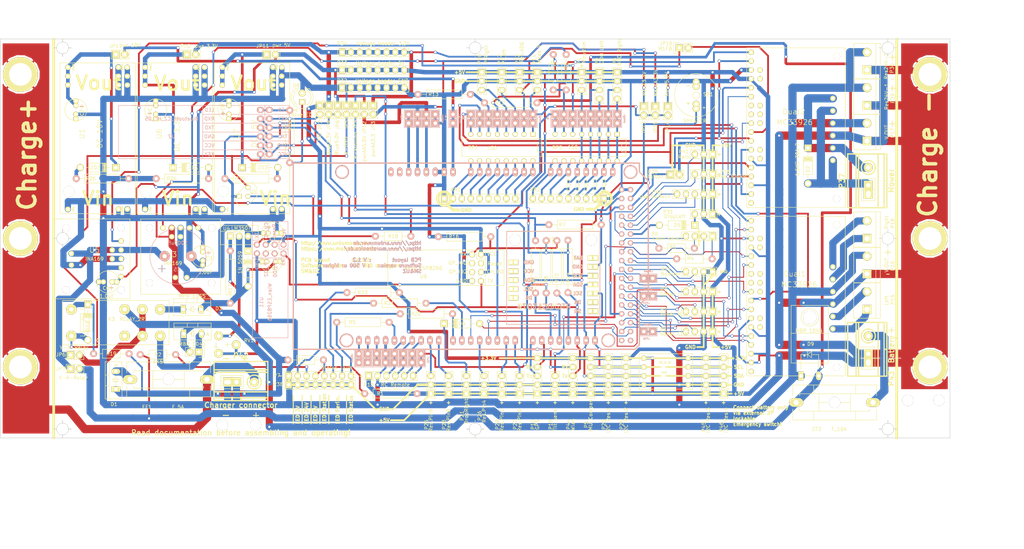
<source format=kicad_pcb>
(kicad_pcb (version 20160815) (host pcbnew "(2016-09-10 revision 7ad2f37)-makepkg")
  (title_block (title "Ardumower VCN PCB ") (date "23 Dez 2014") (rev 1.2) (company "SM & UZ"))
  (layers (0 F.Cu signal) (31 B.Cu signal) (34 B.Paste user) (35 F.Paste user) (36 B.SilkS user) (37 F.SilkS user) (38 B.Mask user) (39 F.Mask user) (44 Edge.Cuts user))
  (net 0 "")
  (net 1 GND)
  (net 2 pinMotorLeftDir)
  (net 3 pinMotorLeftPWM)
  (net 4 pinMotorLeftFault)
  (net 5 pinMotorLeftSense)
  (net 6 pinMotorEnable)
  (net 7 pinMotorRightDir)
  (net 8 pinMotorRightPWM)
  (net 9 pinMotorRightFault)
  (net 10 pinMotorRightSense)
  (net 11 pinMotorMowEnable)
  (net 12 pinMotorMowDir)
  (net 13 pinMotorMowPWM)
  (net 14 pinMotorMowFault)
  (net 15 pinMotorMowSense)
  (net 16 "Net-(C2-Pad1)")
  (net 17 +3.3V)
  (net 18 pinTilt)
  (net 19 pinButton)
  (net 20 pinSonarCenterTrigger)
  (net 21 pinSonarCenterEcho)
  (net 22 pinSonarRightTrigger)
  (net 23 pinSonarRightEcho)
  (net 24 pinSonarLeftTrigger)
  (net 25 pinSonarLeftEcho)
  (net 26 pinLawnBackRecv)
  (net 27 pinLawnFrontRecv)
  (net 28 LedPin-5v)
  (net 29 LedPin-24v)
  (net 30 Led-Status)
  (net 31 pinOdometryRight)
  (net 32 pinOdometryRight2)
  (net 33 pinOdometryLeft)
  (net 34 pinOdometryLeft2)
  (net 35 GPS_RX)
  (net 36 GPS_TX)
  (net 37 pinBumperRight)
  (net 38 pinBumperLeft)
  (net 39 pinPerimeterLeft)
  (net 40 pinRemoteMow)
  (net 41 pinRemoteSteer)
  (net 42 pinRemoteSpeed)
  (net 43 pinRemoteSwitch)
  (net 44 pinUserSwitch1)
  (net 45 pinUserSwitch2)
  (net 46 pinUserSwitch3)
  (net 47 +24V)
  (net 48 pinLawnBackSend)
  (net 49 pinLawnFrontSend)
  (net 50 "Net-(R5-Pad1)")
  (net 51 TX2)
  (net 52 pinChargeVoltage)
  (net 53 pinChargingEnable)
  (net 54 pinBatteryVoltage)
  (net 55 pinChargeCurrent)
  (net 56 pinBuzzer)
  (net 57 "Net-(C1-Pad1)")
  (net 58 "Net-(C4-Pad1)")
  (net 59 "Net-(D2-Pad1)")
  (net 60 "Net-(D2-Pad2)")
  (net 61 Power)
  (net 62 "Net-(C5-Pad1)")
  (net 63 DropLeft)
  (net 64 DropRight)
  (net 65 "Net-(JP4-Pad2)")
  (net 66 "Net-(JP6-Pad2)")
  (net 67 DuoLED-Rot)
  (net 68 RX1)
  (net 69 pinPerimeterRight)
  (net 70 "Net-(Q1-PadB)")
  (net 71 TX1)
  (net 72 "Net-(R17-Pad2)")
  (net 73 "Net-(R20-Pad1)")
  (net 74 "Net-(R21-Pad1)")
  (net 75 "Net-(U1-Pad3)")
  (net 76 pinRain)
  (net 77 "Net-(P6-Pad3)")
  (net 78 "Net-(P6-Pad1)")
  (net 79 DuoLED_Grün)
  (net 80 StationLed)
  (net 81 Power5)
  (net 82 "Net-(C7-Pad1)")
  (net 83 "Net-(C8-Pad1)")
  (net 84 "Net-(JP12-Pad2)")
  (net 85 ReservePin9)
  (net 86 ReservePin4)
  (net 87 ReservePin0)
  (net 88 ReservePin8)
  (net 89 ReservePin1)
  (net 90 ReserveAD6)
  (net 91 "Net-(D3-Pad2)")
  (net 92 "Net-(D4-Pad1)")
  (net 93 LedPin-3V)
  (net 94 "Net-(Dual1-Pad19)")
  (net 95 "Net-(Dual1-Pad20)")
  (net 96 "Net-(Dual1-Pad23)")
  (net 97 "Net-(Dual1-Pad24)")
  (net 98 RX2)
  (net 99 PowerA3,3)
  (net 100 "Net-(JP8-Pad2)")
  (net 101 "Net-(R6-Pad2)")
  (net 102 "Net-(D4-Pad2)")
  (net 103 "Net-(D1-Pad1)")
  (net 104 "Net-(EF2-Pad2)")
  (net 105 "Net-(D10-Pad1)")
  (net 106 "Net-(D10-Pad2)")
  (net 107 "Net-(R24-Pad1)")
  (net 108 "Net-(R25-Pad1)")
  (net 109 "Net-(R26-Pad1)")
  (net 110 "Net-(D5-Pad2)")
  (net 111 "Net-(D6-Pad2)")
  (net 112 "Net-(P45-Pad3)")
  (net 113 "Net-(P45-Pad4)")
  (net 114 "Net-(LP25-Pad2)")
  (net 115 "Net-(LP26-Pad2)")
  (net 116 "Net-(RP1-Pad9)")
  (net 117 "Net-(RP1-Pad10)")
  (net 118 "Net-(RP1-Pad11)")
  (net 119 "Net-(RP1-Pad13)")
  (net 120 "Net-(RP1-Pad14)")
  (net 121 "Net-(RP1-Pad15)")
  (net 122 "Net-(RP1-Pad16)")
  (net 123 "Net-(RP2-Pad9)")
  (net 124 "Net-(RP2-Pad10)")
  (net 125 "Net-(RP2-Pad11)")
  (net 126 "Net-(LP21-Pad1)")
  (net 127 "Net-(LP27-Pad1)")
  (net 128 pinChargingBilanz)
  (net 129 "Voltage measurement")
  (net 130 "Net-(Dual2-Pad9)")
  (net 131 "Net-(P44-Pad4)")
  (net 132 "Net-(JP2-Pad2)")
  (net 133 "Net-(R22-Pad1)")
  (net 134 "Net-(D8-Pad2)")
  (net 135 "Net-(U8-Pad6)")
  (net 136 "Net-(U8-Pad7)")
  (net 137 "Net-(U8-Pad1)")
  (net 138 "Net-(LP32-Pad2)")
  (net 139 "Net-(LP33-Pad2)")
  (net 140 "Net-(LP34-Pad2)")
  (net 141 "Net-(LP35-Pad2)")
  (net 142 Charg_Pin)
  (net 143 "Net-(D1-Pad2)")
  (net 144 SCL2)
  (net 145 "Net-(LP3-Pad2)")
  (net 146 SDA2)
  (net 147 "Net-(RP1-Pad12)")
  (net 148 pinMotorMowRpm_neu)
  (net 149 "Net-(LP36-Pad2)")
  (net 150 ReservePin49)
  (module Sockets_DIP:DIP-16__300 (layer F.Cu) (at 156.21 61.595 180)
    (fp_text reference RP1 (at 8.255 0 180) (layer F.SilkS))
    (fp_text value 150 (at 2.794 -0.127 180) (layer F.SilkS))
    (pad 1 thru_hole rect (at -8.89 3.81 180) (size 1.397 1.397) (drill 0.8128) (layers *.Cu *.Mask F.SilkS) (net 129 "Voltage measurement"))
    (pad 2 thru_hole circle (at -6.35 3.81 180) (size 1.397 1.397) (drill 0.8128) (layers *.Cu *.Mask F.SilkS) (net 90 ReserveAD6))
    (pad 3 thru_hole circle (at -3.81 3.81 180) (size 1.397 1.397) (drill 0.8128) (layers *.Cu *.Mask F.SilkS) (net 39 pinPerimeterLeft))
    (pad 4 thru_hole circle (at -1.27 3.81 180) (size 1.397 1.397) (drill 0.8128) (layers *.Cu *.Mask F.SilkS) (net 69 pinPerimeterRight))
    (pad 5 thru_hole circle (at 1.27 3.81 180) (size 1.397 1.397) (drill 0.8128) (layers *.Cu *.Mask F.SilkS) (net 145 "Net-(LP3-Pad2)"))
    (pad 6 thru_hole circle (at 3.81 3.81 180) (size 1.397 1.397) (drill 0.8128) (layers *.Cu *.Mask F.SilkS) (net 54 pinBatteryVoltage))
    (pad 7 thru_hole circle (at 6.35 3.81 180) (size 1.397 1.397) (drill 0.8128) (layers *.Cu *.Mask F.SilkS) (net 5 pinMotorLeftSense))
    (pad 8 thru_hole circle (at 8.89 3.81 180) (size 1.397 1.397) (drill 0.8128) (layers *.Cu *.Mask F.SilkS) (net 10 pinMotorRightSense))
    (pad 9 thru_hole circle (at 8.89 -3.81 180) (size 1.397 1.397) (drill 0.8128) (layers *.Cu *.Mask F.SilkS) (net 116 "Net-(RP1-Pad9)"))
    (pad 10 thru_hole circle (at 6.35 -3.81 180) (size 1.397 1.397) (drill 0.8128) (layers *.Cu *.Mask F.SilkS) (net 117 "Net-(RP1-Pad10)"))
    (pad 11 thru_hole circle (at 3.81 -3.81 180) (size 1.397 1.397) (drill 0.8128) (layers *.Cu *.Mask F.SilkS) (net 118 "Net-(RP1-Pad11)"))
    (pad 12 thru_hole circle (at 1.27 -3.81 180) (size 1.397 1.397) (drill 0.8128) (layers *.Cu *.Mask F.SilkS) (net 147 "Net-(RP1-Pad12)"))
    (pad 13 thru_hole circle (at -1.27 -3.81 180) (size 1.397 1.397) (drill 0.8128) (layers *.Cu *.Mask F.SilkS) (net 119 "Net-(RP1-Pad13)"))
    (pad 14 thru_hole circle (at -3.81 -3.81 180) (size 1.397 1.397) (drill 0.8128) (layers *.Cu *.Mask F.SilkS) (net 120 "Net-(RP1-Pad14)"))
    (pad 15 thru_hole circle (at -6.35 -3.81 180) (size 1.397 1.397) (drill 0.8128) (layers *.Cu *.Mask F.SilkS) (net 121 "Net-(RP1-Pad15)"))
    (pad 16 thru_hole circle (at -8.89 -3.81 180) (size 1.397 1.397) (drill 0.8128) (layers *.Cu *.Mask F.SilkS) (net 122 "Net-(RP1-Pad16)"))
  )
  (module Pin_Headers:Pin_Header_Straight_1x02 (layer F.Cu) (at 46.99 34.925)
    (fp_text reference JP1 (at -1.778 -2.413 180) (layer F.SilkS))
    (fp_text value "pwr 10V" (at 2.794 -2.667) (layer F.SilkS))
    (pad 1 thru_hole rect (at -1.27 0) (size 2.032 2.032) (drill 1.016) (layers *.Cu *.Mask F.SilkS) (net 16 "Net-(C2-Pad1)"))
    (pad 2 thru_hole oval (at 1.27 0) (size 2.032 2.032) (drill 1.016) (layers *.Cu *.Mask F.SilkS) (net 61 Power))
  )
  (module Pin_Headers:Pin_Header_Straight_1x02 (layer F.Cu) (at 114.3 50.8 270)
    (fp_text reference JP4 (at 4.191 0.127 270) (layer F.SilkS))
    (fp_text value R-Arduino (at 10.16 0 270) (layer F.SilkS))
    (pad 1 thru_hole rect (at -1.27 0 270) (size 2.032 2.032) (drill 1.016) (layers *.Cu *.Mask F.SilkS) (net 53 pinChargingEnable))
    (pad 2 thru_hole oval (at 1.27 0 270) (size 2.032 2.032) (drill 1.016) (layers *.Cu *.Mask F.SilkS) (net 65 "Net-(JP4-Pad2)"))
  )
  (module Pin_Headers:Pin_Header_Straight_1x02 (layer F.Cu) (at 111.76 50.8 270)
    (fp_text reference JP5 (at 4.318 0 270) (layer F.SilkS))
    (fp_text value R-GND (at 10.287 0.127 90) (layer F.SilkS))
    (pad 1 thru_hole rect (at -1.27 0 270) (size 2.032 2.032) (drill 1.016) (layers *.Cu *.Mask F.SilkS) (net 1 GND))
    (pad 2 thru_hole oval (at 1.27 0 270) (size 2.032 2.032) (drill 1.016) (layers *.Cu *.Mask F.SilkS) (net 105 "Net-(D10-Pad1)"))
  )
  (module Pin_Headers:Pin_Header_Straight_1x02 (layer F.Cu) (at 34.036 121.031)
    (fp_text reference JP6 (at -4.064 -0.127 180) (layer F.SilkS))
    (fp_text value V-A-Relay (at -0.254 -2.159) (layer F.SilkS))
    (pad 1 thru_hole rect (at -1.27 0) (size 2.032 2.032) (drill 1.016) (layers *.Cu *.Mask F.SilkS) (net 62 "Net-(C5-Pad1)"))
    (pad 2 thru_hole oval (at 1.27 0) (size 2.032 2.032) (drill 1.016) (layers *.Cu *.Mask F.SilkS) (net 66 "Net-(JP6-Pad2)"))
  )
  (module Discret:TO92-EBC (layer F.Cu) (at 82.296 74.295 180)
    (fp_text reference Q1 (at -2.794 0 180) (layer F.SilkS))
    (fp_text value BC547 hide)
    (pad E thru_hole rect (at 1.27 -1.27 180) (size 1.397 1.397) (drill 0.8128) (layers *.Cu *.Mask F.SilkS) (net 1 GND))
    (pad B thru_hole circle (at -1.27 -1.27 180) (size 1.397 1.397) (drill 0.8128) (layers *.Cu *.Mask F.SilkS) (net 70 "Net-(Q1-PadB)"))
    (pad C thru_hole circle (at -1.27 1.27 180) (size 1.397 1.397) (drill 0.8128) (layers *.Cu *.Mask F.SilkS) (net 105 "Net-(D10-Pad1)"))
  )
  (module Sockets_DIP:DIP-16__300 (layer F.Cu) (at 180.34 61.595 180)
    (fp_text reference RP2 (at 8.255 0 180) (layer F.SilkS))
    (fp_text value 150 (at 3.81 0.127 180) (layer F.SilkS))
    (pad 1 thru_hole rect (at -8.89 3.81 180) (size 1.397 1.397) (drill 0.8128) (layers *.Cu *.Mask F.SilkS) (net 32 pinOdometryRight2))
    (pad 2 thru_hole circle (at -6.35 3.81 180) (size 1.397 1.397) (drill 0.8128) (layers *.Cu *.Mask F.SilkS) (net 31 pinOdometryRight))
    (pad 3 thru_hole circle (at -3.81 3.81 180) (size 1.397 1.397) (drill 0.8128) (layers *.Cu *.Mask F.SilkS) (net 34 pinOdometryLeft2))
    (pad 4 thru_hole circle (at -1.27 3.81 180) (size 1.397 1.397) (drill 0.8128) (layers *.Cu *.Mask F.SilkS) (net 33 pinOdometryLeft))
    (pad 5 thru_hole circle (at 1.27 3.81 180) (size 1.397 1.397) (drill 0.8128) (layers *.Cu *.Mask F.SilkS) (net 148 pinMotorMowRpm_neu))
    (pad 6 thru_hole circle (at 3.81 3.81 180) (size 1.397 1.397) (drill 0.8128) (layers *.Cu *.Mask F.SilkS) (net 128 pinChargingBilanz))
    (pad 7 thru_hole circle (at 6.35 3.81 180) (size 1.397 1.397) (drill 0.8128) (layers *.Cu *.Mask F.SilkS) (net 52 pinChargeVoltage))
    (pad 8 thru_hole circle (at 8.89 3.81 180) (size 1.397 1.397) (drill 0.8128) (layers *.Cu *.Mask F.SilkS) (net 55 pinChargeCurrent))
    (pad 9 thru_hole circle (at 8.89 -3.81 180) (size 1.397 1.397) (drill 0.8128) (layers *.Cu *.Mask F.SilkS) (net 123 "Net-(RP2-Pad9)"))
    (pad 10 thru_hole circle (at 6.35 -3.81 180) (size 1.397 1.397) (drill 0.8128) (layers *.Cu *.Mask F.SilkS) (net 124 "Net-(RP2-Pad10)"))
    (pad 11 thru_hole circle (at 3.81 -3.81 180) (size 1.397 1.397) (drill 0.8128) (layers *.Cu *.Mask F.SilkS) (net 125 "Net-(RP2-Pad11)"))
    (pad 12 thru_hole circle (at 1.27 -3.81 180) (size 1.397 1.397) (drill 0.8128) (layers *.Cu *.Mask F.SilkS) (net 148 pinMotorMowRpm_neu))
    (pad 13 thru_hole circle (at -1.27 -3.81 180) (size 1.397 1.397) (drill 0.8128) (layers *.Cu *.Mask F.SilkS) (net 33 pinOdometryLeft))
    (pad 14 thru_hole circle (at -3.81 -3.81 180) (size 1.397 1.397) (drill 0.8128) (layers *.Cu *.Mask F.SilkS) (net 34 pinOdometryLeft2))
    (pad 15 thru_hole circle (at -6.35 -3.81 180) (size 1.397 1.397) (drill 0.8128) (layers *.Cu *.Mask F.SilkS) (net 31 pinOdometryRight))
    (pad 16 thru_hole circle (at -8.89 -3.81 180) (size 1.397 1.397) (drill 0.8128) (layers *.Cu *.Mask F.SilkS) (net 32 pinOdometryRight2))
  )
  (module Pin_Headers:Pin_Header_Straight_1x02 (layer F.Cu) (at 104.14 50.8 270)
    (fp_text reference JP2 (at 4.318 0 270) (layer F.SilkS))
    (fp_text value Key (at 7.62 0.254 90) (layer F.SilkS))
    (pad 1 thru_hole rect (at -1.27 0 270) (size 2.032 2.032) (drill 1.016) (layers *.Cu *.Mask F.SilkS) (net 17 +3.3V))
    (pad 2 thru_hole oval (at 1.27 0 270) (size 2.032 2.032) (drill 1.016) (layers *.Cu *.Mask F.SilkS) (net 132 "Net-(JP2-Pad2)"))
  )
  (module Pin_Headers:Pin_Header_Straight_1x02 (layer F.Cu) (at 109.22 50.8 270)
    (fp_text reference JP8 (at 4.318 0 90) (layer F.SilkS))
    (fp_text value Blue5.0V (at 9.652 0.254 90) (layer F.SilkS))
    (pad 1 thru_hole rect (at -1.27 0 270) (size 2.032 2.032) (drill 1.016) (layers *.Cu *.Mask F.SilkS) (net 81 Power5))
    (pad 2 thru_hole oval (at 1.27 0 270) (size 2.032 2.032) (drill 1.016) (layers *.Cu *.Mask F.SilkS) (net 100 "Net-(JP8-Pad2)"))
  )
  (module Pin_Headers:Pin_Header_Straight_1x02 (layer F.Cu) (at 106.68 50.8 270)
    (fp_text reference JP9 (at 4.318 0 270) (layer F.SilkS))
    (fp_text value Blue3.3V (at 9.652 0 90) (layer F.SilkS))
    (pad 1 thru_hole rect (at -1.27 0 270) (size 2.032 2.032) (drill 1.016) (layers *.Cu *.Mask F.SilkS) (net 17 +3.3V))
    (pad 2 thru_hole oval (at 1.27 0 270) (size 2.032 2.032) (drill 1.016) (layers *.Cu *.Mask F.SilkS) (net 100 "Net-(JP8-Pad2)"))
  )
  (module Pin_Headers:Pin_Header_Straight_1x02 (layer F.Cu) (at 67.31 34.925)
    (fp_text reference JP10 (at -2.032 -2.413) (layer F.SilkS))
    (fp_text value "pwr 3,3V" (at 4.318 -2.413) (layer F.SilkS))
    (pad 1 thru_hole rect (at -1.27 0) (size 2.032 2.032) (drill 1.016) (layers *.Cu *.Mask F.SilkS) (net 82 "Net-(C7-Pad1)"))
    (pad 2 thru_hole oval (at 1.27 0) (size 2.032 2.032) (drill 1.016) (layers *.Cu *.Mask F.SilkS) (net 17 +3.3V))
  )
  (module Pin_Headers:Pin_Header_Straight_1x02 (layer F.Cu) (at 90.17 34.925)
    (fp_text reference JP11 (at -2.413 -2.413 180) (layer F.SilkS))
    (fp_text value "pwr 5V" (at 2.921 -2.667) (layer F.SilkS))
    (pad 1 thru_hole rect (at -1.27 0) (size 2.032 2.032) (drill 1.016) (layers *.Cu *.Mask F.SilkS) (net 83 "Net-(C8-Pad1)"))
    (pad 2 thru_hole circle (at 1.27 0) (size 2.032 2.032) (drill 1.016) (layers *.Cu *.Mask F.SilkS) (net 81 Power5))
  )
  (module Pin_Headers:Pin_Header_Straight_1x02 (layer F.Cu) (at 116.84 50.8 270)
    (fp_text reference JP12 (at 5.08 0 90) (layer F.SilkS))
    (fp_text value pwrAA5.0V (at 11.176 0 270) (layer F.SilkS))
    (pad 1 thru_hole rect (at -1.27 0 270) (size 2.032 2.032) (drill 1.016) (layers *.Cu *.Mask F.SilkS) (net 81 Power5))
    (pad 2 thru_hole oval (at 1.27 0 270) (size 2.032 2.032) (drill 1.016) (layers *.Cu *.Mask F.SilkS) (net 84 "Net-(JP12-Pad2)"))
  )
  (module Pin_Headers:Pin_Header_Straight_1x02 (layer F.Cu) (at 34.036 124.968)
    (fp_text reference JP7 (at -4.064 0 180) (layer F.SilkS))
    (fp_text value V-A-Relay (at -0.508 2.54 180) (layer F.SilkS))
    (pad 1 thru_hole rect (at -1.27 0) (size 2.032 2.032) (drill 1.016) (layers *.Cu *.Mask F.SilkS) (net 62 "Net-(C5-Pad1)"))
    (pad 2 thru_hole oval (at 1.27 0) (size 2.032 2.032) (drill 1.016) (layers *.Cu *.Mask F.SilkS) (net 47 +24V))
  )
  (module Pin_Headers:Pin_Header_Straight_1x02 (layer F.Cu) (at 119.38 50.8 270)
    (fp_text reference JP3 (at 4.572 0 90) (layer F.SilkS))
    (fp_text value pwrAA3,3 (at 10.16 0 270) (layer F.SilkS))
    (pad 1 thru_hole rect (at -1.27 0 270) (size 2.032 2.032) (drill 1.016) (layers *.Cu *.Mask F.SilkS) (net 17 +3.3V))
    (pad 2 thru_hole oval (at 1.27 0 270) (size 2.032 2.032) (drill 1.016) (layers *.Cu *.Mask F.SilkS) (net 99 PowerA3,3))
  )
  (module Pin_Headers:Pin_Header_Straight_1x02 (layer F.Cu) (at 196.85 51.054 270)
    (fp_text reference JP13 (at 4.826 0 270) (layer F.SilkS))
    (fp_text value Meas3.3V (at -7.747 -0.127 270) (layer F.SilkS))
    (pad 1 thru_hole rect (at -1.27 0 270) (size 2.032 2.032) (drill 1.016) (layers *.Cu *.Mask F.SilkS) (net 17 +3.3V))
    (pad 2 thru_hole oval (at 1.27 0 270) (size 2.032 2.032) (drill 1.016) (layers *.Cu *.Mask F.SilkS) (net 129 "Voltage measurement"))
  )
  (module Pin_Headers:Pin_Header_Straight_1x02 (layer F.Cu) (at 203.708 51.054 270)
    (fp_text reference JP14 (at 4.826 0 270) (layer F.SilkS))
    (fp_text value Meas5.0V (at -7.62 0.254 270) (layer F.SilkS))
    (pad 1 thru_hole rect (at -1.27 0 270) (size 2.032 2.032) (drill 1.016) (layers *.Cu *.Mask F.SilkS) (net 81 Power5))
    (pad 2 thru_hole oval (at 1.27 0 270) (size 2.032 2.032) (drill 1.016) (layers *.Cu *.Mask F.SilkS) (net 129 "Voltage measurement"))
  )
  (module Pin_Headers:Pin_Header_Straight_1x02 (layer F.Cu) (at 200.152 51.054 270)
    (fp_text reference JP15 (at 4.826 0 270) (layer F.SilkS))
    (fp_text value MeasA3.3V (at -8.001 -0.127 270) (layer F.SilkS))
    (pad 1 thru_hole rect (at -1.27 0 270) (size 2.032 2.032) (drill 1.016) (layers *.Cu *.Mask F.SilkS) (net 99 PowerA3,3))
    (pad 2 thru_hole oval (at 1.27 0 270) (size 2.032 2.032) (drill 1.016) (layers *.Cu *.Mask F.SilkS) (net 129 "Voltage measurement"))
  )
  (module ACS712:Diode_LED_5mm_round_vertical (layer F.Cu) (at 99.06 47.244 270)
    (fp_text reference D8 (at -3.429 1.651) (layer F.SilkS))
    (fp_text value BlueLED (at 4.953 0.127) (layer F.SilkS))
    (fp_text user A (at 3.683 1.778 270) (layer F.SilkS))
    (fp_text user + (at 3.683 -0.762 270) (layer F.SilkS))
    (pad 1 thru_hole circle (at -1.27 0) (size 1.99898 1.99898) (drill 1.00076) (layers *.Cu *.Mask F.SilkS) (net 1 GND))
    (pad 2 thru_hole rect (at 1.27 0 270) (size 1.69926 1.69926) (drill 1.00076) (layers *.Cu *.Mask F.SilkS) (net 134 "Net-(D8-Pad2)"))
  )
  (module ACS712:MBR1045 (layer F.Cu) (at 67.691 114.935)
    (fp_text reference D4 (at 7.493 -0.127 180) (layer F.SilkS))
    (fp_text value "MBR 1045" (at -0.127 2.921) (layer F.SilkS))
    (fp_text user A (at 4.318 0.127) (layer F.SilkS))
    (pad 2 thru_hole rect (at -2.54 0 90) (size 2.49936 1.50114) (drill 1.00076) (layers *.Cu *.Mask F.SilkS) (net 102 "Net-(D4-Pad2)"))
    (pad 1 thru_hole oval (at 2.54 0 90) (size 2.49936 1.50114) (drill 1.00076) (layers *.Cu *.Mask F.SilkS) (net 92 "Net-(D4-Pad1)"))
  )
  (module ACS712:Diode_ligend_RM10 (layer F.Cu) (at 206.375 83.82)
    (fp_text reference D5 (at 0 0) (layer F.SilkS))
    (fp_text value 1N4148 hide)
    (pad 1 thru_hole circle (at -5.08 0) (size 1.99898 1.99898) (drill 1.27) (layers *.Cu *.Mask F.SilkS) (net 63 DropLeft))
    (pad 2 thru_hole rect (at 5.08 0) (size 1.99898 1.99898) (drill 1.00076) (layers *.Cu *.Mask F.SilkS) (net 110 "Net-(D5-Pad2)"))
  )
  (module ACS712:Diode_ligend_RM10 (layer F.Cu) (at 144.78 112.014 180)
    (fp_text reference D6 (at 0 0 180) (layer F.SilkS))
    (fp_text value 1N4148 hide)
    (pad 1 thru_hole circle (at -5.08 0 180) (size 1.99898 1.99898) (drill 1) (layers *.Cu *.Mask F.SilkS) (net 64 DropRight))
    (pad 2 thru_hole rect (at 5.08 0 180) (size 1.99898 1.99898) (drill 1.00076) (layers *.Cu *.Mask F.SilkS) (net 111 "Net-(D6-Pad2)"))
  )
  (module ACS712:Diode_ligend_RM10 (layer F.Cu) (at 83.566 96.266 90)
    (fp_text reference D7 (at 0 0.254 90) (layer F.SilkS))
    (fp_text value "1N 5059" (at 1.778 -2.286 90) (layer F.SilkS))
    (pad 1 thru_hole circle (at -5.08 0 90) (size 1.99898 1.99898) (drill 1.27) (layers *.Cu *.Mask F.SilkS) (net 58 "Net-(C4-Pad1)"))
    (pad 2 thru_hole rect (at 5.08 0 90) (size 1.99898 1.99898) (drill 1.00076) (layers *.Cu *.Mask F.SilkS) (net 57 "Net-(C1-Pad1)"))
  )
  (module ACS712:MBR1045 (layer F.Cu) (at 67.564 107.95)
    (fp_text reference D3 (at 7.62 -0.254 180) (layer F.SilkS))
    (fp_text value "MPR 1045" (at 0 -3.81) (layer F.SilkS))
    (fp_text user A (at 4.318 0.127) (layer F.SilkS))
    (pad 2 thru_hole rect (at -2.54 0 90) (size 2.49936 1.50114) (drill 1.00076) (layers *.Cu *.Mask F.SilkS) (net 91 "Net-(D3-Pad2)"))
    (pad 1 thru_hole oval (at 2.54 0 90) (size 2.49936 1.50114) (drill 1.00076) (layers *.Cu *.Mask F.SilkS) (net 58 "Net-(C4-Pad1)"))
  )
  (module ACS712:Potentiometer_VishaySpectrol-Econtrim-Type36T_3D (layer F.Cu) (at 75.184 115.57 270)
    (fp_text reference RV1 (at 1.27 -8.636 180) (layer F.SilkS))
    (fp_text value 5K hide)
    (pad 2 thru_hole circle (at 2.49936 -4.99872 270) (size 2.49936 2.49936) (drill 1.19888) (layers *.Cu *.Mask F.SilkS) (net 1 GND))
    (pad 3 thru_hole circle (at 4.99872 0 270) (size 2.49936 2.49936) (drill 1.19888) (layers *.Cu *.Mask F.SilkS) (net 1 GND))
    (pad 1 thru_hole circle (at 0 0 270) (size 2.49936 2.49936) (drill 1.19888) (layers *.Cu *.Mask F.SilkS) (net 72 "Net-(R17-Pad2)"))
  )
  (module ACS712:Pin_Header_Straight_1x08 (layer F.Cu) (at 119.38 44.45)
    (fp_text reference P32 (at -8.89 -2.032) (layer F.SilkS))
    (fp_text value "Voltage header GND" (at 2.54 -2.032) (layer F.SilkS))
    (pad 1 thru_hole rect (at -8.89 0) (size 1.7272 2.032) (drill 1.016) (layers *.Cu *.Mask F.SilkS) (net 1 GND))
    (pad 2 thru_hole oval (at -6.35 0) (size 1.7272 2.032) (drill 1.016) (layers *.Cu *.Mask F.SilkS) (net 1 GND))
    (pad 3 thru_hole oval (at -3.81 0) (size 1.7272 2.032) (drill 1.016) (layers *.Cu *.Mask F.SilkS) (net 1 GND))
    (pad 4 thru_hole oval (at -1.27 0) (size 1.7272 2.032) (drill 1.016) (layers *.Cu *.Mask F.SilkS) (net 1 GND))
    (pad 5 thru_hole oval (at 1.27 0) (size 1.7272 2.032) (drill 1.016) (layers *.Cu *.Mask F.SilkS) (net 1 GND))
    (pad 6 thru_hole oval (at 3.81 0) (size 1.7272 2.032) (drill 1.016) (layers *.Cu *.Mask F.SilkS) (net 1 GND))
    (pad 7 thru_hole oval (at 6.35 0) (size 1.7272 2.032) (drill 1.016) (layers *.Cu *.Mask F.SilkS) (net 1 GND))
    (pad 8 thru_hole oval (at 8.89 0) (size 1.7272 2.032) (drill 1.016) (layers *.Cu *.Mask F.SilkS) (net 1 GND))
  )
  (module ACS712:Pin_Header_Straight_1x08 (layer F.Cu) (at 119.38 39.37)
    (fp_text reference P33 (at -8.89 -2.159) (layer F.SilkS))
    (fp_text value "Voltage header 5V" (at 2.032 -2.032) (layer F.SilkS))
    (pad 1 thru_hole rect (at -8.89 0) (size 1.7272 2.032) (drill 1.016) (layers *.Cu *.Mask F.SilkS) (net 81 Power5))
    (pad 2 thru_hole oval (at -6.35 0) (size 1.7272 2.032) (drill 1.016) (layers *.Cu *.Mask F.SilkS) (net 81 Power5))
    (pad 3 thru_hole oval (at -3.81 0) (size 1.7272 2.032) (drill 1.016) (layers *.Cu *.Mask F.SilkS) (net 81 Power5))
    (pad 4 thru_hole oval (at -1.27 0) (size 1.7272 2.032) (drill 1.016) (layers *.Cu *.Mask F.SilkS) (net 81 Power5))
    (pad 5 thru_hole oval (at 1.27 0) (size 1.7272 2.032) (drill 1.016) (layers *.Cu *.Mask F.SilkS) (net 81 Power5))
    (pad 6 thru_hole oval (at 3.81 0) (size 1.7272 2.032) (drill 1.016) (layers *.Cu *.Mask F.SilkS) (net 81 Power5))
    (pad 7 thru_hole oval (at 6.35 0) (size 1.7272 2.032) (drill 1.016) (layers *.Cu *.Mask F.SilkS) (net 81 Power5))
    (pad 8 thru_hole oval (at 8.89 0) (size 1.7272 2.032) (drill 1.016) (layers *.Cu *.Mask F.SilkS) (net 81 Power5))
  )
  (module ACS712:Pin_Header_Straight_1x08 (layer F.Cu) (at 119.38 34.29)
    (fp_text reference P34 (at -8.89 -2.54) (layer F.SilkS))
    (fp_text value "Voltage header 3,3V" (at 2.794 -2.54) (layer F.SilkS))
    (pad 1 thru_hole rect (at -8.89 0) (size 1.7272 2.032) (drill 1.016) (layers *.Cu *.Mask F.SilkS) (net 17 +3.3V))
    (pad 2 thru_hole oval (at -6.35 0) (size 1.7272 2.032) (drill 1.016) (layers *.Cu *.Mask F.SilkS) (net 17 +3.3V))
    (pad 3 thru_hole oval (at -3.81 0) (size 1.7272 2.032) (drill 1.016) (layers *.Cu *.Mask F.SilkS) (net 17 +3.3V))
    (pad 4 thru_hole oval (at -1.27 0) (size 1.7272 2.032) (drill 1.016) (layers *.Cu *.Mask F.SilkS) (net 17 +3.3V))
    (pad 5 thru_hole oval (at 1.27 0) (size 1.7272 2.032) (drill 1.016) (layers *.Cu *.Mask F.SilkS) (net 17 +3.3V))
    (pad 6 thru_hole oval (at 3.81 0) (size 1.7272 2.032) (drill 1.016) (layers *.Cu *.Mask F.SilkS) (net 17 +3.3V))
    (pad 7 thru_hole oval (at 6.35 0) (size 1.7272 2.032) (drill 1.016) (layers *.Cu *.Mask F.SilkS) (net 17 +3.3V))
    (pad 8 thru_hole oval (at 8.89 0) (size 1.7272 2.032) (drill 1.016) (layers *.Cu *.Mask F.SilkS) (net 17 +3.3V))
  )
  (module ACS712:Kondensatorenleiste_8er_9pin_3D (layer F.Cu) (at 149.86 76.2)
    (fp_text reference RR1 (at -6.858 -2.54) (layer F.SilkS))
    (fp_text value C0,1uF hide)
    (pad 1 thru_hole rect (at -10.16 0) (size 1.7272 2.032) (drill 1.016) (layers *.Cu *.Mask F.SilkS) (net 1 GND))
    (pad 2 thru_hole oval (at -7.62 0) (size 1.7272 2.032) (drill 1.016) (layers *.Cu *.Mask F.SilkS) (net 116 "Net-(RP1-Pad9)"))
    (pad 3 thru_hole oval (at -5.08 0) (size 1.7272 2.032) (drill 1.016) (layers *.Cu *.Mask F.SilkS) (net 117 "Net-(RP1-Pad10)"))
    (pad 4 thru_hole oval (at -2.54 0) (size 1.7272 2.032) (drill 1.016) (layers *.Cu *.Mask F.SilkS) (net 118 "Net-(RP1-Pad11)"))
    (pad 5 thru_hole oval (at 0 0) (size 1.7272 2.032) (drill 1.016) (layers *.Cu *.Mask F.SilkS) (net 147 "Net-(RP1-Pad12)"))
    (pad 6 thru_hole oval (at 2.54 0) (size 1.7272 2.032) (drill 1.016) (layers *.Cu *.Mask F.SilkS) (net 119 "Net-(RP1-Pad13)"))
    (pad 7 thru_hole oval (at 5.08 0) (size 1.7272 2.032) (drill 1.016) (layers *.Cu *.Mask F.SilkS) (net 120 "Net-(RP1-Pad14)"))
    (pad 8 thru_hole oval (at 7.62 0) (size 1.7272 2.032) (drill 1.016) (layers *.Cu *.Mask F.SilkS) (net 121 "Net-(RP1-Pad15)"))
    (pad 9 thru_hole oval (at 10.16 0) (size 1.7272 2.032) (drill 1.016) (layers *.Cu *.Mask F.SilkS) (net 122 "Net-(RP1-Pad16)"))
  )
  (module ACS712:Kondensatorenleiste_8er_9pin_3D (layer F.Cu) (at 175.26 76.2 180)
    (fp_text reference RR2 (at 9.525 2.54 180) (layer F.SilkS))
    (fp_text value C0,1uF hide)
    (pad 1 thru_hole rect (at -10.16 0 180) (size 1.7272 2.032) (drill 1.016) (layers *.Cu *.Mask F.SilkS) (net 1 GND))
    (pad 2 thru_hole oval (at -7.62 0 180) (size 1.7272 2.032) (drill 1.016) (layers *.Cu *.Mask F.SilkS) (net 141 "Net-(LP35-Pad2)"))
    (pad 3 thru_hole oval (at -5.08 0 180) (size 1.7272 2.032) (drill 1.016) (layers *.Cu *.Mask F.SilkS) (net 140 "Net-(LP34-Pad2)"))
    (pad 4 thru_hole oval (at -2.54 0 180) (size 1.7272 2.032) (drill 1.016) (layers *.Cu *.Mask F.SilkS) (net 139 "Net-(LP33-Pad2)"))
    (pad 5 thru_hole oval (at 0 0 180) (size 1.7272 2.032) (drill 1.016) (layers *.Cu *.Mask F.SilkS) (net 138 "Net-(LP32-Pad2)"))
    (pad 6 thru_hole oval (at 2.54 0 180) (size 1.7272 2.032) (drill 1.016) (layers *.Cu *.Mask F.SilkS) (net 149 "Net-(LP36-Pad2)"))
    (pad 7 thru_hole oval (at 5.08 0 180) (size 1.7272 2.032) (drill 1.016) (layers *.Cu *.Mask F.SilkS) (net 125 "Net-(RP2-Pad11)"))
    (pad 8 thru_hole oval (at 7.62 0 180) (size 1.7272 2.032) (drill 1.016) (layers *.Cu *.Mask F.SilkS) (net 124 "Net-(RP2-Pad10)"))
    (pad 9 thru_hole oval (at 10.16 0 180) (size 1.7272 2.032) (drill 1.016) (layers *.Cu *.Mask F.SilkS) (net 123 "Net-(RP2-Pad9)"))
  )
  (module ACS712:LM350T_3D_muss_noch_auf_Masse_geprüft_werden (layer F.Cu) (at 81.026 86.995)
    (fp_text reference U4 (at -3.6 -2.2) (layer F.SilkS))
    (fp_text value LM350T (at 0.5 -2.3) (layer F.SilkS))
    (pad 1 thru_hole rect (at -2.54 0) (size 1.7272 2.032) (drill 1.016) (layers *.Cu *.Mask F.SilkS) (net 72 "Net-(R17-Pad2)"))
    (pad 2 thru_hole oval (at 0 0) (size 1.7272 2.032) (drill 1.016) (layers *.Cu *.Mask F.SilkS) (net 58 "Net-(C4-Pad1)"))
    (pad 3 thru_hole oval (at 2.54 0) (size 1.7272 2.032) (drill 1.016) (layers *.Cu *.Mask F.SilkS) (net 57 "Net-(C1-Pad1)"))
  )
  (module ACS712:Diode_ligend_RM10 (layer F.Cu) (at 243.84 66.802 90)
    (fp_text reference D2 (at -1.016 0 90) (layer F.SilkS))
    (fp_text value "1,5KE 30A ?" (at 1.778 -3.048 90) (layer F.SilkS))
    (pad 1 thru_hole circle (at -5.08 0 90) (size 1.99898 1.99898) (drill 1.27) (layers *.Cu *.Mask F.SilkS) (net 59 "Net-(D2-Pad1)"))
    (pad 2 thru_hole rect (at 5.08 0 90) (size 1.99898 1.99898) (drill 1.00076) (layers *.Cu *.Mask F.SilkS) (net 60 "Net-(D2-Pad2)"))
  )
  (module ACS712:Diode_ligend_RM10 (layer F.Cu) (at 37.719 111.633 90)
    (fp_text reference D10 (at -1.016 0 90) (layer F.SilkS))
    (fp_text value 1N4148 hide)
    (pad 1 thru_hole circle (at -5.08 0 90) (size 1.99898 1.99898) (drill 1.27) (layers *.Cu *.Mask F.SilkS) (net 105 "Net-(D10-Pad1)"))
    (pad 2 thru_hole rect (at 5.08 0 90) (size 1.99898 1.99898) (drill 1.00076) (layers *.Cu *.Mask F.SilkS) (net 106 "Net-(D10-Pad2)"))
  )
  (module ACS712:Diode_ligend_RM10 (layer F.Cu) (at 67.183 67.31 180)
    (fp_text reference ZD1 (at -0.762 0 180) (layer F.SilkS))
    (fp_text value "ZD-5W 3,3V Optional" hide)
    (pad 1 thru_hole circle (at -5.08 0 180) (size 1.99898 1.99898) (drill 1.27) (layers *.Cu *.Mask F.SilkS) (net 107 "Net-(R24-Pad1)"))
    (pad 2 thru_hole rect (at 5.08 0 180) (size 1.99898 1.99898) (drill 1.00076) (layers *.Cu *.Mask F.SilkS) (net 82 "Net-(C7-Pad1)"))
  )
  (module ACS712:Diode_ligend_RM10 (layer F.Cu) (at 86.995 67.31 180)
    (fp_text reference ZD2 (at -0.762 0 180) (layer F.SilkS))
    (fp_text value "ZD-5W 5,1 Optional" hide)
    (pad 1 thru_hole circle (at -5.08 0 180) (size 1.99898 1.99898) (drill 1.27) (layers *.Cu *.Mask F.SilkS) (net 108 "Net-(R25-Pad1)"))
    (pad 2 thru_hole rect (at 5.08 0 180) (size 1.99898 1.99898) (drill 1.00076) (layers *.Cu *.Mask F.SilkS) (net 83 "Net-(C8-Pad1)"))
  )
  (module ACS712:Diode_ligend_RM10 (layer F.Cu) (at 40.64 67.31)
    (fp_text reference ZD3 (at -0.762 0) (layer F.SilkS))
    (fp_text value "ZD-5W 12V Optional" hide)
    (pad 1 thru_hole circle (at -5.08 0) (size 1.99898 1.99898) (drill 1.27) (layers *.Cu *.Mask F.SilkS) (net 109 "Net-(R26-Pad1)"))
    (pad 2 thru_hole rect (at 5.08 0) (size 1.99898 1.99898) (drill 1.00076) (layers *.Cu *.Mask F.SilkS) (net 16 "Net-(C2-Pad1)"))
  )
  (module ACS712:Relais_DPDT_Schrack-RT2_RM5mm_3D_Kontaktbelegung_geändert_FIN40.52.9_6V (layer F.Cu) (at 33.02 115.57)
    (fp_text reference K3 (at 11.43 -4.826) (layer F.SilkS))
    (fp_text value RELAY_2RT (at 17.78 -4.826) (layer F.SilkS))
    (pad 8 thru_hole circle (at 0 -7.62) (size 2.99974 2.99974) (drill 1.19888) (layers *.Cu *.Mask F.SilkS) (net 106 "Net-(D10-Pad2)"))
    (pad 9 thru_hole circle (at 0 0) (size 2.99974 2.99974) (drill 1.19888) (layers *.Cu *.Mask F.SilkS) (net 105 "Net-(D10-Pad1)"))
    (pad 3 thru_hole circle (at 15.24 0) (size 2.99974 2.99974) (drill 1.19888) (layers *.Cu *.Mask F.SilkS))
    (pad 5 thru_hole circle (at 20.32 0) (size 2.99974 2.99974) (drill 1.19888) (layers *.Cu *.Mask F.SilkS) (net 66 "Net-(JP6-Pad2)"))
    (pad 1 thru_hole circle (at 25.4 0) (size 2.99974 2.99974) (drill 1.19888) (layers *.Cu *.Mask F.SilkS) (net 92 "Net-(D4-Pad1)"))
    (pad 14 thru_hole circle (at 15.24 -7.62) (size 2.99974 2.99974) (drill 1.19888) (layers *.Cu *.Mask F.SilkS) (net 102 "Net-(D4-Pad2)"))
    (pad 12 thru_hole circle (at 20.32 -7.62) (size 2.99974 2.99974) (drill 1.19888) (layers *.Cu *.Mask F.SilkS) (net 66 "Net-(JP6-Pad2)"))
    (pad 16 thru_hole circle (at 25.4 -7.62) (size 2.99974 2.99974) (drill 1.19888) (layers *.Cu *.Mask F.SilkS) (net 91 "Net-(D3-Pad2)"))
  )
  (module ACS712:Elko_vert_11.2x6.3mm_RM2.5_RM5.0 (layer F.Cu) (at 89.281 86.106)
    (fp_text reference C1 (at 1.397 1.651 180) (layer F.SilkS))
    (fp_text value 1uF hide)
    (fp_line (start 0.26924 -1.69926) (end 0.76962 -1.69926) (layer F.Cu) (width 0.15))
    (fp_line (start 0.26924 -1.69926) (end 0.26924 -2.19964) (layer F.Cu) (width 0.15))
    (fp_line (start -0.23114 -1.69926) (end 0.26924 -1.69926) (layer F.Cu) (width 0.15))
    (fp_line (start 0.26924 -1.69926) (end 0.26924 -1.30048) (layer F.Cu) (width 0.15))
    (fp_line (start 0.26924 -1.30048) (end 0.26924 -1.19888) (layer F.Cu) (width 0.15))
    (pad 2 thru_hole circle (at 2.54 0) (size 1.50114 1.50114) (drill 0.8001) (layers *.Cu *.Mask F.SilkS) (net 1 GND))
    (pad 1 thru_hole circle (at 0 0) (size 1.50114 1.50114) (drill 0.8001) (layers *.Cu *.Mask F.SilkS) (net 57 "Net-(C1-Pad1)"))
    (pad 1 thru_hole circle (at -1.27 0) (size 1.524 1.524) (drill 0.762) (layers *.Cu *.Mask F.SilkS) (net 57 "Net-(C1-Pad1)"))
    (pad 2 thru_hole circle (at 3.81 0) (size 1.524 1.524) (drill 0.762) (layers *.Cu *.Mask F.SilkS) (net 1 GND))
  )
  (module ACS712:Elko_vert_11.2x6.3mm_RM2.5_RM5.0 (layer F.Cu) (at 34.29 49.53 270)
    (fp_text reference C2 (at 2.032 -1.778 90) (layer F.SilkS))
    (fp_text value 100uF hide)
    (fp_line (start 0.26924 -1.69926) (end 0.76962 -1.69926) (layer F.Cu) (width 0.15))
    (fp_line (start 0.26924 -1.69926) (end 0.26924 -2.19964) (layer F.Cu) (width 0.15))
    (fp_line (start -0.23114 -1.69926) (end 0.26924 -1.69926) (layer F.Cu) (width 0.15))
    (fp_line (start 0.26924 -1.69926) (end 0.26924 -1.30048) (layer F.Cu) (width 0.15))
    (fp_line (start 0.26924 -1.30048) (end 0.26924 -1.19888) (layer F.Cu) (width 0.15))
    (pad 2 thru_hole circle (at 2.54 0 270) (size 1.50114 1.50114) (drill 0.8001) (layers *.Cu *.Mask F.SilkS) (net 1 GND))
    (pad 1 thru_hole circle (at 0 0 270) (size 1.50114 1.50114) (drill 0.8001) (layers *.Cu *.Mask F.SilkS) (net 16 "Net-(C2-Pad1)"))
    (pad 1 thru_hole circle (at -1.27 0 270) (size 1.524 1.524) (drill 0.762) (layers *.Cu *.Mask F.SilkS) (net 16 "Net-(C2-Pad1)"))
    (pad 2 thru_hole circle (at 3.81 0 270) (size 1.524 1.524) (drill 0.762) (layers *.Cu *.Mask F.SilkS) (net 1 GND))
  )
  (module ACS712:Elko_vert_11.2x6.3mm_RM2.5_RM5.0 (layer F.Cu) (at 70.612 91.44 270)
    (fp_text reference C3 (at 1.905 -1.778) (layer F.SilkS))
    (fp_text value 1,0uF (at 5.842 -0.762) (layer F.SilkS))
    (fp_line (start 0.26924 -1.69926) (end 0.76962 -1.69926) (layer F.Cu) (width 0.15))
    (fp_line (start 0.26924 -1.69926) (end 0.26924 -2.19964) (layer F.Cu) (width 0.15))
    (fp_line (start -0.23114 -1.69926) (end 0.26924 -1.69926) (layer F.Cu) (width 0.15))
    (fp_line (start 0.26924 -1.69926) (end 0.26924 -1.30048) (layer F.Cu) (width 0.15))
    (fp_line (start 0.26924 -1.30048) (end 0.26924 -1.19888) (layer F.Cu) (width 0.15))
    (pad 2 thru_hole circle (at 2.54 0 270) (size 1.50114 1.50114) (drill 0.8001) (layers *.Cu *.Mask F.SilkS) (net 1 GND))
    (pad 1 thru_hole circle (at 0 0 270) (size 1.50114 1.50114) (drill 0.8001) (layers *.Cu *.Mask F.SilkS) (net 81 Power5))
    (pad 1 thru_hole circle (at -1.27 0 270) (size 1.524 1.524) (drill 0.762) (layers *.Cu *.Mask F.SilkS) (net 81 Power5))
    (pad 2 thru_hole circle (at 3.81 0 270) (size 1.524 1.524) (drill 0.762) (layers *.Cu *.Mask F.SilkS) (net 1 GND))
  )
  (module ACS712:Elko_vert_11.2x6.3mm_RM2.5_RM5.0 (layer F.Cu) (at 91.44 94.234 180)
    (fp_text reference C4 (at 1.27 -1.905 180) (layer F.SilkS))
    (fp_text value 1uF hide)
    (fp_line (start 0.26924 -1.69926) (end 0.76962 -1.69926) (layer F.Cu) (width 0.15))
    (fp_line (start 0.26924 -1.69926) (end 0.26924 -2.19964) (layer F.Cu) (width 0.15))
    (fp_line (start -0.23114 -1.69926) (end 0.26924 -1.69926) (layer F.Cu) (width 0.15))
    (fp_line (start 0.26924 -1.69926) (end 0.26924 -1.30048) (layer F.Cu) (width 0.15))
    (fp_line (start 0.26924 -1.30048) (end 0.26924 -1.19888) (layer F.Cu) (width 0.15))
    (pad 2 thru_hole circle (at 2.54 0 180) (size 1.50114 1.50114) (drill 0.8001) (layers *.Cu *.Mask F.SilkS) (net 1 GND))
    (pad 1 thru_hole circle (at 0 0 180) (size 1.50114 1.50114) (drill 0.8001) (layers *.Cu *.Mask F.SilkS) (net 58 "Net-(C4-Pad1)"))
    (pad 1 thru_hole circle (at -1.27 0 180) (size 1.524 1.524) (drill 0.762) (layers *.Cu *.Mask F.SilkS) (net 58 "Net-(C4-Pad1)"))
    (pad 2 thru_hole circle (at 3.81 0 180) (size 1.524 1.524) (drill 0.762) (layers *.Cu *.Mask F.SilkS) (net 1 GND))
  )
  (module ACS712:Elko_vert_11.2x6.3mm_RM2.5_RM5.0 (layer F.Cu) (at 44.704 100.076 180)
    (fp_text reference C6 (at 1.778 -1.778) (layer F.SilkS))
    (fp_text value 1,0uF (at 1.524 -4.064) (layer F.SilkS))
    (fp_line (start 0.26924 -1.69926) (end 0.76962 -1.69926) (layer F.Cu) (width 0.15))
    (fp_line (start 0.26924 -1.69926) (end 0.26924 -2.19964) (layer F.Cu) (width 0.15))
    (fp_line (start -0.23114 -1.69926) (end 0.26924 -1.69926) (layer F.Cu) (width 0.15))
    (fp_line (start 0.26924 -1.69926) (end 0.26924 -1.30048) (layer F.Cu) (width 0.15))
    (fp_line (start 0.26924 -1.30048) (end 0.26924 -1.19888) (layer F.Cu) (width 0.15))
    (pad 2 thru_hole circle (at 2.54 0 180) (size 1.50114 1.50114) (drill 0.8001) (layers *.Cu *.Mask F.SilkS) (net 1 GND))
    (pad 1 thru_hole circle (at 0 0 180) (size 1.50114 1.50114) (drill 0.8001) (layers *.Cu *.Mask F.SilkS) (net 81 Power5))
    (pad 1 thru_hole circle (at -1.27 0 180) (size 1.524 1.524) (drill 0.762) (layers *.Cu *.Mask F.SilkS) (net 81 Power5))
    (pad 2 thru_hole circle (at 3.81 0 180) (size 1.524 1.524) (drill 0.762) (layers *.Cu *.Mask F.SilkS) (net 1 GND))
  )
  (module ACS712:Elko_vert_11.2x6.3mm_RM2.5_RM5.0 (layer F.Cu) (at 57.15 52.07 90)
    (fp_text reference C7 (at 1.905 -1.651 270) (layer F.SilkS))
    (fp_text value 100uF hide)
    (fp_line (start 0.26924 -1.69926) (end 0.76962 -1.69926) (layer F.Cu) (width 0.15))
    (fp_line (start 0.26924 -1.69926) (end 0.26924 -2.19964) (layer F.Cu) (width 0.15))
    (fp_line (start -0.23114 -1.69926) (end 0.26924 -1.69926) (layer F.Cu) (width 0.15))
    (fp_line (start 0.26924 -1.69926) (end 0.26924 -1.30048) (layer F.Cu) (width 0.15))
    (fp_line (start 0.26924 -1.30048) (end 0.26924 -1.19888) (layer F.Cu) (width 0.15))
    (pad 2 thru_hole circle (at 2.54 0 90) (size 1.50114 1.50114) (drill 0.8001) (layers *.Cu *.Mask F.SilkS) (net 1 GND))
    (pad 1 thru_hole circle (at 0 0 90) (size 1.50114 1.50114) (drill 0.8001) (layers *.Cu *.Mask F.SilkS) (net 82 "Net-(C7-Pad1)"))
    (pad 1 thru_hole circle (at -1.27 0 90) (size 1.524 1.524) (drill 0.762) (layers *.Cu *.Mask F.SilkS) (net 82 "Net-(C7-Pad1)"))
    (pad 2 thru_hole circle (at 3.81 0 90) (size 1.524 1.524) (drill 0.762) (layers *.Cu *.Mask F.SilkS) (net 1 GND))
  )
  (module ACS712:Elko_vert_11.2x6.3mm_RM2.5_RM5.0 (layer F.Cu) (at 78.105 52.07 90)
    (fp_text reference C8 (at 2.032 -1.778 90) (layer F.SilkS))
    (fp_text value 100uF hide)
    (fp_line (start 0.26924 -1.69926) (end 0.76962 -1.69926) (layer F.Cu) (width 0.15))
    (fp_line (start 0.26924 -1.69926) (end 0.26924 -2.19964) (layer F.Cu) (width 0.15))
    (fp_line (start -0.23114 -1.69926) (end 0.26924 -1.69926) (layer F.Cu) (width 0.15))
    (fp_line (start 0.26924 -1.69926) (end 0.26924 -1.30048) (layer F.Cu) (width 0.15))
    (fp_line (start 0.26924 -1.30048) (end 0.26924 -1.19888) (layer F.Cu) (width 0.15))
    (pad 2 thru_hole circle (at 2.54 0 90) (size 1.50114 1.50114) (drill 0.8001) (layers *.Cu *.Mask F.SilkS) (net 1 GND))
    (pad 1 thru_hole circle (at 0 0 90) (size 1.50114 1.50114) (drill 0.8001) (layers *.Cu *.Mask F.SilkS) (net 83 "Net-(C8-Pad1)"))
    (pad 1 thru_hole circle (at -1.27 0 90) (size 1.524 1.524) (drill 0.762) (layers *.Cu *.Mask F.SilkS) (net 83 "Net-(C8-Pad1)"))
    (pad 2 thru_hole circle (at 3.81 0 90) (size 1.524 1.524) (drill 0.762) (layers *.Cu *.Mask F.SilkS) (net 1 GND))
  )
  (module ACS712:Buzzer_12x9.5RM7.6_RM5.0 (layer F.Cu) (at 211.836 46.609 270)
    (fp_text reference SP1 (at -0.254 -3.429) (layer F.SilkS))
    (fp_text value SPEAKER (at 7.366 0.381) (layer F.SilkS))
    (fp_text user + (at 3.556 -2.159 270) (layer F.SilkS))
    (pad 1 thru_hole circle (at -3.79984 0 270) (size 2 2) (drill 1.00076) (layers *.Cu *.Mask F.SilkS) (net 1 GND))
    (pad 2 thru_hole circle (at 3.79984 0 270) (size 2 2) (drill 1.00076) (layers *.Cu *.Mask F.SilkS) (net 56 pinBuzzer))
    (pad 1 thru_hole circle (at -2.54 0 270) (size 2 2) (drill 1.00076) (layers *.Cu *.Mask F.SilkS) (net 1 GND))
    (pad 2 thru_hole circle (at 2.54 0 270) (size 2 2) (drill 1.00076) (layers *.Cu *.Mask F.SilkS) (net 56 pinBuzzer))
  )
  (module ACS712:ARDUINO_MEGA_SHIELD_DUO_3D (layer B.Cu) (at 96.52 66.04)
    (fp_text reference SHIELD1 hide)
    (fp_text value ARDUINO_MEGA_SHIELD hide)
    (pad 14 thru_hole oval (at 68.58 50.8 270) (size 2.54 1.524) (drill 0.8128) (layers *.Cu *.Mask B.SilkS) (net 35 GPS_RX))
    (pad 15 thru_hole oval (at 71.12 50.8 270) (size 2.54 1.524) (drill 0.8128) (layers *.Cu *.Mask B.SilkS) (net 36 GPS_TX))
    (pad 16 thru_hole oval (at 73.66 50.8 270) (size 2.54 1.524) (drill 0.8128) (layers *.Cu *.Mask B.SilkS) (net 51 TX2))
    (pad 17 thru_hole oval (at 76.2 50.8 270) (size 2.54 1.524) (drill 0.8128) (layers *.Cu *.Mask B.SilkS) (net 98 RX2))
    (pad 18 thru_hole oval (at 78.74 50.8 270) (size 2.54 1.524) (drill 0.8128) (layers *.Cu *.Mask B.SilkS) (net 71 TX1))
    (pad 19 thru_hole oval (at 81.28 50.8 270) (size 2.54 1.524) (drill 0.8128) (layers *.Cu *.Mask B.SilkS) (net 68 RX1))
    (pad 20 thru_hole oval (at 83.82 50.8 270) (size 2.54 1.524) (drill 0.8128) (layers *.Cu *.Mask B.SilkS) (net 146 SDA2))
    (pad 21 thru_hole oval (at 86.36 50.8 270) (size 2.54 1.524) (drill 0.8128) (layers *.Cu *.Mask B.SilkS) (net 144 SCL2))
    (pad AD15 thru_hole oval (at 91.44 2.54 270) (size 2.54 1.524) (drill 0.8128) (layers *.Cu *.Mask B.SilkS) (net 32 pinOdometryRight2))
    (pad AD14 thru_hole oval (at 88.9 2.54 270) (size 2.54 1.524) (drill 0.8128) (layers *.Cu *.Mask B.SilkS) (net 31 pinOdometryRight))
    (pad AD13 thru_hole oval (at 86.36 2.54 270) (size 2.54 1.524) (drill 0.8128) (layers *.Cu *.Mask B.SilkS) (net 34 pinOdometryLeft2))
    (pad AD12 thru_hole oval (at 83.82 2.54 270) (size 2.54 1.524) (drill 0.8128) (layers *.Cu *.Mask B.SilkS) (net 33 pinOdometryLeft))
    (pad AD8 thru_hole oval (at 73.66 2.54 270) (size 2.54 1.524) (drill 0.8128) (layers *.Cu *.Mask B.SilkS) (net 123 "Net-(RP2-Pad9)"))
    (pad AD7 thru_hole oval (at 68.58 2.54 270) (size 2.54 1.524) (drill 0.8128) (layers *.Cu *.Mask B.SilkS) (net 122 "Net-(RP1-Pad16)"))
    (pad AD6 thru_hole oval (at 66.04 2.54 270) (size 2.54 1.524) (drill 0.8128) (layers *.Cu *.Mask B.SilkS) (net 121 "Net-(RP1-Pad15)"))
    (pad AD9 thru_hole oval (at 76.2 2.54 270) (size 2.54 1.524) (drill 0.8128) (layers *.Cu *.Mask B.SilkS) (net 124 "Net-(RP2-Pad10)"))
    (pad AD10 thru_hole oval (at 78.74 2.54 270) (size 2.54 1.524) (drill 0.8128) (layers *.Cu *.Mask B.SilkS) (net 125 "Net-(RP2-Pad11)"))
    (pad AD11 thru_hole oval (at 81.28 2.54 270) (size 2.54 1.524) (drill 0.8128) (layers *.Cu *.Mask B.SilkS) (net 148 pinMotorMowRpm_neu))
    (pad AD5 thru_hole oval (at 63.5 2.54 270) (size 2.54 1.524) (drill 0.8128) (layers *.Cu *.Mask B.SilkS) (net 120 "Net-(RP1-Pad14)"))
    (pad AD4 thru_hole oval (at 60.96 2.54 270) (size 2.54 1.524) (drill 0.8128) (layers *.Cu *.Mask B.SilkS) (net 119 "Net-(RP1-Pad13)"))
    (pad AD3 thru_hole oval (at 58.42 2.54 270) (size 2.54 1.524) (drill 0.8128) (layers *.Cu *.Mask B.SilkS) (net 147 "Net-(RP1-Pad12)"))
    (pad AD0 thru_hole oval (at 50.8 2.54 270) (size 2.54 1.524) (drill 0.8128) (layers *.Cu *.Mask B.SilkS) (net 116 "Net-(RP1-Pad9)"))
    (pad AD1 thru_hole oval (at 53.34 2.54 270) (size 2.54 1.524) (drill 0.8128) (layers *.Cu *.Mask B.SilkS) (net 117 "Net-(RP1-Pad10)"))
    (pad AD2 thru_hole oval (at 55.88 2.54 270) (size 2.54 1.524) (drill 0.8128) (layers *.Cu *.Mask B.SilkS) (net 118 "Net-(RP1-Pad11)"))
    (pad V_IN thru_hole oval (at 45.72 2.54 270) (size 2.54 1.524) (drill 0.8128) (layers *.Cu *.Mask B.SilkS) (net 61 Power))
    (pad GND2 thru_hole oval (at 43.18 2.54 270) (size 2.54 1.524) (drill 0.8128) (layers *.Cu *.Mask B.SilkS) (net 1 GND))
    (pad GND1 thru_hole oval (at 40.64 2.54 270) (size 2.54 1.524) (drill 0.8128) (layers *.Cu *.Mask B.SilkS) (net 1 GND))
    (pad 3V3 thru_hole oval (at 35.56 2.54 270) (size 2.54 1.524) (drill 0.8128) (layers *.Cu *.Mask B.SilkS) (net 99 PowerA3,3))
    (pad RST thru_hole oval (at 33.02 2.54 270) (size 2.54 1.524) (drill 0.8128) (layers *.Cu *.Mask B.SilkS) (net 126 "Net-(LP21-Pad1)"))
    (pad 0 thru_hole oval (at 63.5 50.8 270) (size 2.54 1.524) (drill 0.8128) (layers *.Cu *.Mask B.SilkS) (net 87 ReservePin0))
    (pad 1 thru_hole oval (at 60.96 50.8 270) (size 2.54 1.524) (drill 0.8128) (layers *.Cu *.Mask B.SilkS) (net 89 ReservePin1))
    (pad 2 thru_hole oval (at 58.42 50.8 270) (size 2.54 1.524) (drill 0.8128) (layers *.Cu *.Mask B.SilkS) (net 13 pinMotorMowPWM))
    (pad 3 thru_hole oval (at 55.88 50.8 270) (size 2.54 1.524) (drill 0.8128) (layers *.Cu *.Mask B.SilkS) (net 8 pinMotorRightPWM))
    (pad 4 thru_hole oval (at 53.34 50.8 270) (size 2.54 1.524) (drill 0.8128) (layers *.Cu *.Mask B.SilkS) (net 86 ReservePin4))
    (pad 5 thru_hole oval (at 50.8 50.8 270) (size 2.54 1.524) (drill 0.8128) (layers *.Cu *.Mask B.SilkS) (net 3 pinMotorLeftPWM))
    (pad 6 thru_hole oval (at 48.26 50.8 270) (size 2.54 1.524) (drill 0.8128) (layers *.Cu *.Mask B.SilkS) (net 74 "Net-(R21-Pad1)"))
    (pad 7 thru_hole oval (at 45.72 50.8 270) (size 2.54 1.524) (drill 0.8128) (layers *.Cu *.Mask B.SilkS) (net 73 "Net-(R20-Pad1)"))
    (pad 8 thru_hole oval (at 41.656 50.8 270) (size 2.54 1.524) (drill 0.8128) (layers *.Cu *.Mask B.SilkS) (net 88 ReservePin8))
    (pad 9 thru_hole oval (at 39.116 50.8 270) (size 2.54 1.524) (drill 0.8128) (layers *.Cu *.Mask B.SilkS) (net 85 ReservePin9))
    (pad 10 thru_hole oval (at 36.576 50.8 270) (size 2.54 1.524) (drill 0.8128) (layers *.Cu *.Mask B.SilkS) (net 42 pinRemoteSpeed))
    (pad 11 thru_hole oval (at 34.036 50.8 270) (size 2.54 1.524) (drill 0.8128) (layers *.Cu *.Mask B.SilkS) (net 41 pinRemoteSteer))
    (pad 12 thru_hole oval (at 31.496 50.8 270) (size 2.54 1.524) (drill 0.8128) (layers *.Cu *.Mask B.SilkS) (net 40 pinRemoteMow))
    (pad 13 thru_hole oval (at 28.956 50.8 270) (size 2.54 1.524) (drill 0.8128) (layers *.Cu *.Mask B.SilkS) (net 50 "Net-(R5-Pad1)"))
    (pad GND3 thru_hole oval (at 26.416 50.8 270) (size 2.54 1.524) (drill 0.8128) (layers *.Cu *.Mask B.SilkS) (net 1 GND))
    (pad AREF thru_hole oval (at 23.876 50.8 270) (size 2.54 1.524) (drill 0.8128) (layers *.Cu *.Mask B.SilkS) (net 127 "Net-(LP27-Pad1)"))
    (pad 5V thru_hole oval (at 38.1 2.54 270) (size 2.54 1.524) (drill 0.8128) (layers *.Cu *.Mask B.SilkS) (net 84 "Net-(JP12-Pad2)"))
    (pad "" thru_hole circle (at 96.52 2.54 270) (size 3.937 3.937) (drill 3.175) (layers *.Cu *.Mask B.SilkS))
    (pad "" thru_hole circle (at 90.17 50.8 270) (size 3.937 3.937) (drill 3.175) (layers *.Cu *.Mask B.SilkS))
    (pad "" thru_hole circle (at 15.24 50.8 270) (size 3.937 3.937) (drill 3.175) (layers *.Cu *.Mask B.SilkS))
    (pad "" thru_hole circle (at 13.97 2.54 270) (size 3.937 3.937) (drill 3.175) (layers *.Cu *.Mask B.SilkS))
    (pad 22 thru_hole circle (at 93.98 48.26) (size 1.524 1.524) (drill 0.8128) (layers *.Cu *.Mask B.SilkS) (net 21 pinSonarCenterEcho))
    (pad 23 thru_hole circle (at 96.52 48.26) (size 1.524 1.524) (drill 0.8128) (layers *.Cu *.Mask B.SilkS) (net 64 DropRight))
    (pad 24 thru_hole circle (at 93.98 45.72) (size 1.524 1.524) (drill 0.8128) (layers *.Cu *.Mask B.SilkS) (net 20 pinSonarCenterTrigger))
    (pad 25 thru_hole circle (at 96.52 45.72) (size 1.524 1.524) (drill 0.8128) (layers *.Cu *.Mask B.SilkS) (net 4 pinMotorLeftFault))
    (pad 26 thru_hole circle (at 93.98 43.18) (size 1.524 1.524) (drill 0.8128) (layers *.Cu *.Mask B.SilkS) (net 14 pinMotorMowFault))
    (pad 27 thru_hole circle (at 96.52 43.18) (size 1.524 1.524) (drill 0.8128) (layers *.Cu *.Mask B.SilkS) (net 9 pinMotorRightFault))
    (pad 28 thru_hole circle (at 93.98 40.64) (size 1.524 1.524) (drill 0.8128) (layers *.Cu *.Mask B.SilkS) (net 11 pinMotorMowEnable))
    (pad 29 thru_hole circle (at 96.52 40.64) (size 1.524 1.524) (drill 0.8128) (layers *.Cu *.Mask B.SilkS) (net 12 pinMotorMowDir))
    (pad 5V_4 thru_hole circle (at 93.98 50.8) (size 1.524 1.524) (drill 0.8128) (layers *.Cu *.Mask B.SilkS))
    (pad 5V_5 thru_hole circle (at 96.52 50.8) (size 1.524 1.524) (drill 0.8128) (layers *.Cu *.Mask B.SilkS))
    (pad 31 thru_hole circle (at 96.52 38.1) (size 1.524 1.524) (drill 0.8128) (layers *.Cu *.Mask B.SilkS) (net 2 pinMotorLeftDir))
    (pad 30 thru_hole circle (at 93.98 38.1) (size 1.524 1.524) (drill 0.8128) (layers *.Cu *.Mask B.SilkS) (net 22 pinSonarRightTrigger))
    (pad 32 thru_hole circle (at 93.98 35.56) (size 1.524 1.524) (drill 0.8128) (layers *.Cu *.Mask B.SilkS) (net 23 pinSonarRightEcho))
    (pad 33 thru_hole circle (at 96.52 35.56) (size 1.524 1.524) (drill 0.8128) (layers *.Cu *.Mask B.SilkS) (net 7 pinMotorRightDir))
    (pad 34 thru_hole circle (at 93.98 33.02) (size 1.524 1.524) (drill 0.8128) (layers *.Cu *.Mask B.SilkS) (net 24 pinSonarLeftTrigger))
    (pad 35 thru_hole circle (at 96.52 33.02) (size 1.524 1.524) (drill 0.8128) (layers *.Cu *.Mask B.SilkS) (net 18 pinTilt))
    (pad 36 thru_hole circle (at 93.98 30.48) (size 1.524 1.524) (drill 0.8128) (layers *.Cu *.Mask B.SilkS) (net 25 pinSonarLeftEcho))
    (pad 37 thru_hole circle (at 96.52 30.48) (size 1.524 1.524) (drill 0.8128) (layers *.Cu *.Mask B.SilkS) (net 6 pinMotorEnable))
    (pad 38 thru_hole circle (at 93.98 27.94) (size 1.524 1.524) (drill 0.8128) (layers *.Cu *.Mask B.SilkS) (net 37 pinBumperRight))
    (pad 39 thru_hole circle (at 96.52 27.94) (size 1.524 1.524) (drill 0.8128) (layers *.Cu *.Mask B.SilkS) (net 38 pinBumperLeft))
    (pad 40 thru_hole circle (at 93.98 25.4) (size 1.524 1.524) (drill 0.8128) (layers *.Cu *.Mask B.SilkS) (net 27 pinLawnFrontRecv))
    (pad 41 thru_hole circle (at 96.52 25.4) (size 1.524 1.524) (drill 0.8128) (layers *.Cu *.Mask B.SilkS) (net 49 pinLawnFrontSend))
    (pad 42 thru_hole circle (at 93.98 22.86) (size 1.524 1.524) (drill 0.8128) (layers *.Cu *.Mask B.SilkS) (net 26 pinLawnBackRecv))
    (pad 43 thru_hole circle (at 96.52 22.86) (size 1.524 1.524) (drill 0.8128) (layers *.Cu *.Mask B.SilkS) (net 48 pinLawnBackSend))
    (pad 44 thru_hole circle (at 93.98 20.32) (size 1.524 1.524) (drill 0.8128) (layers *.Cu *.Mask B.SilkS) (net 76 pinRain))
    (pad 45 thru_hole circle (at 96.52 20.32) (size 1.524 1.524) (drill 0.8128) (layers *.Cu *.Mask B.SilkS) (net 63 DropLeft))
    (pad 46 thru_hole circle (at 93.98 17.78) (size 1.524 1.524) (drill 0.8128) (layers *.Cu *.Mask B.SilkS) (net 44 pinUserSwitch1))
    (pad 47 thru_hole circle (at 96.52 17.78) (size 1.524 1.524) (drill 0.8128) (layers *.Cu *.Mask B.SilkS) (net 45 pinUserSwitch2))
    (pad 48 thru_hole circle (at 93.98 15.24) (size 1.524 1.524) (drill 0.8128) (layers *.Cu *.Mask B.SilkS) (net 46 pinUserSwitch3))
    (pad 49 thru_hole circle (at 96.52 15.24) (size 1.524 1.524) (drill 0.8128) (layers *.Cu *.Mask B.SilkS) (net 150 ReservePin49))
    (pad 50 thru_hole circle (at 93.98 12.7) (size 1.524 1.524) (drill 0.8128) (layers *.Cu *.Mask B.SilkS) (net 53 pinChargingEnable))
    (pad 51 thru_hole circle (at 96.52 12.7) (size 1.524 1.524) (drill 0.8128) (layers *.Cu *.Mask B.SilkS) (net 19 pinButton))
    (pad 52 thru_hole circle (at 93.98 10.16) (size 1.524 1.524) (drill 0.8128) (layers *.Cu *.Mask B.SilkS) (net 43 pinRemoteSwitch))
    (pad 53 thru_hole circle (at 96.52 10.16) (size 1.524 1.524) (drill 0.8128) (layers *.Cu *.Mask B.SilkS) (net 56 pinBuzzer))
    (pad GND4 thru_hole circle (at 93.98 7.62) (size 1.524 1.524) (drill 0.8128) (layers *.Cu *.Mask B.SilkS) (net 1 GND))
    (pad GND5 thru_hole circle (at 96.52 7.62) (size 1.524 1.524) (drill 0.8128) (layers *.Cu *.Mask B.SilkS) (net 1 GND))
    (pad SDA1 thru_hole oval (at 21.336 50.8 270) (size 2.54 1.524) (drill 0.8128) (layers *.Cu *.Mask B.SilkS) (net 115 "Net-(LP26-Pad2)"))
    (pad SCL1 thru_hole oval (at 18.796 50.8 270) (size 2.54 1.524) (drill 0.812) (layers *.Cu *.Mask B.SilkS) (net 114 "Net-(LP25-Pad2)"))
    (pad IORE thru_hole oval (at 30.48 2.54 270) (size 2.54 1.524) (drill 0.812) (layers *.Cu *.Mask B.SilkS))
    (pad FREI thru_hole oval (at 27.94 2.54 270) (size 2.54 1.524) (drill 0.812) (layers *.Cu *.Mask B.SilkS))
  )
  (module ACS712:Resistor_Horizontal_RM15mm (layer F.Cu) (at 124.46 132.08 180)
    (fp_text reference R1 (at 3.048 0 180) (layer F.SilkS))
    (fp_text value 220 hide)
    (pad 1 thru_hole circle (at -7.5 0 180) (size 1.99898 1.99898) (drill 1.00076) (layers *.Cu *.SilkS *.Mask) (net 81 Power5))
    (pad 2 thru_hole circle (at 7.5 0 180) (size 1.99898 1.99898) (drill 1.00076) (layers *.Cu *.SilkS *.Mask) (net 28 LedPin-5v))
  )
  (module ACS712:Resistor_Horizontal_RM15mm (layer F.Cu) (at 116.459 111.633 180)
    (fp_text reference R5 (at 3.048 0 180) (layer F.SilkS))
    (fp_text value 220R hide)
    (pad 1 thru_hole circle (at -7.5 0 180) (size 1.99898 1.99898) (drill 1.00076) (layers *.Cu *.SilkS *.Mask) (net 50 "Net-(R5-Pad1)"))
    (pad 2 thru_hole circle (at 7.5 0 180) (size 1.99898 1.99898) (drill 1.00076) (layers *.Cu *.SilkS *.Mask) (net 30 Led-Status))
  )
  (module ACS712:Resistor_Horizontal_RM15mm (layer F.Cu) (at 165.862 95.758 90)
    (fp_text reference R6 (at -3.683 0 90) (layer F.SilkS))
    (fp_text value 470R hide)
    (pad 1 thru_hole circle (at -7.5 0 90) (size 1.99898 1.99898) (drill 1.00076) (layers *.Cu *.SilkS *.Mask) (net 51 TX2))
    (pad 2 thru_hole circle (at 7.5 0 90) (size 1.99898 1.99898) (drill 1.00076) (layers *.Cu *.SilkS *.Mask) (net 101 "Net-(R6-Pad2)"))
  )
  (module ACS712:Resistor_Horizontal_RM15mm (layer F.Cu) (at 177.165 83.693)
    (fp_text reference R7 (at -3.683 0) (layer F.SilkS))
    (fp_text value 1K hide)
    (pad 1 thru_hole circle (at -7.5 0) (size 1.99898 1.99898) (drill 1.00076) (layers *.Cu *.SilkS *.Mask) (net 101 "Net-(R6-Pad2)"))
    (pad 2 thru_hole circle (at 7.5 0) (size 1.99898 1.99898) (drill 1.00076) (layers *.Cu *.SilkS *.Mask) (net 1 GND))
  )
  (module ACS712:Resistor_Horizontal_RM15mm (layer F.Cu) (at 168.91 95.758 90)
    (fp_text reference R8 (at -3.556 0 90) (layer F.SilkS))
    (fp_text value 1K hide)
    (pad 1 thru_hole circle (at -7.5 0 90) (size 1.99898 1.99898) (drill 1.00076) (layers *.Cu *.SilkS *.Mask) (net 98 RX2))
    (pad 2 thru_hole circle (at 7.5 0 90) (size 1.99898 1.99898) (drill 1.00076) (layers *.Cu *.SilkS *.Mask) (net 81 Power5))
  )
  (module ACS712:Resistor_Horizontal_RM15mm (layer F.Cu) (at 158.75 48.768 180)
    (fp_text reference R12 (at 3.048 0 180) (layer F.SilkS))
    (fp_text value "47K 0,1%" hide)
    (pad 1 thru_hole circle (at -7.5 0 180) (size 1.99898 1.99898) (drill 1.00076) (layers *.Cu *.SilkS *.Mask) (net 102 "Net-(D4-Pad2)"))
    (pad 2 thru_hole circle (at 7.5 0 180) (size 1.99898 1.99898) (drill 1.00076) (layers *.Cu *.SilkS *.Mask) (net 54 pinBatteryVoltage))
  )
  (module ACS712:Resistor_Horizontal_RM15mm (layer F.Cu) (at 139.7 46.355 180)
    (fp_text reference R13 (at 3.048 0 180) (layer F.SilkS))
    (fp_text value "5,10K 0,1%" hide)
    (pad 1 thru_hole circle (at -7.5 0 180) (size 1.99898 1.99898) (drill 1.00076) (layers *.Cu *.SilkS *.Mask) (net 54 pinBatteryVoltage))
    (pad 2 thru_hole circle (at 7.5 0 180) (size 1.99898 1.99898) (drill 1.00076) (layers *.Cu *.SilkS *.Mask) (net 1 GND))
  )
  (module ACS712:Resistor_Horizontal_RM15mm (layer F.Cu) (at 175.133 95.631 90)
    (fp_text reference R14 (at -3.175 0 90) (layer F.SilkS))
    (fp_text value 1K hide)
    (pad 1 thru_hole circle (at -7.5 0 90) (size 1.99898 1.99898) (drill 1.00076) (layers *.Cu *.SilkS *.Mask) (net 68 RX1))
    (pad 2 thru_hole circle (at 7.5 0 90) (size 1.99898 1.99898) (drill 1.00076) (layers *.Cu *.SilkS *.Mask) (net 81 Power5))
  )
  (module ACS712:Resistor_Horizontal_RM15mm (layer F.Cu) (at 171.958 95.758 90)
    (fp_text reference R15 (at -3.175 0 90) (layer F.SilkS))
    (fp_text value 470R hide)
    (pad 1 thru_hole circle (at -7.5 0 90) (size 1.99898 1.99898) (drill 1.00076) (layers *.Cu *.SilkS *.Mask) (net 71 TX1))
    (pad 2 thru_hole circle (at 7.5 0 90) (size 1.99898 1.99898) (drill 1.00076) (layers *.Cu *.SilkS *.Mask) (net 131 "Net-(P44-Pad4)"))
  )
  (module ACS712:Resistor_Horizontal_RM15mm (layer F.Cu) (at 145.542 87.122 180)
    (fp_text reference R16 (at 3.048 0 180) (layer F.SilkS))
    (fp_text value 1K hide)
    (pad 1 thru_hole circle (at -7.5 0 180) (size 1.99898 1.99898) (drill 1.00076) (layers *.Cu *.SilkS *.Mask) (net 131 "Net-(P44-Pad4)"))
    (pad 2 thru_hole circle (at 7.5 0 180) (size 1.99898 1.99898) (drill 1.00076) (layers *.Cu *.SilkS *.Mask) (net 1 GND))
  )
  (module ACS712:Resistor_Horizontal_RM15mm (layer F.Cu) (at 78.486 98.679 90)
    (fp_text reference R17 (at -3.429 0 90) (layer F.SilkS))
    (fp_text value 240 hide)
    (pad 1 thru_hole circle (at -7.5 0 90) (size 1.99898 1.99898) (drill 1.00076) (layers *.Cu *.SilkS *.Mask) (net 58 "Net-(C4-Pad1)"))
    (pad 2 thru_hole circle (at 7.5 0 90) (size 1.99898 1.99898) (drill 1.00076) (layers *.Cu *.SilkS *.Mask) (net 72 "Net-(R17-Pad2)"))
  )
  (module ACS712:Resistor_Horizontal_RM15mm (layer F.Cu) (at 134.62 109.22 180)
    (fp_text reference R20 (at 3.048 0 180) (layer F.SilkS))
    (fp_text value 220R hide)
    (pad 1 thru_hole circle (at -7.5 0 180) (size 1.99898 1.99898) (drill 1.00076) (layers *.Cu *.SilkS *.Mask) (net 73 "Net-(R20-Pad1)"))
    (pad 2 thru_hole circle (at 7.5 0 180) (size 1.99898 1.99898) (drill 1.00076) (layers *.Cu *.SilkS *.Mask) (net 67 DuoLED-Rot))
  )
  (module ACS712:Resistor_Horizontal_RM15mm (layer F.Cu) (at 127 106.172 180)
    (fp_text reference R21 (at 3.048 0 180) (layer F.SilkS))
    (fp_text value 220R hide)
    (pad 1 thru_hole circle (at -7.5 0 180) (size 1.99898 1.99898) (drill 1.00076) (layers *.Cu *.SilkS *.Mask) (net 74 "Net-(R21-Pad1)"))
    (pad 2 thru_hole circle (at 7.5 0 180) (size 1.99898 1.99898) (drill 1.00076) (layers *.Cu *.SilkS *.Mask) (net 79 DuoLED_Grün))
  )
  (module ACS712:Resistor_Horizontal_RM15mm (layer F.Cu) (at 95.504 58.42 270)
    (fp_text reference R22 (at -3.048 0 270) (layer F.SilkS))
    (fp_text value 120 hide)
    (pad 1 thru_hole circle (at -7.5 0 270) (size 1.99898 1.99898) (drill 1.00076) (layers *.Cu *.SilkS *.Mask) (net 133 "Net-(R22-Pad1)"))
    (pad 2 thru_hole circle (at 7.5 0 270) (size 1.99898 1.99898) (drill 1.00076) (layers *.Cu *.SilkS *.Mask) (net 134 "Net-(D8-Pad2)"))
  )
  (module ACS712:Resistor_Horizontal_RM15mm (layer F.Cu) (at 119.38 103.124 180)
    (fp_text reference R23 (at 3.048 0 180) (layer F.SilkS))
    (fp_text value 100 hide)
    (pad 1 thru_hole circle (at -7.5 0 180) (size 1.99898 1.99898) (drill 1.00076) (layers *.Cu *.SilkS *.Mask) (net 17 +3.3V))
    (pad 2 thru_hole circle (at 7.5 0 180) (size 1.99898 1.99898) (drill 1.00076) (layers *.Cu *.SilkS *.Mask) (net 93 LedPin-3V))
  )
  (module ACS712:Resistor_Horizontal_RM15mm (layer F.Cu) (at 64.77 70.485 180)
    (fp_text reference R24 (at 3.048 0 180) (layer F.SilkS))
    (fp_text value 0 hide)
    (pad 1 thru_hole circle (at -7.5 0 180) (size 1.99898 1.99898) (drill 1.00076) (layers *.Cu *.SilkS *.Mask) (net 107 "Net-(R24-Pad1)"))
    (pad 2 thru_hole circle (at 7.5 0 180) (size 1.99898 1.99898) (drill 1.00076) (layers *.Cu *.SilkS *.Mask) (net 1 GND))
  )
  (module ACS712:Resistor_Horizontal_RM15mm (layer F.Cu) (at 84.455 70.485 180)
    (fp_text reference R25 (at 3.175 0 180) (layer F.SilkS))
    (fp_text value 0 hide)
    (pad 1 thru_hole circle (at -7.5 0 180) (size 1.99898 1.99898) (drill 1.00076) (layers *.Cu *.SilkS *.Mask) (net 108 "Net-(R25-Pad1)"))
    (pad 2 thru_hole circle (at 7.5 0 180) (size 1.99898 1.99898) (drill 1.00076) (layers *.Cu *.SilkS *.Mask) (net 1 GND))
  )
  (module ACS712:Resistor_Horizontal_RM15mm (layer F.Cu) (at 41.91 70.485)
    (fp_text reference R26 (at -3.302 0) (layer F.SilkS))
    (fp_text value 0 hide)
    (pad 1 thru_hole circle (at -7.5 0) (size 1.99898 1.99898) (drill 1.00076) (layers *.Cu *.SilkS *.Mask) (net 109 "Net-(R26-Pad1)"))
    (pad 2 thru_hole circle (at 7.5 0) (size 1.99898 1.99898) (drill 1.00076) (layers *.Cu *.SilkS *.Mask) (net 1 GND))
  )
  (module ACS712:Lötpad_1x02 (layer B.Cu) (at 171.45 53.34 270)
    (fp_text reference LP8 (at -0.508 2.032 270) (layer B.SilkS) (effects (font (size 0.5 0.5) (thickness 0.125)) (justify mirror)))
    (fp_text value Lötpad (at 0 -2.032 270) (layer B.SilkS) (effects (font (size 0.5 0.5) (thickness 0.125)) (justify mirror)))
    (pad 1 thru_hole rect (at -1.27 0 270) (size 2.032 2.032) (drill 1.016) (layers *.Cu *.Mask B.SilkS) (net 55 pinChargeCurrent))
    (pad 2 thru_hole rect (at 1.27 0 270) (size 2.032 2.032) (drill 1.016) (layers *.Cu *.Mask B.SilkS) (net 55 pinChargeCurrent))
  )
  (module ACS712:Lötpad_1x02 (layer B.Cu) (at 173.99 53.34 270)
    (fp_text reference LP9 (at -0.508 2.032 270) (layer B.SilkS) (effects (font (size 0.5 0.5) (thickness 0.125)) (justify mirror)))
    (fp_text value Lötpad (at 0 -2.032 270) (layer B.SilkS) (effects (font (size 0.5 0.5) (thickness 0.125)) (justify mirror)))
    (pad 1 thru_hole rect (at -1.27 0 270) (size 2.032 2.032) (drill 1.016) (layers *.Cu *.Mask B.SilkS) (net 52 pinChargeVoltage))
    (pad 2 thru_hole rect (at 1.27 0 270) (size 2.032 2.032) (drill 1.016) (layers *.Cu *.Mask B.SilkS) (net 52 pinChargeVoltage))
  )
  (module ACS712:Lötpad_1x02 (layer B.Cu) (at 176.53 53.34 270)
    (fp_text reference LP10 (at -0.508 2.032 270) (layer B.SilkS) (effects (font (size 0.5 0.5) (thickness 0.125)) (justify mirror)))
    (fp_text value Lötpad (at 0 -2.032 270) (layer B.SilkS) (effects (font (size 0.5 0.5) (thickness 0.125)) (justify mirror)))
    (pad 1 thru_hole rect (at -1.27 0 270) (size 2.032 2.032) (drill 1.016) (layers *.Cu *.Mask B.SilkS) (net 128 pinChargingBilanz))
    (pad 2 thru_hole rect (at 1.27 0 270) (size 2.032 2.032) (drill 1.016) (layers *.Cu *.Mask B.SilkS) (net 128 pinChargingBilanz))
  )
  (module ACS712:Lötpad_1x02 (layer B.Cu) (at 179.07 53.34 270)
    (fp_text reference LP11 (at -0.508 2.032 270) (layer B.SilkS) (effects (font (size 0.5 0.5) (thickness 0.125)) (justify mirror)))
    (fp_text value Lötpad (at 0 -2.032 270) (layer B.SilkS) (effects (font (size 0.5 0.5) (thickness 0.125)) (justify mirror)))
    (pad 1 thru_hole rect (at -1.27 0 270) (size 2.032 2.032) (drill 1.016) (layers *.Cu *.Mask B.SilkS) (net 148 pinMotorMowRpm_neu))
    (pad 2 thru_hole rect (at 1.27 0 270) (size 2.032 2.032) (drill 1.016) (layers *.Cu *.Mask B.SilkS) (net 148 pinMotorMowRpm_neu))
  )
  (module ACS712:Lötpad_1x02 (layer B.Cu) (at 181.61 53.34 270)
    (fp_text reference LP12 (at -0.508 2.032 270) (layer B.SilkS) (effects (font (size 0.5 0.5) (thickness 0.125)) (justify mirror)))
    (fp_text value Lötpad (at 0 -2.032 270) (layer B.SilkS) (effects (font (size 0.5 0.5) (thickness 0.125)) (justify mirror)))
    (pad 1 thru_hole rect (at -1.27 0 270) (size 2.032 2.032) (drill 1.016) (layers *.Cu *.Mask B.SilkS) (net 33 pinOdometryLeft))
    (pad 2 thru_hole rect (at 1.27 0 270) (size 2.032 2.032) (drill 1.016) (layers *.Cu *.Mask B.SilkS) (net 33 pinOdometryLeft))
  )
  (module ACS712:Lötpad_1x02 (layer B.Cu) (at 184.15 53.34 270)
    (fp_text reference LP13 (at -0.508 2.032 270) (layer B.SilkS) (effects (font (size 0.5 0.5) (thickness 0.125)) (justify mirror)))
    (fp_text value Lötpad (at 0 -2.032 270) (layer B.SilkS) (effects (font (size 0.5 0.5) (thickness 0.125)) (justify mirror)))
    (pad 1 thru_hole rect (at -1.27 0 270) (size 2.032 2.032) (drill 1.016) (layers *.Cu *.Mask B.SilkS) (net 34 pinOdometryLeft2))
    (pad 2 thru_hole rect (at 1.27 0 270) (size 2.032 2.032) (drill 1.016) (layers *.Cu *.Mask B.SilkS) (net 34 pinOdometryLeft2))
  )
  (module ACS712:Lötpad_1x02 (layer B.Cu) (at 186.69 53.34 270)
    (fp_text reference LP14 (at -0.508 2.032 270) (layer B.SilkS) (effects (font (size 0.5 0.5) (thickness 0.125)) (justify mirror)))
    (fp_text value Lötpad (at 0 -2.032 270) (layer B.SilkS) (effects (font (size 0.5 0.5) (thickness 0.125)) (justify mirror)))
    (pad 1 thru_hole rect (at -1.27 0 270) (size 2.032 2.032) (drill 1.016) (layers *.Cu *.Mask B.SilkS) (net 31 pinOdometryRight))
    (pad 2 thru_hole rect (at 1.27 0 270) (size 2.032 2.032) (drill 1.016) (layers *.Cu *.Mask B.SilkS) (net 31 pinOdometryRight))
  )
  (module ACS712:Lötpad_1x02 (layer B.Cu) (at 189.23 53.34 270)
    (fp_text reference LP15 (at -0.508 2.032 270) (layer B.SilkS) (effects (font (size 0.5 0.5) (thickness 0.125)) (justify mirror)))
    (fp_text value Lötpad (at 0 -2.032 270) (layer B.SilkS) (effects (font (size 0.5 0.5) (thickness 0.125)) (justify mirror)))
    (pad 1 thru_hole rect (at -1.27 0 270) (size 2.032 2.032) (drill 1.016) (layers *.Cu *.Mask B.SilkS) (net 32 pinOdometryRight2))
    (pad 2 thru_hole rect (at 1.27 0 270) (size 2.032 2.032) (drill 1.016) (layers *.Cu *.Mask B.SilkS) (net 32 pinOdometryRight2))
  )
  (module ACS712:Lötpad_1x02 (layer B.Cu) (at 147.32 53.34 270)
    (fp_text reference LP0 (at -0.508 2.032 270) (layer B.SilkS) (effects (font (size 0.5 0.5) (thickness 0.125)) (justify mirror)))
    (fp_text value Lötpad (at 0 -2.032 270) (layer B.SilkS) (effects (font (size 0.5 0.5) (thickness 0.125)) (justify mirror)))
    (pad 1 thru_hole rect (at -1.27 0 270) (size 2.032 2.032) (drill 1.016) (layers *.Cu *.Mask B.SilkS) (net 10 pinMotorRightSense))
    (pad 2 thru_hole rect (at 1.27 0 270) (size 2.032 2.032) (drill 1.016) (layers *.Cu *.Mask B.SilkS) (net 10 pinMotorRightSense))
  )
  (module ACS712:Lötpad_1x02 (layer B.Cu) (at 149.86 53.34 270)
    (fp_text reference LP1 (at -0.508 2.032 270) (layer B.SilkS) (effects (font (size 0.5 0.5) (thickness 0.125)) (justify mirror)))
    (fp_text value Lötpad (at 0 -2.032 270) (layer B.SilkS) (effects (font (size 0.5 0.5) (thickness 0.125)) (justify mirror)))
    (pad 1 thru_hole rect (at -1.27 0 270) (size 2.032 2.032) (drill 1.016) (layers *.Cu *.Mask B.SilkS) (net 5 pinMotorLeftSense))
    (pad 2 thru_hole rect (at 1.27 0 270) (size 2.032 2.032) (drill 1.016) (layers *.Cu *.Mask B.SilkS) (net 5 pinMotorLeftSense))
  )
  (module ACS712:Lötpad_1x02 (layer B.Cu) (at 152.4 53.34 270)
    (fp_text reference LP2 (at -0.508 2.032 270) (layer B.SilkS) (effects (font (size 0.5 0.5) (thickness 0.125)) (justify mirror)))
    (fp_text value Lötpad (at 0 -2.032 270) (layer B.SilkS) (effects (font (size 0.5 0.5) (thickness 0.125)) (justify mirror)))
    (pad 1 thru_hole rect (at -1.27 0 270) (size 2.032 2.032) (drill 1.016) (layers *.Cu *.Mask B.SilkS) (net 54 pinBatteryVoltage))
    (pad 2 thru_hole rect (at 1.27 0 270) (size 2.032 2.032) (drill 1.016) (layers *.Cu *.Mask B.SilkS) (net 54 pinBatteryVoltage))
  )
  (module ACS712:Lötpad_1x02 (layer B.Cu) (at 154.94 53.34 270)
    (fp_text reference LP3 (at -0.508 2.032 270) (layer B.SilkS) (effects (font (size 0.5 0.5) (thickness 0.125)) (justify mirror)))
    (fp_text value Lötpad (at 0 -2.032 270) (layer B.SilkS) (effects (font (size 0.5 0.5) (thickness 0.125)) (justify mirror)))
    (pad 1 thru_hole rect (at -1.27 0 270) (size 2.032 2.032) (drill 1.016) (layers *.Cu *.Mask B.SilkS) (net 15 pinMotorMowSense))
    (pad 2 thru_hole rect (at 1.27 0 270) (size 2.032 2.032) (drill 1.016) (layers *.Cu *.Mask B.SilkS) (net 145 "Net-(LP3-Pad2)"))
  )
  (module ACS712:Lötpad_1x02 (layer B.Cu) (at 157.48 53.34 270)
    (fp_text reference LP4 (at -0.508 2.032 270) (layer B.SilkS) (effects (font (size 0.5 0.5) (thickness 0.125)) (justify mirror)))
    (fp_text value Lötpad (at 0 -2.032 270) (layer B.SilkS) (effects (font (size 0.5 0.5) (thickness 0.125)) (justify mirror)))
    (pad 1 thru_hole rect (at -1.27 0 270) (size 2.032 2.032) (drill 1.016) (layers *.Cu *.Mask B.SilkS) (net 69 pinPerimeterRight))
    (pad 2 thru_hole rect (at 1.27 0 270) (size 2.032 2.032) (drill 1.016) (layers *.Cu *.Mask B.SilkS) (net 69 pinPerimeterRight))
  )
  (module ACS712:Lötpad_1x02 (layer B.Cu) (at 160.02 53.34 270)
    (fp_text reference LP5 (at -0.508 2.032 270) (layer B.SilkS) (effects (font (size 0.5 0.5) (thickness 0.125)) (justify mirror)))
    (fp_text value Lötpad (at 0 -2.032 270) (layer B.SilkS) (effects (font (size 0.5 0.5) (thickness 0.125)) (justify mirror)))
    (pad 1 thru_hole rect (at -1.27 0 270) (size 2.032 2.032) (drill 1.016) (layers *.Cu *.Mask B.SilkS) (net 39 pinPerimeterLeft))
    (pad 2 thru_hole rect (at 1.27 0 270) (size 2.032 2.032) (drill 1.016) (layers *.Cu *.Mask B.SilkS) (net 39 pinPerimeterLeft))
  )
  (module ACS712:Lötpad_1x02 (layer B.Cu) (at 162.56 53.34 270)
    (fp_text reference LP6 (at -0.508 2.032 270) (layer B.SilkS) (effects (font (size 0.5 0.5) (thickness 0.125)) (justify mirror)))
    (fp_text value Lötpad (at 0 -2.032 270) (layer B.SilkS) (effects (font (size 0.5 0.5) (thickness 0.125)) (justify mirror)))
    (pad 1 thru_hole rect (at -1.27 0 270) (size 2.032 2.032) (drill 1.016) (layers *.Cu *.Mask B.SilkS) (net 90 ReserveAD6))
    (pad 2 thru_hole rect (at 1.27 0 270) (size 2.032 2.032) (drill 1.016) (layers *.Cu *.Mask B.SilkS) (net 90 ReserveAD6))
  )
  (module ACS712:Lötpad_1x02 (layer B.Cu) (at 165.1 53.34 270)
    (fp_text reference LP7 (at -0.508 2.032 270) (layer B.SilkS) (effects (font (size 0.5 0.5) (thickness 0.125)) (justify mirror)))
    (fp_text value Lötpad (at 0 -2.032 270) (layer B.SilkS) (effects (font (size 0.5 0.5) (thickness 0.125)) (justify mirror)))
    (pad 1 thru_hole rect (at -1.27 0 270) (size 2.032 2.032) (drill 1.016) (layers *.Cu *.Mask B.SilkS) (net 129 "Voltage measurement"))
    (pad 2 thru_hole rect (at 1.27 0 270) (size 2.032 2.032) (drill 1.016) (layers *.Cu *.Mask B.SilkS) (net 129 "Voltage measurement"))
  )
  (module ACS712:Lötpad_1x02 (layer B.Cu) (at 132.08 53.34 270)
    (fp_text reference LP16 (at -0.508 2.032 270) (layer B.SilkS) (effects (font (size 0.5 0.5) (thickness 0.125)) (justify mirror)))
    (fp_text value Lötpad (at 0 -2.032 270) (layer B.SilkS) (effects (font (size 0.5 0.5) (thickness 0.125)) (justify mirror)))
    (pad 1 thru_hole rect (at -1.27 0 270) (size 2.032 2.032) (drill 1.016) (layers *.Cu *.Mask B.SilkS) (net 99 PowerA3,3))
    (pad 2 thru_hole rect (at 1.27 0 270) (size 2.032 2.032) (drill 1.016) (layers *.Cu *.Mask B.SilkS) (net 99 PowerA3,3))
  )
  (module ACS712:Lötpad_1x02 (layer B.Cu) (at 142.24 53.34 270)
    (fp_text reference LP17 (at -0.508 2.032 270) (layer B.SilkS) (effects (font (size 0.5 0.5) (thickness 0.125)) (justify mirror)))
    (fp_text value Lötpad (at 0 -2.032 270) (layer B.SilkS) (effects (font (size 0.5 0.5) (thickness 0.125)) (justify mirror)))
    (pad 1 thru_hole rect (at -1.27 0 270) (size 2.032 2.032) (drill 1.016) (layers *.Cu *.Mask B.SilkS) (net 61 Power))
    (pad 2 thru_hole rect (at 1.27 0 270) (size 2.032 2.032) (drill 1.016) (layers *.Cu *.Mask B.SilkS) (net 61 Power))
  )
  (module ACS712:Lötpad_1x02 (layer B.Cu) (at 134.62 53.34 270)
    (fp_text reference LP18 (at -0.508 2.032 270) (layer B.SilkS) (effects (font (size 0.5 0.5) (thickness 0.125)) (justify mirror)))
    (fp_text value Lötpad (at 0 -2.032 270) (layer B.SilkS) (effects (font (size 0.5 0.5) (thickness 0.125)) (justify mirror)))
    (pad 1 thru_hole rect (at -1.27 0 270) (size 2.032 2.032) (drill 1.016) (layers *.Cu *.Mask B.SilkS) (net 84 "Net-(JP12-Pad2)"))
    (pad 2 thru_hole rect (at 1.27 0 270) (size 2.032 2.032) (drill 1.016) (layers *.Cu *.Mask B.SilkS) (net 84 "Net-(JP12-Pad2)"))
  )
  (module ACS712:Lötpad_1x02 (layer B.Cu) (at 137.16 53.34 270)
    (fp_text reference LP19 (at -0.508 2.032 270) (layer B.SilkS) (effects (font (size 0.5 0.5) (thickness 0.125)) (justify mirror)))
    (fp_text value Lötpad (at 0 -2.032 270) (layer B.SilkS) (effects (font (size 0.5 0.5) (thickness 0.125)) (justify mirror)))
    (pad 1 thru_hole rect (at -1.27 0 270) (size 2.032 2.032) (drill 1.016) (layers *.Cu *.Mask B.SilkS) (net 1 GND))
    (pad 2 thru_hole rect (at 1.27 0 270) (size 2.032 2.032) (drill 1.016) (layers *.Cu *.Mask B.SilkS) (net 1 GND))
  )
  (module ACS712:Lötpad_1x02 (layer B.Cu) (at 129.54 53.34 270)
    (fp_text reference LP21 (at -0.508 2.032 270) (layer B.SilkS) (effects (font (size 0.5 0.5) (thickness 0.125)) (justify mirror)))
    (fp_text value Lötpad (at 0 -2.032 270) (layer B.SilkS) (effects (font (size 0.5 0.5) (thickness 0.125)) (justify mirror)))
    (pad 1 thru_hole rect (at -1.27 0 270) (size 2.032 2.032) (drill 1.016) (layers *.Cu *.Mask B.SilkS) (net 126 "Net-(LP21-Pad1)"))
    (pad 2 thru_hole rect (at 1.27 0 270) (size 2.032 2.032) (drill 1.016) (layers *.Cu *.Mask B.SilkS) (net 126 "Net-(LP21-Pad1)"))
  )
  (module ACS712:Lötpad_1x02 (layer B.Cu) (at 198.12 114.3)
    (fp_text reference LP20 (at -0.508 2.032) (layer B.SilkS) (effects (font (size 0.5 0.5) (thickness 0.125)) (justify mirror)))
    (fp_text value Lötpad (at 0 -2.032) (layer B.SilkS) (effects (font (size 0.5 0.5) (thickness 0.125)) (justify mirror)))
    (pad 1 thru_hole rect (at -1.27 0) (size 2.032 2.032) (drill 1.016) (layers *.Cu *.Mask B.SilkS) (net 21 pinSonarCenterEcho))
    (pad 2 thru_hole rect (at 1.27 0) (size 2.032 2.032) (drill 1.016) (layers *.Cu *.Mask B.SilkS) (net 21 pinSonarCenterEcho))
  )
  (module ACS712:Lötpad_1x02 (layer B.Cu) (at 198.12 104.14)
    (fp_text reference LP22 (at -0.508 2.032) (layer B.SilkS) (effects (font (size 0.5 0.5) (thickness 0.125)) (justify mirror)))
    (fp_text value Lötpad (at 0 -2.032) (layer B.SilkS) (effects (font (size 0.5 0.5) (thickness 0.125)) (justify mirror)))
    (pad 1 thru_hole rect (at -1.27 0) (size 2.032 2.032) (drill 1.016) (layers *.Cu *.Mask B.SilkS) (net 23 pinSonarRightEcho))
    (pad 2 thru_hole rect (at 1.27 0) (size 2.032 2.032) (drill 1.016) (layers *.Cu *.Mask B.SilkS) (net 23 pinSonarRightEcho))
  )
  (module ACS712:Lötpad_1x02 (layer B.Cu) (at 198.12 99.06)
    (fp_text reference LP23 (at -0.508 2.032) (layer B.SilkS) (effects (font (size 0.5 0.5) (thickness 0.125)) (justify mirror)))
    (fp_text value Lötpad (at 0 -2.032) (layer B.SilkS) (effects (font (size 0.5 0.5) (thickness 0.125)) (justify mirror)))
    (pad 1 thru_hole rect (at -1.27 0) (size 2.032 2.032) (drill 1.016) (layers *.Cu *.Mask B.SilkS) (net 25 pinSonarLeftEcho))
    (pad 2 thru_hole rect (at 1.27 0) (size 2.032 2.032) (drill 1.016) (layers *.Cu *.Mask B.SilkS) (net 25 pinSonarLeftEcho))
  )
  (module ACS712:Resistor_Horizontal_RM10mm (layer F.Cu) (at 206.248 90.424 180)
    (fp_text reference R3 (at 1.143 0.254 180) (layer F.SilkS))
    (fp_text value 2M2 hide)
    (pad 1 thru_hole circle (at -5.08 0 180) (size 1.99898 1.99898) (drill 1.00076) (layers *.Cu *.SilkS *.Mask) (net 77 "Net-(P6-Pad3)"))
    (pad 2 thru_hole circle (at 5.08 0 180) (size 1.99898 1.99898) (drill 1.00076) (layers *.Cu *.SilkS *.Mask) (net 48 pinLawnBackSend))
  )
  (module ACS712:Resistor_Horizontal_RM10mm (layer F.Cu) (at 211.328 93.472 180)
    (fp_text reference R4 (at 1.143 0.127 180) (layer F.SilkS))
    (fp_text value 2M2 hide)
    (pad 1 thru_hole circle (at -5.08 0 180) (size 1.99898 1.99898) (drill 1.00076) (layers *.Cu *.SilkS *.Mask) (net 78 "Net-(P6-Pad1)"))
    (pad 2 thru_hole circle (at 5.08 0 180) (size 1.99898 1.99898) (drill 1.00076) (layers *.Cu *.SilkS *.Mask) (net 49 pinLawnFrontSend))
  )
  (module ACS712:I2C_5-3V (layer F.Cu) (at 203.2 125.73)
    (fp_text reference U10 (at -0.508 0.254) (layer F.SilkS) (effects (font (size 0.5 0.5) (thickness 0.125))))
    (fp_text value I2C_5-3V (at -0.254 -2.54) (layer F.SilkS) (effects (font (size 0.5 0.5) (thickness 0.125))))
    (pad 3 thru_hole circle (at -6.35 1.27) (size 1.524 1.524) (drill 0.762) (layers *.Cu *.Mask F.SilkS) (net 146 SDA2))
    (pad 2 thru_hole circle (at -6.35 -1.27) (size 1.524 1.524) (drill 0.762) (layers *.Cu *.Mask F.SilkS) (net 144 SCL2))
    (pad 1 thru_hole circle (at -6.35 -3.81) (size 1.524 1.524) (drill 0.762) (layers *.Cu *.Mask F.SilkS) (net 81 Power5))
    (pad 4 thru_hole circle (at -6.35 3.81) (size 1.524 1.524) (drill 0.762) (layers *.Cu *.Mask F.SilkS) (net 1 GND))
    (pad 5 thru_hole circle (at 6.35 -3.81) (size 1.524 1.524) (drill 0.762) (layers *.Cu *.Mask F.SilkS) (net 17 +3.3V))
    (pad 6 thru_hole circle (at 6.35 -1.27) (size 1.524 1.524) (drill 0.762) (layers *.Cu *.Mask F.SilkS) (net 113 "Net-(P45-Pad4)"))
    (pad 7 thru_hole circle (at 6.35 1.27) (size 1.524 1.524) (drill 0.762) (layers *.Cu *.Mask F.SilkS) (net 112 "Net-(P45-Pad3)"))
    (pad 8 thru_hole circle (at 6.35 3.81) (size 1.524 1.524) (drill 0.762) (layers *.Cu *.Mask F.SilkS) (net 1 GND))
  )
  (module ACS712:Lötpad_1x02 (layer B.Cu) (at 122.936 121.92 90)
    (fp_text reference LP24 (at -0.508 2.032 90) (layer B.SilkS) (effects (font (size 0.5 0.5) (thickness 0.125)) (justify mirror)))
    (fp_text value Lötpad (at 0 -2.032 90) (layer B.SilkS) (effects (font (size 0.5 0.5) (thickness 0.125)) (justify mirror)))
    (pad 1 thru_hole rect (at -1.27 0 90) (size 2.032 2.032) (drill 1.016) (layers *.Cu *.Mask B.SilkS) (net 1 GND))
    (pad 2 thru_hole rect (at 1.27 0 90) (size 2.032 2.032) (drill 1.016) (layers *.Cu *.Mask B.SilkS) (net 1 GND))
  )
  (module ACS712:Lötpad_1x02 (layer B.Cu) (at 115.316 121.92 90)
    (fp_text reference LP25 (at -0.508 2.032 90) (layer B.SilkS) (effects (font (size 0.5 0.5) (thickness 0.125)) (justify mirror)))
    (fp_text value Lötpad (at 0 -2.032 90) (layer B.SilkS) (effects (font (size 0.5 0.5) (thickness 0.125)) (justify mirror)))
    (pad 1 thru_hole rect (at -1.27 0 90) (size 2.032 2.032) (drill 1.016) (layers *.Cu *.Mask B.SilkS))
    (pad 2 thru_hole rect (at 1.27 0 90) (size 2.032 2.032) (drill 1.016) (layers *.Cu *.Mask B.SilkS) (net 114 "Net-(LP25-Pad2)"))
  )
  (module ACS712:Lötpad_1x02 (layer B.Cu) (at 117.856 121.92 90)
    (fp_text reference LP26 (at -0.508 2.032 90) (layer B.SilkS) (effects (font (size 0.5 0.5) (thickness 0.125)) (justify mirror)))
    (fp_text value Lötpad (at 0 -2.032 90) (layer B.SilkS) (effects (font (size 0.5 0.5) (thickness 0.125)) (justify mirror)))
    (pad 1 thru_hole rect (at -1.27 0 90) (size 2.032 2.032) (drill 1.016) (layers *.Cu *.Mask B.SilkS))
    (pad 2 thru_hole rect (at 1.27 0 90) (size 2.032 2.032) (drill 1.016) (layers *.Cu *.Mask B.SilkS) (net 115 "Net-(LP26-Pad2)"))
  )
  (module ACS712:Lötpad_1x02 (layer B.Cu) (at 120.396 121.92 90)
    (fp_text reference LP27 (at -0.508 2.032 90) (layer B.SilkS) (effects (font (size 0.5 0.5) (thickness 0.125)) (justify mirror)))
    (fp_text value Lötpad (at 0 -2.032 90) (layer B.SilkS) (effects (font (size 0.5 0.5) (thickness 0.125)) (justify mirror)))
    (pad 1 thru_hole rect (at -1.27 0 90) (size 2.032 2.032) (drill 1.016) (layers *.Cu *.Mask B.SilkS) (net 127 "Net-(LP27-Pad1)"))
    (pad 2 thru_hole rect (at 1.27 0 90) (size 2.032 2.032) (drill 1.016) (layers *.Cu *.Mask B.SilkS) (net 127 "Net-(LP27-Pad1)"))
  )
  (module ACS712:Fuseholder_Reichelt_PL112000 (layer F.Cu) (at 60.833 128.016 180)
    (fp_text reference EF1 (at 6.223 -7.874 180) (layer F.SilkS))
    (fp_text value F_5A (at -2.667 -7.874 180) (layer F.SilkS))
    (pad 2 thru_hole oval (at 11.00074 0 90) (size 2.49936 4.0005) (drill 1.50114) (layers *.Cu *.Mask F.SilkS) (net 103 "Net-(D1-Pad1)"))
    (pad 1 thru_hole oval (at -11.00074 0 90) (size 2.49936 4.0005) (drill 1.50114) (layers *.Cu *.Mask F.SilkS) (net 142 Charg_Pin))
    (pad ~ thru_hole circle (at 0 0 180) (size 3.2 3.2) (drill 3.2) (layers *.Cu *.Mask F.SilkS))
  )
  (module ACS712:Fuseholder_Reichelt_PL112000 (layer F.Cu) (at 251.46 134.62)
    (fp_text reference EF2 (at -5.08 7.62) (layer F.SilkS))
    (fp_text value F_10A (at 1.27 7.62) (layer F.SilkS))
    (pad 2 thru_hole oval (at 11.00074 0 270) (size 2.49936 4.0005) (drill 1.50114) (layers *.Cu *.Mask F.SilkS) (net 104 "Net-(EF2-Pad2)"))
    (pad 1 thru_hole oval (at -11.00074 0 270) (size 2.49936 4.0005) (drill 1.50114) (layers *.Cu *.Mask F.SilkS) (net 102 "Net-(D4-Pad2)"))
    (pad ~ thru_hole circle (at 0 0) (size 3.2 3.2) (drill 3.2) (layers *.Cu *.Mask F.SilkS))
  )
  (module ACS712:MBR1045_liegend (layer F.Cu) (at 244.348 127)
    (fp_text reference D9 (at 0.254 -9.144) (layer F.SilkS))
    (fp_text value "MBR 1045" (at -0.254 -12.954) (layer F.SilkS))
    (fp_text user A (at 3.429 -2.54) (layer F.SilkS))
    (pad 2 thru_hole rect (at -2.54 0 90) (size 2.49936 1.50114) (drill 1.00076) (layers *.Cu *.Mask F.SilkS) (net 47 +24V))
    (pad 1 thru_hole oval (at 2.54 0 90) (size 2.49936 1.50114) (drill 1.00076) (layers *.Cu *.Mask F.SilkS) (net 102 "Net-(D4-Pad2)"))
    (pad 3 thru_hole circle (at 0 -16.764 90) (size 3.79984 3.79984) (drill 3.79984) (layers *.Cu *.Mask F.SilkS))
  )
  (module ACS712:MBR1045 (layer F.Cu) (at 45.72 128.27 90)
    (fp_text reference D1 (at -6.858 -0.508 180) (layer F.SilkS))
    (fp_text value "MBR 1045" hide)
    (fp_text user A (at 4.318 0.127 90) (layer F.SilkS))
    (pad 2 thru_hole rect (at -2.54 0 180) (size 2.49936 1.50114) (drill 1.00076) (layers *.Cu *.Mask F.SilkS) (net 143 "Net-(D1-Pad2)"))
    (pad 1 thru_hole oval (at 2.54 0 180) (size 2.49936 1.50114) (drill 1.00076) (layers *.Cu *.Mask F.SilkS) (net 103 "Net-(D1-Pad1)"))
  )
  (module ACS712:Resistor_Horizontal_RM10mm (layer F.Cu) (at 100.076 122.428)
    (fp_text reference R11 (at -1.016 0) (layer F.SilkS))
    (fp_text value 1K5 hide)
    (pad 1 thru_hole circle (at -5.08 0) (size 1.99898 1.99898) (drill 1.00076) (layers *.Cu *.SilkS *.Mask) (net 143 "Net-(D1-Pad2)"))
    (pad 2 thru_hole circle (at 5.08 0) (size 1.99898 1.99898) (drill 1.00076) (layers *.Cu *.SilkS *.Mask) (net 80 StationLed))
  )
  (module ACS712:Resistor_Horizontal_RM10mm (layer F.Cu) (at 57.785 120.904)
    (fp_text reference R2 (at 0 0) (layer F.SilkS))
    (fp_text value 1K5 (at 0 2.032) (layer F.SilkS))
    (pad 1 thru_hole circle (at -5.08 0) (size 1.99898 1.99898) (drill 1.00076) (layers *.Cu *.SilkS *.Mask) (net 47 +24V))
    (pad 2 thru_hole circle (at 5.08 0) (size 1.99898 1.99898) (drill 1.00076) (layers *.Cu *.SilkS *.Mask) (net 29 LedPin-24v))
  )
  (module ACS712:Bohrloch_3,2mm (layer F.Cu) (at 30.48 33.02)
    (fp_text reference B1 hide)
    (fp_text value Bohrloch_3,2mm hide)
    (pad 1 thru_hole circle (at 0 0) (size 3.2 3.2) (drill 3.2) (layers *.Cu *.Mask F.SilkS))
  )
  (module ACS712:Bohrloch_3,2mm (layer F.Cu) (at 30.48 87.63)
    (fp_text reference B2 hide)
    (fp_text value Bohrloch_3,2mm hide)
    (pad 1 thru_hole circle (at 0 0) (size 3.2 3.2) (drill 3.2) (layers *.Cu *.Mask F.SilkS))
  )
  (module ACS712:Bohrloch_3,2mm (layer F.Cu) (at 30.48 142.24)
    (fp_text reference B3 hide)
    (fp_text value Bohrloch_3,2mm hide)
    (pad 1 thru_hole circle (at 0 0) (size 3.2 3.2) (drill 3.2) (layers *.Cu *.Mask F.SilkS))
  )
  (module ACS712:Bohrloch_3,2mm (layer F.Cu) (at 148.59 33.02)
    (fp_text reference B4 hide)
    (fp_text value Bohrloch_3,2mm hide)
    (pad 1 thru_hole circle (at 0 0) (size 3.2 3.2) (drill 3.2) (layers *.Cu *.Mask F.SilkS))
  )
  (module ACS712:Bohrloch_3,2mm (layer F.Cu) (at 148.59 142.24)
    (fp_text reference B5 hide)
    (fp_text value Bohrloch_3,2mm hide)
    (pad 1 thru_hole circle (at 0 0) (size 3.2 3.2) (drill 3.2) (layers *.Cu *.Mask F.SilkS))
  )
  (module ACS712:Bohrloch_3,2mm (layer F.Cu) (at 266.7 33.02)
    (fp_text reference B6 hide)
    (fp_text value Bohrloch_3,2mm hide)
    (pad 1 thru_hole circle (at 0 0) (size 3.2 3.2) (drill 3.2) (layers *.Cu *.Mask F.SilkS))
  )
  (module ACS712:Bohrloch_3,2mm (layer F.Cu) (at 266.7 87.63)
    (fp_text reference B7 hide)
    (fp_text value Bohrloch_3,2mm hide)
    (pad 1 thru_hole circle (at 0 0) (size 3.2 3.2) (drill 3.2) (layers *.Cu *.Mask F.SilkS))
  )
  (module ACS712:Bohrloch_3,2mm (layer F.Cu) (at 266.7 142.24)
    (fp_text reference B8 hide)
    (fp_text value Bohrloch_3,2mm hide)
    (pad 1 thru_hole circle (at 0 0) (size 3.2 3.2) (drill 3.2) (layers *.Cu *.Mask F.SilkS))
  )
  (module ACS712:Pin_Header_Straight_1x04 (layer F.Cu) (at 212.725 114.3 180)
    (fp_text reference P1 (at 10.16 0.635 180) (layer F.SilkS))
    (fp_text value "Sonar C" (at 8.255 -0.635 180) (layer F.SilkS))
    (pad 1 thru_hole rect (at -3.81 0 180) (size 1.7272 2.032) (drill 1.016) (layers *.Cu *.Mask F.SilkS) (net 81 Power5))
    (pad 2 thru_hole oval (at -1.27 0 180) (size 1.7272 2.032) (drill 1.016) (layers *.Cu *.Mask F.SilkS) (net 1 GND))
    (pad 3 thru_hole oval (at 1.27 0 180) (size 1.7272 2.032) (drill 1.016) (layers *.Cu *.Mask F.SilkS) (net 20 pinSonarCenterTrigger))
    (pad 4 thru_hole oval (at 3.81 0 180) (size 1.7272 2.032) (drill 1.016) (layers *.Cu *.Mask F.SilkS) (net 21 pinSonarCenterEcho))
  )
  (module ACS712:Pin_Header_Straight_1x04 (layer F.Cu) (at 212.725 108.585 180)
    (fp_text reference P2 (at 10.16 0.635 180) (layer F.SilkS))
    (fp_text value "Sonar R" (at 8.255 -0.635 180) (layer F.SilkS))
    (pad 1 thru_hole rect (at -3.81 0 180) (size 1.7272 2.032) (drill 1.016) (layers *.Cu *.Mask F.SilkS) (net 81 Power5))
    (pad 2 thru_hole oval (at -1.27 0 180) (size 1.7272 2.032) (drill 1.016) (layers *.Cu *.Mask F.SilkS) (net 1 GND))
    (pad 3 thru_hole oval (at 1.27 0 180) (size 1.7272 2.032) (drill 1.016) (layers *.Cu *.Mask F.SilkS) (net 22 pinSonarRightTrigger))
    (pad 4 thru_hole oval (at 3.81 0 180) (size 1.7272 2.032) (drill 1.016) (layers *.Cu *.Mask F.SilkS) (net 23 pinSonarRightEcho))
  )
  (module ACS712:Pin_Header_Straight_1x04 (layer F.Cu) (at 212.725 102.87 180)
    (fp_text reference P3 (at 10.16 0.635 180) (layer F.SilkS))
    (fp_text value "Sonar L" (at 8.255 -0.635 180) (layer F.SilkS))
    (pad 1 thru_hole rect (at -3.81 0 180) (size 1.7272 2.032) (drill 1.016) (layers *.Cu *.Mask F.SilkS) (net 81 Power5))
    (pad 2 thru_hole oval (at -1.27 0 180) (size 1.7272 2.032) (drill 1.016) (layers *.Cu *.Mask F.SilkS) (net 1 GND))
    (pad 3 thru_hole oval (at 1.27 0 180) (size 1.7272 2.032) (drill 1.016) (layers *.Cu *.Mask F.SilkS) (net 24 pinSonarLeftTrigger))
    (pad 4 thru_hole oval (at 3.81 0 180) (size 1.7272 2.032) (drill 1.016) (layers *.Cu *.Mask F.SilkS) (net 25 pinSonarLeftEcho))
  )
  (module ACS712:Pin_Header_Straight_1x03 (layer F.Cu) (at 179.07 42.545 270)
    (fp_text reference P4 (at -5.715 0.635 270) (layer F.SilkS))
    (fp_text value MowRpm (at -8.255 -0.635 270) (layer F.SilkS))
    (pad 1 thru_hole rect (at -2.54 0 270) (size 1.7272 2.032) (drill 1.016) (layers *.Cu *.Mask F.SilkS) (net 81 Power5))
    (pad 2 thru_hole oval (at 0 0 270) (size 1.7272 2.032) (drill 1.016) (layers *.Cu *.Mask F.SilkS) (net 1 GND))
    (pad 3 thru_hole oval (at 2.54 0 270) (size 1.7272 2.032) (drill 1.016) (layers *.Cu *.Mask F.SilkS) (net 148 pinMotorMowRpm_neu))
  )
  (module ACS712:Pin_Header_Straight_1x04 (layer F.Cu) (at 212.725 86.995 180)
    (fp_text reference P6 (at 12.7 0.635 180) (layer F.SilkS))
    (fp_text value "Lawn sens" (at 9.525 -0.635 180) (layer F.SilkS))
    (pad 1 thru_hole rect (at -3.81 0 180) (size 1.7272 2.032) (drill 1.016) (layers *.Cu *.Mask F.SilkS) (net 78 "Net-(P6-Pad1)"))
    (pad 2 thru_hole oval (at -1.27 0 180) (size 1.7272 2.032) (drill 1.016) (layers *.Cu *.Mask F.SilkS) (net 27 pinLawnFrontRecv))
    (pad 3 thru_hole oval (at 1.27 0 180) (size 1.7272 2.032) (drill 1.016) (layers *.Cu *.Mask F.SilkS) (net 77 "Net-(P6-Pad3)"))
    (pad 4 thru_hole oval (at 3.81 0 180) (size 1.7272 2.032) (drill 1.016) (layers *.Cu *.Mask F.SilkS) (net 26 pinLawnBackRecv))
  )
  (module ACS712:Pin_Header_Straight_1x08 (layer F.Cu) (at 104.14 127)
    (fp_text reference P7 (at -12.319 -0.127) (layer F.SilkS))
    (fp_text value "Status LEDs" (at 4.826 -2.413) (layer F.SilkS))
    (pad 1 thru_hole rect (at -8.89 0) (size 1.7272 2.032) (drill 1.016) (layers *.Cu *.Mask F.SilkS) (net 1 GND))
    (pad 2 thru_hole oval (at -6.35 0) (size 1.7272 2.032) (drill 1.016) (layers *.Cu *.Mask F.SilkS) (net 93 LedPin-3V))
    (pad 3 thru_hole oval (at -3.81 0) (size 1.7272 2.032) (drill 1.016) (layers *.Cu *.Mask F.SilkS) (net 29 LedPin-24v))
    (pad 4 thru_hole oval (at -1.27 0) (size 1.7272 2.032) (drill 1.016) (layers *.Cu *.Mask F.SilkS) (net 28 LedPin-5v))
    (pad 5 thru_hole oval (at 1.27 0) (size 1.7272 2.032) (drill 1.016) (layers *.Cu *.Mask F.SilkS) (net 80 StationLed))
    (pad 6 thru_hole oval (at 3.81 0) (size 1.7272 2.032) (drill 1.016) (layers *.Cu *.Mask F.SilkS) (net 79 DuoLED_Grün))
    (pad 7 thru_hole oval (at 6.35 0) (size 1.7272 2.032) (drill 1.016) (layers *.Cu *.Mask F.SilkS) (net 67 DuoLED-Rot))
    (pad 8 thru_hole oval (at 8.89 0) (size 1.7272 2.032) (drill 1.016) (layers *.Cu *.Mask F.SilkS) (net 30 Led-Status))
  )
  (module ACS712:Pin_Header_Straight_1x04 (layer F.Cu) (at 189.23 43.815 270)
    (fp_text reference P8 (at -6.985 0.635 270) (layer F.SilkS))
    (fp_text value "ODO Right" (at -9.525 -0.635 270) (layer F.SilkS))
    (pad 1 thru_hole rect (at -3.81 0 270) (size 1.7272 2.032) (drill 1.016) (layers *.Cu *.Mask F.SilkS) (net 81 Power5))
    (pad 2 thru_hole oval (at -1.27 0 270) (size 1.7272 2.032) (drill 1.016) (layers *.Cu *.Mask F.SilkS) (net 1 GND))
    (pad 3 thru_hole oval (at 1.27 0 270) (size 1.7272 2.032) (drill 1.016) (layers *.Cu *.Mask F.SilkS) (net 31 pinOdometryRight))
    (pad 4 thru_hole oval (at 3.81 0 270) (size 1.7272 2.032) (drill 1.016) (layers *.Cu *.Mask F.SilkS) (net 32 pinOdometryRight2))
  )
  (module ACS712:Pin_Header_Straight_1x04 (layer F.Cu) (at 184.15 43.815 270)
    (fp_text reference P9 (at -6.985 0.635 270) (layer F.SilkS))
    (fp_text value "ODO Left" (at -9.525 -0.635 270) (layer F.SilkS))
    (pad 1 thru_hole rect (at -3.81 0 270) (size 1.7272 2.032) (drill 1.016) (layers *.Cu *.Mask F.SilkS) (net 81 Power5))
    (pad 2 thru_hole oval (at -1.27 0 270) (size 1.7272 2.032) (drill 1.016) (layers *.Cu *.Mask F.SilkS) (net 1 GND))
    (pad 3 thru_hole oval (at 1.27 0 270) (size 1.7272 2.032) (drill 1.016) (layers *.Cu *.Mask F.SilkS) (net 33 pinOdometryLeft))
    (pad 4 thru_hole oval (at 3.81 0 270) (size 1.7272 2.032) (drill 1.016) (layers *.Cu *.Mask F.SilkS) (net 34 pinOdometryLeft2))
  )
  (module ACS712:Pin_Header_Straight_1x04 (layer F.Cu) (at 212.725 97.155 180)
    (fp_text reference P11 (at 9.525 0.635 180) (layer F.SilkS))
    (fp_text value Bumper (at 8.255 -0.635 180) (layer F.SilkS))
    (pad 1 thru_hole rect (at -3.81 0 180) (size 1.7272 2.032) (drill 1.016) (layers *.Cu *.Mask F.SilkS) (net 1 GND))
    (pad 2 thru_hole oval (at -1.27 0 180) (size 1.7272 2.032) (drill 1.016) (layers *.Cu *.Mask F.SilkS) (net 1 GND))
    (pad 3 thru_hole oval (at 1.27 0 180) (size 1.7272 2.032) (drill 1.016) (layers *.Cu *.Mask F.SilkS) (net 37 pinBumperRight))
    (pad 4 thru_hole oval (at 3.81 0 180) (size 1.7272 2.032) (drill 1.016) (layers *.Cu *.Mask F.SilkS) (net 38 pinBumperLeft))
  )
  (module ACS712:Pin_Header_Straight_1x03 (layer F.Cu) (at 156.21 42.545 270)
    (fp_text reference P12 (at -6.35 0.635 270) (layer F.SilkS))
    (fp_text value P.Left (at -6.985 -0.635 270) (layer F.SilkS))
    (pad 1 thru_hole rect (at -2.54 0 270) (size 1.7272 2.032) (drill 1.016) (layers *.Cu *.Mask F.SilkS) (net 81 Power5))
    (pad 2 thru_hole oval (at 0 0 270) (size 1.7272 2.032) (drill 1.016) (layers *.Cu *.Mask F.SilkS) (net 1 GND))
    (pad 3 thru_hole oval (at 2.54 0 270) (size 1.7272 2.032) (drill 1.016) (layers *.Cu *.Mask F.SilkS) (net 39 pinPerimeterLeft))
  )
  (module ACS712:Pin_Header_Straight_1x06 (layer F.Cu) (at 124.46 127)
    (fp_text reference P13 (at -6.35 2.54) (layer F.SilkS))
    (fp_text value "RC Remote" (at 1.27 2.54) (layer F.SilkS))
    (pad 1 thru_hole rect (at -6.35 0) (size 1.7272 2.032) (drill 1.016) (layers *.Cu *.Mask F.SilkS) (net 81 Power5))
    (pad 2 thru_hole oval (at -3.81 0) (size 1.7272 2.032) (drill 1.016) (layers *.Cu *.Mask F.SilkS) (net 1 GND))
    (pad 3 thru_hole oval (at -1.27 0) (size 1.7272 2.032) (drill 1.016) (layers *.Cu *.Mask F.SilkS) (net 40 pinRemoteMow))
    (pad 4 thru_hole oval (at 1.27 0) (size 1.7272 2.032) (drill 1.016) (layers *.Cu *.Mask F.SilkS) (net 41 pinRemoteSteer))
    (pad 5 thru_hole oval (at 3.81 0) (size 1.7272 2.032) (drill 1.016) (layers *.Cu *.Mask F.SilkS) (net 42 pinRemoteSpeed))
    (pad 6 thru_hole oval (at 6.35 0) (size 1.7272 2.032) (drill 1.016) (layers *.Cu *.Mask F.SilkS) (net 43 pinRemoteSwitch))
  )
  (module ACS712:Pin_Header_Straight_1x03 (layer F.Cu) (at 171.45 129.54 90)
    (fp_text reference P19 (at -11.43 -1.27 90) (layer F.SilkS))
    (fp_text value "Tilt sens" (at -10.16 0 90) (layer F.SilkS))
    (pad 1 thru_hole rect (at -2.54 0 90) (size 1.7272 2.032) (drill 1.016) (layers *.Cu *.Mask F.SilkS) (net 81 Power5))
    (pad 2 thru_hole oval (at 0 0 90) (size 1.7272 2.032) (drill 1.016) (layers *.Cu *.Mask F.SilkS) (net 1 GND))
    (pad 3 thru_hole oval (at 2.54 0 90) (size 1.7272 2.032) (drill 1.016) (layers *.Cu *.Mask F.SilkS) (net 18 pinTilt))
  )
  (module ACS712:Pin_Header_Straight_1x02 (layer F.Cu) (at 205.74 69.342)
    (fp_text reference P20 (at -6.35 -0.762) (layer F.SilkS))
    (fp_text value Button (at -5.715 0.508) (layer F.SilkS))
    (pad 1 thru_hole rect (at -1.27 0) (size 2.032 2.032) (drill 1.016) (layers *.Cu *.Mask F.SilkS) (net 19 pinButton))
    (pad 2 thru_hole oval (at 1.27 0) (size 2.032 2.032) (drill 1.016) (layers *.Cu *.Mask F.SilkS) (net 1 GND))
  )
  (module ACS712:Pin_Header_Straight_1x03 (layer F.Cu) (at 146.05 129.54 90)
    (fp_text reference P21 (at -8.89 -1.27 90) (layer F.SilkS))
    (fp_text value DropRight (at -7.62 0 90) (layer F.SilkS))
    (pad 1 thru_hole rect (at -2.54 0 90) (size 1.7272 2.032) (drill 1.016) (layers *.Cu *.Mask F.SilkS) (net 81 Power5))
    (pad 2 thru_hole oval (at 0 0 90) (size 1.7272 2.032) (drill 1.016) (layers *.Cu *.Mask F.SilkS) (net 1 GND))
    (pad 3 thru_hole oval (at 2.54 0 90) (size 1.7272 2.032) (drill 1.016) (layers *.Cu *.Mask F.SilkS) (net 111 "Net-(D6-Pad2)"))
  )
  (module ACS712:Pin_Header_Straight_1x03 (layer F.Cu) (at 161.29 42.545 270)
    (fp_text reference P22 (at -6.35 0.635 270) (layer F.SilkS))
    (fp_text value Res.AD6 (at -8.255 -0.635 270) (layer F.SilkS))
    (pad 1 thru_hole rect (at -2.54 0 270) (size 1.7272 2.032) (drill 1.016) (layers *.Cu *.Mask F.SilkS) (net 81 Power5))
    (pad 2 thru_hole oval (at 0 0 270) (size 1.7272 2.032) (drill 1.016) (layers *.Cu *.Mask F.SilkS) (net 1 GND))
    (pad 3 thru_hole oval (at 2.54 0 270) (size 1.7272 2.032) (drill 1.016) (layers *.Cu *.Mask F.SilkS) (net 90 ReserveAD6))
  )
  (module ACS712:Pin_Header_Straight_1x05 (layer F.Cu) (at 186.69 127 90)
    (fp_text reference P23 (at -13.97 -1.27 90) (layer F.SilkS))
    (fp_text value "I2C Res.1" (at -12.7 0 90) (layer F.SilkS))
    (pad 1 thru_hole rect (at -5.08 0 90) (size 1.7272 2.032) (drill 1.016) (layers *.Cu *.Mask F.SilkS) (net 81 Power5))
    (pad 2 thru_hole oval (at -2.54 0 90) (size 1.7272 2.032) (drill 1.016) (layers *.Cu *.Mask F.SilkS) (net 1 GND))
    (pad 3 thru_hole oval (at 0 0 90) (size 1.7272 2.032) (drill 1.016) (layers *.Cu *.Mask F.SilkS) (net 146 SDA2))
    (pad 4 thru_hole oval (at 2.54 0 90) (size 1.7272 2.032) (drill 1.016) (layers *.Cu *.Mask F.SilkS) (net 144 SCL2))
    (pad 5 thru_hole oval (at 5.08 0 90) (size 1.7272 2.032) (drill 1.016) (layers *.Cu *.Mask F.SilkS) (net 17 +3.3V))
  )
  (module ACS712:Pin_Header_Straight_1x05 (layer F.Cu) (at 191.77 127 90)
    (fp_text reference P24 (at -13.97 -1.27 90) (layer F.SilkS))
    (fp_text value "I2C Res.2" (at -12.7 0 90) (layer F.SilkS))
    (pad 1 thru_hole rect (at -5.08 0 90) (size 1.7272 2.032) (drill 1.016) (layers *.Cu *.Mask F.SilkS) (net 81 Power5))
    (pad 2 thru_hole oval (at -2.54 0 90) (size 1.7272 2.032) (drill 1.016) (layers *.Cu *.Mask F.SilkS) (net 1 GND))
    (pad 3 thru_hole oval (at 0 0 90) (size 1.7272 2.032) (drill 1.016) (layers *.Cu *.Mask F.SilkS) (net 146 SDA2))
    (pad 4 thru_hole oval (at 2.54 0 90) (size 1.7272 2.032) (drill 1.016) (layers *.Cu *.Mask F.SilkS) (net 144 SCL2))
    (pad 5 thru_hole oval (at 5.08 0 90) (size 1.7272 2.032) (drill 1.016) (layers *.Cu *.Mask F.SilkS) (net 17 +3.3V))
  )
  (module ACS712:Pin_Header_Straight_1x03 (layer F.Cu) (at 135.89 129.54 90)
    (fp_text reference P25 (at -11.43 -1.27 90) (layer F.SilkS))
    (fp_text value Res.Pin9 (at -10.16 0 90) (layer F.SilkS))
    (pad 1 thru_hole rect (at -2.54 0 90) (size 1.7272 2.032) (drill 1.016) (layers *.Cu *.Mask F.SilkS) (net 81 Power5))
    (pad 2 thru_hole oval (at 0 0 90) (size 1.7272 2.032) (drill 1.016) (layers *.Cu *.Mask F.SilkS) (net 1 GND))
    (pad 3 thru_hole oval (at 2.54 0 90) (size 1.7272 2.032) (drill 1.016) (layers *.Cu *.Mask F.SilkS) (net 85 ReservePin9))
  )
  (module ACS712:Pin_Header_Straight_1x03 (layer F.Cu) (at 151.13 129.54 90)
    (fp_text reference P26 (at -8.89 -1.27 90) (layer F.SilkS))
    (fp_text value Res.Pin4 (at -7.62 0 90) (layer F.SilkS))
    (pad 1 thru_hole rect (at -2.54 0 90) (size 1.7272 2.032) (drill 1.016) (layers *.Cu *.Mask F.SilkS) (net 81 Power5))
    (pad 2 thru_hole oval (at 0 0 90) (size 1.7272 2.032) (drill 1.016) (layers *.Cu *.Mask F.SilkS) (net 1 GND))
    (pad 3 thru_hole oval (at 2.54 0 90) (size 1.7272 2.032) (drill 1.016) (layers *.Cu *.Mask F.SilkS) (net 86 ReservePin4))
  )
  (module ACS712:Pin_Header_Straight_1x03 (layer F.Cu) (at 161.29 129.54 90)
    (fp_text reference P27 (at -11.43 -1.27 90) (layer F.SilkS))
    (fp_text value Res.Pin0 (at -10.16 0 90) (layer F.SilkS))
    (pad 1 thru_hole rect (at -2.54 0 90) (size 1.7272 2.032) (drill 1.016) (layers *.Cu *.Mask F.SilkS) (net 81 Power5))
    (pad 2 thru_hole oval (at 0 0 90) (size 1.7272 2.032) (drill 1.016) (layers *.Cu *.Mask F.SilkS) (net 1 GND))
    (pad 3 thru_hole oval (at 2.54 0 90) (size 1.7272 2.032) (drill 1.016) (layers *.Cu *.Mask F.SilkS) (net 87 ReservePin0))
  )
  (module ACS712:Pin_Header_Straight_1x03 (layer F.Cu) (at 140.97 129.54 90)
    (fp_text reference P28 (at -11.43 -1.27 90) (layer F.SilkS))
    (fp_text value Res.Pin8 (at -10.16 0 90) (layer F.SilkS))
    (pad 1 thru_hole rect (at -2.54 0 90) (size 1.7272 2.032) (drill 1.016) (layers *.Cu *.Mask F.SilkS) (net 81 Power5))
    (pad 2 thru_hole oval (at 0 0 90) (size 1.7272 2.032) (drill 1.016) (layers *.Cu *.Mask F.SilkS) (net 1 GND))
    (pad 3 thru_hole oval (at 2.54 0 90) (size 1.7272 2.032) (drill 1.016) (layers *.Cu *.Mask F.SilkS) (net 88 ReservePin8))
  )
  (module ACS712:Pin_Header_Straight_1x03 (layer F.Cu) (at 156.21 129.54 90)
    (fp_text reference P29 (at -11.43 -1.27 90) (layer F.SilkS))
    (fp_text value Res.Pin1 (at -10.16 0 90) (layer F.SilkS))
    (pad 1 thru_hole rect (at -2.54 0 90) (size 1.7272 2.032) (drill 1.016) (layers *.Cu *.Mask F.SilkS) (net 81 Power5))
    (pad 2 thru_hole oval (at 0 0 90) (size 1.7272 2.032) (drill 1.016) (layers *.Cu *.Mask F.SilkS) (net 1 GND))
    (pad 3 thru_hole oval (at 2.54 0 90) (size 1.7272 2.032) (drill 1.016) (layers *.Cu *.Mask F.SilkS) (net 89 ReservePin1))
  )
  (module ACS712:Pin_Header_Straight_1x03 (layer F.Cu) (at 150.495 42.545 270)
    (fp_text reference P30 (at -6.35 0.635 270) (layer F.SilkS))
    (fp_text value P.Right (at -7.62 -1.27 270) (layer F.SilkS))
    (pad 1 thru_hole rect (at -2.54 0 270) (size 1.7272 2.032) (drill 1.016) (layers *.Cu *.Mask F.SilkS) (net 81 Power5))
    (pad 2 thru_hole oval (at 0 0 270) (size 1.7272 2.032) (drill 1.016) (layers *.Cu *.Mask F.SilkS) (net 1 GND))
    (pad 3 thru_hole oval (at 2.54 0 270) (size 1.7272 2.032) (drill 1.016) (layers *.Cu *.Mask F.SilkS) (net 69 pinPerimeterRight))
  )
  (module ACS712:Pin_Header_Straight_1x03 (layer F.Cu) (at 213.995 80.645 180)
    (fp_text reference P31 (at 10.16 0.635 180) (layer F.SilkS))
    (fp_text value DropLeft (at 8.255 -0.635 180) (layer F.SilkS))
    (pad 1 thru_hole rect (at -2.54 0 180) (size 1.7272 2.032) (drill 1.016) (layers *.Cu *.Mask F.SilkS) (net 81 Power5))
    (pad 2 thru_hole oval (at 0 0 180) (size 1.7272 2.032) (drill 1.016) (layers *.Cu *.Mask F.SilkS) (net 1 GND))
    (pad 3 thru_hole oval (at 2.54 0 180) (size 1.7272 2.032) (drill 1.016) (layers *.Cu *.Mask F.SilkS) (net 110 "Net-(D5-Pad2)"))
  )
  (module ACS712:Pin_Header_Straight_1x05 (layer F.Cu) (at 211.455 74.93 180)
    (fp_text reference P40 (at 10.795 0.635 180) (layer F.SilkS))
    (fp_text value UserSwitsch (at 11.43 -0.635 180) (layer F.SilkS))
    (pad 1 thru_hole rect (at -5.08 0 180) (size 1.7272 2.032) (drill 1.016) (layers *.Cu *.Mask F.SilkS) (net 81 Power5))
    (pad 2 thru_hole oval (at -2.54 0 180) (size 1.7272 2.032) (drill 1.016) (layers *.Cu *.Mask F.SilkS) (net 1 GND))
    (pad 3 thru_hole oval (at 0 0 180) (size 1.7272 2.032) (drill 1.016) (layers *.Cu *.Mask F.SilkS) (net 44 pinUserSwitch1))
    (pad 4 thru_hole oval (at 2.54 0 180) (size 1.7272 2.032) (drill 1.016) (layers *.Cu *.Mask F.SilkS) (net 45 pinUserSwitch2))
    (pad 5 thru_hole oval (at 5.08 0 180) (size 1.7272 2.032) (drill 1.016) (layers *.Cu *.Mask F.SilkS) (net 46 pinUserSwitch3))
  )
  (module ACS712:Pin_Header_Straight_1x03 (layer F.Cu) (at 213.995 63.5 180)
    (fp_text reference P41 (at 5.715 0.762 180) (layer F.SilkS))
    (fp_text value Rain (at 5.715 -0.762 180) (layer F.SilkS))
    (pad 1 thru_hole rect (at -2.54 0 180) (size 1.7272 2.032) (drill 1.016) (layers *.Cu *.Mask F.SilkS) (net 81 Power5))
    (pad 2 thru_hole oval (at 0 0 180) (size 1.7272 2.032) (drill 1.016) (layers *.Cu *.Mask F.SilkS) (net 1 GND))
    (pad 3 thru_hole oval (at 2.54 0 180) (size 1.7272 2.032) (drill 1.016) (layers *.Cu *.Mask F.SilkS) (net 76 pinRain))
  )
  (module ACS712:Pin_Header_Straight_1x05 (layer F.Cu) (at 176.53 127 90)
    (fp_text reference P44 (at -13.97 -1.27 90) (layer F.SilkS))
    (fp_text value Wlan (at -13.97 0 90) (layer F.SilkS))
    (pad 1 thru_hole rect (at -5.08 0 90) (size 1.7272 2.032) (drill 1.016) (layers *.Cu *.Mask F.SilkS) (net 81 Power5))
    (pad 2 thru_hole oval (at -2.54 0 90) (size 1.7272 2.032) (drill 1.016) (layers *.Cu *.Mask F.SilkS) (net 1 GND))
    (pad 3 thru_hole oval (at 0 0 90) (size 1.7272 2.032) (drill 1.016) (layers *.Cu *.Mask F.SilkS) (net 68 RX1))
    (pad 4 thru_hole oval (at 2.54 0 90) (size 1.7272 2.032) (drill 1.016) (layers *.Cu *.Mask F.SilkS) (net 131 "Net-(P44-Pad4)"))
    (pad 5 thru_hole oval (at 5.08 0 90) (size 1.7272 2.032) (drill 1.016) (layers *.Cu *.Mask F.SilkS) (net 17 +3.3V))
  )
  (module ACS712:Pin_Header_Straight_1x05 (layer F.Cu) (at 214.63 127 90)
    (fp_text reference P45 (at -14.605 -0.635 90) (layer F.SilkS))
    (fp_text value "I2C Res.3" (at -12.7 0.635 90) (layer F.SilkS))
    (pad 1 thru_hole rect (at -5.08 0 90) (size 1.7272 2.032) (drill 1.016) (layers *.Cu *.Mask F.SilkS) (net 81 Power5))
    (pad 2 thru_hole oval (at -2.54 0 90) (size 1.7272 2.032) (drill 1.016) (layers *.Cu *.Mask F.SilkS) (net 1 GND))
    (pad 3 thru_hole oval (at 0 0 90) (size 1.7272 2.032) (drill 1.016) (layers *.Cu *.Mask F.SilkS) (net 112 "Net-(P45-Pad3)"))
    (pad 4 thru_hole oval (at 2.54 0 90) (size 1.7272 2.032) (drill 1.016) (layers *.Cu *.Mask F.SilkS) (net 113 "Net-(P45-Pad4)"))
    (pad 5 thru_hole oval (at 5.08 0 90) (size 1.7272 2.032) (drill 1.016) (layers *.Cu *.Mask F.SilkS) (net 17 +3.3V))
  )
  (module ACS712:Pin_Header_Straight_1x05 (layer F.Cu) (at 219.71 127 90)
    (fp_text reference P46 (at -14.605 -0.635 90) (layer F.SilkS))
    (fp_text value "I2C Res.4" (at -12.7 0.635 90) (layer F.SilkS))
    (pad 1 thru_hole rect (at -5.08 0 90) (size 1.7272 2.032) (drill 1.016) (layers *.Cu *.Mask F.SilkS) (net 81 Power5))
    (pad 2 thru_hole oval (at -2.54 0 90) (size 1.7272 2.032) (drill 1.016) (layers *.Cu *.Mask F.SilkS) (net 1 GND))
    (pad 3 thru_hole oval (at 0 0 90) (size 1.7272 2.032) (drill 1.016) (layers *.Cu *.Mask F.SilkS) (net 112 "Net-(P45-Pad3)"))
    (pad 4 thru_hole oval (at 2.54 0 90) (size 1.7272 2.032) (drill 1.016) (layers *.Cu *.Mask F.SilkS) (net 113 "Net-(P45-Pad4)"))
    (pad 5 thru_hole oval (at 5.08 0 90) (size 1.7272 2.032) (drill 1.016) (layers *.Cu *.Mask F.SilkS) (net 17 +3.3V))
  )
  (module ACS712:Pin_Header_Straight_1x03 (layer F.Cu) (at 213.995 69.215 180)
    (fp_text reference P35 (at -6.223 0.635 180) (layer F.SilkS))
    (fp_text value Resv.Pin49 (at -8.001 -0.635 180) (layer F.SilkS))
    (pad 1 thru_hole rect (at -2.54 0 180) (size 1.7272 2.032) (drill 1.016) (layers *.Cu *.Mask F.SilkS) (net 81 Power5))
    (pad 2 thru_hole oval (at 0 0 180) (size 1.7272 2.032) (drill 1.016) (layers *.Cu *.Mask F.SilkS) (net 1 GND))
    (pad 3 thru_hole oval (at 2.54 0 180) (size 1.7272 2.032) (drill 1.016) (layers *.Cu *.Mask F.SilkS) (net 150 ReservePin49))
  )
  (module Capacitors_Elko_ThroughHole:Elko_vert_31.5x16mm_RM7.5 (layer B.Cu) (at 59.69 92.71)
    (fp_text reference C5 (at 3.556 3.81) (layer B.SilkS) (effects (justify mirror)))
    (fp_text value 1000uF (at 3.81 -3.81) (layer B.SilkS) (effects (justify mirror)))
    (fp_line (start -0.762 4.572) (end -0.762 4.064) (layer B.Cu) (width 0.15))
    (fp_line (start -0.762 4.064) (end -0.762 3.556) (layer B.Cu) (width 0.15))
    (fp_line (start -0.762 3.556) (end -0.762 3.048) (layer B.Cu) (width 0.15))
    (fp_line (start -0.762 3.048) (end -0.762 2.54) (layer B.Cu) (width 0.15))
    (fp_line (start -1.778 3.556) (end 0.254 3.556) (layer B.Cu) (width 0.15))
    (pad 2 thru_hole circle (at 7.62 0) (size 2.99974 2.99974) (drill 1.19888) (layers *.Cu *.Mask B.SilkS) (net 1 GND))
    (pad 1 thru_hole circle (at 0 0) (size 2.99974 2.99974) (drill 1.19888) (layers *.Cu *.Mask B.SilkS) (net 62 "Net-(C5-Pad1)"))
  )
  (module ACS712:Pin_Header_Straight_1x03 (layer F.Cu) (at 166.37 42.545 270)
    (fp_text reference P14 (at -6.223 0.762 270) (layer F.SilkS))
    (fp_text value "Meas V" (at -7.747 -0.508 270) (layer F.SilkS))
    (pad 1 thru_hole rect (at -2.54 0 270) (size 1.7272 2.032) (drill 1.016) (layers *.Cu *.Mask F.SilkS) (net 81 Power5))
    (pad 2 thru_hole oval (at 0 0 270) (size 1.7272 2.032) (drill 1.016) (layers *.Cu *.Mask F.SilkS) (net 1 GND))
    (pad 3 thru_hole oval (at 2.54 0 270) (size 1.7272 2.032) (drill 1.016) (layers *.Cu *.Mask F.SilkS) (net 129 "Voltage measurement"))
  )
  (module ACS712:Resistor_Horizontal_RM10mm (layer F.Cu) (at 174.625 40.005 270)
    (fp_text reference R9 (at -1.397 -0.127 270) (layer F.SilkS))
    (fp_text value "47K 0,1%" hide)
    (pad 1 thru_hole circle (at -5.08 0 270) (size 1.99898 1.99898) (drill 1.00076) (layers *.Cu *.SilkS *.Mask) (net 143 "Net-(D1-Pad2)"))
    (pad 2 thru_hole circle (at 5.08 0 270) (size 1.99898 1.99898) (drill 1.00076) (layers *.Cu *.SilkS *.Mask) (net 52 pinChargeVoltage))
  )
  (module ACS712:Resistor_Horizontal_RM10mm (layer F.Cu) (at 170.942 40.005 90)
    (fp_text reference R10 (at 1.905 0 90) (layer F.SilkS))
    (fp_text value "5,10K 0,1%" hide)
    (pad 1 thru_hole circle (at -5.08 0 90) (size 1.99898 1.99898) (drill 1.00076) (layers *.Cu *.SilkS *.Mask) (net 52 pinChargeVoltage))
    (pad 2 thru_hole circle (at 5.08 0 90) (size 1.99898 1.99898) (drill 1.00076) (layers *.Cu *.SilkS *.Mask) (net 1 GND))
  )
  (module ACS712:MC_33926_31polig_mit_Bohrloch_neue_Masse (layer F.Cu) (at 265.43 130.81 90)
    (fp_text reference Dual1 (at 33.02 -25.4 180) (layer F.SilkS) (effects (font (size 1.5 1.5))))
    (fp_text value MC33926 (at 29.972 -24.13 180) (layer F.SilkS) (effects (font (size 1.5 1.5))))
    (pad 1 thru_hole circle (at 5.08 -37.846 90) (size 1.524 1.524) (drill 0.762) (layers *.Cu *.Mask F.SilkS))
    (pad 2 thru_hole circle (at 7.62 -37.846 90) (size 1.524 1.524) (drill 0.762) (layers *.Cu *.Mask F.SilkS) (net 1 GND))
    (pad 3 thru_hole circle (at 10.16 -37.846 90) (size 1.524 1.524) (drill 0.762) (layers *.Cu *.Mask F.SilkS) (net 81 Power5))
    (pad 4 thru_hole circle (at 12.7 -37.846 90) (size 1.524 1.524) (drill 0.762) (layers *.Cu *.Mask F.SilkS) (net 2 pinMotorLeftDir))
    (pad 5 thru_hole circle (at 15.24 -37.846 90) (size 1.524 1.524) (drill 0.762) (layers *.Cu *.Mask F.SilkS) (net 3 pinMotorLeftPWM))
    (pad 6 thru_hole circle (at 17.78 -37.846 90) (size 1.524 1.524) (drill 0.762) (layers *.Cu *.Mask F.SilkS) (net 81 Power5))
    (pad 7 thru_hole circle (at 20.32 -37.846 90) (size 1.524 1.524) (drill 0.762) (layers *.Cu *.Mask F.SilkS) (net 1 GND))
    (pad 8 thru_hole circle (at 22.86 -37.846 90) (size 1.524 1.524) (drill 0.762) (layers *.Cu *.Mask F.SilkS) (net 4 pinMotorLeftFault))
    (pad 9 thru_hole circle (at 25.4 -37.846 90) (size 1.524 1.524) (drill 0.762) (layers *.Cu *.Mask F.SilkS) (net 5 pinMotorLeftSense))
    (pad 10 thru_hole circle (at 27.94 -37.846 90) (size 1.524 1.524) (drill 0.762) (layers *.Cu *.Mask F.SilkS) (net 6 pinMotorEnable))
    (pad 11 thru_hole circle (at 30.48 -37.846 90) (size 1.524 1.524) (drill 0.762) (layers *.Cu *.Mask F.SilkS))
    (pad 12 thru_hole circle (at 33.02 -37.846 90) (size 1.524 1.524) (drill 0.762) (layers *.Cu *.Mask F.SilkS))
    (pad 13 thru_hole circle (at 35.56 -37.846 90) (size 1.524 1.524) (drill 0.762) (layers *.Cu *.Mask F.SilkS) (net 7 pinMotorRightDir))
    (pad 14 thru_hole circle (at 38.1 -37.846 90) (size 1.524 1.524) (drill 0.762) (layers *.Cu *.Mask F.SilkS) (net 8 pinMotorRightPWM))
    (pad 15 thru_hole circle (at 40.64 -37.846 90) (size 1.524 1.524) (drill 0.762) (layers *.Cu *.Mask F.SilkS) (net 81 Power5))
    (pad 16 thru_hole circle (at 43.18 -37.846 90) (size 1.524 1.524) (drill 0.762) (layers *.Cu *.Mask F.SilkS) (net 1 GND))
    (pad 17 thru_hole circle (at 45.72 -37.846 90) (size 1.524 1.524) (drill 0.762) (layers *.Cu *.Mask F.SilkS) (net 9 pinMotorRightFault))
    (pad 18 thru_hole circle (at 48.26 -37.846 90) (size 1.524 1.524) (drill 0.762) (layers *.Cu *.Mask F.SilkS) (net 10 pinMotorRightSense))
    (pad 19 thru_hole circle (at 17.272 -14.478 90) (size 1.524 1.524) (drill 0.762) (layers *.Cu *.Mask F.SilkS) (net 94 "Net-(Dual1-Pad19)"))
    (pad 20 thru_hole circle (at 20.828 -14.478 90) (size 1.524 1.524) (drill 0.762) (layers *.Cu *.Mask F.SilkS) (net 95 "Net-(Dual1-Pad20)"))
    (pad 21 thru_hole circle (at 24.384 -14.478 90) (size 1.524 1.524) (drill 0.762) (layers *.Cu *.Mask F.SilkS) (net 1 GND))
    (pad 22 thru_hole circle (at 27.94 -14.478 90) (size 1.524 1.524) (drill 0.762) (layers *.Cu *.Mask F.SilkS) (net 47 +24V))
    (pad 23 thru_hole circle (at 31.496 -14.478 90) (size 1.524 1.524) (drill 0.762) (layers *.Cu *.Mask F.SilkS) (net 96 "Net-(Dual1-Pad23)"))
    (pad 24 thru_hole circle (at 35.052 -14.478 90) (size 1.524 1.524) (drill 0.762) (layers *.Cu *.Mask F.SilkS) (net 97 "Net-(Dual1-Pad24)"))
    (pad 25 thru_hole circle (at 17.78 -35.306 90) (size 1.524 1.524) (drill 0.762) (layers *.Cu *.Mask F.SilkS))
    (pad 26 thru_hole circle (at 20.32 -35.306 90) (size 1.524 1.524) (drill 0.762) (layers *.Cu *.Mask F.SilkS))
    (pad 27 thru_hole circle (at 27.94 -35.306 90) (size 1.524 1.524) (drill 0.762) (layers *.Cu *.Mask F.SilkS))
    (pad 28 thru_hole circle (at 30.48 -35.306 90) (size 1.524 1.524) (drill 0.762) (layers *.Cu *.Mask F.SilkS))
    (pad 29 thru_hole circle (at 33.02 -35.306 90) (size 1.524 1.524) (drill 0.762) (layers *.Cu *.Mask F.SilkS))
    (pad 30 thru_hole circle (at 40.64 -35.306 90) (size 1.524 1.524) (drill 0.762) (layers *.Cu *.Mask F.SilkS))
    (pad 31 thru_hole circle (at 43.18 -35.306 90) (size 1.524 1.524) (drill 0.762) (layers *.Cu *.Mask F.SilkS))
    (pad ~ thru_hole circle (at 6.2865 -13.3985 90) (size 2 2) (drill 2) (layers *.Cu *.Mask F.SilkS))
    (pad ~ thru_hole circle (at 47.0535 -13.3985 90) (size 2 2) (drill 2) (layers *.Cu *.Mask F.SilkS))
  )
  (module ACS712:MC_33926_31polig_mit_Bohrloch_neue_Masse (layer F.Cu) (at 265.43 82.55 90)
    (fp_text reference Dual2 (at 31.242 -25.654 180) (layer F.SilkS) (effects (font (size 1.5 1.5))))
    (fp_text value MC33926 (at 28.194 -25.4 180) (layer F.SilkS) (effects (font (size 1.5 1.5))))
    (pad 1 thru_hole circle (at 5.08 -37.846 90) (size 1.524 1.524) (drill 0.762) (layers *.Cu *.Mask F.SilkS))
    (pad 2 thru_hole circle (at 7.62 -37.846 90) (size 1.524 1.524) (drill 0.762) (layers *.Cu *.Mask F.SilkS) (net 1 GND))
    (pad 3 thru_hole circle (at 10.16 -37.846 90) (size 1.524 1.524) (drill 0.762) (layers *.Cu *.Mask F.SilkS) (net 81 Power5))
    (pad 4 thru_hole circle (at 12.7 -37.846 90) (size 1.524 1.524) (drill 0.762) (layers *.Cu *.Mask F.SilkS) (net 12 pinMotorMowDir))
    (pad 5 thru_hole circle (at 15.24 -37.846 90) (size 1.524 1.524) (drill 0.762) (layers *.Cu *.Mask F.SilkS) (net 13 pinMotorMowPWM))
    (pad 6 thru_hole circle (at 17.78 -37.846 90) (size 1.524 1.524) (drill 0.762) (layers *.Cu *.Mask F.SilkS) (net 81 Power5))
    (pad 7 thru_hole circle (at 20.32 -37.846 90) (size 1.524 1.524) (drill 0.762) (layers *.Cu *.Mask F.SilkS) (net 1 GND))
    (pad 8 thru_hole circle (at 22.86 -37.846 90) (size 1.524 1.524) (drill 0.762) (layers *.Cu *.Mask F.SilkS) (net 14 pinMotorMowFault))
    (pad 9 thru_hole circle (at 25.4 -37.846 90) (size 1.524 1.524) (drill 0.762) (layers *.Cu *.Mask F.SilkS) (net 130 "Net-(Dual2-Pad9)"))
    (pad 10 thru_hole circle (at 27.94 -37.846 90) (size 1.524 1.524) (drill 0.762) (layers *.Cu *.Mask F.SilkS) (net 11 pinMotorMowEnable))
    (pad 11 thru_hole circle (at 30.48 -37.846 90) (size 1.524 1.524) (drill 0.762) (layers *.Cu *.Mask F.SilkS))
    (pad 12 thru_hole circle (at 33.02 -37.846 90) (size 1.524 1.524) (drill 0.762) (layers *.Cu *.Mask F.SilkS))
    (pad 13 thru_hole circle (at 35.56 -37.846 90) (size 1.524 1.524) (drill 0.762) (layers *.Cu *.Mask F.SilkS) (net 12 pinMotorMowDir))
    (pad 14 thru_hole circle (at 38.1 -37.846 90) (size 1.524 1.524) (drill 0.762) (layers *.Cu *.Mask F.SilkS) (net 13 pinMotorMowPWM))
    (pad 15 thru_hole circle (at 40.64 -37.846 90) (size 1.524 1.524) (drill 0.762) (layers *.Cu *.Mask F.SilkS) (net 81 Power5))
    (pad 16 thru_hole circle (at 43.18 -37.846 90) (size 1.524 1.524) (drill 0.762) (layers *.Cu *.Mask F.SilkS) (net 1 GND))
    (pad 17 thru_hole circle (at 45.72 -37.846 90) (size 1.524 1.524) (drill 0.762) (layers *.Cu *.Mask F.SilkS) (net 14 pinMotorMowFault))
    (pad 18 thru_hole circle (at 48.26 -37.846 90) (size 1.524 1.524) (drill 0.762) (layers *.Cu *.Mask F.SilkS) (net 15 pinMotorMowSense))
    (pad 19 thru_hole circle (at 17.272 -14.478 90) (size 1.524 1.524) (drill 0.762) (layers *.Cu *.Mask F.SilkS) (net 59 "Net-(D2-Pad1)"))
    (pad 20 thru_hole circle (at 20.828 -14.478 90) (size 1.524 1.524) (drill 0.762) (layers *.Cu *.Mask F.SilkS) (net 60 "Net-(D2-Pad2)"))
    (pad 21 thru_hole circle (at 24.384 -14.478 90) (size 1.524 1.524) (drill 0.762) (layers *.Cu *.Mask F.SilkS) (net 1 GND))
    (pad 22 thru_hole circle (at 27.94 -14.478 90) (size 1.524 1.524) (drill 0.762) (layers *.Cu *.Mask F.SilkS) (net 47 +24V))
    (pad 23 thru_hole circle (at 31.496 -14.478 90) (size 1.524 1.524) (drill 0.762) (layers *.Cu *.Mask F.SilkS) (net 59 "Net-(D2-Pad1)"))
    (pad 24 thru_hole circle (at 35.052 -14.478 90) (size 1.524 1.524) (drill 0.762) (layers *.Cu *.Mask F.SilkS) (net 60 "Net-(D2-Pad2)"))
    (pad 25 thru_hole circle (at 17.78 -35.306 90) (size 1.524 1.524) (drill 0.762) (layers *.Cu *.Mask F.SilkS))
    (pad 26 thru_hole circle (at 20.32 -35.306 90) (size 1.524 1.524) (drill 0.762) (layers *.Cu *.Mask F.SilkS))
    (pad 27 thru_hole circle (at 27.94 -35.306 90) (size 1.524 1.524) (drill 0.762) (layers *.Cu *.Mask F.SilkS))
    (pad 28 thru_hole circle (at 30.48 -35.306 90) (size 1.524 1.524) (drill 0.762) (layers *.Cu *.Mask F.SilkS))
    (pad 29 thru_hole circle (at 33.02 -35.306 90) (size 1.524 1.524) (drill 0.762) (layers *.Cu *.Mask F.SilkS))
    (pad 30 thru_hole circle (at 40.64 -35.306 90) (size 1.524 1.524) (drill 0.762) (layers *.Cu *.Mask F.SilkS))
    (pad 31 thru_hole circle (at 43.18 -35.306 90) (size 1.524 1.524) (drill 0.762) (layers *.Cu *.Mask F.SilkS))
    (pad ~ thru_hole circle (at 6.2865 -13.3985 90) (size 2 2) (drill 2) (layers *.Cu *.Mask F.SilkS))
    (pad ~ thru_hole circle (at 47.0535 -13.3985 90) (size 2 2) (drill 2) (layers *.Cu *.Mask F.SilkS))
  )
  (module ACS712:INA169 (layer F.Cu) (at 64.262 92.202 180)
    (fp_text reference U3 (at 2.54 0) (layer F.SilkS) (effects (font (size 1.5 1.5))))
    (fp_text value INA169 (at 2.1844 -2.5146) (layer F.SilkS))
    (pad 2 thru_hole circle (at -2.54 7.62 180) (size 1.524 1.524) (drill 0.762) (layers *.Cu *.Mask F.SilkS) (net 1 GND))
    (pad 1 thru_hole circle (at -5.08 7.62 180) (size 1.524 1.524) (drill 0.762) (layers *.Cu *.Mask F.SilkS) (net 81 Power5))
    (pad 3 thru_hole circle (at 5.08 7.62 180) (size 1.524 1.524) (drill 0.762) (layers *.Cu *.Mask F.SilkS) (net 55 pinChargeCurrent))
    (pad 5 thru_hole circle (at -1.778 -6.604 180) (size 1.524 1.524) (drill 0.762) (layers *.Cu *.Mask F.SilkS) (net 57 "Net-(C1-Pad1)"))
    (pad 4 thru_hole circle (at 1.524 -6.604 180) (size 1.524 1.524) (drill 0.762) (layers *.Cu *.Mask F.SilkS) (net 143 "Net-(D1-Pad2)"))
    (pad "" thru_hole circle (at -8.89 7.62 180) (size 2 2) (drill 2) (layers *.Cu *.Mask F.SilkS))
    (pad "" thru_hole circle (at 8.89 7.62 180) (size 2 2) (drill 2) (layers *.Cu *.Mask F.SilkS))
    (pad "" thru_hole circle (at -8.89 -8.128 180) (size 2 2) (drill 2) (layers *.Cu *.Mask F.SilkS))
    (pad "" thru_hole circle (at 8.89 -8.128 180) (size 2 2) (drill 2) (layers *.Cu *.Mask F.SilkS))
    (pad 4 thru_hole circle (at 2.54 7.62 180) (size 1.524 1.524) (drill 0.762) (layers *.Cu *.Mask F.SilkS) (net 143 "Net-(D1-Pad2)"))
    (pad 5 thru_hole circle (at 0 7.62 180) (size 1.524 1.524) (drill 0.762) (layers *.Cu *.Mask F.SilkS) (net 57 "Net-(C1-Pad1)"))
    (pad 5 thru_hole circle (at 0 5.08 180) (size 1.524 1.524) (drill 0.762) (layers *.Cu *.Mask F.SilkS) (net 57 "Net-(C1-Pad1)"))
    (pad 4 thru_hole circle (at 2.54 5.08 180) (size 1.524 1.524) (drill 0.762) (layers *.Cu *.Mask F.SilkS) (net 143 "Net-(D1-Pad2)"))
  )
  (module ACS712:INA169 (layer F.Cu) (at 39.624 93.472 90)
    (fp_text reference U5 (at 2.54 0 180) (layer F.SilkS) (effects (font (size 1.5 1.5))))
    (fp_text value INA169 (at 0 0 180) (layer F.SilkS))
    (pad 2 thru_hole circle (at -2.54 7.62 90) (size 1.524 1.524) (drill 0.762) (layers *.Cu *.Mask F.SilkS) (net 1 GND))
    (pad 1 thru_hole circle (at -5.08 7.62 90) (size 1.524 1.524) (drill 0.762) (layers *.Cu *.Mask F.SilkS) (net 81 Power5))
    (pad 3 thru_hole circle (at 5.08 7.62 90) (size 1.524 1.524) (drill 0.762) (layers *.Cu *.Mask F.SilkS) (net 128 pinChargingBilanz))
    (pad 5 thru_hole circle (at -1.778 -6.604 90) (size 1.524 1.524) (drill 0.762) (layers *.Cu *.Mask F.SilkS) (net 75 "Net-(U1-Pad3)"))
    (pad 4 thru_hole circle (at 1.524 -6.604 90) (size 1.524 1.524) (drill 0.762) (layers *.Cu *.Mask F.SilkS) (net 62 "Net-(C5-Pad1)"))
    (pad "" thru_hole circle (at -8.89 7.62 90) (size 2 2) (drill 2) (layers *.Cu *.Mask F.SilkS))
    (pad "" thru_hole circle (at 8.89 7.62 90) (size 2 2) (drill 2) (layers *.Cu *.Mask F.SilkS))
    (pad "" thru_hole circle (at -8.89 -8.128 90) (size 2 2) (drill 2) (layers *.Cu *.Mask F.SilkS))
    (pad "" thru_hole circle (at 8.89 -8.128 90) (size 2 2) (drill 2) (layers *.Cu *.Mask F.SilkS))
    (pad 4 thru_hole circle (at 2.54 7.62 90) (size 1.524 1.524) (drill 0.762) (layers *.Cu *.Mask F.SilkS) (net 62 "Net-(C5-Pad1)"))
    (pad 5 thru_hole circle (at 0 7.62 90) (size 1.524 1.524) (drill 0.762) (layers *.Cu *.Mask F.SilkS) (net 75 "Net-(U1-Pad3)"))
    (pad 5 thru_hole circle (at 0 5.08 90) (size 1.524 1.524) (drill 0.762) (layers *.Cu *.Mask F.SilkS) (net 75 "Net-(U1-Pad3)"))
    (pad 4 thru_hole circle (at 2.54 5.08 90) (size 1.524 1.524) (drill 0.762) (layers *.Cu *.Mask F.SilkS) (net 62 "Net-(C5-Pad1)"))
  )
  (module ACS712:Anschlussklemme_2P_RM5,08 (layer F.Cu) (at 260.731 105.41 90)
    (fp_text reference P15 (at 0.254 7.366 90) (layer F.SilkS))
    (fp_text value Left (at 0 5.588 90) (layer F.SilkS))
    (pad 1 thru_hole rect (at -2.54 0 90) (size 2.54 2.54) (drill 1.524) (layers *.Cu *.Mask F.SilkS) (net 94 "Net-(Dual1-Pad19)"))
    (pad 2 thru_hole circle (at 2.54 0 90) (size 2.54 2.54) (drill 1.524) (layers *.Cu *.Mask F.SilkS) (net 95 "Net-(Dual1-Pad20)"))
  )
  (module ACS712:Anschlussklemme_2P_RM5,08 (layer F.Cu) (at 260.731 95.25 90)
    (fp_text reference P16 (at -0.254 7.366 90) (layer F.SilkS))
    (fp_text value V.OUT (at 0 5.588 90) (layer F.SilkS))
    (pad 1 thru_hole rect (at -2.54 0 90) (size 2.54 2.54) (drill 1.524) (layers *.Cu *.Mask F.SilkS) (net 1 GND))
    (pad 2 thru_hole circle (at 2.54 0 90) (size 2.54 2.54) (drill 1.524) (layers *.Cu *.Mask F.SilkS) (net 47 +24V))
  )
  (module ACS712:Anschlussklemme_2P_RM5,08 (layer F.Cu) (at 260.731 57.15 90)
    (fp_text reference P17 (at -0.254 7.366 90) (layer F.SilkS))
    (fp_text value V.OUT (at 0 5.588 90) (layer F.SilkS))
    (pad 1 thru_hole rect (at -2.54 0 90) (size 2.54 2.54) (drill 1.524) (layers *.Cu *.Mask F.SilkS) (net 1 GND))
    (pad 2 thru_hole circle (at 2.54 0 90) (size 2.54 2.54) (drill 1.524) (layers *.Cu *.Mask F.SilkS) (net 47 +24V))
  )
  (module ACS712:Anschlussklemme_2P_RM5,08 (layer F.Cu) (at 260.731 85.09 90)
    (fp_text reference P18 (at 1.778 7.366 90) (layer F.SilkS))
    (fp_text value Right (at 2.032 5.588 90) (layer F.SilkS))
    (pad 1 thru_hole rect (at -2.54 0 90) (size 2.54 2.54) (drill 1.524) (layers *.Cu *.Mask F.SilkS) (net 96 "Net-(Dual1-Pad23)"))
    (pad 2 thru_hole circle (at 2.54 0 90) (size 2.54 2.54) (drill 1.524) (layers *.Cu *.Mask F.SilkS) (net 97 "Net-(Dual1-Pad24)"))
  )
  (module ACS712:Anschlussklemme_2P_RM5,08 (layer F.Cu) (at 260.731 46.99 90)
    (fp_text reference P39 (at -0.508 7.366 90) (layer F.SilkS))
    (fp_text value Res24V-1 (at 0 5.588 90) (layer F.SilkS))
    (pad 1 thru_hole rect (at -2.54 0 90) (size 2.54 2.54) (drill 1.524) (layers *.Cu *.Mask F.SilkS) (net 1 GND))
    (pad 2 thru_hole circle (at 2.54 0 90) (size 2.54 2.54) (drill 1.524) (layers *.Cu *.Mask F.SilkS) (net 47 +24V))
  )
  (module ACS712:Anschlussklemme_RM5,08-RM7,62 (layer F.Cu) (at 81.534 128.778)
    (fp_text reference P42 (at 0 -7.55) (layer F.SilkS) (effects (font (size 1.5 1.5) (thickness 0.3))))
    (fp_text value "Charger connector" (at 0 6.6) (layer F.SilkS) (effects (font (size 1.5 1.5) (thickness 0.3))))
    (pad 1 thru_hole rect (at -3.81 0) (size 2.6 2.6) (drill oval 1.9 1.3) (layers *.Cu *.Mask F.SilkS) (net 1 GND))
    (pad 2 thru_hole circle (at 3.81 0) (size 2.6 2.6) (drill 1.3) (layers *.Cu *.Mask F.SilkS) (net 142 Charg_Pin))
    (pad 1 thru_hole rect (at -1.27 0) (size 2.6 2.6) (drill 1.3) (layers *.Cu *.Mask F.SilkS) (net 1 GND))
    (pad 1 thru_hole rect (at -3.81 0) (size 2.6 2.6) (drill oval 1.9 1.3) (layers *.Cu *.Mask F.SilkS) (net 1 GND))
  )
  (module ACS712:Anschlussklemme_RM5,08-RM7,62 (layer F.Cu) (at 261.112 119.38 90)
    (fp_text reference P43 (at -8.382 6.604 90) (layer F.SilkS) (effects (font (size 1.5 1.5) (thickness 0.3))))
    (fp_text value Battery (at 0 6.6 90) (layer F.SilkS) (effects (font (size 1.5 1.5) (thickness 0.3))))
    (pad 1 thru_hole rect (at -3.81 0 90) (size 2.6 2.6) (drill oval 1.9 1.3) (layers *.Cu *.Mask F.SilkS) (net 1 GND))
    (pad 2 thru_hole circle (at 3.81 0 90) (size 2.6 2.6) (drill 1.3) (layers *.Cu *.Mask F.SilkS) (net 104 "Net-(EF2-Pad2)"))
    (pad 1 thru_hole rect (at -1.27 0 90) (size 2.6 2.6) (drill 1.3) (layers *.Cu *.Mask F.SilkS) (net 1 GND))
    (pad 1 thru_hole rect (at -3.81 0 90) (size 2.6 2.6) (drill oval 1.9 1.3) (layers *.Cu *.Mask F.SilkS) (net 1 GND))
  )
  (module ACS712:Pin_Header_Straight_1x08 (layer F.Cu) (at 104.14 129.54)
    (fp_text reference P38 (at -11.938 -0.127) (layer F.SilkS))
    (fp_text value "Status LEDs GND" hide)
    (pad 1 thru_hole rect (at -8.89 0) (size 1.7272 2.032) (drill 1.016) (layers *.Cu *.Mask F.SilkS) (net 1 GND))
    (pad 2 thru_hole oval (at -6.35 0) (size 1.7272 2.032) (drill 1.016) (layers *.Cu *.Mask F.SilkS) (net 1 GND))
    (pad 3 thru_hole oval (at -3.81 0) (size 1.7272 2.032) (drill 1.016) (layers *.Cu *.Mask F.SilkS) (net 1 GND))
    (pad 4 thru_hole oval (at -1.27 0) (size 1.7272 2.032) (drill 1.016) (layers *.Cu *.Mask F.SilkS) (net 1 GND))
    (pad 5 thru_hole oval (at 1.27 0) (size 1.7272 2.032) (drill 1.016) (layers *.Cu *.Mask F.SilkS) (net 1 GND))
    (pad 6 thru_hole oval (at 3.81 0) (size 1.7272 2.032) (drill 1.016) (layers *.Cu *.Mask F.SilkS) (net 1 GND))
    (pad 7 thru_hole oval (at 6.35 0) (size 1.7272 2.032) (drill 1.016) (layers *.Cu *.Mask F.SilkS) (net 1 GND))
    (pad 8 thru_hole oval (at 8.89 0) (size 1.7272 2.032) (drill 1.016) (layers *.Cu *.Mask F.SilkS) (net 1 GND))
  )
  (module ACS712:Lötpad_1x02 (layer B.Cu) (at 125.476 121.92 90)
    (fp_text reference LP28 (at -0.508 2.032 90) (layer B.SilkS) (effects (font (size 0.5 0.5) (thickness 0.125)) (justify mirror)))
    (fp_text value Lötpad (at 0 -2.032 90) (layer B.SilkS) (effects (font (size 0.5 0.5) (thickness 0.125)) (justify mirror)))
    (pad 1 thru_hole rect (at -1.27 0 90) (size 2.032 2.032) (drill 1.016) (layers *.Cu *.Mask B.SilkS) (net 40 pinRemoteMow))
    (pad 2 thru_hole rect (at 1.27 0 90) (size 2.032 2.032) (drill 1.016) (layers *.Cu *.Mask B.SilkS) (net 40 pinRemoteMow))
  )
  (module ACS712:Lötpad_1x02 (layer B.Cu) (at 128.016 121.92 90)
    (fp_text reference LP29 (at -0.508 2.032 90) (layer B.SilkS) (effects (font (size 0.5 0.5) (thickness 0.125)) (justify mirror)))
    (fp_text value Lötpad (at 0 -2.032 90) (layer B.SilkS) (effects (font (size 0.5 0.5) (thickness 0.125)) (justify mirror)))
    (pad 1 thru_hole rect (at -1.27 0 90) (size 2.032 2.032) (drill 1.016) (layers *.Cu *.Mask B.SilkS) (net 41 pinRemoteSteer))
    (pad 2 thru_hole rect (at 1.27 0 90) (size 2.032 2.032) (drill 1.016) (layers *.Cu *.Mask B.SilkS) (net 41 pinRemoteSteer))
  )
  (module ACS712:Lötpad_1x02 (layer B.Cu) (at 130.556 121.92 90)
    (fp_text reference LP30 (at -0.508 2.032 90) (layer B.SilkS) (effects (font (size 0.5 0.5) (thickness 0.125)) (justify mirror)))
    (fp_text value Lötpad (at 0 -2.032 90) (layer B.SilkS) (effects (font (size 0.5 0.5) (thickness 0.125)) (justify mirror)))
    (pad 1 thru_hole rect (at -1.27 0 90) (size 2.032 2.032) (drill 1.016) (layers *.Cu *.Mask B.SilkS) (net 42 pinRemoteSpeed))
    (pad 2 thru_hole rect (at 1.27 0 90) (size 2.032 2.032) (drill 1.016) (layers *.Cu *.Mask B.SilkS) (net 42 pinRemoteSpeed))
  )
  (module ACS712:Lötpad_1x02 (layer B.Cu) (at 133.096 121.92 90)
    (fp_text reference LP31 (at -0.508 2.032 90) (layer B.SilkS) (effects (font (size 0.5 0.5) (thickness 0.125)) (justify mirror)))
    (fp_text value Lötpad (at 0 -2.032 90) (layer B.SilkS) (effects (font (size 0.5 0.5) (thickness 0.125)) (justify mirror)))
    (pad 1 thru_hole rect (at -1.27 0 90) (size 2.032 2.032) (drill 1.016) (layers *.Cu *.Mask B.SilkS) (net 43 pinRemoteSwitch))
    (pad 2 thru_hole rect (at 1.27 0 90) (size 2.032 2.032) (drill 1.016) (layers *.Cu *.Mask B.SilkS) (net 43 pinRemoteSwitch))
  )
  (module Pin_Headers:Pin_Header_Straight_1x02 (layer F.Cu) (at 207.01 33.02 90)
    (fp_text reference JP16 (at 1.27 -3.81 180) (layer F.SilkS))
    (fp_text value M1FB (at -0.254 -4.064 180) (layer F.SilkS))
    (pad 1 thru_hole rect (at 0 0 90) (size 2.032 2.032) (drill 1.016) (layers *.Cu *.Mask F.SilkS) (net 90 ReserveAD6))
    (pad 2 thru_hole oval (at 0 2.54 90) (size 2.032 2.032) (drill 1.016) (layers *.Cu *.Mask F.SilkS) (net 130 "Net-(Dual2-Pad9)"))
  )
  (module ACS712:Anschlussklemme_RM5,08-RM7,62 (layer F.Cu) (at 261.112 71.12 90)
    (fp_text reference P37 (at 0 -7.55 90) (layer F.SilkS) (effects (font (size 1.5 1.5) (thickness 0.3))))
    (fp_text value Mower (at 0 6.6 90) (layer F.SilkS) (effects (font (size 1.5 1.5) (thickness 0.3))))
    (pad 1 thru_hole rect (at -3.81 0 90) (size 2.6 2.6) (drill oval 1.9 1.3) (layers *.Cu *.Mask F.SilkS) (net 59 "Net-(D2-Pad1)"))
    (pad 2 thru_hole circle (at 3.81 0 90) (size 2.6 2.6) (drill 1.3) (layers *.Cu *.Mask F.SilkS) (net 60 "Net-(D2-Pad2)"))
    (pad 1 thru_hole rect (at -1.27 0 90) (size 2.6 2.6) (drill 1.3) (layers *.Cu *.Mask F.SilkS) (net 59 "Net-(D2-Pad1)"))
    (pad 1 thru_hole rect (at -3.81 0 90) (size 2.6 2.6) (drill oval 1.9 1.3) (layers *.Cu *.Mask F.SilkS) (net 59 "Net-(D2-Pad1)"))
  )
  (module ACS712:Anschlussklemme_2P_RM5,08 (layer F.Cu) (at 260.731 36.83 90)
    (fp_text reference P36 (at -2.032 7.112 90) (layer F.SilkS))
    (fp_text value Res24V-2 (at -1.397 5.461 90) (layer F.SilkS))
    (pad 1 thru_hole rect (at -2.54 0 90) (size 2.54 2.54) (drill 1.524) (layers *.Cu *.Mask F.SilkS) (net 1 GND))
    (pad 2 thru_hole circle (at 2.54 0 90) (size 2.54 2.54) (drill 1.524) (layers *.Cu *.Mask F.SilkS) (net 47 +24V))
  )
  (module ACS712:Resistor_Horizontal_RM10mm (layer F.Cu) (at 125.095 86.995 180)
    (fp_text reference R18 (at 0 0 180) (layer F.SilkS))
    (fp_text value 2k2 hide)
    (pad 1 thru_hole circle (at -5.08 0 180) (size 1.99898 1.99898) (drill 1.00076) (layers *.Cu *.SilkS *.Mask) (net 65 "Net-(JP4-Pad2)"))
    (pad 2 thru_hole circle (at 5.08 0 180) (size 1.99898 1.99898) (drill 1.00076) (layers *.Cu *.SilkS *.Mask) (net 70 "Net-(Q1-PadB)"))
  )
  (module ACS712:Bluetooth_Buchse_Platz (layer B.Cu) (at 89.662 57.15 270)
    (fp_text reference U2 (at 1.27 27.94 180) (layer B.SilkS) (effects (justify mirror)))
    (fp_text value Bluetooth_CZ_HC_05 (at -3.81 27.94 180) (layer B.SilkS) (effects (justify mirror)))
    (fp_text user KEY (at 6.35 17.145 180) (layer B.SilkS) (effects (justify mirror)))
    (fp_text user VCC (at 6.35 -3.81 180) (layer B.SilkS) (effects (justify mirror)))
    (fp_text user GND (at 3.81 -3.81 180) (layer B.SilkS) (effects (justify mirror)))
    (fp_text user TXD (at 1.27 -3.81 180) (layer B.SilkS) (effects (justify mirror)))
    (fp_text user RXD (at -1.27 -3.81 180) (layer B.SilkS) (effects (justify mirror)))
    (fp_text user KEY (at -3.81 -3.81 180) (layer B.SilkS) (effects (justify mirror)))
    (fp_text user LED (at -6.35 -3.81 180) (layer B.SilkS) (effects (justify mirror)))
    (fp_text user LED (at -6.35 17.145 180) (layer B.SilkS) (effects (justify mirror)))
    (fp_text user TXD (at -1.27 17.145 180) (layer B.SilkS) (effects (justify mirror)))
    (fp_text user GND (at 1.27 17.145 180) (layer B.SilkS) (effects (justify mirror)))
    (fp_text user VCC (at 3.81 17.145 180) (layer B.SilkS) (effects (justify mirror)))
    (fp_text user RXD (at -3.81 17.145 180) (layer B.SilkS) (effects (justify mirror)))
    (pad VCC thru_hole oval (at 6.35 0 90) (size 1.7272 2.032) (drill 1.016) (layers *.Cu *.Mask B.SilkS) (net 100 "Net-(JP8-Pad2)"))
    (pad GND thru_hole oval (at 3.81 0 90) (size 1.7272 2.032) (drill 1.016) (layers *.Cu *.Mask B.SilkS) (net 1 GND))
    (pad TXD thru_hole oval (at 1.27 0 90) (size 1.7272 2.032) (drill 1.016) (layers *.Cu *.Mask B.SilkS) (net 98 RX2))
    (pad RXD thru_hole oval (at -1.27 0 90) (size 1.7272 2.032) (drill 1.016) (layers *.Cu *.Mask B.SilkS) (net 101 "Net-(R6-Pad2)"))
    (pad Key thru_hole oval (at -3.81 0 90) (size 1.7272 2.032) (drill 1.016) (layers *.Cu *.Mask B.SilkS) (net 132 "Net-(JP2-Pad2)"))
    (pad LED thru_hole oval (at -6.35 0 90) (size 1.7272 2.032) (drill 1.016) (layers *.Cu *.Mask B.SilkS) (net 133 "Net-(R22-Pad1)"))
    (pad LED thru_hole oval (at -6.35 0 90) (size 1.7272 2.032) (drill 1.016) (layers *.Cu *.Mask B.SilkS) (net 133 "Net-(R22-Pad1)"))
    (pad LED thru_hole oval (at -6.35 0 90) (size 1.7272 2.032) (drill 1.016) (layers *.Cu *.Mask B.SilkS) (net 133 "Net-(R22-Pad1)"))
    (pad LED thru_hole oval (at -6.35 2.54 90) (size 1.7272 2.032) (drill 1.016) (layers *.Cu *.Mask B.SilkS) (net 133 "Net-(R22-Pad1)"))
    (pad RXD thru_hole oval (at -3.81 2.54 90) (size 1.7272 2.032) (drill 1.016) (layers *.Cu *.Mask B.SilkS) (net 101 "Net-(R6-Pad2)"))
    (pad TXD thru_hole oval (at -1.27 2.54 90) (size 1.7272 2.032) (drill 1.016) (layers *.Cu *.Mask B.SilkS) (net 98 RX2))
    (pad GND thru_hole oval (at 1.27 2.54 90) (size 1.7272 2.032) (drill 1.016) (layers *.Cu *.Mask B.SilkS) (net 1 GND))
    (pad VCC thru_hole oval (at 3.81 2.54 90) (size 1.7272 2.032) (drill 1.016) (layers *.Cu *.Mask B.SilkS) (net 100 "Net-(JP8-Pad2)"))
    (pad Key thru_hole oval (at 6.35 2.54 90) (size 1.7272 2.032) (drill 1.016) (layers *.Cu *.Mask B.SilkS) (net 132 "Net-(JP2-Pad2)"))
  )
  (module ACS712:Pin_Header_Straight_1x05 (layer F.Cu) (at 181.61 127 90)
    (fp_text reference P5 (at -13.97 -1.27 90) (layer F.SilkS))
    (fp_text value "IMU Compas" (at -11.43 0 90) (layer F.SilkS))
    (pad 1 thru_hole rect (at -5.08 0 90) (size 1.7272 2.032) (drill 1.016) (layers *.Cu *.Mask F.SilkS) (net 81 Power5))
    (pad 2 thru_hole oval (at -2.54 0 90) (size 1.7272 2.032) (drill 1.016) (layers *.Cu *.Mask F.SilkS) (net 1 GND))
    (pad 3 thru_hole oval (at 0 0 90) (size 1.7272 2.032) (drill 1.016) (layers *.Cu *.Mask F.SilkS) (net 146 SDA2))
    (pad 4 thru_hole oval (at 2.54 0 90) (size 1.7272 2.032) (drill 1.016) (layers *.Cu *.Mask F.SilkS) (net 144 SCL2))
    (pad 5 thru_hole oval (at 5.08 0 90) (size 1.7272 2.032) (drill 1.016) (layers *.Cu *.Mask F.SilkS) (net 17 +3.3V))
  )
  (module ACS712:Pin_Header_Straight_1x05 (layer F.Cu) (at 166.37 127 90)
    (fp_text reference P10 (at -13.97 -1.27 90) (layer F.SilkS))
    (fp_text value GPS (at -13.97 0 90) (layer F.SilkS))
    (pad 1 thru_hole rect (at -5.08 0 90) (size 1.7272 2.032) (drill 1.016) (layers *.Cu *.Mask F.SilkS) (net 81 Power5))
    (pad 2 thru_hole oval (at -2.54 0 90) (size 1.7272 2.032) (drill 1.016) (layers *.Cu *.Mask F.SilkS) (net 1 GND))
    (pad 3 thru_hole oval (at 0 0 90) (size 1.7272 2.032) (drill 1.016) (layers *.Cu *.Mask F.SilkS) (net 35 GPS_RX))
    (pad 4 thru_hole oval (at 2.54 0 90) (size 1.7272 2.032) (drill 1.016) (layers *.Cu *.Mask F.SilkS) (net 36 GPS_TX))
    (pad 5 thru_hole oval (at 5.08 0 90) (size 1.7272 2.032) (drill 1.016) (layers *.Cu *.Mask F.SilkS) (net 17 +3.3V))
  )
  (module ACS712:Tiny_RTC_DS1307_geändert_mit_Bohrloch_4Lochreihen (layer F.Cu) (at 170.307 97.028 180)
    (fp_text reference U8 (at 0 8.89 180) (layer F.SilkS) (effects (font (size 1.5 1.5))))
    (fp_text value DS1307+ (at -0.381 -10.16 180) (layer F.SilkS) (effects (font (size 1.5 1.5))))
    (fp_text user RTC (at 7.62 -10.16 180) (layer F.SilkS) (effects (font (size 1.5 1.5) (thickness 0.2))))
    (fp_text user DS (at -7.62 -8.89 180) (layer F.SilkS))
    (fp_text user SQ (at -7.62 -11.43 180) (layer F.SilkS))
    (fp_text user SCL (at -7.62 -6.35 180) (layer F.SilkS))
    (fp_text user SDA (at -7.62 -3.81 180) (layer F.SilkS))
    (fp_text user VCC (at -7.62 -1.27 180) (layer F.SilkS))
    (fp_text user BAT (at -7.62 3.81 180) (layer F.SilkS))
    (fp_text user GND (at -7.62 1.27 180) (layer F.SilkS))
    (fp_text user VCC (at 6.35 0 180) (layer F.SilkS))
    (fp_text user GND (at 6.35 2.54 180) (layer F.SilkS))
    (fp_text user SDA (at 6.35 -2.54 180) (layer F.SilkS))
    (fp_text user SCL (at 6.35 -5.08 180) (layer F.SilkS))
    (fp_text user DS (at 6.35 -7.62 180) (layer F.SilkS))
    (pad 5 thru_hole rect (at -11.2 -6.35 180) (size 1.524 1.524) (drill 1) (layers *.Cu *.Mask F.SilkS) (net 144 SCL2))
    (pad 6 thru_hole rect (at -11.2 -8.89 180) (size 1.524 1.524) (drill 1) (layers *.Cu *.Mask F.SilkS) (net 135 "Net-(U8-Pad6)"))
    (pad 7 thru_hole rect (at -11.2 -11.43 180) (size 1.524 1.524) (drill 1) (layers *.Cu *.Mask F.SilkS) (net 136 "Net-(U8-Pad7)"))
    (pad 3 thru_hole rect (at -11.2 -1.27 180) (size 1.524 1.524) (drill 1) (layers *.Cu *.Mask F.SilkS) (net 81 Power5))
    (pad 4 thru_hole rect (at -11.2 -3.81 180) (size 1.524 1.524) (drill 1) (layers *.Cu *.Mask F.SilkS) (net 146 SDA2))
    (pad 2 thru_hole rect (at -11.2 1.27 180) (size 1.524 1.524) (drill 1) (layers *.Cu *.Mask F.SilkS) (net 1 GND))
    (pad 1 thru_hole rect (at -11.2 3.81 180) (size 1.524 1.524) (drill 1) (layers *.Cu *.Mask F.SilkS) (net 137 "Net-(U8-Pad1)"))
    (pad 12 thru_hole rect (at 10.16 -7.62 180) (size 1.524 1.524) (drill 1) (layers *.Cu *.Mask F.SilkS))
    (pad 10 thru_hole rect (at 10.16 -2.54 180) (size 1.524 1.524) (drill 1) (layers *.Cu *.Mask F.SilkS))
    (pad 11 thru_hole rect (at 10.16 -5.08 180) (size 1.524 1.524) (drill 1) (layers *.Cu *.Mask F.SilkS))
    (pad 9 thru_hole rect (at 10.16 0 180) (size 1.524 1.524) (drill 1) (layers *.Cu *.Mask F.SilkS))
    (pad 8 thru_hole rect (at 10.16 2.54 180) (size 1.524 1.524) (drill 1) (layers *.Cu *.Mask F.SilkS))
    (pad ~ thru_hole circle (at 10.3 9 180) (size 3.2 3.2) (drill 3.2) (layers *.Cu *.Mask F.SilkS))
    (pad ~ thru_hole circle (at -11.5 9 180) (size 3.2 3.2) (drill 3.2) (layers *.Cu *.Mask F.SilkS))
    (pad 6 thru_hole rect (at -12.7 -8.89 180) (size 1.524 1.524) (drill 1) (layers *.Cu *.Mask F.SilkS) (net 135 "Net-(U8-Pad6)"))
    (pad 7 thru_hole rect (at -12.7 -11.43 180) (size 1.524 1.524) (drill 1) (layers *.Cu *.Mask F.SilkS) (net 136 "Net-(U8-Pad7)"))
    (pad 5 thru_hole rect (at -12.7 -6.35 180) (size 1.524 1.524) (drill 1) (layers *.Cu *.Mask F.SilkS) (net 144 SCL2))
    (pad 4 thru_hole rect (at -12.7 -3.81 180) (size 1.524 1.524) (drill 1) (layers *.Cu *.Mask F.SilkS) (net 146 SDA2))
    (pad 3 thru_hole rect (at -12.7 -1.27 180) (size 1.524 1.524) (drill 1) (layers *.Cu *.Mask F.SilkS) (net 81 Power5))
    (pad 2 thru_hole rect (at -12.7 1.27 180) (size 1.524 1.524) (drill 1) (layers *.Cu *.Mask F.SilkS) (net 1 GND))
    (pad 1 thru_hole rect (at -12.7 3.81 180) (size 1.524 1.524) (drill 1) (layers *.Cu *.Mask F.SilkS) (net 137 "Net-(U8-Pad1)"))
    (pad 8 thru_hole rect (at 11.43 2.54 180) (size 1.524 1.524) (drill 1) (layers *.Cu *.Mask F.SilkS))
    (pad 9 thru_hole rect (at 11.43 0 180) (size 1.524 1.524) (drill 1) (layers *.Cu *.Mask F.SilkS))
    (pad 10 thru_hole rect (at 11.43 -2.54 180) (size 1.524 1.524) (drill 1) (layers *.Cu *.Mask F.SilkS))
    (pad 11 thru_hole rect (at 11.43 -5.08 180) (size 1.524 1.524) (drill 1) (layers *.Cu *.Mask F.SilkS))
    (pad 12 thru_hole rect (at 11.43 -7.62 180) (size 1.524 1.524) (drill 1) (layers *.Cu *.Mask F.SilkS))
  )
  (module ACS712:Lötpad0,508_CU (layer F.Cu) (at 177.8 72.39 270)
    (fp_text reference LP32 (at 0 -0.635 270) (layer F.SilkS) (effects (font (size 0.2 0.2) (thickness 0.05))))
    (fp_text value Lötpad hide)
    (pad 1 smd rect (at -1.016 0 270) (size 0.762 0.508) (layers B.Cu F.Paste F.Mask) (net 33 pinOdometryLeft))
    (pad 2 smd rect (at 1.016 0 270) (size 0.762 0.508) (layers B.Cu F.Paste F.Mask) (net 138 "Net-(LP32-Pad2)"))
  )
  (module ACS712:Lötpad0,508_CU (layer F.Cu) (at 180.213 72.39 270)
    (fp_text reference LP33 (at 0 -0.635 270) (layer F.SilkS) (effects (font (size 0.2 0.2) (thickness 0.05))))
    (fp_text value Lötpad hide)
    (pad 1 smd rect (at -1.016 0 270) (size 0.762 0.508) (layers B.Cu F.Paste F.Mask) (net 34 pinOdometryLeft2))
    (pad 2 smd rect (at 1.016 0 270) (size 0.762 0.508) (layers B.Cu F.Paste F.Mask) (net 139 "Net-(LP33-Pad2)"))
  )
  (module ACS712:Lötpad0,508_CU (layer F.Cu) (at 182.88 72.263 270)
    (fp_text reference LP34 (at 0 -0.635 270) (layer F.SilkS) (effects (font (size 0.2 0.2) (thickness 0.05))))
    (fp_text value Lötpad hide)
    (pad 1 smd rect (at -1.016 0 270) (size 0.762 0.508) (layers B.Cu F.Paste F.Mask) (net 31 pinOdometryRight))
    (pad 2 smd rect (at 1.016 0 270) (size 0.762 0.508) (layers B.Cu F.Paste F.Mask) (net 140 "Net-(LP34-Pad2)"))
  )
  (module ACS712:Lötpad0,508_CU (layer F.Cu) (at 185.42 72.263 270)
    (fp_text reference LP35 (at 0 -0.635 270) (layer F.SilkS) (effects (font (size 0.2 0.2) (thickness 0.05))))
    (fp_text value Lötpad hide)
    (pad 1 smd rect (at -1.016 0 270) (size 0.762 0.508) (layers B.Cu F.Paste F.Mask) (net 32 pinOdometryRight2))
    (pad 2 smd rect (at 1.016 0 270) (size 0.762 0.508) (layers B.Cu F.Paste F.Mask) (net 141 "Net-(LP35-Pad2)"))
  )
  (module Pin_Headers:Pin_Header_Straight_1x02 (layer F.Cu) (at 69.469 120.142 270)
    (fp_text reference JP17 (at 0 -5.1 270) (layer F.SilkS))
    (fp_text value JP-D4)
    (pad 1 thru_hole rect (at 0 0 270) (size 2.032 2.032) (drill 1.016) (layers *.Cu *.Mask F.SilkS) (net 92 "Net-(D4-Pad1)"))
    (pad 2 thru_hole oval (at 0 2.54 270) (size 2.032 2.032) (drill 1.016) (layers *.Cu *.Mask F.SilkS) (net 102 "Net-(D4-Pad2)"))
  )
  (module ACS712:Bohrloch_6,5mm (layer F.Cu) (at 18.415 40.64)
    (fp_text reference B9 hide)
    (fp_text value Bohrloch_6,5mm hide)
    (pad 1 thru_hole circle (at 0 0) (size 10 10) (drill 6.5) (layers *.Cu *.Mask F.SilkS) (net 142 Charg_Pin))
  )
  (module ACS712:Bohrloch_6,5mm (layer F.Cu) (at 18.415 87.63)
    (fp_text reference B10 hide)
    (fp_text value Bohrloch_6,5mm hide)
    (pad 1 thru_hole circle (at 0 0) (size 10 10) (drill 6.5) (layers *.Cu *.Mask F.SilkS) (net 142 Charg_Pin))
  )
  (module ACS712:Bohrloch_6,5mm (layer F.Cu) (at 18.415 124.46)
    (fp_text reference B11 hide)
    (fp_text value Bohrloch_6,5mm hide)
    (pad 1 thru_hole circle (at 0 0) (size 10 10) (drill 6.5) (layers *.Cu *.Mask F.SilkS) (net 142 Charg_Pin))
  )
  (module ACS712:Bohrloch_6,5mm (layer F.Cu) (at 278.765 40.64)
    (fp_text reference B12 hide)
    (fp_text value Bohrloch_6,5mm hide)
    (pad 1 thru_hole circle (at 0 0) (size 10 10) (drill 6.5) (layers *.Cu *.Mask F.SilkS) (net 1 GND))
  )
  (module ACS712:Bohrloch_6,5mm (layer F.Cu) (at 305.435 66.04)
    (fp_text reference B13 hide)
    (fp_text value Bohrloch_6,5mm hide)
    (pad 1 thru_hole circle (at -26.67 21.59) (size 10 10) (drill 6.5) (layers *.Cu *.Mask F.SilkS) (net 1 GND))
  )
  (module ACS712:Bohrloch_6,5mm (layer F.Cu) (at 278.765 124.46)
    (fp_text reference B14 hide)
    (fp_text value Bohrloch_6,5mm hide)
    (pad 1 thru_hole circle (at 0 0) (size 10 10) (drill 6.5) (layers *.Cu *.Mask F.SilkS) (net 1 GND))
  )
  (module ACS712:DC_DC_DSN2596_mit_Bohrloch_doppelte_Lochreihe (layer F.Cu) (at 51.308 80.518 90)
    (fp_text reference U1 (at 22.86 -15.24 90) (layer F.SilkS) (effects (font (size 1.5 1.5))))
    (fp_text value "DC 10V" (at 22.86 -10.16 90) (layer F.SilkS) (effects (font (size 1.5 1.5))))
    (fp_text user Vout (at 41.91 -17.78 90) (layer F.SilkS) (effects (font (size 0.6 0.6))))
    (fp_text user Vin (at 1.27 -17.78 90) (layer F.SilkS) (effects (font (size 0.6 0.6))))
    (fp_text user GND (at 1.27 -3.81 90) (layer F.SilkS) (effects (font (size 0.6 0.6))))
    (fp_text user GND (at 41.91 -3.81 90) (layer F.SilkS) (effects (font (size 0.6 0.6))))
    (pad 2 thru_hole circle (at 41.91 -19.304 90) (size 1.524 1.524) (drill 0.762) (layers *.Cu *.Mask F.SilkS) (net 16 "Net-(C2-Pad1)"))
    (pad 1 thru_hole circle (at 41.91 -2.286 90) (size 1.524 1.524) (drill 0.762) (layers *.Cu *.Mask F.SilkS) (net 1 GND))
    (pad 4 thru_hole circle (at 1.27 -2.286 90) (size 1.524 1.524) (drill 0.762) (layers *.Cu *.Mask F.SilkS) (net 1 GND))
    (pad 3 thru_hole circle (at 1.27 -19.304 90) (size 1.524 1.524) (drill 0.762) (layers *.Cu *.Mask F.SilkS) (net 75 "Net-(U1-Pad3)"))
    (pad ~ thru_hole circle (at 6.34 -19.04 90) (size 3.1 3.1) (drill 3.1) (layers *.Cu *.Mask F.SilkS))
    (pad 2 thru_hole circle (at 39.37 -19.304 90) (size 1.524 1.524) (drill 0.762) (layers *.Cu *.Mask F.SilkS) (net 16 "Net-(C2-Pad1)"))
    (pad 2 thru_hole circle (at 36.83 -19.304 90) (size 1.524 1.524) (drill 0.762) (layers *.Cu *.Mask F.SilkS) (net 16 "Net-(C2-Pad1)"))
    (pad 1 thru_hole circle (at 39.37 -2.286 90) (size 1.524 1.524) (drill 0.762) (layers *.Cu *.Mask F.SilkS) (net 1 GND))
    (pad 1 thru_hole circle (at 36.83 -2.286 90) (size 1.524 1.524) (drill 0.762) (layers *.Cu *.Mask F.SilkS) (net 1 GND))
    (pad 1 thru_hole circle (at 39.37 -4.826 90) (size 1.524 1.524) (drill 0.762) (layers *.Cu *.Mask F.SilkS) (net 1 GND))
    (pad 1 thru_hole circle (at 41.91 -4.826 90) (size 1.524 1.524) (drill 0.762) (layers *.Cu *.Mask F.SilkS) (net 1 GND))
    (pad 1 thru_hole circle (at 36.83 -4.826 90) (size 1.524 1.524) (drill 0.762) (layers *.Cu *.Mask F.SilkS) (net 1 GND))
    (pad 4 thru_hole circle (at 1.27 -4.826 90) (size 1.524 1.524) (drill 0.762) (layers *.Cu *.Mask F.SilkS) (net 1 GND))
  )
  (module ACS712:DC_DC_DSN2596_mit_Bohrloch_doppelte_Lochreihe (layer F.Cu) (at 73.406 80.518 90)
    (fp_text reference U6 (at 22.86 -15.24 90) (layer F.SilkS) (effects (font (size 1.5 1.5))))
    (fp_text value "DC  3,3V" (at 22.86 -10.16 90) (layer F.SilkS) (effects (font (size 1.5 1.5))))
    (fp_text user Vout (at 41.91 -17.78 90) (layer F.SilkS) (effects (font (size 0.6 0.6))))
    (fp_text user Vin (at 1.27 -17.78 90) (layer F.SilkS) (effects (font (size 0.6 0.6))))
    (fp_text user GND (at 1.27 -3.81 90) (layer F.SilkS) (effects (font (size 0.6 0.6))))
    (fp_text user GND (at 41.91 -3.81 90) (layer F.SilkS) (effects (font (size 0.6 0.6))))
    (pad 2 thru_hole circle (at 41.91 -19.304 90) (size 1.524 1.524) (drill 0.762) (layers *.Cu *.Mask F.SilkS) (net 82 "Net-(C7-Pad1)"))
    (pad 1 thru_hole circle (at 41.91 -2.286 90) (size 1.524 1.524) (drill 0.762) (layers *.Cu *.Mask F.SilkS) (net 1 GND))
    (pad 4 thru_hole circle (at 1.27 -2.286 90) (size 1.524 1.524) (drill 0.762) (layers *.Cu *.Mask F.SilkS) (net 1 GND))
    (pad 3 thru_hole circle (at 1.27 -19.304 90) (size 1.524 1.524) (drill 0.762) (layers *.Cu *.Mask F.SilkS) (net 75 "Net-(U1-Pad3)"))
    (pad ~ thru_hole circle (at 6.34 -19.04 90) (size 3.1 3.1) (drill 3.1) (layers *.Cu *.Mask F.SilkS))
    (pad 2 thru_hole circle (at 39.37 -19.304 90) (size 1.524 1.524) (drill 0.762) (layers *.Cu *.Mask F.SilkS) (net 82 "Net-(C7-Pad1)"))
    (pad 2 thru_hole circle (at 36.83 -19.304 90) (size 1.524 1.524) (drill 0.762) (layers *.Cu *.Mask F.SilkS) (net 82 "Net-(C7-Pad1)"))
    (pad 1 thru_hole circle (at 39.37 -2.286 90) (size 1.524 1.524) (drill 0.762) (layers *.Cu *.Mask F.SilkS) (net 1 GND))
    (pad 1 thru_hole circle (at 36.83 -2.286 90) (size 1.524 1.524) (drill 0.762) (layers *.Cu *.Mask F.SilkS) (net 1 GND))
    (pad 1 thru_hole circle (at 39.37 -4.826 90) (size 1.524 1.524) (drill 0.762) (layers *.Cu *.Mask F.SilkS) (net 1 GND))
    (pad 1 thru_hole circle (at 41.91 -4.826 90) (size 1.524 1.524) (drill 0.762) (layers *.Cu *.Mask F.SilkS) (net 1 GND))
    (pad 1 thru_hole circle (at 36.83 -4.826 90) (size 1.524 1.524) (drill 0.762) (layers *.Cu *.Mask F.SilkS) (net 1 GND))
    (pad 4 thru_hole circle (at 1.27 -4.826 90) (size 1.524 1.524) (drill 0.762) (layers *.Cu *.Mask F.SilkS) (net 1 GND))
  )
  (module ACS712:DC_DC_DSN2596_mit_Bohrloch_doppelte_Lochreihe (layer F.Cu) (at 95.504 80.518 90)
    (fp_text reference U7 (at 22.86 -15.24 90) (layer F.SilkS) (effects (font (size 1.5 1.5))))
    (fp_text value "DC  5V" (at 22.86 -10.16 90) (layer F.SilkS) (effects (font (size 1.5 1.5))))
    (fp_text user Vout (at 41.91 -17.78 90) (layer F.SilkS) (effects (font (size 0.6 0.6))))
    (fp_text user Vin (at 1.27 -17.78 90) (layer F.SilkS) (effects (font (size 0.6 0.6))))
    (fp_text user GND (at 1.27 -3.81 90) (layer F.SilkS) (effects (font (size 0.6 0.6))))
    (fp_text user GND (at 41.91 -3.81 90) (layer F.SilkS) (effects (font (size 0.6 0.6))))
    (pad 2 thru_hole circle (at 41.91 -19.304 90) (size 1.524 1.524) (drill 0.762) (layers *.Cu *.Mask F.SilkS) (net 83 "Net-(C8-Pad1)"))
    (pad 1 thru_hole circle (at 41.91 -2.286 90) (size 1.524 1.524) (drill 0.762) (layers *.Cu *.Mask F.SilkS) (net 1 GND))
    (pad 4 thru_hole circle (at 1.27 -2.286 90) (size 1.524 1.524) (drill 0.762) (layers *.Cu *.Mask F.SilkS) (net 1 GND))
    (pad 3 thru_hole circle (at 1.27 -19.304 90) (size 1.524 1.524) (drill 0.762) (layers *.Cu *.Mask F.SilkS) (net 75 "Net-(U1-Pad3)"))
    (pad ~ thru_hole circle (at 6.34 -19.04 90) (size 3.1 3.1) (drill 3.1) (layers *.Cu *.Mask F.SilkS))
    (pad 2 thru_hole circle (at 39.37 -19.304 90) (size 1.524 1.524) (drill 0.762) (layers *.Cu *.Mask F.SilkS) (net 83 "Net-(C8-Pad1)"))
    (pad 2 thru_hole circle (at 36.83 -19.304 90) (size 1.524 1.524) (drill 0.762) (layers *.Cu *.Mask F.SilkS) (net 83 "Net-(C8-Pad1)"))
    (pad 1 thru_hole circle (at 39.37 -2.286 90) (size 1.524 1.524) (drill 0.762) (layers *.Cu *.Mask F.SilkS) (net 1 GND))
    (pad 1 thru_hole circle (at 36.83 -2.286 90) (size 1.524 1.524) (drill 0.762) (layers *.Cu *.Mask F.SilkS) (net 1 GND))
    (pad 1 thru_hole circle (at 39.37 -4.826 90) (size 1.524 1.524) (drill 0.762) (layers *.Cu *.Mask F.SilkS) (net 1 GND))
    (pad 1 thru_hole circle (at 41.91 -4.826 90) (size 1.524 1.524) (drill 0.762) (layers *.Cu *.Mask F.SilkS) (net 1 GND))
    (pad 1 thru_hole circle (at 36.83 -4.826 90) (size 1.524 1.524) (drill 0.762) (layers *.Cu *.Mask F.SilkS) (net 1 GND))
    (pad 4 thru_hole circle (at 1.27 -4.826 90) (size 1.524 1.524) (drill 0.762) (layers *.Cu *.Mask F.SilkS) (net 1 GND))
  )
  (module ACS712:Bohrloch_3,2mm (layer F.Cu) (at 76.2 140.97)
    (fp_text reference B15 hide)
    (fp_text value Bohrloch_3,2mm hide)
    (pad 1 thru_hole circle (at 0 0) (size 3.2 3.2) (drill 3.2) (layers *.Cu *.Mask F.SilkS))
  )
  (module ACS712:Bohrloch_3,2mm (layer F.Cu) (at 85.725 140.97)
    (fp_text reference B16 hide)
    (fp_text value Bohrloch_3,2mm hide)
    (pad 1 thru_hole circle (at 0 0) (size 3.2 3.2) (drill 3.2) (layers *.Cu *.Mask F.SilkS))
  )
  (module ACS712:Bohrloch_3,2mm (layer F.Cu) (at 272.415 133.985)
    (fp_text reference B17 hide)
    (fp_text value Bohrloch_3,2mm hide)
    (pad 1 thru_hole circle (at 0 0) (size 3.2 3.2) (drill 3.2) (layers *.Cu *.Mask F.SilkS))
  )
  (module ACS712:Bohrloch_3,2mm (layer F.Cu) (at 281.305 133.985)
    (fp_text reference B18 hide)
    (fp_text value Bohrloch_3,2mm hide)
    (pad 1 thru_hole circle (at 0 0) (size 3.2 3.2) (drill 3.2) (layers *.Cu *.Mask F.SilkS))
  )
  (module ACS712:Wlan_ESP8266_3D (layer F.Cu) (at 148.971 96.012 90)
    (fp_text reference U9 (at -2.54 -15.24 180) (layer F.SilkS))
    (fp_text value Wlan_ESP8266 (at -0.127 -15.24 180) (layer F.SilkS))
    (fp_text user GP_IO2 (at -1.143 -5.334 180) (layer F.SilkS))
    (fp_text user RX (at 3.81 -3.81 180) (layer F.SilkS))
    (fp_text user Reset (at 1.143 5.207 180) (layer F.SilkS))
    (fp_text user CH_PD (at -1.143 5.334 180) (layer F.SilkS))
    (fp_text user GND (at -3.81 -4.318 180) (layer F.SilkS))
    (fp_text user VCC (at 3.937 4.445 180) (layer F.SilkS))
    (fp_text user TX (at -3.81 3.937) (layer F.SilkS))
    (fp_text user GP_IO0 (at 1.397 -5.461 180) (layer F.SilkS))
    (pad VCC thru_hole circle (at 3.81 1.27 270) (size 1.7272 1.7272) (drill 1.016) (layers *.Cu *.Mask F.SilkS) (net 17 +3.3V))
    (pad RX thru_hole oval (at 3.81 -1.27 270) (size 1.7272 1.7272) (drill 1.016) (layers *.Cu *.Mask F.SilkS) (net 131 "Net-(P44-Pad4)"))
    (pad Rese thru_hole oval (at 1.27 1.27 270) (size 1.7272 1.7272) (drill 1.016) (layers *.Cu *.Mask F.SilkS))
    (pad GP_0 thru_hole oval (at 1.27 -1.27 270) (size 1.7272 1.7272) (drill 1.016) (layers *.Cu *.Mask F.SilkS))
    (pad CH_P thru_hole oval (at -1.27 1.27 270) (size 1.7272 1.7272) (drill 1.016) (layers *.Cu *.Mask F.SilkS) (net 17 +3.3V))
    (pad GP_2 thru_hole oval (at -1.27 -1.27 270) (size 1.7272 1.7272) (drill 1.016) (layers *.Cu *.Mask F.SilkS))
    (pad TX thru_hole oval (at -3.81 1.27 270) (size 1.7272 1.7272) (drill 1.016) (layers *.Cu *.Mask F.SilkS) (net 68 RX1))
    (pad GND thru_hole oval (at -3.81 -1.27 270) (size 1.7272 1.7272) (drill 1.016) (layers *.Cu *.Mask F.SilkS) (net 1 GND))
  )
  (module ACS712:Wlan_ESP8266_3D (layer B.Cu) (at 89.916 90.678)
    (fp_text reference U11 (at -2.54 15.24 270) (layer B.SilkS) (effects (justify mirror)))
    (fp_text value Wlan_ESP8266 (at -0.127 15.24 270) (layer B.SilkS) (effects (justify mirror)))
    (fp_text user GP_IO2 (at -1.143 5.334 270) (layer B.SilkS) (effects (justify mirror)))
    (fp_text user RX (at 3.81 3.81 270) (layer B.SilkS) (effects (justify mirror)))
    (fp_text user Reset (at 1.143 -5.207 270) (layer B.SilkS) (effects (justify mirror)))
    (fp_text user CH_PD (at -1.143 -5.334 270) (layer B.SilkS) (effects (justify mirror)))
    (fp_text user GND (at -3.81 4.318 270) (layer B.SilkS) (effects (justify mirror)))
    (fp_text user VCC (at 3.937 -4.445 270) (layer B.SilkS) (effects (justify mirror)))
    (fp_text user TX (at -3.81 -3.937 90) (layer B.SilkS) (effects (justify mirror)))
    (fp_text user GP_IO0 (at 1.397 5.461 270) (layer B.SilkS) (effects (justify mirror)))
    (pad VCC thru_hole circle (at 3.81 -1.27 180) (size 1.7272 1.7272) (drill 1.016) (layers *.Cu *.Mask B.SilkS) (net 17 +3.3V))
    (pad RX thru_hole oval (at 3.81 1.27 180) (size 1.7272 1.7272) (drill 1.016) (layers *.Cu *.Mask B.SilkS) (net 131 "Net-(P44-Pad4)"))
    (pad Rese thru_hole oval (at 1.27 -1.27 180) (size 1.7272 1.7272) (drill 1.016) (layers *.Cu *.Mask B.SilkS))
    (pad GP_0 thru_hole oval (at 1.27 1.27 180) (size 1.7272 1.7272) (drill 1.016) (layers *.Cu *.Mask B.SilkS))
    (pad CH_P thru_hole oval (at -1.27 -1.27 180) (size 1.7272 1.7272) (drill 1.016) (layers *.Cu *.Mask B.SilkS) (net 17 +3.3V))
    (pad GP_2 thru_hole oval (at -1.27 1.27 180) (size 1.7272 1.7272) (drill 1.016) (layers *.Cu *.Mask B.SilkS))
    (pad TX thru_hole oval (at -3.81 -1.27 180) (size 1.7272 1.7272) (drill 1.016) (layers *.Cu *.Mask B.SilkS) (net 68 RX1))
    (pad GND thru_hole oval (at -3.81 1.27 180) (size 1.7272 1.7272) (drill 1.016) (layers *.Cu *.Mask B.SilkS) (net 1 GND))
  )
  (module ACS712:Resistor_Horizontal_RM10mm (layer F.Cu) (at 44.45 120.65 180)
    (fp_text reference R19 (at 0 0 180) (layer F.SilkS))
    (fp_text value 0 (at 3.81 3.81 180) (layer F.SilkS))
    (pad 1 thru_hole circle (at -5.08 0 180) (size 1.99898 1.99898) (drill 1.00076) (layers *.Cu *.SilkS *.Mask) (net 143 "Net-(D1-Pad2)"))
    (pad 2 thru_hole circle (at 5.08 0 180) (size 1.99898 1.99898) (drill 1.00076) (layers *.Cu *.SilkS *.Mask) (net 106 "Net-(D10-Pad2)"))
  )
  (module ACS712:Lötpad0,508_CU (layer F.Cu) (at 175.26 72.39 270)
    (fp_text reference LP36 (at 0 -0.635 270) (layer F.SilkS) (effects (font (size 0.2 0.2) (thickness 0.05))))
    (fp_text value Lötpad hide)
    (pad 1 smd rect (at -1.016 0 270) (size 0.762 0.508) (layers B.Cu F.Paste F.Mask) (net 148 pinMotorMowRpm_neu))
    (pad 2 smd rect (at 1.016 0 270) (size 0.762 0.508) (layers B.Cu F.Paste F.Mask) (net 149 "Net-(LP36-Pad2)"))
  )
  (gr_line (start 96.52 132.588) (end 96.52 140.716) (angle 90) (layer F.SilkS) (width 0.3))
  (gr_text "LED Status" (at 113.03 140.97 90) (layer F.SilkS) (effects (font (size 1 1) (thickness 0.25)) (justify left)))
  (gr_line (start 111.76 132.588) (end 111.76 140.716) (angle 90) (layer F.SilkS) (width 0.3))
  (gr_text "http://www.ardumower.de\nhttps://www.marotronics.de/\n\nPCB layout        : V 1.2\nSoftware version   : V 500 or higher\nSM&UZ" (at 133.35 92.964) (layer B.SilkS) (effects (font (size 1 1) (thickness 0.25)) (justify left mirror)))
  (gr_text "RTC DS1307+" (at 168.148 107.188) (layer B.SilkS) (effects (font (size 1.5 1.5) (thickness 0.25)) (justify mirror)))
  (gr_text SQ (at 177.927 108.458) (layer B.SilkS) (effects (font (size 1 1) (thickness 0.25)) (justify mirror)))
  (gr_text BAT (at 178.054 93.218) (layer B.SilkS) (effects (font (size 1 1) (thickness 0.25)) (justify mirror)))
  (gr_text GND (at 177.927 95.758) (layer B.SilkS) (effects (font (size 1 1) (thickness 0.25)) (justify mirror)))
  (gr_text VCC (at 177.927 98.298) (layer B.SilkS) (effects (font (size 1 1) (thickness 0.25)) (justify mirror)))
  (gr_text SDA (at 178.054 100.838) (layer B.SilkS) (effects (font (size 1 1) (thickness 0.25)) (justify mirror)))
  (gr_text SCL (at 177.927 103.378) (layer B.SilkS) (effects (font (size 1 1) (thickness 0.25)) (justify mirror)))
  (gr_text DS (at 177.927 105.918) (layer B.SilkS) (effects (font (size 1 1) (thickness 0.25)) (justify mirror)))
  (gr_text DS (at 163.957 104.648) (layer B.SilkS) (effects (font (size 1 1) (thickness 0.25)) (justify mirror)))
  (gr_text SCL (at 163.83 102.108) (layer B.SilkS) (effects (font (size 1 1) (thickness 0.25)) (justify mirror)))
  (gr_text SDA (at 163.957 99.568) (layer B.SilkS) (effects (font (size 1 1) (thickness 0.25)) (justify mirror)))
  (gr_text VCC (at 163.957 97.028) (layer B.SilkS) (effects (font (size 1 1) (thickness 0.25)) (justify mirror)))
  (gr_text GND (at 163.957 94.488) (layer B.SilkS) (effects (font (size 1 1) (thickness 0.25)) (justify mirror)))
  (gr_line (start 157.607 112.268) (end 157.607 85.598) (angle 90) (layer B.SilkS) (width 0.2))
  (gr_line (start 184.277 112.268) (end 157.607 112.268) (angle 90) (layer B.SilkS) (width 0.2))
  (gr_line (start 184.277 85.598) (end 184.277 112.268) (angle 90) (layer B.SilkS) (width 0.2))
  (gr_line (start 157.607 85.598) (end 184.277 85.598) (angle 90) (layer B.SilkS) (width 0.2))
  (gr_text +3,3V (at 152.4 121.92) (layer F.SilkS) (effects (font (size 1 1) (thickness 0.25))))
  (gr_line (start 124.46 139.7) (end 128.27 139.7) (angle 90) (layer F.SilkS) (width 0.5))
  (gr_line (start 120.015 136.525) (end 120.65 136.525) (angle 90) (layer F.SilkS) (width 0.5))
  (gr_line (start 124.46 136.525) (end 125.095 136.525) (angle 90) (layer F.SilkS) (width 0.5))
  (gr_line (start 132.08 129.54) (end 135.89 129.54) (angle 90) (layer F.SilkS) (width 0.8))
  (gr_line (start 125.095 136.525) (end 132.08 129.54) (angle 90) (layer F.SilkS) (width 0.5))
  (gr_line (start 113.03 129.54) (end 120.015 136.525) (angle 90) (layer F.SilkS) (width 0.5))
  (gr_line (start 95.25 129.54) (end 113.03 129.54) (angle 90) (layer F.SilkS) (width 0.8))
  (gr_line (start 95.25 127) (end 95.25 129.54) (angle 90) (layer F.SilkS) (width 0.8))
  (gr_line (start 99.06 132.588) (end 99.06 140.716) (angle 90) (layer F.SilkS) (width 0.3))
  (gr_line (start 101.6 132.588) (end 101.6 140.716) (angle 90) (layer F.SilkS) (width 0.3))
  (gr_line (start 104.14 132.588) (end 104.14 140.716) (angle 90) (layer F.SilkS) (width 0.3))
  (gr_line (start 106.68 132.588) (end 106.68 140.716) (angle 90) (layer F.SilkS) (width 0.3))
  (gr_line (start 181.864 127) (end 201.676 127) (angle 90) (layer F.SilkS) (width 0.5))
  (gr_line (start 181.864 124.46) (end 201.676 124.46) (angle 90) (layer F.SilkS) (width 0.5))
  (gr_line (start 203.2 127) (end 221.996 127) (angle 90) (layer F.SilkS) (width 0.5))
  (gr_line (start 221.996 124.46) (end 203.2 124.46) (angle 90) (layer F.SilkS) (width 0.5))
  (gr_text +5V (at 224.028 132.08) (layer F.SilkS) (effects (font (size 1 1) (thickness 0.25))))
  (gr_text GND (at 224.028 129.54) (layer F.SilkS) (effects (font (size 1 1) (thickness 0.25))))
  (gr_line (start 218.948 132.08) (end 221.996 132.08) (angle 90) (layer F.SilkS) (width 0.5))
  (gr_line (start 218.948 121.92) (end 221.996 121.92) (angle 90) (layer F.SilkS) (width 0.5))
  (gr_line (start 218.948 129.54) (end 221.996 129.54) (angle 90) (layer F.SilkS) (width 0.5))
  (gr_text Rx (at 164.084 124.46) (layer F.SilkS) (effects (font (size 1 1) (thickness 0.25))))
  (gr_text Rx (at 174.244 124.46) (layer F.SilkS) (effects (font (size 1 1) (thickness 0.25))))
  (gr_text Tx (at 174.244 127) (layer F.SilkS) (effects (font (size 1 1) (thickness 0.25))))
  (gr_text Tx (at 164.084 127) (layer F.SilkS) (effects (font (size 1 1) (thickness 0.25))))
  (gr_text SDA (at 224.028 127) (layer F.SilkS) (effects (font (size 1 1) (thickness 0.25))))
  (gr_text SCL (at 224.028 124.46) (layer F.SilkS) (effects (font (size 1 1) (thickness 0.25))))
  (gr_line (start 142.24 79.502) (end 144.018 79.502) (angle 90) (layer F.SilkS) (width 0.8))
  (gr_line (start 140.716 77.978) (end 142.24 79.502) (angle 90) (layer F.SilkS) (width 0.8))
  (gr_line (start 181.61 79.248) (end 180.594 79.248) (angle 90) (layer F.SilkS) (width 0.8))
  (gr_line (start 182.88 79.248) (end 181.61 79.248) (angle 90) (layer F.SilkS) (width 0.8))
  (gr_line (start 184.404 77.724) (end 182.88 79.248) (angle 90) (layer F.SilkS) (width 0.8))
  (gr_text GND (at 178.308 79.248) (layer F.SilkS) (effects (font (size 1 1) (thickness 0.25))))
  (gr_text GND (at 146.05 79.502) (layer F.SilkS) (effects (font (size 1 1) (thickness 0.25))))
  (gr_line (start 189.23 40.005) (end 146.05 40.005) (angle 90) (layer F.SilkS) (width 0.5))
  (gr_circle (center 185.674 76.2) (end 184.912 77.978) (layer F.SilkS) (width 0.8))
  (gr_circle (center 139.7 76.2) (end 138.938 77.978) (layer F.SilkS) (width 0.8))
  (gr_text "Charge -" (at 278.13 63.5 90) (layer F.SilkS) (effects (font (size 5 5) (thickness 1))))
  (gr_text Charge+ (at 20.32 63.5 90) (layer F.SilkS) (effects (font (size 5 5) (thickness 1))))
  (gr_line (start 12.7 30.48) (end 27.94 30.48) (angle 90) (layer Edge.Cuts) (width 0.15))
  (gr_line (start 12.7 144.78) (end 12.7 30.48) (angle 90) (layer Edge.Cuts) (width 0.15))
  (gr_line (start 27.94 144.78) (end 12.7 144.78) (angle 90) (layer Edge.Cuts) (width 0.15))
  (gr_line (start 284.48 144.78) (end 269.24 144.78) (angle 90) (layer Edge.Cuts) (width 0.15))
  (gr_line (start 284.48 30.48) (end 269.24 30.48) (angle 90) (layer Edge.Cuts) (width 0.15))
  (gr_line (start 284.48 144.78) (end 284.48 30.48) (angle 90) (layer Edge.Cuts) (width 0.15))
  (gr_line (start 27.94 144.78) (end 27.94 30.48) (angle 90) (layer F.SilkS) (width 0.8))
  (gr_line (start 269.24 30.48) (end 269.24 144.78) (angle 90) (layer F.SilkS) (width 0.8))
  (gr_text Vout (at 63.246 43.18) (layer F.SilkS) (effects (font (size 4 4) (thickness 0.7))))
  (gr_text Vout (at 85.09 43.18) (layer F.SilkS) (effects (font (size 4 4) (thickness 0.7))))
  (gr_text Vout (at 40.767 43.053) (layer F.SilkS) (effects (font (size 4 4) (thickness 0.7))))
  (gr_text Vin (at 91.44 76.2) (layer F.SilkS) (effects (font (size 4 4) (thickness 0.7))))
  (gr_text Vin (at 63.5 76.2) (layer F.SilkS) (effects (font (size 4 4) (thickness 0.7))))
  (gr_text Vin (at 40.64 76.2) (layer F.SilkS) (effects (font (size 4 4) (thickness 0.7))))
  (gr_line (start 207.518 60.96) (end 205.994 60.96) (angle 90) (layer F.SilkS) (width 0.5))
  (gr_line (start 204.978 60.96) (end 207.518 60.96) (angle 90) (layer F.SilkS) (width 0.5))
  (gr_line (start 204.978 67.31) (end 204.978 60.96) (angle 90) (layer F.SilkS) (width 0.5))
  (gr_line (start 207.01 69.342) (end 204.978 67.31) (angle 90) (layer F.SilkS) (width 0.5))
  (gr_text +5V (at 122.555 139.7) (layer F.SilkS) (effects (font (size 1 1) (thickness 0.25))))
  (gr_text GND (at 210.185 60.96) (layer F.SilkS) (effects (font (size 1 1) (thickness 0.25))))
  (gr_line (start 216.535 98.425) (end 216.535 97.79) (angle 90) (layer F.SilkS) (width 0.5))
  (gr_line (start 213.995 100.965) (end 216.535 98.425) (angle 90) (layer F.SilkS) (width 0.5))
  (gr_text +5V (at 220.345 60.96) (layer F.SilkS) (effects (font (size 1 1) (thickness 0.25))))
  (gr_line (start 213.995 60.96) (end 212.09 60.96) (angle 90) (layer F.SilkS) (width 0.5))
  (gr_line (start 213.995 80.645) (end 213.995 60.96) (angle 90) (layer F.SilkS) (width 0.5))
  (gr_line (start 216.535 60.96) (end 218.44 60.96) (angle 90) (layer F.SilkS) (width 0.5))
  (gr_line (start 216.535 80.645) (end 216.535 60.96) (angle 90) (layer F.SilkS) (width 0.5))
  (gr_line (start 212.725 85.09) (end 212.725 89.535) (angle 90) (layer F.SilkS) (width 0.5))
  (gr_text GND (at 210.185 118.745) (layer F.SilkS) (effects (font (size 1 1) (thickness 0.25))))
  (gr_line (start 215.9 97.79) (end 216.535 97.79) (angle 90) (layer F.SilkS) (width 0.2))
  (gr_line (start 213.995 118.745) (end 213.995 97.155) (angle 90) (layer F.SilkS) (width 0.5))
  (gr_line (start 212.09 118.745) (end 213.995 118.745) (angle 90) (layer F.SilkS) (width 0.5))
  (gr_line (start 216.535 118.745) (end 218.44 118.745) (angle 90) (layer F.SilkS) (width 0.5))
  (gr_line (start 216.535 102.87) (end 216.535 118.745) (angle 90) (layer F.SilkS) (width 0.5))
  (gr_text +3,3V (at 224.028 121.92) (layer F.SilkS) (effects (font (size 1 1) (thickness 0.25))))
  (gr_line (start 219.71 121.92) (end 155.575 121.92) (angle 90) (layer F.SilkS) (width 0.5))
  (gr_text +5V (at 144.145 40.005) (layer F.SilkS) (effects (font (size 1 1) (thickness 0.25))))
  (gr_text GND (at 144.145 42.545) (layer F.SilkS) (effects (font (size 1 1) (thickness 0.25))))
  (gr_line (start 189.23 42.545) (end 146.05 42.545) (angle 90) (layer F.SilkS) (width 0.5))
  (gr_text "-\n" (at 267.97 41.91) (layer F.SilkS) (effects (font (size 1 1) (thickness 0.25))))
  (gr_text "-\n" (at 267.97 50.8) (layer F.SilkS) (effects (font (size 1 1) (thickness 0.25))))
  (gr_text + (at 267.97 35.56) (layer F.SilkS) (effects (font (size 2 2) (thickness 0.25))))
  (gr_text + (at 267.97 44.45) (layer F.SilkS) (effects (font (size 2 2) (thickness 0.25))))
  (gr_line (start 219.71 129.54) (end 135.89 129.54) (angle 90) (layer F.SilkS) (width 0.5))
  (gr_text +5V (at 220.345 118.745) (layer F.SilkS) (effects (font (size 1 1) (thickness 0.25))))
  (gr_text GND (at 122.555 136.525) (layer F.SilkS) (effects (font (size 1 1) (thickness 0.25))))
  (gr_line (start 135.89 132.08) (end 128.27 139.7) (angle 90) (layer F.SilkS) (width 0.5))
  (gr_line (start 219.71 132.08) (end 135.89 132.08) (angle 90) (layer F.SilkS) (width 0.5))
  (gr_text "LED Perim." (at 109.22 140.97 90) (layer F.SilkS) (effects (font (size 1 1) (thickness 0.25)) (justify left)))
  (gr_text "LED Station" (at 105.41 140.97 90) (layer F.SilkS) (effects (font (size 1 1) (thickness 0.25)) (justify left)))
  (gr_text "LED 5V" (at 102.87 140.97 90) (layer F.SilkS) (effects (font (size 1 1) (thickness 0.25)) (justify left)))
  (gr_text "LED 24V" (at 100.33 140.97 90) (layer F.SilkS) (effects (font (size 1 1) (thickness 0.25)) (justify left)))
  (gr_text "LED 3V" (at 97.79 140.97 90) (layer F.SilkS) (effects (font (size 1 1) (thickness 0.25)) (justify left)))
  (gr_text - (at 92.7862 126.9492) (layer F.SilkS) (effects (font (size 1 1) (thickness 0.25))))
  (gr_text - (at 77.216 138.176) (layer F.SilkS) (effects (font (size 2 2) (thickness 0.3))))
  (gr_text + (at 85.852 138.176) (layer F.SilkS) (effects (font (size 2 2) (thickness 0.25))))
  (gr_text + (at 219.71 134.62) (layer F.SilkS) (effects (font (size 1 1) (thickness 0.25))))
  (gr_text + (at 214.63 134.62) (layer F.SilkS) (effects (font (size 1 1) (thickness 0.25))))
  (gr_text - (at 120.904 130.683) (layer F.SilkS) (effects (font (size 1 1) (thickness 0.25))))
  (gr_text + (at 115.951 127) (layer F.SilkS) (effects (font (size 1 1) (thickness 0.25))))
  (gr_text + (at 209.55 48.895) (layer F.SilkS) (effects (font (size 1 1) (thickness 0.25))))
  (gr_text - (at 209.55 43.815) (layer F.SilkS) (effects (font (size 1 1) (thickness 0.25))))
  (gr_text + (at 191.77 134.62) (layer F.SilkS) (effects (font (size 1 1) (thickness 0.25))))
  (gr_text + (at 179.07 38.1) (layer F.SilkS) (effects (font (size 1 1) (thickness 0.25))))
  (gr_text + (at 218.44 63.5) (layer F.SilkS) (effects (font (size 1 1) (thickness 0.25))))
  (gr_text + (at 218.44 69.215) (layer F.SilkS) (effects (font (size 1 1) (thickness 0.25))))
  (gr_text + (at 218.44 74.93) (layer F.SilkS) (effects (font (size 1 1) (thickness 0.25))))
  (gr_text + (at 218.44 80.645) (layer F.SilkS) (effects (font (size 1 1) (thickness 0.25))))
  (gr_text GND (at 219.71 97.155) (layer F.SilkS) (effects (font (size 0.7 0.7) (thickness 0.175))))
  (gr_text + (at 218.44 114.3) (layer F.SilkS) (effects (font (size 1 1) (thickness 0.25))))
  (gr_text + (at 218.44 108.585) (layer F.SilkS) (effects (font (size 1 1) (thickness 0.25))))
  (gr_text + (at 218.44 102.87) (layer F.SilkS) (effects (font (size 1 1) (thickness 0.25))))
  (gr_text + (at 186.69 134.62) (layer F.SilkS) (effects (font (size 1 1) (thickness 0.25))))
  (gr_text + (at 176.53 134.62) (layer F.SilkS) (effects (font (size 1 1) (thickness 0.25))))
  (gr_text + (at 171.45 134.62) (layer F.SilkS) (effects (font (size 1 1) (thickness 0.25))))
  (gr_text + (at 166.37 134.62) (layer F.SilkS) (effects (font (size 1 1) (thickness 0.25)) (justify mirror)))
  (gr_text + (at 161.29 134.62) (layer F.SilkS) (effects (font (size 1 1) (thickness 0.25)) (justify mirror)))
  (gr_text + (at 156.21 134.62) (layer F.SilkS) (effects (font (size 1 1) (thickness 0.25)) (justify mirror)))
  (gr_text + (at 140.97 134.62) (layer F.SilkS) (effects (font (size 1 1) (thickness 0.25)) (justify mirror)))
  (gr_text + (at 135.89 134.62) (layer F.SilkS) (effects (font (size 1 1) (thickness 0.25)) (justify mirror)))
  (gr_text - (at 77.343 121.92) (layer F.SilkS) (effects (font (size 2 2) (thickness 0.3))))
  (gr_text + (at 82.55 121.92) (layer F.SilkS) (effects (font (size 2 2) (thickness 0.3))))
  (target plus (at 266.7 87.63) (size 5) (width 0.15) (layer Edge.Cuts))
  (target plus (at 148.59 33.02) (size 5) (width 0.15) (layer Edge.Cuts))
  (target plus (at 266.7 33.02) (size 5) (width 0.15) (layer Edge.Cuts))
  (target plus (at 266.7 142.24) (size 5) (width 0.15) (layer Edge.Cuts))
  (target plus (at 266.7 142.24) (size 5) (width 0.15) (layer Edge.Cuts))
  (target plus (at 148.59 142.24) (size 5) (width 0.15) (layer Edge.Cuts))
  (target plus (at 30.48 142.24) (size 5) (width 0.15) (layer Edge.Cuts))
  (target plus (at 30.48 87.63) (size 5) (width 0.15) (layer Edge.Cuts))
  (target plus (at 30.48 33.02) (size 5) (width 0.15) (layer Edge.Cuts))
  (target plus (at 30.48 33.02) (size 5) (width 0.15) (layer Edge.Cuts))
  (gr_text "Read documentation before assembling and operating!" (at 81.534 143.256) (layer F.SilkS) (effects (font (size 1.5 1.5) (thickness 0.25))))
  (gr_text "Connect battery only\nvia external 2P\nlockable\nEmergency switch!" (at 222.25 138.43) (layer F.SilkS) (effects (font (size 1 1) (thickness 0.25)) (justify left)))
  (gr_text "-\n" (at 267.97 60.96) (layer F.SilkS) (effects (font (size 1 1) (thickness 0.25))))
  (gr_text "-\n" (at 266.7 97.79) (layer F.SilkS) (effects (font (size 1 1) (thickness 0.25))))
  (gr_text "-\n" (at 267.716 124.46) (layer F.SilkS) (effects (font (size 1 1) (thickness 0.25))))
  (gr_text + (at 267.97 54.61) (layer F.SilkS) (effects (font (size 2 2) (thickness 0.25))))
  (gr_text + (at 266.7 91.44) (layer F.SilkS) (effects (font (size 2 2) (thickness 0.25))))
  (gr_text + (at 267.716 113.792) (layer F.SilkS) (effects (font (size 2 2) (thickness 0.25))))
  (gr_text "http://www.ardumower.de\nhttps://www.marotronics.de/\n\nPCB layout        : V 1.2\nSoftware version   : V 500 or higher\nSM&UZ" (at 98.552 92.964) (layer F.SilkS) (effects (font (size 1 1) (thickness 0.25)) (justify left)))
  (target plus (at 30.48 87.63) (size 5) (width 0.15) (layer Edge.Cuts))
  (target plus (at 148.59 142.24) (size 5) (width 0.15) (layer Edge.Cuts))
  (gr_line (start 27.94 30.48) (end 269.24 30.48) (angle 90) (layer Edge.Cuts) (width 0.15))
  (target plus (at 30.48 142.24) (size 5) (width 0.15) (layer Edge.Cuts))
  (gr_line (start 27.94 144.78) (end 30.48 144.78) (angle 90) (layer Edge.Cuts) (width 0.15))
  (gr_line (start 266.7 144.78) (end 269.24 144.78) (angle 90) (layer Edge.Cuts) (width 0.15))
  (gr_line (start 30.48 144.78) (end 266.7 144.78) (angle 90) (layer Edge.Cuts) (width 0.15))
  (gr_text "http://www.ardumower.de\nhttps://www.marotronics.de/\n\nPCB layout        : V 1.2\nSoftware version   : V 500 or higher\nSM&UZ" (at 133.35 92.964) (layer B.Cu) (effects (font (size 1 1) (thickness 0.25)) (justify left mirror)))
  (segment (start 145.415 93.98) (end 145.415 91.0082) (width 1.016) (layer F.Cu) (net 1))
  (via (at 145.415 91.0082) (size 0.889) (layers F.Cu B.Cu) (net 1))
  (segment (start 145.415 99.822) (end 145.415 93.98) (width 1.016) (layer B.Cu) (net 1))
  (via (at 145.415 93.98) (size 0.889) (layers F.Cu B.Cu) (net 1))
  (segment (start 147.701 99.822) (end 145.415 99.822) (width 1.016) (layer B.Cu) (net 1))
  (segment (start 261.112 123.19) (end 273.05 123.19) (width 2.358) (layer F.Cu) (net 1))
  (segment (start 261.112 120.65) (end 274.32 120.65) (width 2.358) (layer F.Cu) (net 1))
  (segment (start 260.731 97.79) (end 274.32 97.79) (width 2.358) (layer F.Cu) (net 1))
  (segment (start 260.731 59.69) (end 274.32 59.69) (width 2.358) (layer F.Cu) (net 1))
  (segment (start 260.731 49.53) (end 274.32 49.53) (width 2.358) (layer F.Cu) (net 1))
  (segment (start 260.731 39.37) (end 273.05 39.37) (width 2.358) (layer F.Cu) (net 1))
  (segment (start 185.42 76.2) (end 187.96 76.2) (width 0.762) (layer B.Cu) (net 1))
  (segment (start 187.96 76.2) (end 190.5 73.66) (width 0.762) (layer B.Cu) (net 1))
  (segment (start 119.888 44.577) (end 120.015 44.45) (width 0.508) (layer B.Cu) (net 1))
  (segment (start 120.015 44.45) (end 120.65 44.45) (width 0.508) (layer B.Cu) (net 1))
  (segment (start 261.112 120.65) (end 261.112 123.19) (width 1.778) (layer B.Cu) (net 1))
  (segment (start 261.112 120.65) (end 257.81 120.65) (width 2.358) (layer B.Cu) (net 1))
  (segment (start 257.81 120.65) (end 255.27 118.11) (width 2.358) (layer B.Cu) (net 1))
  (segment (start 255.27 118.11) (end 254 118.11) (width 2.358) (layer B.Cu) (net 1))
  (via (at 235.585 118.11) (size 0.889) (layers F.Cu B.Cu) (net 1))
  (segment (start 242.57 118.11) (end 235.585 118.11) (width 2.358) (layer F.Cu) (net 1))
  (via (at 242.57 118.11) (size 0.889) (layers F.Cu B.Cu) (net 1))
  (segment (start 242.57 118.11) (end 254 118.11) (width 2.358) (layer B.Cu) (net 1))
  (segment (start 261.112 123.19) (end 257.81 123.19) (width 2.358) (layer B.Cu) (net 1))
  (segment (start 254.035872 121.252789) (end 242.824 121.158) (width 2.358) (layer B.Cu) (net 1))
  (via (at 242.824 121.158) (size 0.889) (layers F.Cu B.Cu) (net 1))
  (segment (start 242.824 121.158) (end 235.585 121.158) (width 2.358) (layer F.Cu) (net 1))
  (segment (start 257.81 123.19) (end 256.54 123.19) (width 2.358) (layer B.Cu) (net 1))
  (segment (start 256.54 123.19) (end 254.035872 121.252789) (width 2.358) (layer B.Cu) (net 1))
  (segment (start 80.264 128.778) (end 77.724 128.778) (width 1.778) (layer B.Cu) (net 1))
  (segment (start 77.724 128.778) (end 77.724 135.255) (width 2.032) (layer B.Cu) (net 1))
  (segment (start 227.584 110.49) (end 224.155 113.919) (width 0.508) (layer B.Cu) (net 1))
  (segment (start 224.155 113.919) (end 224.155 121.285) (width 0.508) (layer B.Cu) (net 1))
  (segment (start 226.06 123.19) (end 224.155 121.285) (width 0.508) (layer B.Cu) (net 1))
  (segment (start 227.584 123.19) (end 226.06 123.19) (width 0.508) (layer B.Cu) (net 1))
  (segment (start 224.155 121.412) (end 224.409 121.666) (width 0.508) (layer B.Cu) (net 1))
  (segment (start 224.155 121.285) (end 224.155 121.412) (width 0.508) (layer B.Cu) (net 1))
  (segment (start 80.18272 118.06936) (end 80.18272 120.65) (width 0.762) (layer B.Cu) (net 1))
  (segment (start 80.264 120.523) (end 80.264 120.65) (width 0.762) (layer B.Cu) (net 1))
  (segment (start 80.264 120.56872) (end 80.264 120.523) (width 0.762) (layer B.Cu) (net 1))
  (segment (start 80.18272 120.65) (end 80.264 120.56872) (width 0.762) (layer B.Cu) (net 1))
  (segment (start 82.804 120.65) (end 80.264 120.65) (width 0.762) (layer B.Cu) (net 1))
  (segment (start 80.264 120.65) (end 75.26528 120.65) (width 0.762) (layer B.Cu) (net 1))
  (segment (start 75.26528 120.65) (end 75.184 120.56872) (width 0.762) (layer B.Cu) (net 1))
  (segment (start 235.585 121.158) (end 229.87 121.158) (width 0.508) (layer F.Cu) (net 1))
  (segment (start 229.743 123.19) (end 227.584 123.19) (width 0.508) (layer B.Cu) (net 1))
  (segment (start 229.87 123.063) (end 229.743 123.19) (width 0.508) (layer B.Cu) (net 1))
  (via (at 229.87 123.063) (size 0.889) (layers F.Cu B.Cu) (net 1))
  (segment (start 229.87 121.158) (end 229.87 123.063) (width 0.508) (layer F.Cu) (net 1))
  (segment (start 213.868 118.872) (end 213.995 118.745) (width 1.778) (layer B.Cu) (net 1))
  (via (at 207.01 135.255) (size 0.889) (layers F.Cu B.Cu) (net 1))
  (segment (start 207.01 129.54) (end 207.01 129.667) (width 1.778) (layer B.Cu) (net 1))
  (segment (start 207.01 129.667) (end 207.01 135.255) (width 1.778) (layer F.Cu) (net 1))
  (via (at 207.01 129.54) (size 0.889) (layers F.Cu B.Cu) (net 1))
  (segment (start 207.01 129.54) (end 207.01 118.999) (width 1.778) (layer F.Cu) (net 1))
  (via (at 207.01 118.999) (size 0.889) (layers F.Cu B.Cu) (net 1))
  (segment (start 207.01 118.999) (end 207.264 118.745) (width 1.778) (layer B.Cu) (net 1))
  (segment (start 207.264 118.745) (end 213.995 118.745) (width 1.778) (layer B.Cu) (net 1))
  (segment (start 227.584 87.63) (end 225.425 87.63) (width 0.508) (layer B.Cu) (net 1))
  (via (at 219.075 87.63) (size 0.889) (layers F.Cu B.Cu) (net 1))
  (segment (start 225.425 87.63) (end 219.075 87.63) (width 0.508) (layer F.Cu) (net 1))
  (via (at 225.425 87.63) (size 0.889) (layers F.Cu B.Cu) (net 1))
  (segment (start 224.79 72.009) (end 224.79 74.93) (width 0.508) (layer B.Cu) (net 1))
  (segment (start 224.79 74.93) (end 227.584 74.93) (width 0.508) (layer B.Cu) (net 1))
  (via (at 213.995 72.009) (size 0.889) (layers F.Cu B.Cu) (net 1))
  (segment (start 224.79 72.009) (end 224.917 72.136) (width 0.508) (layer B.Cu) (net 1))
  (via (at 224.79 72.009) (size 0.889) (layers F.Cu B.Cu) (net 1))
  (segment (start 224.79 72.009) (end 213.995 72.009) (width 0.508) (layer F.Cu) (net 1))
  (segment (start 97.155 111.506) (end 96.901 111.252) (width 1.27) (layer B.Cu) (net 1))
  (segment (start 97.155 123.317) (end 97.155 111.506) (width 1.27) (layer B.Cu) (net 1))
  (segment (start 95.25 125.222) (end 97.155 123.317) (width 1.27) (layer B.Cu) (net 1))
  (segment (start 95.25 127) (end 95.25 125.222) (width 1.27) (layer B.Cu) (net 1))
  (segment (start 96.901 111.252) (end 86.106 111.252) (width 1.27) (layer B.Cu) (net 1))
  (via (at 120.65 129.54) (size 0.889) (layers F.Cu B.Cu) (net 1))
  (segment (start 95.25 127) (end 95.25 129.54) (width 1.27) (layer B.Cu) (net 1))
  (segment (start 95.377 135.128) (end 95.25 135.255) (width 1.778) (layer B.Cu) (net 1))
  (segment (start 95.377 129.54) (end 95.377 135.128) (width 1.778) (layer B.Cu) (net 1))
  (segment (start 95.25 129.54) (end 95.377 129.54) (width 1.27) (layer B.Cu) (net 1))
  (segment (start 213.995 114.3) (end 213.995 118.745) (width 1.778) (layer B.Cu) (net 1))
  (segment (start 81.28 81.28) (end 81.28 81.788) (width 0.508) (layer B.Cu) (net 1))
  (segment (start 81.28 81.788) (end 81.28 81.28) (width 0.508) (layer B.Cu) (net 1))
  (segment (start 132.715 129.54) (end 120.65 129.54) (width 1.27) (layer B.Cu) (net 1))
  (segment (start 135.89 129.54) (end 132.715 129.54) (width 1.27) (layer B.Cu) (net 1))
  (segment (start 120.65 129.54) (end 120.65 127) (width 0.762) (layer B.Cu) (net 1))
  (via (at 93.091 86.106) (size 0.889) (layers F.Cu B.Cu) (net 1))
  (via (at 91.821 86.106) (size 0.889) (layers F.Cu B.Cu) (net 1))
  (via (at 86.106 91.948) (size 0.889) (layers F.Cu B.Cu) (net 1))
  (via (at 82.804 120.65) (size 0.889) (layers F.Cu B.Cu) (net 1))
  (segment (start 82.72272 120.56872) (end 82.804 120.65) (width 0.762) (layer B.Cu) (net 1))
  (segment (start 122.936 123.19) (end 122.936 120.65) (width 0.508) (layer B.Cu) (net 1))
  (segment (start 151.13 129.54) (end 146.05 129.54) (width 1.27) (layer B.Cu) (net 1))
  (segment (start 146.05 129.54) (end 140.97 129.54) (width 1.27) (layer B.Cu) (net 1))
  (segment (start 181.61 129.54) (end 176.53 129.54) (width 1.27) (layer B.Cu) (net 1))
  (segment (start 41.529 94.488) (end 41.91 94.488) (width 0.508) (layer B.Cu) (net 1))
  (segment (start 41.91 94.488) (end 42.164 94.742) (width 0.508) (layer B.Cu) (net 1))
  (segment (start 42.164 94.742) (end 41.529 94.488) (width 0.508) (layer B.Cu) (net 1))
  (segment (start 57.15 135.255) (end 57.15 134.62) (width 0.762) (layer B.Cu) (net 1))
  (segment (start 57.15 134.62) (end 57.15 135.255) (width 0.762) (layer B.Cu) (net 1))
  (segment (start 138.042 87.122) (end 135.509 87.122) (width 1.016) (layer B.Cu) (net 1))
  (via (at 135.509 87.122) (size 0.889) (layers F.Cu B.Cu) (net 1))
  (segment (start 135.509 87.122) (end 135.509 85.852) (width 1.016) (layer F.Cu) (net 1))
  (segment (start 135.509 85.852) (end 135.509 74.676) (width 1.016) (layer F.Cu) (net 1))
  (segment (start 135.509 74.676) (end 135.509 72.39) (width 1.016) (layer F.Cu) (net 1))
  (segment (start 135.509 72.39) (end 137.16 72.39) (width 1.016) (layer F.Cu) (net 1))
  (segment (start 137.16 72.39) (end 139.7 72.39) (width 1.016) (layer B.Cu) (net 1))
  (via (at 137.16 72.39) (size 0.889) (layers F.Cu B.Cu) (net 1))
  (segment (start 132.2 46.355) (end 133.724 46.482) (width 0.508) (layer B.Cu) (net 1))
  (segment (start 134.112 46.736) (end 134.112 46.482) (width 0.508) (layer B.Cu) (net 1))
  (segment (start 133.978 46.736) (end 134.112 46.736) (width 0.508) (layer B.Cu) (net 1))
  (segment (start 133.724 46.482) (end 133.978 46.736) (width 0.508) (layer B.Cu) (net 1))
  (segment (start 145.415 86.995) (end 137.287 86.995) (width 1.016) (layer B.Cu) (net 1))
  (segment (start 139.7 72.39) (end 139.192 72.39) (width 0.508) (layer B.Cu) (net 1))
  (segment (start 139.192 72.39) (end 139.7 72.39) (width 0.508) (layer B.Cu) (net 1))
  (segment (start 42.164 94.361) (end 42.418 94.361) (width 0.508) (layer B.Cu) (net 1))
  (segment (start 42.418 94.361) (end 42.164 94.361) (width 0.508) (layer B.Cu) (net 1))
  (segment (start 145.415 44.45) (end 145.415 43.815) (width 1.27) (layer B.Cu) (net 1))
  (segment (start 146.685 42.545) (end 150.495 42.545) (width 1.27) (layer B.Cu) (net 1))
  (segment (start 145.415 43.815) (end 146.685 42.545) (width 1.27) (layer B.Cu) (net 1))
  (segment (start 42.164 96.52) (end 42.418 96.52) (width 0.508) (layer B.Cu) (net 1))
  (segment (start 42.418 96.52) (end 42.164 96.52) (width 0.508) (layer B.Cu) (net 1))
  (segment (start 190.5 73.66) (end 190.5 70.739) (width 0.508) (layer B.Cu) (net 1))
  (segment (start 190.5 66.675) (end 193.1035 64.0715) (width 0.508) (layer B.Cu) (net 1))
  (segment (start 190.5 70.739) (end 190.5 66.675) (width 0.508) (layer B.Cu) (net 1))
  (segment (start 207.01 135.255) (end 221.996 135.255) (width 2.032) (layer B.Cu) (net 1))
  (segment (start 221.996 135.255) (end 222.25 135.255) (width 1.778) (layer B.Cu) (net 1))
  (segment (start 185.42 76.2) (end 185.42 78.105) (width 0.508) (layer B.Cu) (net 1))
  (segment (start 184.665 81.922) (end 184.665 83.693) (width 0.508) (layer B.Cu) (net 1))
  (segment (start 184.658 81.915) (end 184.665 81.922) (width 0.508) (layer B.Cu) (net 1))
  (via (at 184.658 81.915) (size 0.889) (layers F.Cu B.Cu) (net 1))
  (segment (start 184.658 79.756) (end 184.658 81.915) (width 0.508) (layer F.Cu) (net 1))
  (segment (start 185.42 78.105) (end 184.658 79.756) (width 0.508) (layer F.Cu) (net 1))
  (via (at 185.42 78.105) (size 0.889) (layers F.Cu B.Cu) (net 1))
  (segment (start 66.04 135.255) (end 57.15 135.255) (width 2.032) (layer B.Cu) (net 1))
  (segment (start 66.04 135.255) (end 66.802 135.255) (width 2.032) (layer B.Cu) (net 1))
  (segment (start 80.137 135.255) (end 77.724 135.255) (width 2.032) (layer B.Cu) (net 1))
  (segment (start 95.25 135.255) (end 80.137 135.255) (width 2.032) (layer B.Cu) (net 1))
  (segment (start 77.724 135.255) (end 77.47 135.255) (width 2.032) (layer B.Cu) (net 1))
  (segment (start 76.2 135.255) (end 70.993 135.255) (width 2.032) (layer B.Cu) (net 1))
  (segment (start 70.993 135.255) (end 66.675 135.255) (width 2.032) (layer B.Cu) (net 1))
  (segment (start 77.47 135.255) (end 76.2 135.255) (width 2.032) (layer B.Cu) (net 1))
  (segment (start 97.79 135.255) (end 95.25 135.255) (width 2.032) (layer B.Cu) (net 1))
  (segment (start 97.79 135.255) (end 97.79 134.62) (width 0.508) (layer B.Cu) (net 1))
  (segment (start 97.79 134.62) (end 97.79 135.255) (width 0.508) (layer B.Cu) (net 1))
  (segment (start 227.584 110.49) (end 227.711 110.49) (width 0.508) (layer B.Cu) (net 1))
  (segment (start 235.585 85.09) (end 235.585 90.17) (width 2.358) (layer B.Cu) (net 1))
  (segment (start 235.585 85.09) (end 235.585 74.93) (width 2.358) (layer B.Cu) (net 1))
  (segment (start 235.585 74.93) (end 235.585 73.66) (width 2.358) (layer B.Cu) (net 1))
  (segment (start 235.585 90.17) (end 235.585 105.918) (width 2.358) (layer B.Cu) (net 1))
  (segment (start 235.585 106.045) (end 235.585 105.918) (width 1.778) (layer B.Cu) (net 1))
  (segment (start 235.585 118.11) (end 235.585 107.95) (width 2.358) (layer B.Cu) (net 1))
  (segment (start 235.585 118.11) (end 235.585 106.045) (width 2.358) (layer B.Cu) (net 1))
  (via (at 235.585 121.158) (size 0.889) (layers F.Cu B.Cu) (net 1))
  (segment (start 233.934 128.524) (end 235.585 126.873) (width 2.032) (layer B.Cu) (net 1))
  (segment (start 235.585 126.873) (end 235.585 123.19) (width 2.032) (layer B.Cu) (net 1))
  (segment (start 227.203 135.255) (end 233.934 128.524) (width 2.032) (layer B.Cu) (net 1))
  (segment (start 221.996 135.255) (end 227.203 135.255) (width 2.032) (layer B.Cu) (net 1))
  (segment (start 235.585 121.158) (end 235.585 123.19) (width 2.032) (layer B.Cu) (net 1))
  (segment (start 156.21 129.54) (end 151.13 129.54) (width 1.27) (layer B.Cu) (net 1))
  (segment (start 140.97 129.54) (end 135.89 129.54) (width 1.27) (layer B.Cu) (net 1))
  (segment (start 191.77 129.54) (end 186.69 129.54) (width 1.27) (layer B.Cu) (net 1))
  (segment (start 166.37 129.54) (end 161.29 129.54) (width 0.762) (layer B.Cu) (net 1))
  (segment (start 161.29 129.54) (end 156.21 129.54) (width 1.27) (layer B.Cu) (net 1))
  (segment (start 184.15 42.545) (end 189.23 42.545) (width 1.27) (layer B.Cu) (net 1))
  (segment (start 184.15 42.545) (end 179.07 42.545) (width 1.27) (layer B.Cu) (net 1))
  (segment (start 179.07 42.545) (end 174.625 42.545) (width 1.27) (layer B.Cu) (net 1))
  (segment (start 174.625 42.545) (end 171.45 42.545) (width 1.27) (layer B.Cu) (net 1))
  (segment (start 171.45 42.545) (end 166.37 42.545) (width 1.27) (layer B.Cu) (net 1))
  (segment (start 166.37 42.545) (end 161.29 42.545) (width 1.27) (layer B.Cu) (net 1))
  (segment (start 161.29 42.545) (end 156.21 42.545) (width 1.27) (layer B.Cu) (net 1))
  (segment (start 170.942 34.918) (end 171.062 34.918) (width 0.508) (layer B.Cu) (net 1))
  (segment (start 213.995 97.155) (end 213.995 102.87) (width 1.27) (layer B.Cu) (net 1))
  (segment (start 213.995 102.87) (end 213.995 108.585) (width 1.27) (layer B.Cu) (net 1))
  (segment (start 213.995 108.585) (end 213.995 114.3) (width 1.27) (layer B.Cu) (net 1))
  (segment (start 213.995 80.645) (end 213.995 81.915) (width 1.27) (layer B.Cu) (net 1))
  (segment (start 219.075 84.455) (end 219.075 87.63) (width 1.27) (layer B.Cu) (net 1))
  (segment (start 218.44 83.82) (end 219.075 84.455) (width 1.27) (layer B.Cu) (net 1))
  (segment (start 215.9 83.82) (end 218.44 83.82) (width 1.27) (layer B.Cu) (net 1))
  (segment (start 213.995 81.915) (end 215.9 83.82) (width 1.27) (layer B.Cu) (net 1))
  (segment (start 219.075 93.472) (end 216.535 97.155) (width 1.27) (layer B.Cu) (net 1))
  (segment (start 219.075 87.63) (end 219.075 93.472) (width 1.27) (layer B.Cu) (net 1))
  (segment (start 216.535 97.155) (end 213.995 97.155) (width 1.27) (layer B.Cu) (net 1))
  (segment (start 213.995 69.215) (end 213.995 72.009) (width 1.27) (layer B.Cu) (net 1))
  (segment (start 213.995 72.009) (end 213.995 74.93) (width 1.27) (layer B.Cu) (net 1))
  (segment (start 213.995 74.93) (end 213.995 80.645) (width 1.27) (layer B.Cu) (net 1))
  (segment (start 123.19 117.094) (end 122.936 116.84) (width 0.508) (layer B.Cu) (net 1))
  (segment (start 138.43 68.58) (end 137.16 68.58) (width 1.27) (layer B.Cu) (net 1))
  (segment (start 139.7 68.58) (end 138.43 68.58) (width 1.27) (layer B.Cu) (net 1))
  (segment (start 139.7 72.39) (end 139.7 72.39) (width 1.27) (layer B.Cu) (net 1))
  (segment (start 139.7 72.39) (end 139.7 68.58) (width 1.27) (layer B.Cu) (net 1))
  (segment (start 139.7 76.2) (end 139.7 72.39) (width 1.27) (layer B.Cu) (net 1))
  (segment (start 156.21 42.545) (end 150.495 42.545) (width 1.27) (layer B.Cu) (net 1))
  (segment (start 211.836 42.545) (end 213.995 42.545) (width 1.27) (layer B.Cu) (net 1))
  (segment (start 207.01 42.545) (end 211.836 42.545) (width 1.27) (layer B.Cu) (net 1))
  (segment (start 193.04 42.545) (end 194.056 42.545) (width 1.27) (layer B.Cu) (net 1))
  (segment (start 194.056 42.545) (end 195.58 42.545) (width 1.27) (layer B.Cu) (net 1))
  (segment (start 195.58 42.545) (end 200.025 42.545) (width 1.27) (layer B.Cu) (net 1))
  (segment (start 200.025 42.545) (end 207.01 42.545) (width 1.27) (layer B.Cu) (net 1))
  (segment (start 189.23 42.545) (end 193.04 42.545) (width 1.27) (layer B.Cu) (net 1))
  (segment (start 190.5 73.66) (end 193.04 73.66) (width 0.762) (layer B.Cu) (net 1))
  (segment (start 190.5 73.66) (end 190.5 73.025) (width 0.762) (layer B.Cu) (net 1))
  (segment (start 110.49 44.45) (end 110.49 45.085) (width 0.762) (layer B.Cu) (net 1))
  (segment (start 114.3 44.45) (end 115.57 44.45) (width 1.778) (layer B.Cu) (net 1))
  (segment (start 113.03 44.45) (end 114.3 44.45) (width 1.778) (layer B.Cu) (net 1))
  (segment (start 110.49 44.45) (end 111.76 44.45) (width 1.778) (layer B.Cu) (net 1))
  (segment (start 111.76 44.45) (end 113.03 44.45) (width 1.778) (layer B.Cu) (net 1))
  (segment (start 120.015 44.45) (end 125.73 44.45) (width 1.778) (layer B.Cu) (net 1))
  (segment (start 123.19 44.45) (end 120.015 44.45) (width 1.778) (layer B.Cu) (net 1))
  (segment (start 120.65 44.45) (end 123.19 44.45) (width 1.778) (layer B.Cu) (net 1))
  (segment (start 119.38 44.45) (end 120.65 44.45) (width 1.778) (layer B.Cu) (net 1))
  (segment (start 115.57 44.45) (end 119.38 44.45) (width 1.778) (layer B.Cu) (net 1))
  (segment (start 116.84 44.45) (end 115.57 44.45) (width 1.778) (layer B.Cu) (net 1))
  (segment (start 118.11 44.45) (end 116.84 44.45) (width 1.778) (layer B.Cu) (net 1))
  (segment (start 128.27 44.45) (end 125.73 44.45) (width 1.778) (layer B.Cu) (net 1))
  (segment (start 213.995 69.215) (end 213.995 63.5) (width 1.27) (layer B.Cu) (net 1))
  (segment (start 213.995 60.325) (end 213.995 42.545) (width 1.27) (layer B.Cu) (net 1))
  (segment (start 213.995 63.5) (end 213.995 60.325) (width 1.27) (layer B.Cu) (net 1))
  (segment (start 207.01 60.325) (end 213.995 60.325) (width 0.762) (layer B.Cu) (net 1))
  (segment (start 207.01 69.215) (end 207.01 60.325) (width 0.762) (layer B.Cu) (net 1))
  (segment (start 145.415 44.45) (end 145.415 45.085) (width 1.27) (layer B.Cu) (net 1))
  (segment (start 145.415 45.085) (end 144.145 46.355) (width 1.27) (layer B.Cu) (net 1))
  (segment (start 145.034 44.45) (end 145.415 44.45) (width 0.508) (layer B.Cu) (net 1))
  (segment (start 145.415 44.45) (end 145.034 44.45) (width 0.508) (layer B.Cu) (net 1))
  (segment (start 130.048 46.482) (end 128.27 44.45) (width 1.27) (layer B.Cu) (net 1))
  (segment (start 139.7 46.423443) (end 135.897 46.482) (width 1.27) (layer B.Cu) (net 1))
  (segment (start 144.145 46.355) (end 139.7 46.423443) (width 1.27) (layer B.Cu) (net 1))
  (segment (start 135.897 46.482) (end 134.112 46.482) (width 1.27) (layer B.Cu) (net 1))
  (segment (start 134.112 46.482) (end 130.048 46.482) (width 1.27) (layer B.Cu) (net 1))
  (segment (start 184.665 94.481) (end 184.665 83.693) (width 0.508) (layer B.Cu) (net 1))
  (segment (start 184.665 94.481) (end 184.658 94.488) (width 0.508) (layer B.Cu) (net 1))
  (segment (start 183.388 95.758) (end 184.658 94.488) (width 0.508) (layer B.Cu) (net 1))
  (segment (start 181.507 95.758) (end 183.388 95.758) (width 0.508) (layer B.Cu) (net 1))
  (segment (start 250.952 58.166) (end 235.585 58.166) (width 2.358) (layer F.Cu) (net 1))
  (via (at 250.952 58.166) (size 0.889) (layers F.Cu B.Cu) (net 1))
  (segment (start 235.585 73.66) (end 235.585 58.166) (width 2.358) (layer B.Cu) (net 1))
  (via (at 235.585 58.166) (size 0.889) (layers F.Cu B.Cu) (net 1))
  (segment (start 227.584 39.37) (end 227.584 39.116) (width 0.508) (layer B.Cu) (net 1))
  (segment (start 227.584 39.37) (end 224.79 39.37) (width 1.27) (layer B.Cu) (net 1))
  (via (at 221.615 42.545) (size 0.889) (layers F.Cu B.Cu) (net 1))
  (segment (start 213.995 42.545) (end 221.615 42.545) (width 1.27) (layer B.Cu) (net 1))
  (segment (start 224.79 39.37) (end 221.615 42.545) (width 1.27) (layer F.Cu) (net 1))
  (via (at 224.79 39.37) (size 0.889) (layers F.Cu B.Cu) (net 1))
  (segment (start 171.45 129.54) (end 166.37 129.54) (width 0.762) (layer B.Cu) (net 1))
  (segment (start 211.836 42.672) (end 211.836 42.545) (width 0.508) (layer B.Cu) (net 1))
  (segment (start 211.836 42.545) (end 211.836 42.672) (width 0.508) (layer B.Cu) (net 1))
  (via (at 137.16 68.58) (size 0.889) (layers F.Cu B.Cu) (net 1))
  (via (at 139.7 68.58) (size 0.889) (layers F.Cu B.Cu) (net 1))
  (via (at 190.5 73.66) (size 0.889) (layers F.Cu B.Cu) (net 1))
  (via (at 122.936 116.84) (size 0.889) (layers F.Cu B.Cu) (net 1))
  (segment (start 41.91 70.358) (end 42.164 70.358) (width 1.778) (layer B.Cu) (net 1))
  (segment (start 42.171 70.485) (end 42.164 70.492) (width 1.778) (layer B.Cu) (net 1))
  (segment (start 42.164 52.07) (end 42.164 70.358) (width 1.778) (layer B.Cu) (net 1))
  (segment (start 42.164 70.492) (end 42.03 70.358) (width 1.778) (layer B.Cu) (net 1))
  (segment (start 42.03 70.358) (end 41.91 70.358) (width 1.778) (layer B.Cu) (net 1))
  (segment (start 49.41 70.485) (end 42.171 70.485) (width 1.524) (layer B.Cu) (net 1))
  (segment (start 57.27 70.485) (end 49.41 70.485) (width 1.524) (layer B.Cu) (net 1))
  (segment (start 211.836 42.80916) (end 211.836 42.545) (width 0.762) (layer B.Cu) (net 1))
  (segment (start 211.836 44.069) (end 211.836 42.80916) (width 0.762) (layer B.Cu) (net 1))
  (segment (start 42.037 121.031) (end 41.91 121.031) (width 0.254) (layer B.Cu) (net 1))
  (segment (start 42.164 121.158) (end 42.037 121.031) (width 0.254) (layer B.Cu) (net 1))
  (segment (start 41.91 121.031) (end 42.164 121.031) (width 0.254) (layer B.Cu) (net 1))
  (segment (start 42.164 96.52) (end 42.164 94.361) (width 2.032) (layer B.Cu) (net 1))
  (segment (start 91.821 86.106) (end 93.091 86.106) (width 0.762) (layer B.Cu) (net 1))
  (segment (start 82.296 82.1055) (end 82.296 81.788) (width 0.508) (layer B.Cu) (net 1))
  (segment (start 82.296 82.042) (end 82.296 82.1055) (width 0.508) (layer B.Cu) (net 1))
  (via (at 171.45 36.83) (size 0.889) (layers F.Cu B.Cu) (net 1))
  (segment (start 171.45 36.83) (end 171.45 42.545) (width 0.508) (layer F.Cu) (net 1))
  (via (at 171.45 42.545) (size 0.889) (layers F.Cu B.Cu) (net 1))
  (segment (start 170.942 34.918) (end 171.45 36.83) (width 0.508) (layer B.Cu) (net 1))
  (segment (start 176.53 129.54) (end 166.37 129.54) (width 1.27) (layer B.Cu) (net 1))
  (segment (start 186.69 129.54) (end 181.61 129.54) (width 1.27) (layer B.Cu) (net 1))
  (segment (start 214.63 129.54) (end 219.71 129.54) (width 1.27) (layer B.Cu) (net 1))
  (segment (start 209.55 129.54) (end 214.63 129.54) (width 1.27) (layer B.Cu) (net 1))
  (segment (start 196.85 129.54) (end 209.55 129.54) (width 1.27) (layer B.Cu) (net 1))
  (segment (start 191.77 129.54) (end 196.85 129.54) (width 1.27) (layer B.Cu) (net 1))
  (segment (start 122.936 120.65) (end 122.936 116.84) (width 0.762) (layer B.Cu) (net 1))
  (segment (start 122.682 44.958) (end 123.19 44.45) (width 0.508) (layer B.Cu) (net 1))
  (via (at 70.612 93.98) (size 0.889) (layers F.Cu B.Cu) (net 1))
  (via (at 70.612 95.25) (size 0.889) (layers F.Cu B.Cu) (net 1))
  (segment (start 76.955 70.485) (end 76.962 70.478) (width 0.508) (layer B.Cu) (net 1))
  (segment (start 76.962 62.484) (end 76.962 70.478) (width 0.508) (layer B.Cu) (net 1))
  (segment (start 76.962 62.484) (end 76.962 62.484) (width 0.508) (layer B.Cu) (net 1))
  (segment (start 111.76 49.53) (end 111.76 44.45) (width 0.508) (layer B.Cu) (net 1))
  (segment (start 193.1035 64.0715) (end 193.167 64.008) (width 0.508) (layer B.Cu) (net 1))
  (segment (start 139.7 46.99) (end 139.7 46.423443) (width 0.508) (layer B.Cu) (net 1))
  (segment (start 139.7 46.423443) (end 139.7 46.99) (width 0.508) (layer B.Cu) (net 1))
  (segment (start 139.7 57.15) (end 139.7 68.58) (width 1.27) (layer B.Cu) (net 1))
  (segment (start 139.7 53.34) (end 139.7 57.15) (width 1.27) (layer B.Cu) (net 1))
  (segment (start 139.7 46.423443) (end 139.7 53.34) (width 1.27) (layer B.Cu) (net 1))
  (segment (start 193.1035 42.545) (end 193.04 42.6085) (width 0.508) (layer B.Cu) (net 1))
  (segment (start 193.04 42.6085) (end 193.04 42.672) (width 0.508) (layer B.Cu) (net 1))
  (segment (start 193.04 42.672) (end 193.04 42.545) (width 0.508) (layer B.Cu) (net 1))
  (segment (start 193.1035 64.0715) (end 193.1035 42.545) (width 0.508) (layer B.Cu) (net 1))
  (segment (start 139.7 54.61) (end 139.7 53.34) (width 0.762) (layer B.Cu) (net 1))
  (segment (start 137.16 54.61) (end 139.7 54.61) (width 0.762) (layer B.Cu) (net 1))
  (segment (start 137.16 54.61) (end 137.16 52.07) (width 0.762) (layer B.Cu) (net 1))
  (segment (start 70.612 93.98) (end 70.612 95.25) (width 1.778) (layer B.Cu) (net 1))
  (segment (start 242.57 106.045) (end 235.585 106.045) (width 2.358) (layer F.Cu) (net 1))
  (segment (start 250.571 106.045) (end 242.57 106.045) (width 2.358) (layer B.Cu) (net 1))
  (via (at 235.585 106.045) (size 0.889) (layers F.Cu B.Cu) (net 1))
  (via (at 242.57 106.045) (size 0.889) (layers F.Cu B.Cu) (net 1))
  (segment (start 79.121 81.788) (end 82.042 81.788) (width 1.778) (layer B.Cu) (net 1))
  (segment (start 71.12 81.788) (end 79.121 81.788) (width 1.778) (layer B.Cu) (net 1))
  (segment (start 49.022 81.534) (end 49.276 81.788) (width 1.778) (layer B.Cu) (net 1))
  (segment (start 49.022 79.248) (end 49.022 81.534) (width 1.778) (layer B.Cu) (net 1))
  (segment (start 46.355 81.788) (end 49.276 81.788) (width 1.778) (layer B.Cu) (net 1))
  (segment (start 42.418 81.788) (end 46.355 81.788) (width 1.778) (layer B.Cu) (net 1))
  (segment (start 42.164 82.042) (end 42.418 81.788) (width 1.778) (layer B.Cu) (net 1))
  (segment (start 42.164 93.853) (end 42.164 82.042) (width 2.032) (layer B.Cu) (net 1))
  (segment (start 71.12 79.248) (end 71.12 81.788) (width 1.778) (layer B.Cu) (net 1))
  (segment (start 89.408 81.788) (end 81.28 81.788) (width 1.778) (layer B.Cu) (net 1))
  (segment (start 90.678 81.788) (end 89.408 81.788) (width 1.778) (layer B.Cu) (net 1))
  (segment (start 91.694 81.788) (end 90.678 81.788) (width 1.778) (layer B.Cu) (net 1))
  (segment (start 93.218 81.788) (end 91.694 81.788) (width 1.778) (layer B.Cu) (net 1))
  (segment (start 93.218 79.248) (end 93.218 81.788) (width 1.778) (layer B.Cu) (net 1))
  (segment (start 91.821 81.788) (end 91.694 81.915) (width 1.016) (layer B.Cu) (net 1))
  (segment (start 91.694 81.915) (end 91.694 82.296) (width 1.016) (layer B.Cu) (net 1))
  (segment (start 91.694 82.296) (end 91.694 81.788) (width 1.016) (layer B.Cu) (net 1))
  (segment (start 91.821 86.106) (end 91.821 81.788) (width 1.016) (layer B.Cu) (net 1))
  (segment (start 93.218 40.894) (end 93.218 38.608) (width 1.524) (layer B.Cu) (net 1))
  (segment (start 98.044 40.894) (end 99.187 42.037) (width 1.778) (layer B.Cu) (net 1))
  (segment (start 101.6 44.45) (end 104.775 44.45) (width 1.778) (layer B.Cu) (net 1))
  (segment (start 99.187 42.037) (end 101.6 44.45) (width 1.778) (layer B.Cu) (net 1))
  (segment (start 104.775 44.45) (end 110.49 44.45) (width 1.778) (layer B.Cu) (net 1))
  (segment (start 93.218 40.894) (end 98.044 40.894) (width 1.778) (layer B.Cu) (net 1))
  (segment (start 49.022 38.608) (end 49.022 40.894) (width 1.524) (layer B.Cu) (net 1))
  (segment (start 42.171 74.161) (end 42.164 74.168) (width 1.778) (layer B.Cu) (net 1))
  (via (at 42.164 74.168) (size 0.889) (layers F.Cu B.Cu) (net 1))
  (segment (start 42.164 74.168) (end 42.164 81.788) (width 1.778) (layer F.Cu) (net 1))
  (via (at 42.164 81.788) (size 0.889) (layers F.Cu B.Cu) (net 1))
  (segment (start 42.164 81.788) (end 42.164 82.042) (width 1.778) (layer B.Cu) (net 1))
  (segment (start 42.171 70.485) (end 42.171 74.161) (width 1.778) (layer B.Cu) (net 1))
  (segment (start 65.659 81.788) (end 66.802 81.788) (width 1.778) (layer B.Cu) (net 1))
  (segment (start 68.58 81.788) (end 71.12 81.788) (width 1.778) (layer B.Cu) (net 1))
  (segment (start 66.802 81.788) (end 68.58 81.788) (width 1.778) (layer B.Cu) (net 1))
  (segment (start 49.276 81.788) (end 65.659 81.788) (width 1.778) (layer B.Cu) (net 1))
  (segment (start 66.802 84.582) (end 66.802 81.788) (width 1.778) (layer B.Cu) (net 1))
  (segment (start 66.802 84.582) (end 66.802 92.71) (width 1.778) (layer B.Cu) (net 1))
  (segment (start 69.342 95.25) (end 66.802 92.71) (width 1.778) (layer B.Cu) (net 1))
  (segment (start 70.612 95.25) (end 69.342 95.25) (width 1.778) (layer B.Cu) (net 1))
  (via (at 47.244 96.012) (size 0.889) (layers F.Cu B.Cu) (net 1))
  (via (at 66.802 84.582) (size 0.889) (layers F.Cu B.Cu) (net 1))
  (segment (start 43.9293 96.012) (end 42.672 96.012) (width 1.27) (layer B.Cu) (net 1))
  (segment (start 42.672 96.012) (end 42.164 96.52) (width 0.762) (layer B.Cu) (net 1))
  (segment (start 47.244 96.012) (end 43.9293 96.012) (width 1.27) (layer B.Cu) (net 1))
  (segment (start 42.164 114.046) (end 42.164 108.204) (width 2.032) (layer B.Cu) (net 1))
  (segment (start 42.164 118.364) (end 42.164 114.046) (width 2.032) (layer B.Cu) (net 1))
  (segment (start 42.164 118.364) (end 42.164 121.031) (width 2.032) (layer B.Cu) (net 1))
  (segment (start 42.164 100.076) (end 42.164 108.204) (width 2.032) (layer B.Cu) (net 1))
  (segment (start 42.164 100.076) (end 42.164 96.52) (width 2.032) (layer B.Cu) (net 1))
  (segment (start 40.894 100.076) (end 42.164 100.076) (width 1.778) (layer B.Cu) (net 1))
  (segment (start 120.65 135.255) (end 97.79 135.255) (width 2.032) (layer B.Cu) (net 1))
  (segment (start 207.01 135.255) (end 194.31 135.255) (width 2.032) (layer B.Cu) (net 1))
  (segment (start 194.31 135.255) (end 156.337 135.255) (width 2.032) (layer B.Cu) (net 1))
  (segment (start 132.715 135.255) (end 120.65 135.255) (width 2.032) (layer B.Cu) (net 1))
  (segment (start 139.573 135.255) (end 139.827 135.255) (width 2.032) (layer B.Cu) (net 1))
  (segment (start 139.573 135.255) (end 132.715 135.255) (width 2.032) (layer B.Cu) (net 1))
  (segment (start 140.589 134.493) (end 139.827 135.255) (width 2.032) (layer B.Cu) (net 1))
  (segment (start 154.559 134.493) (end 140.589 134.493) (width 2.032) (layer B.Cu) (net 1))
  (segment (start 155.321 135.255) (end 154.559 134.493) (width 2.032) (layer B.Cu) (net 1))
  (segment (start 156.337 135.255) (end 155.321 135.255) (width 2.032) (layer B.Cu) (net 1))
  (segment (start 42.799 135.255) (end 42.164 134.62) (width 2.032) (layer B.Cu) (net 1))
  (segment (start 42.799 135.255) (end 57.15 135.255) (width 2.032) (layer B.Cu) (net 1))
  (segment (start 42.164 128.016) (end 42.164 122.301) (width 2.032) (layer B.Cu) (net 1))
  (segment (start 42.164 121.031) (end 42.164 122.301) (width 2.032) (layer B.Cu) (net 1))
  (segment (start 42.164 128.016) (end 42.164 134.62) (width 2.032) (layer B.Cu) (net 1))
  (segment (start 257.81 120.65) (end 257.81 123.19) (width 2.032) (layer B.Cu) (net 1))
  (segment (start 255.27 58.166) (end 260.731 59.69) (width 2.358) (layer B.Cu) (net 1))
  (segment (start 250.952 58.166) (end 255.27 58.166) (width 2.358) (layer B.Cu) (net 1))
  (segment (start 251.206 106.426) (end 260.731 97.536) (width 2.032) (layer B.Cu) (net 1))
  (segment (start 250.952 106.426) (end 251.206 106.426) (width 2.032) (layer B.Cu) (net 1))
  (via (at 120.65 135.255) (size 0.889) (layers F.Cu B.Cu) (net 1))
  (segment (start 120.65 129.54) (end 120.65 135.255) (width 1.27) (layer F.Cu) (net 1))
  (segment (start 97.79 129.54) (end 95.25 129.54) (width 1.27) (layer B.Cu) (net 1))
  (segment (start 100.33 129.54) (end 97.79 129.54) (width 1.27) (layer B.Cu) (net 1))
  (segment (start 102.87 129.54) (end 100.33 129.54) (width 1.27) (layer B.Cu) (net 1))
  (segment (start 105.41 129.54) (end 102.87 129.54) (width 1.27) (layer B.Cu) (net 1))
  (segment (start 107.95 129.54) (end 105.41 129.54) (width 1.27) (layer B.Cu) (net 1))
  (segment (start 110.49 129.54) (end 107.95 129.54) (width 1.27) (layer B.Cu) (net 1))
  (segment (start 113.03 129.54) (end 110.49 129.54) (width 1.27) (layer B.Cu) (net 1))
  (segment (start 80.264 135.255) (end 80.137 135.255) (width 2.032) (layer B.Cu) (net 1))
  (segment (start 80.264 128.778) (end 80.264 135.255) (width 2.032) (layer B.Cu) (net 1))
  (segment (start 122.936 124.714) (end 120.65 127) (width 0.508) (layer B.Cu) (net 1))
  (segment (start 122.936 123.19) (end 122.936 124.714) (width 0.508) (layer B.Cu) (net 1))
  (segment (start 224.79 62.23) (end 227.584 62.23) (width 0.508) (layer B.Cu) (net 1))
  (segment (start 224.79 72.009) (end 224.79 62.23) (width 0.508) (layer B.Cu) (net 1))
  (segment (start 265.43 49.53) (end 265.43 39.37) (width 2.358) (layer B.Cu) (net 1))
  (segment (start 265.43 39.37) (end 260.731 39.37) (width 2.358) (layer B.Cu) (net 1))
  (segment (start 260.731 49.53) (end 265.43 49.53) (width 2.358) (layer B.Cu) (net 1))
  (segment (start 265.43 59.69) (end 260.731 59.69) (width 2.358) (layer B.Cu) (net 1))
  (segment (start 265.43 49.53) (end 265.43 59.69) (width 2.358) (layer B.Cu) (net 1))
  (segment (start 79.121 75.565) (end 79.121 81.788) (width 0.762) (layer B.Cu) (net 1))
  (segment (start 79.121 72.009) (end 79.121 75.565) (width 0.762) (layer B.Cu) (net 1))
  (segment (start 77.597 70.485) (end 79.121 72.009) (width 0.762) (layer B.Cu) (net 1))
  (segment (start 76.955 70.485) (end 77.597 70.485) (width 0.762) (layer B.Cu) (net 1))
  (segment (start 79.248 75.565) (end 79.121 75.565) (width 0.762) (layer B.Cu) (net 1))
  (segment (start 79.121 75.565) (end 79.248 75.565) (width 0.762) (layer B.Cu) (net 1))
  (segment (start 81.026 75.565) (end 79.121 75.565) (width 0.762) (layer B.Cu) (net 1))
  (segment (start 76.962 59.944) (end 78.486 58.42) (width 0.508) (layer B.Cu) (net 1))
  (segment (start 78.486 58.42) (end 87.122 58.42) (width 0.508) (layer B.Cu) (net 1))
  (segment (start 76.962 62.484) (end 76.962 59.944) (width 0.508) (layer B.Cu) (net 1))
  (segment (start 89.662 60.96) (end 87.122 58.42) (width 0.508) (layer B.Cu) (net 1))
  (segment (start 181.507 95.758) (end 183.007 95.758) (width 0.508) (layer B.Cu) (net 1))
  (segment (start 119.38 44.704) (end 119.38 44.45) (width 0.508) (layer B.Cu) (net 1))
  (segment (start 119.38 44.45) (end 119.38 44.704) (width 0.508) (layer B.Cu) (net 1))
  (segment (start 99.187 45.847) (end 99.187 42.037) (width 1.27) (layer B.Cu) (net 1))
  (segment (start 99.06 45.974) (end 99.187 45.847) (width 1.27) (layer B.Cu) (net 1))
  (segment (start 46.482 38.608) (end 46.482 41.148) (width 1.778) (layer B.Cu) (net 1))
  (segment (start 46.482 43.688) (end 46.482 41.148) (width 1.778) (layer B.Cu) (net 1))
  (segment (start 49.022 43.688) (end 49.022 41.148) (width 1.778) (layer B.Cu) (net 1))
  (segment (start 34.29 53.34) (end 34.29 52.07) (width 1.016) (layer B.Cu) (net 1))
  (segment (start 68.58 47.625) (end 71.12 47.625) (width 1.778) (layer B.Cu) (net 1))
  (segment (start 59.055 47.625) (end 68.58 47.625) (width 1.778) (layer B.Cu) (net 1))
  (segment (start 49.022 47.625) (end 59.055 47.625) (width 1.778) (layer B.Cu) (net 1))
  (segment (start 46.482 47.625) (end 49.022 47.625) (width 1.778) (layer B.Cu) (net 1))
  (segment (start 68.58 43.688) (end 68.58 47.625) (width 1.778) (layer B.Cu) (net 1))
  (segment (start 68.58 41.148) (end 68.58 43.688) (width 1.778) (layer B.Cu) (net 1))
  (segment (start 68.58 38.608) (end 68.58 41.148) (width 1.778) (layer B.Cu) (net 1))
  (segment (start 71.12 43.688) (end 71.12 47.625) (width 1.778) (layer B.Cu) (net 1))
  (segment (start 71.12 41.148) (end 71.12 43.688) (width 1.778) (layer B.Cu) (net 1))
  (segment (start 71.12 38.608) (end 71.12 41.148) (width 1.778) (layer B.Cu) (net 1))
  (segment (start 93.345 47.625) (end 93.218 47.498) (width 1.778) (layer B.Cu) (net 1))
  (segment (start 93.218 47.498) (end 93.218 43.688) (width 1.778) (layer B.Cu) (net 1))
  (segment (start 90.805 47.625) (end 93.345 47.625) (width 1.778) (layer B.Cu) (net 1))
  (segment (start 79.375 47.625) (end 90.805 47.625) (width 1.778) (layer B.Cu) (net 1))
  (segment (start 71.12 47.625) (end 79.375 47.625) (width 1.778) (layer B.Cu) (net 1))
  (segment (start 90.678 47.625) (end 90.805 47.625) (width 1.778) (layer B.Cu) (net 1))
  (segment (start 90.678 43.688) (end 90.678 47.625) (width 1.778) (layer B.Cu) (net 1))
  (segment (start 90.678 41.148) (end 90.678 38.608) (width 1.778) (layer B.Cu) (net 1))
  (segment (start 90.678 43.688) (end 90.678 41.148) (width 1.778) (layer B.Cu) (net 1))
  (segment (start 93.218 43.688) (end 93.218 41.148) (width 1.778) (layer B.Cu) (net 1))
  (segment (start 57.15 49.53) (end 57.15 48.26) (width 0.762) (layer B.Cu) (net 1))
  (segment (start 57.15 48.26) (end 57.15 47.625) (width 0.762) (layer B.Cu) (net 1))
  (segment (start 57.785 47.625) (end 57.15 48.26) (width 0.762) (layer B.Cu) (net 1))
  (segment (start 59.055 47.625) (end 57.785 47.625) (width 0.762) (layer B.Cu) (net 1))
  (segment (start 78.74 47.625) (end 78.105 48.26) (width 0.762) (layer B.Cu) (net 1))
  (segment (start 79.375 47.625) (end 78.74 47.625) (width 0.762) (layer B.Cu) (net 1))
  (segment (start 78.74 47.625) (end 79.375 47.625) (width 1.27) (layer B.Cu) (net 1))
  (segment (start 78.105 48.26) (end 78.74 47.625) (width 1.27) (layer B.Cu) (net 1))
  (segment (start 78.105 49.53) (end 78.105 48.26) (width 1.27) (layer B.Cu) (net 1))
  (segment (start 46.482 81.788) (end 46.355 81.915) (width 1.27) (layer B.Cu) (net 1))
  (segment (start 46.355 81.915) (end 46.355 81.788) (width 1.27) (layer B.Cu) (net 1))
  (segment (start 46.482 79.248) (end 46.482 81.788) (width 1.27) (layer B.Cu) (net 1))
  (segment (start 68.58 81.28) (end 68.58 81.788) (width 1.778) (layer B.Cu) (net 1))
  (segment (start 68.58 81.788) (end 68.58 81.28) (width 1.778) (layer B.Cu) (net 1))
  (segment (start 68.58 79.248) (end 68.58 81.788) (width 1.778) (layer B.Cu) (net 1))
  (segment (start 90.678 79.248) (end 90.678 81.788) (width 1.778) (layer B.Cu) (net 1))
  (segment (start 86.106 110.998) (end 86.106 111.252) (width 0.762) (layer B.Cu) (net 1))
  (segment (start 86.106 111.252) (end 86.106 110.998) (width 0.762) (layer B.Cu) (net 1))
  (segment (start 86.106 94.361) (end 86.106 111.252) (width 0.762) (layer B.Cu) (net 1))
  (segment (start 86.106 91.948) (end 86.106 94.361) (width 0.762) (layer B.Cu) (net 1))
  (segment (start 86.106 120.65) (end 86.106 111.252) (width 0.762) (layer F.Cu) (net 1))
  (via (at 86.106 111.252) (size 0.889) (layers F.Cu B.Cu) (net 1))
  (segment (start 82.804 120.65) (end 86.106 120.65) (width 0.762) (layer F.Cu) (net 1))
  (segment (start 49.022 46.736) (end 49.022 47.625) (width 1.778) (layer B.Cu) (net 1))
  (segment (start 49.022 47.625) (end 49.022 46.736) (width 1.778) (layer B.Cu) (net 1))
  (segment (start 49.022 43.688) (end 49.022 47.625) (width 1.778) (layer B.Cu) (net 1))
  (segment (start 46.482 47.244) (end 46.482 47.625) (width 1.778) (layer B.Cu) (net 1))
  (segment (start 46.482 47.625) (end 46.482 47.244) (width 1.778) (layer B.Cu) (net 1))
  (segment (start 46.482 43.688) (end 46.482 47.625) (width 1.778) (layer B.Cu) (net 1))
  (segment (start 34.29 52.07) (end 42.164 52.07) (width 1.016) (layer B.Cu) (net 1))
  (segment (start 42.164 47.625) (end 46.482 47.625) (width 1.778) (layer B.Cu) (net 1))
  (segment (start 42.164 52.07) (end 42.164 47.625) (width 1.778) (layer B.Cu) (net 1))
  (segment (start 145.415 91.0082) (end 145.415 86.868) (width 1.016) (layer B.Cu) (net 1))
  (segment (start 87.503 94.361) (end 86.106 94.361) (width 0.762) (layer B.Cu) (net 1))
  (segment (start 87.63 94.234) (end 87.503 94.361) (width 0.762) (layer B.Cu) (net 1))
  (segment (start 88.9 94.234) (end 87.63 94.234) (width 0.762) (layer B.Cu) (net 1))
  (segment (start 193.04 104.14) (end 193.929 104.14) (width 0.254) (layer B.Cu) (net 2))
  (via (at 197.612 107.061) (size 0.889) (layers F.Cu B.Cu) (net 2))
  (segment (start 196.85 107.061) (end 197.612 107.061) (width 0.254) (layer B.Cu) (net 2))
  (segment (start 196.5325 106.7435) (end 196.85 107.061) (width 0.254) (layer B.Cu) (net 2))
  (segment (start 193.929 104.14) (end 196.5325 106.7435) (width 0.254) (layer B.Cu) (net 2))
  (segment (start 203.2635 107.3785) (end 203.2635 107.1245) (width 0.254) (layer F.Cu) (net 2))
  (segment (start 203.2635 107.3785) (end 203.2635 114.8715) (width 0.254) (layer F.Cu) (net 2))
  (segment (start 227.584 118.11) (end 226.314 116.84) (width 0.254) (layer B.Cu) (net 2))
  (segment (start 225.171 116.84) (end 226.314 116.84) (width 0.254) (layer B.Cu) (net 2))
  (via (at 225.171 116.84) (size 0.889) (layers F.Cu B.Cu) (net 2))
  (segment (start 205.232 116.84) (end 206.756 116.84) (width 0.254) (layer F.Cu) (net 2))
  (segment (start 206.756 116.84) (end 225.171 116.84) (width 0.254) (layer F.Cu) (net 2))
  (segment (start 205.232 116.84) (end 203.2635 114.8715) (width 0.254) (layer F.Cu) (net 2))
  (segment (start 203.2635 107.1245) (end 203.2 107.061) (width 0.254) (layer F.Cu) (net 2))
  (segment (start 203.2 107.061) (end 197.612 107.061) (width 0.254) (layer F.Cu) (net 2))
  (via (at 193.04 104.14) (size 0.889) (layers F.Cu B.Cu) (net 2))
  (segment (start 227.584 115.57) (end 225.171 115.57) (width 0.254) (layer B.Cu) (net 3))
  (via (at 225.171 115.57) (size 0.889) (layers F.Cu B.Cu) (net 3))
  (segment (start 225.171 115.57) (end 222.123 115.57) (width 0.254) (layer F.Cu) (net 3))
  (via (at 222.123 115.57) (size 0.889) (layers F.Cu B.Cu) (net 3))
  (segment (start 222.123 115.57) (end 219.71 115.57) (width 0.254) (layer B.Cu) (net 3))
  (segment (start 219.71 115.57) (end 219.71 114.046) (width 0.254) (layer B.Cu) (net 3))
  (via (at 219.71 105.664) (size 0.889) (layers F.Cu B.Cu) (net 3))
  (segment (start 219.71 114.046) (end 219.71 105.664) (width 0.254) (layer B.Cu) (net 3))
  (segment (start 188.468 112.268) (end 171.45 112.268) (width 0.254) (layer F.Cu) (net 3))
  (segment (start 189.23 113.284) (end 188.468 112.268) (width 0.254) (layer F.Cu) (net 3))
  (segment (start 147.32 112.268) (end 147.32 116.84) (width 0.254) (layer B.Cu) (net 3))
  (segment (start 189.23 115.062) (end 189.23 118.491) (width 0.254) (layer F.Cu) (net 3))
  (segment (start 189.23 115.062) (end 189.23 113.284) (width 0.254) (layer F.Cu) (net 3))
  (segment (start 194.945 106.172) (end 194.945 102.616) (width 0.254) (layer F.Cu) (net 3))
  (segment (start 194.056 118.491) (end 194.945 117.602) (width 0.254) (layer F.Cu) (net 3))
  (segment (start 194.945 117.602) (end 194.945 106.172) (width 0.254) (layer F.Cu) (net 3))
  (segment (start 189.23 118.491) (end 194.056 118.491) (width 0.254) (layer F.Cu) (net 3))
  (segment (start 205.867 105.664) (end 219.71 105.664) (width 0.254) (layer F.Cu) (net 3))
  (segment (start 202.565 102.362) (end 205.867 105.664) (width 0.254) (layer F.Cu) (net 3))
  (segment (start 195.199 102.362) (end 202.565 102.362) (width 0.254) (layer F.Cu) (net 3))
  (segment (start 194.945 102.616) (end 195.199 102.362) (width 0.254) (layer F.Cu) (net 3))
  (segment (start 147.32 109.728) (end 147.32 112.268) (width 0.254) (layer B.Cu) (net 3))
  (via (at 171.45 112.268) (size 0.889) (layers F.Cu B.Cu) (net 3))
  (segment (start 171.45 109.728) (end 171.45 112.268) (width 0.254) (layer B.Cu) (net 3))
  (via (at 171.45 109.728) (size 0.889) (layers F.Cu B.Cu) (net 3))
  (segment (start 153.416 109.728) (end 171.45 109.728) (width 0.254) (layer F.Cu) (net 3))
  (via (at 153.416 109.728) (size 0.889) (layers F.Cu B.Cu) (net 3))
  (segment (start 147.32 109.728) (end 153.416 109.728) (width 0.254) (layer B.Cu) (net 3))
  (via (at 147.32 116.84) (size 0.889) (layers F.Cu B.Cu) (net 3))
  (segment (start 227.584 107.95) (end 225.425 107.95) (width 0.254) (layer B.Cu) (net 4))
  (via (at 220.98 112.649) (size 0.889) (layers F.Cu B.Cu) (net 4))
  (segment (start 220.98 107.95) (end 220.98 112.649) (width 0.254) (layer B.Cu) (net 4))
  (via (at 220.98 107.95) (size 0.889) (layers F.Cu B.Cu) (net 4))
  (segment (start 225.425 107.95) (end 220.98 107.95) (width 0.254) (layer F.Cu) (net 4))
  (via (at 225.425 107.95) (size 0.889) (layers F.Cu B.Cu) (net 4))
  (segment (start 193.04 111.76) (end 193.675 111.76) (width 0.254) (layer B.Cu) (net 4))
  (segment (start 193.675 111.76) (end 194.296225 112.381225) (width 0.254) (layer B.Cu) (net 4))
  (segment (start 194.296225 112.381225) (end 201.281225 112.381225) (width 0.254) (layer B.Cu) (net 4))
  (segment (start 201.281225 112.381225) (end 202.184 113.284) (width 0.254) (layer B.Cu) (net 4))
  (segment (start 202.184 113.284) (end 205.74 113.284) (width 0.254) (layer B.Cu) (net 4))
  (via (at 205.74 113.284) (size 0.889) (layers F.Cu B.Cu) (net 4))
  (segment (start 206.375 112.649) (end 205.74 113.284) (width 0.254) (layer F.Cu) (net 4))
  (segment (start 220.345 112.649) (end 206.375 112.649) (width 0.254) (layer F.Cu) (net 4))
  (segment (start 220.98 112.649) (end 220.345 112.649) (width 0.254) (layer F.Cu) (net 4))
  (via (at 193.04 111.76) (size 0.889) (layers F.Cu B.Cu) (net 4))
  (segment (start 149.86 57.785) (end 149.86 54.61) (width 0.508) (layer B.Cu) (net 5))
  (via (at 227.584 105.41) (size 0.889) (layers F.Cu B.Cu) (net 5))
  (segment (start 228.092 104.902) (end 227.584 105.41) (width 0.254) (layer B.Cu) (net 5))
  (segment (start 202.692 56.134) (end 202.565 56.261) (width 0.508) (layer F.Cu) (net 5))
  (segment (start 202.565 56.261) (end 202.565 60.96) (width 0.508) (layer F.Cu) (net 5))
  (segment (start 233.807 102.87) (end 231.775 104.902) (width 0.508) (layer F.Cu) (net 5))
  (segment (start 243.84 80.518) (end 243.84 92.71) (width 0.508) (layer F.Cu) (net 5))
  (segment (start 243.84 92.71) (end 243.84 102.87) (width 0.508) (layer F.Cu) (net 5))
  (segment (start 231.775 104.902) (end 230.124 104.902) (width 0.508) (layer F.Cu) (net 5))
  (via (at 230.124 104.902) (size 0.889) (layers F.Cu B.Cu) (net 5))
  (segment (start 228.092 104.902) (end 230.124 104.902) (width 0.508) (layer B.Cu) (net 5))
  (segment (start 229.616 80.518) (end 241.3 80.518) (width 0.508) (layer F.Cu) (net 5))
  (via (at 229.616 80.518) (size 0.889) (layers F.Cu B.Cu) (net 5))
  (segment (start 243.84 80.518) (end 241.3 80.518) (width 0.508) (layer F.Cu) (net 5))
  (segment (start 243.84 102.87) (end 233.807 102.87) (width 0.508) (layer F.Cu) (net 5))
  (via (at 223.266 56.134) (size 0.889) (layers F.Cu B.Cu) (net 5))
  (segment (start 223.266 56.134) (end 202.692 56.134) (width 0.508) (layer F.Cu) (net 5))
  (segment (start 144.145 50.8) (end 144.145 49.53) (width 0.508) (layer F.Cu) (net 5))
  (via (at 144.145 49.53) (size 0.889) (layers F.Cu B.Cu) (net 5))
  (segment (start 144.145 49.53) (end 149.098 49.53) (width 0.508) (layer B.Cu) (net 5))
  (segment (start 149.098 49.53) (end 149.86 50.292) (width 0.508) (layer B.Cu) (net 5))
  (segment (start 149.86 50.292) (end 149.86 52.07) (width 0.508) (layer B.Cu) (net 5))
  (segment (start 202.565 60.96) (end 145.415 60.96) (width 0.508) (layer F.Cu) (net 5))
  (segment (start 144.145 59.055) (end 144.145 51.435) (width 0.508) (layer F.Cu) (net 5))
  (segment (start 145.415 60.96) (end 144.145 59.055) (width 0.508) (layer F.Cu) (net 5))
  (segment (start 144.145 51.435) (end 144.145 50.8) (width 0.508) (layer F.Cu) (net 5))
  (segment (start 225.552 80.518) (end 229.616 80.518) (width 0.508) (layer B.Cu) (net 5))
  (segment (start 223.266 78.232) (end 225.552 80.518) (width 0.508) (layer B.Cu) (net 5))
  (segment (start 223.266 56.134) (end 223.266 78.232) (width 0.508) (layer B.Cu) (net 5))
  (segment (start 149.86 52.07) (end 149.86 54.61) (width 0.254) (layer B.Cu) (net 5))
  (segment (start 225.425 102.87) (end 225.425 99.8855) (width 0.254) (layer F.Cu) (net 6))
  (segment (start 227.584 102.87) (end 225.425 102.87) (width 0.254) (layer B.Cu) (net 6))
  (via (at 225.425 102.87) (size 0.889) (layers F.Cu B.Cu) (net 6))
  (via (at 210.8835 99.8855) (size 0.889) (layers F.Cu B.Cu) (net 6))
  (segment (start 203.2 96.52) (end 206.5655 99.8855) (width 0.254) (layer B.Cu) (net 6))
  (segment (start 206.5655 99.8855) (end 210.8835 99.8855) (width 0.254) (layer B.Cu) (net 6))
  (segment (start 203.2 96.52) (end 193.04 96.52) (width 0.254) (layer B.Cu) (net 6))
  (segment (start 225.425 99.8855) (end 210.8835 99.8855) (width 0.254) (layer F.Cu) (net 6))
  (segment (start 193.04 96.52) (end 193.675 96.52) (width 0.254) (layer B.Cu) (net 6))
  (via (at 193.04 96.52) (size 0.889) (layers F.Cu B.Cu) (net 6))
  (segment (start 221.234 98.7425) (end 225.3615 98.7425) (width 0.254) (layer F.Cu) (net 7))
  (segment (start 225.425 98.679) (end 225.425 95.25) (width 0.254) (layer F.Cu) (net 7))
  (segment (start 225.3615 98.7425) (end 225.425 98.679) (width 0.254) (layer F.Cu) (net 7))
  (segment (start 193.294 101.854) (end 203.708 101.854) (width 0.254) (layer B.Cu) (net 7))
  (segment (start 225.425 95.25) (end 227.584 95.25) (width 0.254) (layer B.Cu) (net 7))
  (via (at 225.425 95.25) (size 0.889) (layers F.Cu B.Cu) (net 7))
  (via (at 221.234 104.648) (size 0.889) (layers F.Cu B.Cu) (net 7))
  (segment (start 221.234 104.521) (end 221.234 104.648) (width 0.254) (layer B.Cu) (net 7))
  (segment (start 221.234 98.7425) (end 221.234 104.521) (width 0.254) (layer B.Cu) (net 7))
  (via (at 221.234 98.7425) (size 0.889) (layers F.Cu B.Cu) (net 7))
  (via (at 206.375 104.648) (size 0.889) (layers F.Cu B.Cu) (net 7))
  (segment (start 206.375 104.648) (end 221.234 104.648) (width 0.254) (layer F.Cu) (net 7))
  (segment (start 203.708 101.854) (end 206.375 104.648) (width 0.254) (layer B.Cu) (net 7))
  (segment (start 193.294 101.854) (end 193.04 101.6) (width 0.254) (layer B.Cu) (net 7))
  (via (at 193.04 101.6) (size 0.889) (layers F.Cu B.Cu) (net 7))
  (segment (start 185.928 111.252) (end 152.4 111.379) (width 0.254) (layer F.Cu) (net 8))
  (segment (start 152.4 111.379) (end 152.4 116.84) (width 0.254) (layer B.Cu) (net 8))
  (via (at 152.4 111.379) (size 0.889) (layers F.Cu B.Cu) (net 8))
  (segment (start 227.33 92.456) (end 227.584 92.71) (width 0.254) (layer B.Cu) (net 8))
  (via (at 152.4 116.84) (size 0.889) (layers F.Cu B.Cu) (net 8))
  (via (at 227.584 92.71) (size 0.889) (layers F.Cu B.Cu) (net 8))
  (segment (start 228.092 92.71) (end 227.584 92.71) (width 0.254) (layer B.Cu) (net 8))
  (via (at 225.298 92.71) (size 0.889) (layers F.Cu B.Cu) (net 8))
  (segment (start 225.298 92.71) (end 224.028 91.44) (width 0.254) (layer F.Cu) (net 8))
  (segment (start 224.028 91.44) (end 214.376 91.44) (width 0.254) (layer F.Cu) (net 8))
  (segment (start 214.376 91.44) (end 213.614 92.202) (width 0.254) (layer F.Cu) (net 8))
  (segment (start 213.614 92.202) (end 209.55 92.202) (width 0.254) (layer F.Cu) (net 8))
  (segment (start 209.55 92.202) (end 207.772 90.424) (width 0.254) (layer F.Cu) (net 8))
  (segment (start 207.772 90.424) (end 204.978 90.424) (width 0.254) (layer F.Cu) (net 8))
  (segment (start 204.978 90.424) (end 203.2 92.202) (width 0.254) (layer F.Cu) (net 8))
  (segment (start 203.2 92.202) (end 195.834 92.202) (width 0.254) (layer F.Cu) (net 8))
  (segment (start 195.834 92.202) (end 193.802 90.17) (width 0.254) (layer F.Cu) (net 8))
  (segment (start 193.802 90.17) (end 185.928 89.916) (width 0.254) (layer F.Cu) (net 8))
  (via (at 185.928 89.916) (size 0.889) (layers F.Cu B.Cu) (net 8))
  (segment (start 185.928 89.916) (end 185.928 109.22) (width 0.254) (layer B.Cu) (net 8))
  (segment (start 185.928 109.22) (end 185.928 111.252) (width 0.254) (layer B.Cu) (net 8))
  (via (at 185.928 111.252) (size 0.889) (layers F.Cu B.Cu) (net 8))
  (segment (start 185.928 111.252) (end 185.928 111.379) (width 0.254) (layer F.Cu) (net 8))
  (segment (start 227.584 92.71) (end 225.298 92.71) (width 0.254) (layer B.Cu) (net 8))
  (segment (start 219.71 116.205) (end 219.837 116.205) (width 0.254) (layer F.Cu) (net 9))
  (segment (start 223.385822 112.649031) (end 223.385822 112.64906) (width 0.254) (layer B.Cu) (net 9))
  (segment (start 223.392969 112.649031) (end 223.385822 112.649031) (width 0.254) (layer B.Cu) (net 9))
  (segment (start 223.393 112.649) (end 223.392969 112.649031) (width 0.254) (layer B.Cu) (net 9))
  (via (at 223.393 112.649) (size 0.889) (layers F.Cu B.Cu) (net 9))
  (segment (start 219.837 116.205) (end 223.393 112.649) (width 0.254) (layer F.Cu) (net 9))
  (segment (start 193.04 109.22) (end 194.31 109.22) (width 0.254) (layer B.Cu) (net 9))
  (segment (start 223.266 85.09) (end 223.385822 112.64906) (width 0.254) (layer B.Cu) (net 9))
  (via (at 225.679 85.09) (size 0.889) (layers F.Cu B.Cu) (net 9))
  (via (at 223.266 85.09) (size 0.889) (layers F.Cu B.Cu) (net 9))
  (segment (start 223.266 85.09) (end 225.679 85.09) (width 0.254) (layer F.Cu) (net 9))
  (segment (start 225.679 85.09) (end 227.584 85.09) (width 0.254) (layer B.Cu) (net 9))
  (segment (start 204.47 114.808) (end 204.47 111.125) (width 0.254) (layer F.Cu) (net 9))
  (via (at 204.47 111.125) (size 0.889) (layers F.Cu B.Cu) (net 9))
  (segment (start 205.867 116.205) (end 204.47 114.808) (width 0.254) (layer F.Cu) (net 9))
  (segment (start 219.71 116.205) (end 217.805 116.205) (width 0.254) (layer F.Cu) (net 9))
  (segment (start 217.805 116.205) (end 217.678 116.205) (width 0.254) (layer F.Cu) (net 9))
  (segment (start 205.867 116.205) (end 217.678 116.205) (width 0.254) (layer F.Cu) (net 9))
  (segment (start 196.215 111.125) (end 204.47 111.125) (width 0.254) (layer B.Cu) (net 9))
  (segment (start 194.31 109.22) (end 196.215 111.125) (width 0.254) (layer B.Cu) (net 9))
  (via (at 193.04 109.22) (size 0.889) (layers F.Cu B.Cu) (net 9))
  (segment (start 147.32 57.785) (end 147.32 54.61) (width 0.508) (layer B.Cu) (net 10))
  (segment (start 226.314 82.55) (end 227.584 82.55) (width 0.508) (layer B.Cu) (net 10))
  (segment (start 202.946 55.118) (end 200.914 55.118) (width 0.508) (layer F.Cu) (net 10))
  (segment (start 200.914 55.118) (end 200.914 59.69) (width 0.508) (layer F.Cu) (net 10))
  (segment (start 200.914 59.69) (end 173.99 59.69) (width 0.508) (layer F.Cu) (net 10))
  (segment (start 173.99 59.69) (end 146.7612 59.69) (width 0.508) (layer F.Cu) (net 10))
  (segment (start 221.996 77.978) (end 221.996 78.232) (width 0.508) (layer B.Cu) (net 10))
  (via (at 221.996 55.118) (size 0.889) (layers F.Cu B.Cu) (net 10))
  (segment (start 221.996 55.118) (end 221.996 77.978) (width 0.508) (layer B.Cu) (net 10))
  (segment (start 221.996 55.118) (end 202.946 55.118) (width 0.508) (layer F.Cu) (net 10))
  (segment (start 221.996 78.232) (end 226.314 82.55) (width 0.508) (layer B.Cu) (net 10))
  (segment (start 145.2118 52.07) (end 145.1864 52.0446) (width 0.508) (layer B.Cu) (net 10))
  (via (at 145.1864 52.0446) (size 0.889) (layers F.Cu B.Cu) (net 10))
  (segment (start 145.1864 52.0446) (end 145.161 52.07) (width 0.508) (layer F.Cu) (net 10))
  (segment (start 145.161 52.07) (end 145.161 58.0898) (width 0.508) (layer F.Cu) (net 10))
  (segment (start 145.161 58.0898) (end 146.7612 59.69) (width 0.508) (layer F.Cu) (net 10))
  (segment (start 147.32 52.07) (end 145.2118 52.07) (width 0.508) (layer B.Cu) (net 10))
  (segment (start 147.32 52.07) (end 147.32 54.61) (width 0.254) (layer B.Cu) (net 10))
  (segment (start 194.183 107.95) (end 194.31 107.95) (width 0.254) (layer B.Cu) (net 11))
  (segment (start 191.77 107.95) (end 194.183 107.95) (width 0.254) (layer B.Cu) (net 11))
  (segment (start 190.5 106.68) (end 191.77 107.95) (width 0.254) (layer B.Cu) (net 11))
  (segment (start 205.359 109.855) (end 207.01 111.506) (width 0.254) (layer B.Cu) (net 11))
  (segment (start 196.215 109.855) (end 205.359 109.855) (width 0.254) (layer B.Cu) (net 11))
  (segment (start 194.31 107.95) (end 196.215 109.855) (width 0.254) (layer B.Cu) (net 11))
  (via (at 190.5 106.68) (size 0.889) (layers F.Cu B.Cu) (net 11))
  (segment (start 225.044 59.944) (end 225.044 59.944) (width 0.254) (layer B.Cu) (net 11))
  (segment (start 227.584 54.61) (end 225.044 54.61) (width 0.254) (layer B.Cu) (net 11))
  (via (at 222.25 111.506) (size 0.889) (layers F.Cu B.Cu) (net 11))
  (segment (start 222.25 111.506) (end 222.25 100.965) (width 0.254) (layer B.Cu) (net 11))
  (segment (start 222.25 100.965) (end 222.25 97.3455) (width 0.254) (layer B.Cu) (net 11))
  (segment (start 207.01 111.506) (end 222.25 111.506) (width 0.254) (layer F.Cu) (net 11))
  (via (at 207.01 111.506) (size 0.889) (layers F.Cu B.Cu) (net 11))
  (segment (start 225.044 54.61) (end 225.044 59.944) (width 0.254) (layer B.Cu) (net 11))
  (segment (start 205.74 110.236) (end 207.01 111.506) (width 0.254) (layer B.Cu) (net 11))
  (segment (start 222.25 81.788) (end 219.456 78.994) (width 0.254) (layer B.Cu) (net 11))
  (segment (start 219.456 78.994) (end 219.456 59.944) (width 0.254) (layer B.Cu) (net 11))
  (via (at 219.456 59.944) (size 0.889) (layers F.Cu B.Cu) (net 11))
  (segment (start 219.456 59.944) (end 225.044 59.944) (width 0.254) (layer F.Cu) (net 11))
  (segment (start 222.25 97.409) (end 222.25 83.82) (width 0.254) (layer B.Cu) (net 11))
  (via (at 225.044 59.944) (size 0.889) (layers F.Cu B.Cu) (net 11))
  (segment (start 222.25 83.82) (end 222.25 81.788) (width 0.254) (layer B.Cu) (net 11))
  (segment (start 193.04 106.68) (end 194.31 106.68) (width 0.254) (layer B.Cu) (net 12))
  (segment (start 223.52 110.49) (end 224.282 110.49) (width 0.254) (layer F.Cu) (net 12))
  (via (at 210.185 110.49) (size 0.889) (layers F.Cu B.Cu) (net 12))
  (segment (start 210.185 110.49) (end 223.52 110.49) (width 0.254) (layer F.Cu) (net 12))
  (via (at 224.282 110.49) (size 0.889) (layers F.Cu B.Cu) (net 12))
  (segment (start 207.645 110.49) (end 210.185 110.49) (width 0.254) (layer B.Cu) (net 12))
  (segment (start 206.375 109.22) (end 207.645 110.49) (width 0.254) (layer B.Cu) (net 12))
  (segment (start 196.85 109.22) (end 206.375 109.22) (width 0.254) (layer B.Cu) (net 12))
  (segment (start 194.31 106.68) (end 196.85 109.22) (width 0.254) (layer B.Cu) (net 12))
  (segment (start 224.306945 81.888881) (end 220.98 78.711461) (width 0.254) (layer B.Cu) (net 12))
  (segment (start 224.333972 81.914693) (end 224.306945 81.888881) (width 0.254) (layer B.Cu) (net 12))
  (via (at 193.04 106.68) (size 0.889) (layers F.Cu B.Cu) (net 12))
  (segment (start 224.306945 110.465055) (end 224.282 110.49) (width 0.254) (layer B.Cu) (net 12))
  (segment (start 224.306945 81.888881) (end 224.306945 110.465055) (width 0.254) (layer B.Cu) (net 12))
  (segment (start 224.282 110.49) (end 224.306945 110.465055) (width 0.254) (layer B.Cu) (net 12))
  (segment (start 220.98 78.74) (end 220.98 78.711461) (width 0.254) (layer B.Cu) (net 12))
  (segment (start 220.98 78.711461) (end 220.98 78.74) (width 0.254) (layer B.Cu) (net 12))
  (segment (start 220.98 69.85) (end 220.98 78.711461) (width 0.254) (layer B.Cu) (net 12))
  (segment (start 220.98 46.99) (end 227.584 46.99) (width 0.254) (layer B.Cu) (net 12))
  (segment (start 220.98 46.99) (end 220.98 69.85) (width 0.254) (layer B.Cu) (net 12))
  (via (at 227.584 69.85) (size 0.889) (layers F.Cu B.Cu) (net 12))
  (via (at 220.98 69.85) (size 0.889) (layers F.Cu B.Cu) (net 12))
  (segment (start 227.584 69.85) (end 220.98 69.85) (width 0.508) (layer F.Cu) (net 12))
  (via (at 154.94 116.84) (size 0.889) (layers F.Cu B.Cu) (net 13))
  (segment (start 204.47 62.865) (end 204.47 57.404) (width 0.508) (layer F.Cu) (net 13))
  (segment (start 159.258 80.391) (end 161.925 77.724) (width 0.508) (layer F.Cu) (net 13))
  (segment (start 161.925 77.724) (end 162.052 77.597) (width 0.508) (layer F.Cu) (net 13))
  (segment (start 162.052 77.597) (end 162.052 74.168) (width 0.508) (layer F.Cu) (net 13))
  (segment (start 162.052 74.168) (end 162.052 74.041) (width 0.508) (layer F.Cu) (net 13))
  (segment (start 162.052 74.041) (end 167.513 68.58) (width 0.508) (layer F.Cu) (net 13))
  (segment (start 167.513 68.58) (end 167.513 62.865) (width 0.508) (layer F.Cu) (net 13))
  (segment (start 154.94 116.84) (end 154.94 84.582) (width 0.508) (layer B.Cu) (net 13))
  (segment (start 159.258 80.391) (end 154.94 84.709) (width 0.508) (layer F.Cu) (net 13))
  (segment (start 154.94 84.709) (end 154.94 84.582) (width 0.508) (layer F.Cu) (net 13))
  (via (at 154.94 84.582) (size 0.889) (layers F.Cu B.Cu) (net 13))
  (segment (start 204.47 57.404) (end 219.456 57.404) (width 0.508) (layer F.Cu) (net 13))
  (via (at 219.456 57.404) (size 0.889) (layers F.Cu B.Cu) (net 13))
  (segment (start 219.456 57.404) (end 219.456 56.134) (width 0.508) (layer B.Cu) (net 13))
  (segment (start 219.456 45.72) (end 219.456 44.958) (width 0.508) (layer B.Cu) (net 13))
  (segment (start 219.456 56.134) (end 219.456 45.72) (width 0.508) (layer B.Cu) (net 13))
  (segment (start 219.964 44.45) (end 227.584 44.45) (width 0.508) (layer B.Cu) (net 13))
  (segment (start 219.456 44.958) (end 219.964 44.45) (width 0.508) (layer B.Cu) (net 13))
  (segment (start 167.513 62.865) (end 204.47 62.865) (width 0.508) (layer F.Cu) (net 13))
  (via (at 227.584 67.31) (size 0.889) (layers F.Cu B.Cu) (net 13))
  (segment (start 225.806 66.04) (end 204.47 66.04) (width 0.508) (layer F.Cu) (net 13))
  (segment (start 204.47 66.04) (end 204.47 62.865) (width 0.508) (layer F.Cu) (net 13))
  (segment (start 227.076 67.31) (end 225.806 66.04) (width 0.508) (layer F.Cu) (net 13))
  (segment (start 227.584 67.31) (end 227.076 67.31) (width 0.508) (layer F.Cu) (net 13))
  (segment (start 190.5 71.755) (end 190.246 71.755) (width 0.508) (layer F.Cu) (net 14))
  (segment (start 190.246 71.755) (end 187.325 74.676) (width 0.508) (layer F.Cu) (net 14))
  (via (at 190.5 109.22) (size 0.889) (layers F.Cu B.Cu) (net 14))
  (via (at 211.836 58.928) (size 0.889) (layers F.Cu B.Cu) (net 14))
  (segment (start 211.836 58.928) (end 218.44 58.928) (width 0.508) (layer F.Cu) (net 14))
  (via (at 218.44 58.928) (size 0.889) (layers F.Cu B.Cu) (net 14))
  (segment (start 218.44 36.83) (end 227.584 36.83) (width 0.508) (layer B.Cu) (net 14))
  (segment (start 218.44 58.928) (end 218.44 44.704) (width 0.508) (layer B.Cu) (net 14))
  (segment (start 198.12 67.31) (end 205.74 67.31) (width 0.508) (layer B.Cu) (net 14))
  (segment (start 198.12 71.755) (end 198.12 67.31) (width 0.508) (layer B.Cu) (net 14))
  (via (at 198.12 71.755) (size 0.889) (layers F.Cu B.Cu) (net 14))
  (segment (start 190.5 71.755) (end 198.12 71.755) (width 0.508) (layer F.Cu) (net 14))
  (segment (start 187.325 82.55) (end 187.325 74.676) (width 0.508) (layer F.Cu) (net 14))
  (segment (start 187.325 109.22) (end 187.325 100.33) (width 0.508) (layer B.Cu) (net 14))
  (via (at 187.325 100.33) (size 0.889) (layers F.Cu B.Cu) (net 14))
  (segment (start 187.325 100.33) (end 187.325 95.25) (width 0.508) (layer F.Cu) (net 14))
  (via (at 187.325 95.25) (size 0.889) (layers F.Cu B.Cu) (net 14))
  (segment (start 187.325 95.25) (end 187.325 94.615) (width 0.508) (layer B.Cu) (net 14))
  (segment (start 190.5 109.22) (end 187.325 109.22) (width 0.508) (layer B.Cu) (net 14))
  (segment (start 187.325 94.615) (end 187.325 82.55) (width 0.508) (layer B.Cu) (net 14))
  (via (at 187.325 82.55) (size 0.889) (layers F.Cu B.Cu) (net 14))
  (segment (start 205.74 67.31) (end 205.74 58.928) (width 0.508) (layer B.Cu) (net 14))
  (via (at 218.44 36.83) (size 0.889) (layers F.Cu B.Cu) (net 14))
  (segment (start 218.44 44.704) (end 218.44 36.83) (width 0.508) (layer F.Cu) (net 14))
  (via (at 218.44 44.704) (size 0.889) (layers F.Cu B.Cu) (net 14))
  (segment (start 205.74 58.928) (end 211.836 58.928) (width 0.508) (layer B.Cu) (net 14))
  (via (at 227.584 59.69) (size 0.889) (layers F.Cu B.Cu) (net 14))
  (segment (start 226.822 58.928) (end 227.584 59.69) (width 0.508) (layer F.Cu) (net 14))
  (segment (start 218.44 58.928) (end 226.822 58.928) (width 0.508) (layer F.Cu) (net 14))
  (segment (start 177.292 37.084) (end 175.26 37.084) (width 0.508) (layer F.Cu) (net 15))
  (segment (start 175.26 37.084) (end 174.498 38.227) (width 0.508) (layer F.Cu) (net 15))
  (segment (start 172.72 46.99) (end 169.164 46.99) (width 0.508) (layer F.Cu) (net 15))
  (segment (start 169.164 46.99) (end 155.448 46.99) (width 0.508) (layer F.Cu) (net 15))
  (segment (start 155.448 46.99) (end 153.67 48.768) (width 0.508) (layer F.Cu) (net 15))
  (segment (start 153.67 48.768) (end 154.94 50.038) (width 0.508) (layer B.Cu) (net 15))
  (segment (start 154.94 50.038) (end 154.94 52.07) (width 0.508) (layer B.Cu) (net 15))
  (segment (start 174.498 38.227) (end 174.498 43.18) (width 0.508) (layer F.Cu) (net 15))
  (via (at 177.292 37.084) (size 0.889) (layers F.Cu B.Cu) (net 15))
  (segment (start 216.916 37.084) (end 177.292 37.084) (width 0.508) (layer B.Cu) (net 15))
  (segment (start 216.916 34.29) (end 216.916 37.084) (width 0.508) (layer B.Cu) (net 15))
  (segment (start 227.584 34.29) (end 217.551 34.29) (width 0.508) (layer B.Cu) (net 15))
  (segment (start 217.297 34.29) (end 217.551 34.29) (width 0.508) (layer B.Cu) (net 15))
  (segment (start 217.297 34.29) (end 216.916 34.29) (width 0.508) (layer B.Cu) (net 15))
  (via (at 153.67 48.768) (size 0.889) (layers F.Cu B.Cu) (net 15))
  (segment (start 172.72 43.434) (end 172.974 43.18) (width 0.508) (layer F.Cu) (net 15))
  (segment (start 172.974 43.18) (end 174.498 43.18) (width 0.508) (layer F.Cu) (net 15))
  (segment (start 172.72 46.99) (end 172.72 43.434) (width 0.508) (layer F.Cu) (net 15))
  (segment (start 35.687 34.925) (end 32.004 38.608) (width 1.27) (layer B.Cu) (net 16))
  (segment (start 42.545 34.925) (end 35.687 34.925) (width 1.27) (layer B.Cu) (net 16))
  (segment (start 44.45 34.925) (end 42.545 34.925) (width 1.27) (layer B.Cu) (net 16))
  (segment (start 45.72 34.925) (end 44.45 34.925) (width 1.27) (layer B.Cu) (net 16))
  (segment (start 32.004 41.148) (end 32.004 43.688) (width 1.016) (layer B.Cu) (net 16))
  (segment (start 32.004 38.608) (end 32.004 41.148) (width 1.016) (layer B.Cu) (net 16))
  (segment (start 45.72 66.04) (end 44.45 64.77) (width 0.762) (layer B.Cu) (net 16))
  (segment (start 44.45 64.77) (end 44.45 53.34) (width 0.762) (layer B.Cu) (net 16))
  (via (at 44.45 53.34) (size 0.889) (layers F.Cu B.Cu) (net 16))
  (segment (start 44.45 53.34) (end 44.45 38.735) (width 0.762) (layer F.Cu) (net 16))
  (via (at 44.45 38.735) (size 0.889) (layers F.Cu B.Cu) (net 16))
  (segment (start 44.45 38.735) (end 44.45 34.925) (width 0.762) (layer B.Cu) (net 16))
  (segment (start 45.72 67.31) (end 45.72 66.04) (width 0.762) (layer B.Cu) (net 16))
  (segment (start 32.004 47.244) (end 34.29 49.53) (width 1.016) (layer B.Cu) (net 16))
  (segment (start 32.004 43.688) (end 32.004 47.244) (width 1.016) (layer B.Cu) (net 16))
  (segment (start 34.29 48.26) (end 34.29 49.53) (width 1.016) (layer B.Cu) (net 16))
  (segment (start 186.69 121.92) (end 181.61 121.92) (width 1.016) (layer B.Cu) (net 17))
  (segment (start 181.61 121.92) (end 176.53 121.92) (width 1.016) (layer B.Cu) (net 17))
  (segment (start 109.728 100.584) (end 104.14 100.584) (width 1.016) (layer B.Cu) (net 17))
  (via (at 93.726 89.408) (size 0.889) (layers F.Cu B.Cu) (net 17))
  (segment (start 68.58 34.925) (end 68.58 33.655) (width 1.27) (layer B.Cu) (net 17))
  (segment (start 104.648 34.29) (end 105.664 34.29) (width 1.27) (layer B.Cu) (net 17))
  (segment (start 106.68 34.29) (end 110.49 34.29) (width 1.27) (layer B.Cu) (net 17))
  (segment (start 105.664 34.29) (end 106.68 34.29) (width 1.27) (layer B.Cu) (net 17))
  (segment (start 101.6 32.004) (end 104.648 34.29) (width 1.27) (layer B.Cu) (net 17))
  (segment (start 70.104 32.004) (end 101.6 32.004) (width 1.27) (layer B.Cu) (net 17))
  (segment (start 68.58 33.655) (end 70.104 32.004) (width 1.27) (layer B.Cu) (net 17))
  (segment (start 125.73 34.29) (end 128.27 34.29) (width 1.27) (layer B.Cu) (net 17))
  (segment (start 123.19 34.29) (end 125.73 34.29) (width 1.27) (layer B.Cu) (net 17))
  (segment (start 120.65 34.29) (end 123.19 34.29) (width 1.27) (layer B.Cu) (net 17))
  (segment (start 118.11 34.29) (end 120.65 34.29) (width 1.27) (layer B.Cu) (net 17))
  (segment (start 115.57 34.29) (end 118.11 34.29) (width 1.27) (layer B.Cu) (net 17))
  (segment (start 113.03 34.29) (end 115.57 34.29) (width 1.27) (layer B.Cu) (net 17))
  (segment (start 110.49 34.29) (end 113.03 34.29) (width 1.27) (layer B.Cu) (net 17))
  (segment (start 186.69 121.92) (end 186.9567 121.92) (width 0.508) (layer B.Cu) (net 17))
  (segment (start 186.9567 121.92) (end 191.77 121.92) (width 1.016) (layer B.Cu) (net 17))
  (segment (start 196.85 49.784) (end 196.85 49.149) (width 0.508) (layer B.Cu) (net 17))
  (via (at 130.302 34.29) (size 0.889) (layers F.Cu B.Cu) (net 17))
  (segment (start 128.27 34.29) (end 130.302 34.29) (width 0.762) (layer B.Cu) (net 17))
  (segment (start 104.267 84.836) (end 104.14 84.836) (width 0.508) (layer B.Cu) (net 17))
  (segment (start 104.14 84.836) (end 104.267 84.836) (width 0.508) (layer B.Cu) (net 17))
  (segment (start 214.63 121.92) (end 219.71 121.92) (width 1.016) (layer B.Cu) (net 17))
  (segment (start 209.55 121.92) (end 214.63 121.92) (width 1.016) (layer B.Cu) (net 17))
  (segment (start 193.04 121.92) (end 191.77 121.92) (width 1.016) (layer B.Cu) (net 17))
  (segment (start 195.58 119.38) (end 204.47 119.38) (width 1.016) (layer B.Cu) (net 17))
  (segment (start 193.04 121.92) (end 195.58 119.38) (width 1.016) (layer B.Cu) (net 17))
  (segment (start 204.47 119.38) (end 207.01 121.92) (width 1.016) (layer B.Cu) (net 17))
  (segment (start 209.55 121.92) (end 207.01 121.92) (width 1.016) (layer B.Cu) (net 17))
  (segment (start 124.34 100.584) (end 126.88 103.124) (width 1.016) (layer B.Cu) (net 17))
  (segment (start 109.728 100.584) (end 124.34 100.584) (width 1.016) (layer B.Cu) (net 17))
  (segment (start 126.88 103.124) (end 126.88 103.512) (width 0.508) (layer B.Cu) (net 17))
  (via (at 106.68 46.99) (size 0.889) (layers F.Cu B.Cu) (net 17))
  (segment (start 106.68 46.99) (end 106.68 34.29) (width 1.27) (layer F.Cu) (net 17))
  (via (at 106.68 34.29) (size 0.889) (layers F.Cu B.Cu) (net 17))
  (segment (start 106.68 49.53) (end 106.68 46.99) (width 1.27) (layer B.Cu) (net 17))
  (segment (start 106.68 49.53) (end 104.14 49.53) (width 1.27) (layer B.Cu) (net 17))
  (segment (start 104.14 100.33) (end 104.14 100.584) (width 1.016) (layer B.Cu) (net 17))
  (segment (start 104.14 100.584) (end 104.14 100.33) (width 1.016) (layer B.Cu) (net 17))
  (segment (start 104.14 86.995) (end 104.14 84.836) (width 1.016) (layer B.Cu) (net 17))
  (segment (start 104.14 91.44) (end 104.14 86.995) (width 1.016) (layer B.Cu) (net 17))
  (segment (start 104.14 91.44) (end 104.14 98.044) (width 1.016) (layer B.Cu) (net 17))
  (segment (start 104.14 98.298) (end 104.14 99.06) (width 1.016) (layer B.Cu) (net 17))
  (segment (start 104.14 98.044) (end 104.14 98.298) (width 1.016) (layer B.Cu) (net 17))
  (segment (start 104.14 100.584) (end 104.14 99.06) (width 1.016) (layer B.Cu) (net 17))
  (via (at 88.646 89.408) (size 0.889) (layers F.Cu B.Cu) (net 17))
  (segment (start 152.4 97.282) (end 152.4 92.202) (width 0.762) (layer B.Cu) (net 17))
  (segment (start 152.4 92.202) (end 150.241 92.202) (width 0.762) (layer B.Cu) (net 17))
  (segment (start 150.241 97.282) (end 152.4 97.282) (width 0.762) (layer B.Cu) (net 17))
  (via (at 196.85 33.528) (size 0.889) (layers F.Cu B.Cu) (net 17))
  (segment (start 178.308 33.528) (end 196.85 33.528) (width 0.508) (layer B.Cu) (net 17))
  (segment (start 176.53 31.75) (end 178.308 33.528) (width 0.508) (layer B.Cu) (net 17))
  (segment (start 137.16 34.29) (end 140.97 35.56) (width 0.508) (layer B.Cu) (net 17))
  (segment (start 130.302 34.29) (end 137.16 34.29) (width 0.508) (layer F.Cu) (net 17))
  (via (at 137.16 34.29) (size 0.889) (layers F.Cu B.Cu) (net 17))
  (segment (start 196.85 44.45) (end 196.85 33.528) (width 0.508) (layer F.Cu) (net 17))
  (segment (start 196.85 49.784) (end 196.85 44.45) (width 0.508) (layer B.Cu) (net 17))
  (via (at 196.85 44.45) (size 0.889) (layers F.Cu B.Cu) (net 17))
  (segment (start 167.64 31.75) (end 176.022 31.75) (width 0.508) (layer B.Cu) (net 17))
  (segment (start 167.64 31.75) (end 165.1 34.29) (width 0.508) (layer B.Cu) (net 17))
  (segment (start 140.97 35.56) (end 163.83 35.56) (width 0.508) (layer B.Cu) (net 17))
  (segment (start 163.83 35.56) (end 165.1 34.29) (width 0.508) (layer B.Cu) (net 17))
  (segment (start 176.022 31.75) (end 176.53 31.75) (width 0.508) (layer B.Cu) (net 17))
  (segment (start 176.53 121.92) (end 166.37 121.92) (width 1.016) (layer B.Cu) (net 17))
  (via (at 166.37 121.92) (size 0.889) (layers F.Cu B.Cu) (net 17))
  (segment (start 161.925 121.92) (end 166.37 121.92) (width 1.016) (layer F.Cu) (net 17))
  (segment (start 126.88 103.512) (end 129.54 106.172) (width 1.016) (layer B.Cu) (net 17))
  (via (at 129.54 114.3) (size 0.889) (layers F.Cu B.Cu) (net 17))
  (segment (start 129.54 106.172) (end 129.54 114.3) (width 1.016) (layer B.Cu) (net 17))
  (segment (start 133.604 114.3) (end 129.54 114.3) (width 1.016) (layer F.Cu) (net 17))
  (segment (start 140.335 114.3) (end 133.604 114.3) (width 1.016) (layer F.Cu) (net 17))
  (segment (start 140.335 121.92) (end 140.335 114.3) (width 1.016) (layer F.Cu) (net 17))
  (segment (start 161.925 121.92) (end 140.335 121.92) (width 1.016) (layer F.Cu) (net 17))
  (segment (start 150.114 84.836) (end 150.241 84.963) (width 1.016) (layer B.Cu) (net 17))
  (segment (start 134.112 84.836) (end 150.114 84.836) (width 1.016) (layer B.Cu) (net 17))
  (segment (start 134.112 84.836) (end 121.92 84.836) (width 1.016) (layer B.Cu) (net 17))
  (segment (start 150.241 84.963) (end 150.241 92.202) (width 1.016) (layer B.Cu) (net 17))
  (segment (start 121.92 84.836) (end 104.14 84.836) (width 1.016) (layer B.Cu) (net 17))
  (via (at 121.92 84.836) (size 0.889) (layers F.Cu B.Cu) (net 17))
  (via (at 119.38 49.53) (size 0.889) (layers F.Cu B.Cu) (net 17))
  (segment (start 104.14 71.882) (end 104.14 76.2) (width 1.27) (layer B.Cu) (net 17))
  (segment (start 104.14 81.28) (end 104.14 84.836) (width 1.27) (layer B.Cu) (net 17))
  (via (at 104.14 81.28) (size 0.889) (layers F.Cu B.Cu) (net 17))
  (segment (start 104.14 81.28) (end 104.14 76.2) (width 1.27) (layer F.Cu) (net 17))
  (via (at 104.14 76.2) (size 0.889) (layers F.Cu B.Cu) (net 17))
  (segment (start 104.14 71.882) (end 104.14 62.738) (width 1.27) (layer B.Cu) (net 17))
  (segment (start 100.965 59.055) (end 104.14 62.738) (width 1.27) (layer B.Cu) (net 17))
  (via (at 100.965 59.055) (size 0.889) (layers F.Cu B.Cu) (net 17))
  (segment (start 104.14 49.53) (end 100.965 50.419) (width 1.27) (layer B.Cu) (net 17))
  (via (at 100.965 50.419) (size 0.889) (layers F.Cu B.Cu) (net 17))
  (segment (start 100.965 59.055) (end 100.965 50.419) (width 1.27) (layer F.Cu) (net 17))
  (segment (start 130.302 46.99) (end 130.302 34.29) (width 1.016) (layer F.Cu) (net 17))
  (segment (start 119.38 49.53) (end 119.38 46.99) (width 1.016) (layer F.Cu) (net 17))
  (segment (start 130.302 46.99) (end 119.38 46.99) (width 1.016) (layer F.Cu) (net 17))
  (segment (start 103.632 98.044) (end 104.14 98.044) (width 0.762) (layer B.Cu) (net 17))
  (segment (start 104.14 98.044) (end 103.632 98.044) (width 0.762) (layer B.Cu) (net 17))
  (segment (start 93.726 87.757) (end 94.488 86.995) (width 0.762) (layer B.Cu) (net 17))
  (segment (start 94.488 86.995) (end 104.14 86.995) (width 0.762) (layer B.Cu) (net 17))
  (segment (start 93.726 89.408) (end 93.726 87.757) (width 0.762) (layer B.Cu) (net 17))
  (segment (start 90.297 87.757) (end 88.646 89.408) (width 0.762) (layer B.Cu) (net 17))
  (segment (start 93.726 87.757) (end 90.297 87.757) (width 0.762) (layer B.Cu) (net 17))
  (segment (start 193.04 99.06) (end 192.321576 99.06) (width 0.254) (layer B.Cu) (net 18))
  (via (at 193.04 99.06) (size 0.889) (layers F.Cu B.Cu) (net 18))
  (segment (start 188.468 97.79) (end 188.595 97.79) (width 0.254) (layer B.Cu) (net 18))
  (segment (start 191.051576 97.79) (end 188.468 97.79) (width 0.254) (layer B.Cu) (net 18))
  (segment (start 192.321576 99.06) (end 191.051576 97.79) (width 0.254) (layer B.Cu) (net 18))
  (via (at 171.45 127) (size 0.889) (layers F.Cu B.Cu) (net 18))
  (segment (start 171.958 127) (end 171.45 127) (width 0.508) (layer F.Cu) (net 18))
  (segment (start 173.9265 119.3165) (end 172.593 120.65) (width 0.508) (layer B.Cu) (net 18))
  (segment (start 172.593 120.65) (end 171.45 120.65) (width 0.508) (layer B.Cu) (net 18))
  (via (at 171.45 120.65) (size 0.889) (layers F.Cu B.Cu) (net 18))
  (segment (start 171.45 120.65) (end 171.45 127) (width 0.508) (layer F.Cu) (net 18))
  (via (at 188.468 97.79) (size 0.889) (layers F.Cu B.Cu) (net 18))
  (segment (start 188.468 100.076) (end 188.468 110.236) (width 0.508) (layer F.Cu) (net 18))
  (segment (start 188.468 110.236) (end 186.182 110.236) (width 0.508) (layer F.Cu) (net 18))
  (via (at 173.9265 110.1725) (size 0.889) (layers F.Cu B.Cu) (net 18))
  (segment (start 173.9265 118.5545) (end 173.9265 110.1725) (width 0.254) (layer B.Cu) (net 18))
  (segment (start 186.182 110.236) (end 173.9265 110.1725) (width 0.508) (layer F.Cu) (net 18))
  (segment (start 188.468 97.79) (end 188.468 100.076) (width 0.508) (layer F.Cu) (net 18))
  (segment (start 173.9265 118.5545) (end 173.9265 119.3165) (width 0.508) (layer B.Cu) (net 18))
  (segment (start 194.945 76.835) (end 199.39 72.39) (width 0.508) (layer B.Cu) (net 19))
  (segment (start 199.39 72.39) (end 199.39 69.215) (width 0.508) (layer B.Cu) (net 19))
  (segment (start 199.39 69.215) (end 204.47 69.215) (width 0.508) (layer B.Cu) (net 19))
  (segment (start 193.04 78.74) (end 194.945 76.835) (width 0.508) (layer B.Cu) (net 19))
  (via (at 193.04 78.74) (size 0.889) (layers F.Cu B.Cu) (net 19))
  (segment (start 194.31 110.49) (end 195.58 111.76) (width 0.254) (layer B.Cu) (net 20))
  (segment (start 204.343 112.395) (end 209.55 112.395) (width 0.254) (layer B.Cu) (net 20))
  (segment (start 194.31 110.49) (end 191.77 110.49) (width 0.254) (layer B.Cu) (net 20))
  (segment (start 190.5 111.76) (end 191.77 110.49) (width 0.254) (layer B.Cu) (net 20))
  (segment (start 209.55 112.395) (end 211.455 114.3) (width 0.254) (layer B.Cu) (net 20))
  (segment (start 202.565 112.395) (end 204.343 112.395) (width 0.254) (layer B.Cu) (net 20))
  (segment (start 201.93 111.76) (end 202.565 112.395) (width 0.254) (layer B.Cu) (net 20))
  (segment (start 195.58 111.76) (end 201.93 111.76) (width 0.254) (layer B.Cu) (net 20))
  (via (at 190.5 111.76) (size 0.889) (layers F.Cu B.Cu) (net 20))
  (via (at 196.85 114.3) (size 0.889) (layers F.Cu B.Cu) (net 21))
  (segment (start 190.5 114.3) (end 191.77 113.03) (width 0.254) (layer B.Cu) (net 21))
  (segment (start 195.58 113.03) (end 196.85 114.3) (width 0.254) (layer B.Cu) (net 21))
  (segment (start 191.77 113.03) (end 195.58 113.03) (width 0.254) (layer B.Cu) (net 21))
  (via (at 190.5 114.3) (size 0.889) (layers F.Cu B.Cu) (net 21))
  (via (at 199.39 114.3) (size 0.889) (layers F.Cu B.Cu) (net 21))
  (segment (start 199.39 114.3) (end 208.915 114.3) (width 0.254) (layer B.Cu) (net 21))
  (segment (start 196.85 114.3) (end 199.39 114.3) (width 0.254) (layer B.Cu) (net 21))
  (segment (start 191.77 105.41) (end 194.31 105.41) (width 0.254) (layer B.Cu) (net 22))
  (segment (start 211.455 108.585) (end 211.455 106.68) (width 0.254) (layer B.Cu) (net 22))
  (via (at 211.455 106.68) (size 0.889) (layers F.Cu B.Cu) (net 22))
  (segment (start 191.77 105.41) (end 190.5 104.14) (width 0.254) (layer B.Cu) (net 22))
  (segment (start 207.645 106.68) (end 211.455 106.68) (width 0.254) (layer F.Cu) (net 22))
  (segment (start 206.375 107.95) (end 207.645 106.68) (width 0.254) (layer F.Cu) (net 22))
  (via (at 206.375 107.95) (size 0.889) (layers F.Cu B.Cu) (net 22))
  (segment (start 196.85 107.95) (end 206.375 107.95) (width 0.254) (layer B.Cu) (net 22))
  (segment (start 194.31 105.41) (end 196.85 107.95) (width 0.254) (layer B.Cu) (net 22))
  (segment (start 211.455 108.585) (end 211.455 109.22) (width 0.254) (layer B.Cu) (net 22))
  (via (at 190.5 104.14) (size 0.889) (layers F.Cu B.Cu) (net 22))
  (via (at 196.85 104.14) (size 0.889) (layers F.Cu B.Cu) (net 23))
  (segment (start 194.31 102.87) (end 195.58 102.87) (width 0.254) (layer B.Cu) (net 23))
  (segment (start 195.58 102.87) (end 196.85 104.14) (width 0.254) (layer B.Cu) (net 23))
  (segment (start 191.77 102.87) (end 194.31 102.87) (width 0.254) (layer B.Cu) (net 23))
  (segment (start 194.31 102.87) (end 194.437 102.87) (width 0.254) (layer B.Cu) (net 23))
  (segment (start 190.5 101.6) (end 191.77 102.87) (width 0.254) (layer B.Cu) (net 23))
  (via (at 190.5 101.6) (size 0.889) (layers F.Cu B.Cu) (net 23))
  (via (at 199.39 104.14) (size 0.889) (layers F.Cu B.Cu) (net 23))
  (segment (start 199.39 104.14) (end 201.93 104.14) (width 0.254) (layer B.Cu) (net 23))
  (segment (start 203.2 104.14) (end 205.74 106.68) (width 0.254) (layer B.Cu) (net 23))
  (segment (start 201.93 104.14) (end 203.2 104.14) (width 0.254) (layer B.Cu) (net 23))
  (segment (start 205.74 106.68) (end 207.01 106.68) (width 0.254) (layer B.Cu) (net 23))
  (segment (start 207.01 106.68) (end 208.915 108.585) (width 0.254) (layer B.Cu) (net 23))
  (segment (start 196.85 104.14) (end 199.39 104.14) (width 0.254) (layer B.Cu) (net 23))
  (via (at 203.1365 100.9015) (size 0.889) (layers F.Cu B.Cu) (net 24))
  (segment (start 194.945 100.33) (end 191.77 100.33) (width 0.254) (layer B.Cu) (net 24))
  (segment (start 190.5 99.06) (end 191.77 100.33) (width 0.254) (layer B.Cu) (net 24))
  (segment (start 195.6435 100.9015) (end 203.1365 100.9015) (width 0.254) (layer B.Cu) (net 24))
  (segment (start 194.945 100.33) (end 195.6435 100.9015) (width 0.254) (layer B.Cu) (net 24))
  (segment (start 211.455 101.219) (end 211.455 102.87) (width 0.254) (layer B.Cu) (net 24))
  (segment (start 211.1375 100.9015) (end 211.455 101.219) (width 0.254) (layer B.Cu) (net 24))
  (segment (start 209.7405 100.9015) (end 211.1375 100.9015) (width 0.254) (layer B.Cu) (net 24))
  (via (at 209.7405 100.9015) (size 0.889) (layers F.Cu B.Cu) (net 24))
  (segment (start 203.1365 100.9015) (end 209.7405 100.9015) (width 0.254) (layer F.Cu) (net 24))
  (via (at 190.5 99.06) (size 0.889) (layers F.Cu B.Cu) (net 24))
  (via (at 190.5 96.52) (size 0.889) (layers F.Cu B.Cu) (net 25))
  (segment (start 192.024 97.79) (end 195.58 97.79) (width 0.254) (layer B.Cu) (net 25))
  (segment (start 195.58 97.79) (end 196.85 99.06) (width 0.254) (layer B.Cu) (net 25))
  (segment (start 190.754 96.52) (end 192.024 97.79) (width 0.254) (layer B.Cu) (net 25))
  (segment (start 190.5 96.52) (end 190.754 96.52) (width 0.254) (layer B.Cu) (net 25))
  (segment (start 207.01 102.87) (end 208.915 102.87) (width 0.254) (layer B.Cu) (net 25))
  (segment (start 203.2 99.06) (end 207.01 102.87) (width 0.254) (layer B.Cu) (net 25))
  (segment (start 199.39 99.06) (end 203.2 99.06) (width 0.254) (layer B.Cu) (net 25))
  (segment (start 196.85 99.06) (end 199.39 99.06) (width 0.254) (layer B.Cu) (net 25))
  (segment (start 190.5 88.9) (end 191.77 87.63) (width 0.254) (layer B.Cu) (net 26))
  (segment (start 191.77 87.63) (end 208.28 87.63) (width 0.254) (layer B.Cu) (net 26))
  (segment (start 208.28 87.63) (end 208.915 86.995) (width 0.254) (layer B.Cu) (net 26))
  (via (at 190.5 88.9) (size 0.889) (layers F.Cu B.Cu) (net 26))
  (via (at 190.5 91.44) (size 0.889) (layers F.Cu B.Cu) (net 27))
  (segment (start 195.834 92.202) (end 203.2 92.202) (width 0.254) (layer B.Cu) (net 27))
  (segment (start 203.2 92.202) (end 204.978 90.424) (width 0.254) (layer B.Cu) (net 27))
  (segment (start 204.978 90.424) (end 207.772 90.424) (width 0.254) (layer B.Cu) (net 27))
  (segment (start 207.772 90.424) (end 209.55 92.202) (width 0.254) (layer B.Cu) (net 27))
  (segment (start 209.55 92.202) (end 213.868 92.202) (width 0.254) (layer B.Cu) (net 27))
  (segment (start 213.868 92.202) (end 213.995 91.821) (width 0.254) (layer B.Cu) (net 27))
  (segment (start 213.995 91.821) (end 213.995 86.995) (width 0.254) (layer B.Cu) (net 27))
  (segment (start 194.945 91.313) (end 195.326 91.694) (width 0.254) (layer B.Cu) (net 27))
  (segment (start 193.802 90.17) (end 194.945 91.313) (width 0.254) (layer B.Cu) (net 27))
  (segment (start 191.77 90.17) (end 193.802 90.17) (width 0.254) (layer B.Cu) (net 27))
  (segment (start 190.5 91.44) (end 191.77 90.17) (width 0.254) (layer B.Cu) (net 27))
  (segment (start 195.326 91.694) (end 195.834 92.202) (width 0.254) (layer B.Cu) (net 27))
  (via (at 102.87 127) (size 0.889) (layers F.Cu B.Cu) (net 28))
  (segment (start 105.41 124.46) (end 102.87 127) (width 0.508) (layer F.Cu) (net 28))
  (segment (start 113.157 124.46) (end 105.41 124.46) (width 0.508) (layer F.Cu) (net 28))
  (segment (start 115.57 126.873) (end 113.157 124.46) (width 0.508) (layer F.Cu) (net 28))
  (segment (start 115.57 130.69) (end 115.57 126.873) (width 0.508) (layer F.Cu) (net 28))
  (segment (start 116.96 132.08) (end 115.57 130.69) (width 0.508) (layer F.Cu) (net 28))
  (via (at 116.96 132.08) (size 0.889) (layers F.Cu B.Cu) (net 28))
  (segment (start 71.374 124.46) (end 66.421 124.46) (width 0.508) (layer F.Cu) (net 29))
  (segment (start 66.421 124.46) (end 62.865 120.904) (width 0.508) (layer F.Cu) (net 29))
  (via (at 62.865 120.904) (size 0.889) (layers F.Cu B.Cu) (net 29))
  (segment (start 100.33 127) (end 100.33 124.46) (width 0.508) (layer B.Cu) (net 29))
  (via (at 100.33 124.46) (size 0.889) (layers F.Cu B.Cu) (net 29))
  (segment (start 100.33 124.46) (end 99.314 124.46) (width 0.508) (layer F.Cu) (net 29))
  (segment (start 99.314 124.46) (end 94.234 124.46) (width 0.508) (layer F.Cu) (net 29))
  (segment (start 94.234 124.46) (end 84.836 124.46) (width 0.508) (layer F.Cu) (net 29))
  (segment (start 84.836 124.46) (end 71.374 124.46) (width 0.508) (layer F.Cu) (net 29))
  (segment (start 108.959 118.103) (end 113.03 122.174) (width 0.508) (layer B.Cu) (net 30))
  (segment (start 113.03 122.174) (end 113.03 127) (width 0.508) (layer B.Cu) (net 30))
  (segment (start 108.959 111.633) (end 108.959 118.103) (width 0.508) (layer B.Cu) (net 30))
  (via (at 108.959 111.633) (size 0.889) (layers F.Cu B.Cu) (net 30))
  (segment (start 182.88 71.247) (end 183.515 71.247) (width 0.508) (layer B.Cu) (net 31))
  (segment (start 183.515 71.247) (end 185.42 69.342) (width 0.508) (layer B.Cu) (net 31))
  (segment (start 185.42 69.342) (end 185.42 68.58) (width 0.508) (layer B.Cu) (net 31))
  (via (at 185.42 68.58) (size 0.889) (layers F.Cu B.Cu) (net 31))
  (segment (start 185.42 66.675) (end 186.69 65.405) (width 0.508) (layer B.Cu) (net 31))
  (segment (start 185.42 68.58) (end 185.42 66.675) (width 0.508) (layer B.Cu) (net 31))
  (segment (start 186.69 57.785) (end 186.69 54.61) (width 0.508) (layer B.Cu) (net 31))
  (segment (start 186.69 52.07) (end 186.69 45.085) (width 0.508) (layer B.Cu) (net 31))
  (segment (start 186.69 45.085) (end 186.69 45.085) (width 0.508) (layer B.Cu) (net 31))
  (segment (start 186.69 45.085) (end 189.23 45.085) (width 0.508) (layer B.Cu) (net 31))
  (segment (start 186.69 52.07) (end 186.69 54.61) (width 0.254) (layer B.Cu) (net 31))
  (segment (start 186.69 57.785) (end 186.69 65.405) (width 0.508) (layer B.Cu) (net 31))
  (segment (start 185.42 71.247) (end 186.182 71.247) (width 0.508) (layer B.Cu) (net 32))
  (segment (start 186.182 71.247) (end 187.96 69.469) (width 0.508) (layer B.Cu) (net 32))
  (segment (start 187.96 69.469) (end 187.96 68.58) (width 0.508) (layer B.Cu) (net 32))
  (via (at 187.96 68.58) (size 0.889) (layers F.Cu B.Cu) (net 32))
  (segment (start 187.96 66.675) (end 189.23 65.405) (width 0.508) (layer B.Cu) (net 32))
  (segment (start 187.96 68.58) (end 187.96 66.675) (width 0.508) (layer B.Cu) (net 32))
  (segment (start 189.23 57.785) (end 189.23 54.61) (width 0.508) (layer B.Cu) (net 32))
  (segment (start 189.23 52.07) (end 189.23 47.625) (width 0.508) (layer B.Cu) (net 32))
  (segment (start 189.23 52.07) (end 189.23 54.61) (width 0.254) (layer B.Cu) (net 32))
  (segment (start 189.23 57.785) (end 189.23 65.405) (width 0.508) (layer B.Cu) (net 32))
  (segment (start 177.8 71.374) (end 178.562 71.374) (width 0.508) (layer B.Cu) (net 33))
  (segment (start 178.562 71.374) (end 180.34 69.596) (width 0.508) (layer B.Cu) (net 33))
  (segment (start 180.34 69.596) (end 180.34 68.58) (width 0.508) (layer B.Cu) (net 33))
  (via (at 180.34 68.58) (size 0.889) (layers F.Cu B.Cu) (net 33))
  (segment (start 180.34 66.675) (end 181.61 65.405) (width 0.508) (layer B.Cu) (net 33))
  (segment (start 180.34 68.58) (end 180.34 66.675) (width 0.508) (layer B.Cu) (net 33))
  (segment (start 181.61 57.785) (end 181.61 54.61) (width 0.508) (layer B.Cu) (net 33))
  (segment (start 181.61 52.07) (end 181.61 45.085) (width 0.508) (layer B.Cu) (net 33))
  (segment (start 181.61 45.085) (end 184.15 45.085) (width 0.508) (layer B.Cu) (net 33))
  (segment (start 181.61 52.07) (end 181.61 54.61) (width 0.254) (layer B.Cu) (net 33))
  (segment (start 181.61 57.785) (end 181.61 65.405) (width 0.508) (layer B.Cu) (net 33))
  (segment (start 180.213 71.374) (end 180.848 71.374) (width 0.508) (layer B.Cu) (net 34))
  (segment (start 180.848 71.374) (end 182.88 69.342) (width 0.508) (layer B.Cu) (net 34))
  (segment (start 182.88 69.342) (end 182.88 68.58) (width 0.508) (layer B.Cu) (net 34))
  (via (at 182.88 68.58) (size 0.889) (layers F.Cu B.Cu) (net 34))
  (segment (start 182.88 66.675) (end 184.15 65.405) (width 0.508) (layer B.Cu) (net 34))
  (segment (start 182.88 68.58) (end 182.88 66.675) (width 0.508) (layer B.Cu) (net 34))
  (segment (start 184.15 57.785) (end 184.15 54.61) (width 0.508) (layer B.Cu) (net 34))
  (segment (start 184.15 52.07) (end 184.15 47.625) (width 0.508) (layer B.Cu) (net 34))
  (segment (start 184.15 52.07) (end 184.15 54.61) (width 0.254) (layer B.Cu) (net 34))
  (segment (start 184.15 57.785) (end 184.15 65.405) (width 0.508) (layer B.Cu) (net 34))
  (via (at 165.1 116.84) (size 0.889) (layers F.Cu B.Cu) (net 35))
  (via (at 166.37 127) (size 0.889) (layers F.Cu B.Cu) (net 35))
  (segment (start 165.735 127) (end 166.37 127) (width 0.508) (layer F.Cu) (net 35))
  (segment (start 164.465 118.11) (end 164.465 125.095) (width 0.508) (layer B.Cu) (net 35))
  (segment (start 164.465 125.095) (end 166.37 127) (width 0.508) (layer B.Cu) (net 35))
  (segment (start 165.1 117.475) (end 164.465 118.11) (width 0.508) (layer B.Cu) (net 35))
  (segment (start 165.1 116.84) (end 165.1 117.475) (width 0.508) (layer B.Cu) (net 35))
  (via (at 167.64 116.84) (size 0.889) (layers F.Cu B.Cu) (net 36))
  (via (at 166.37 124.46) (size 0.889) (layers F.Cu B.Cu) (net 36))
  (segment (start 167.64 116.84) (end 167.64 117.475) (width 0.508) (layer F.Cu) (net 36))
  (segment (start 167.64 117.475) (end 168.275 118.11) (width 0.508) (layer F.Cu) (net 36))
  (segment (start 168.275 118.11) (end 168.275 122.555) (width 0.508) (layer F.Cu) (net 36))
  (segment (start 168.275 122.555) (end 166.37 124.46) (width 0.508) (layer F.Cu) (net 36))
  (via (at 190.5 93.98) (size 0.889) (layers F.Cu B.Cu) (net 37))
  (segment (start 211.455 97.79) (end 211.455 97.155) (width 0.254) (layer B.Cu) (net 37))
  (segment (start 191.77 95.25) (end 203.2 95.25) (width 0.254) (layer B.Cu) (net 37))
  (segment (start 203.2 95.25) (end 207.01 99.06) (width 0.254) (layer B.Cu) (net 37))
  (segment (start 207.01 99.06) (end 210.185 99.06) (width 0.254) (layer B.Cu) (net 37))
  (segment (start 210.185 99.06) (end 211.455 97.79) (width 0.254) (layer B.Cu) (net 37))
  (segment (start 190.5 93.98) (end 191.77 95.25) (width 0.254) (layer B.Cu) (net 37))
  (segment (start 193.04 93.98) (end 193.675 93.98) (width 0.254) (layer B.Cu) (net 38))
  (via (at 193.04 93.98) (size 0.889) (layers F.Cu B.Cu) (net 38))
  (segment (start 194.31 93.98) (end 194.945 94.615) (width 0.254) (layer B.Cu) (net 38))
  (segment (start 194.945 94.615) (end 203.835 94.615) (width 0.254) (layer B.Cu) (net 38))
  (segment (start 203.835 94.615) (end 206.375 97.155) (width 0.254) (layer B.Cu) (net 38))
  (segment (start 206.375 97.155) (end 208.915 97.155) (width 0.254) (layer B.Cu) (net 38))
  (segment (start 193.04 93.98) (end 194.31 93.98) (width 0.254) (layer B.Cu) (net 38))
  (segment (start 160.02 57.785) (end 160.02 54.61) (width 0.508) (layer B.Cu) (net 39))
  (segment (start 160.02 50.165) (end 158.75 48.895) (width 0.508) (layer B.Cu) (net 39))
  (segment (start 156.21 46.355) (end 156.21 45.085) (width 0.508) (layer B.Cu) (net 39))
  (segment (start 158.75 48.895) (end 156.21 46.355) (width 0.508) (layer B.Cu) (net 39))
  (segment (start 160.02 52.07) (end 160.02 50.165) (width 0.508) (layer B.Cu) (net 39))
  (segment (start 160.02 52.07) (end 160.02 54.61) (width 0.254) (layer B.Cu) (net 39))
  (via (at 128.016 116.84) (size 0.889) (layers F.Cu B.Cu) (net 40))
  (segment (start 125.476 120.65) (end 125.476 123.19) (width 0.508) (layer B.Cu) (net 40))
  (segment (start 125.476 124.714) (end 123.19 127) (width 0.508) (layer B.Cu) (net 40))
  (segment (start 125.476 123.19) (end 125.476 124.714) (width 0.508) (layer B.Cu) (net 40))
  (segment (start 125.476 119.38) (end 125.476 120.65) (width 0.508) (layer B.Cu) (net 40))
  (segment (start 128.016 116.84) (end 125.476 119.38) (width 0.508) (layer B.Cu) (net 40))
  (segment (start 130.175 117.221) (end 130.556 116.84) (width 0.254) (layer B.Cu) (net 41))
  (via (at 130.556 116.84) (size 0.889) (layers F.Cu B.Cu) (net 41))
  (segment (start 128.016 120.65) (end 128.016 123.19) (width 0.508) (layer B.Cu) (net 41))
  (segment (start 128.016 124.714) (end 125.73 127) (width 0.508) (layer B.Cu) (net 41))
  (segment (start 128.016 123.19) (end 128.016 124.714) (width 0.508) (layer B.Cu) (net 41))
  (segment (start 128.016 119.38) (end 128.016 120.65) (width 0.508) (layer B.Cu) (net 41))
  (segment (start 130.556 116.84) (end 128.016 119.38) (width 0.508) (layer B.Cu) (net 41))
  (via (at 133.096 116.84) (size 0.889) (layers F.Cu B.Cu) (net 42))
  (segment (start 130.556 120.65) (end 130.556 123.19) (width 0.508) (layer B.Cu) (net 42))
  (segment (start 130.556 124.714) (end 128.27 127) (width 0.508) (layer B.Cu) (net 42))
  (segment (start 130.556 123.19) (end 130.556 124.714) (width 0.508) (layer B.Cu) (net 42))
  (segment (start 130.556 119.38) (end 130.556 120.65) (width 0.508) (layer B.Cu) (net 42))
  (segment (start 133.096 116.84) (end 130.556 119.38) (width 0.508) (layer B.Cu) (net 42))
  (via (at 190.5 76.2) (size 0.889) (layers F.Cu B.Cu) (net 43))
  (segment (start 182.118 83.566) (end 183.134 82.55) (width 0.508) (layer F.Cu) (net 43))
  (segment (start 183.134 82.55) (end 183.134 79.502) (width 0.508) (layer F.Cu) (net 43))
  (segment (start 163.449 104.521) (end 163.4236 122.9487) (width 0.508) (layer B.Cu) (net 43))
  (segment (start 163.4236 122.9487) (end 162.814 123.698) (width 0.508) (layer B.Cu) (net 43))
  (via (at 162.814 123.698) (size 0.889) (layers F.Cu B.Cu) (net 43))
  (segment (start 162.814 123.698) (end 162.1409 124.46) (width 0.508) (layer F.Cu) (net 43))
  (segment (start 162.1409 124.46) (end 137.16 124.46) (width 0.508) (layer F.Cu) (net 43))
  (segment (start 168.148 99.568) (end 165.608 99.568) (width 0.508) (layer B.Cu) (net 43))
  (segment (start 183.134 79.502) (end 185.928 79.502) (width 0.508) (layer B.Cu) (net 43))
  (via (at 183.134 79.502) (size 0.889) (layers F.Cu B.Cu) (net 43))
  (via (at 179.07 99.568) (size 0.889) (layers F.Cu B.Cu) (net 43))
  (segment (start 168.148 99.568) (end 179.07 99.568) (width 0.508) (layer B.Cu) (net 43))
  (segment (start 190.5 76.2) (end 189.23 76.2) (width 0.508) (layer B.Cu) (net 43))
  (segment (start 185.928 79.502) (end 189.23 76.2) (width 0.508) (layer B.Cu) (net 43))
  (segment (start 163.449 101.727) (end 163.449 102.997) (width 0.508) (layer B.Cu) (net 43))
  (segment (start 165.608 99.568) (end 163.449 101.727) (width 0.508) (layer B.Cu) (net 43))
  (segment (start 163.449 102.997) (end 163.449 104.521) (width 0.508) (layer B.Cu) (net 43))
  (segment (start 179.07 99.568) (end 179.07 83.566) (width 0.508) (layer F.Cu) (net 43))
  (segment (start 179.07 83.566) (end 182.118 83.566) (width 0.508) (layer F.Cu) (net 43))
  (segment (start 137.16 121.92) (end 135.89 120.65) (width 0.508) (layer F.Cu) (net 43))
  (segment (start 137.16 124.46) (end 137.16 121.92) (width 0.508) (layer F.Cu) (net 43))
  (segment (start 133.096 120.65) (end 133.096 123.19) (width 0.508) (layer B.Cu) (net 43))
  (segment (start 135.89 120.65) (end 133.096 120.65) (width 0.508) (layer F.Cu) (net 43))
  (via (at 133.096 120.65) (size 0.889) (layers F.Cu B.Cu) (net 43))
  (segment (start 133.096 124.714) (end 130.81 127) (width 0.508) (layer B.Cu) (net 43))
  (segment (start 133.096 123.19) (end 133.096 124.714) (width 0.508) (layer B.Cu) (net 43))
  (segment (start 190.5 83.82) (end 191.77 85.09) (width 0.254) (layer B.Cu) (net 44))
  (segment (start 211.455 78.74) (end 211.455 74.93) (width 0.254) (layer B.Cu) (net 44))
  (segment (start 201.93 78.74) (end 211.455 78.74) (width 0.254) (layer B.Cu) (net 44))
  (segment (start 195.58 85.09) (end 201.93 78.74) (width 0.254) (layer B.Cu) (net 44))
  (segment (start 191.77 85.09) (end 195.58 85.09) (width 0.254) (layer B.Cu) (net 44))
  (via (at 190.5 83.82) (size 0.889) (layers F.Cu B.Cu) (net 44))
  (segment (start 193.04 83.82) (end 194.945 83.82) (width 0.254) (layer B.Cu) (net 45))
  (segment (start 208.915 77.47) (end 208.915 74.93) (width 0.254) (layer B.Cu) (net 45))
  (segment (start 201.295 77.47) (end 208.915 77.47) (width 0.254) (layer B.Cu) (net 45))
  (segment (start 194.945 83.82) (end 201.295 77.47) (width 0.254) (layer B.Cu) (net 45))
  (via (at 193.04 83.82) (size 0.889) (layers F.Cu B.Cu) (net 45))
  (segment (start 190.5 81.28) (end 191.77 82.55) (width 0.254) (layer B.Cu) (net 46))
  (segment (start 201.93 74.93) (end 206.375 74.93) (width 0.254) (layer B.Cu) (net 46))
  (segment (start 194.31 82.55) (end 201.93 74.93) (width 0.254) (layer B.Cu) (net 46))
  (segment (start 191.77 82.55) (end 194.31 82.55) (width 0.254) (layer B.Cu) (net 46))
  (via (at 190.5 81.28) (size 0.889) (layers F.Cu B.Cu) (net 46))
  (segment (start 52.705 120.904) (end 55.245 121.92) (width 0.508) (layer F.Cu) (net 47))
  (segment (start 55.245 139.192) (end 55.245 139.065) (width 0.508) (layer B.Cu) (net 47))
  (via (at 55.245 139.192) (size 0.889) (layers F.Cu B.Cu) (net 47))
  (segment (start 55.245 121.92) (end 55.245 139.192) (width 0.508) (layer F.Cu) (net 47))
  (via (at 52.705 120.904) (size 0.889) (layers F.Cu B.Cu) (net 47))
  (segment (start 250.952 54.61) (end 239.395 54.61) (width 2.358) (layer F.Cu) (net 47))
  (via (at 239.395 54.61) (size 0.889) (layers F.Cu B.Cu) (net 47))
  (segment (start 239.395 54.61) (end 239.395 54.864) (width 2.358) (layer B.Cu) (net 47))
  (segment (start 239.395 69.342) (end 239.395 54.864) (width 2.358) (layer B.Cu) (net 47))
  (segment (start 239.395 87.63) (end 239.395 69.85) (width 2.358) (layer B.Cu) (net 47))
  (segment (start 239.395 87.63) (end 239.395 102.87) (width 2.358) (layer B.Cu) (net 47))
  (segment (start 38.354 125.2601) (end 35.5981 125.2601) (width 2.032) (layer B.Cu) (net 47))
  (segment (start 35.5981 125.2601) (end 35.306 124.968) (width 1.27) (layer B.Cu) (net 47))
  (segment (start 69.85 139.065) (end 58.166 139.065) (width 2.032) (layer B.Cu) (net 47))
  (segment (start 71.755 137.795) (end 69.85 139.065) (width 2.032) (layer B.Cu) (net 47))
  (segment (start 71.755 137.795) (end 84.709 137.795) (width 2.032) (layer B.Cu) (net 47))
  (segment (start 38.354 125.2601) (end 38.354 137.414) (width 2.032) (layer B.Cu) (net 47))
  (segment (start 40.005 139.065) (end 38.354 137.414) (width 2.032) (layer B.Cu) (net 47))
  (segment (start 55.245 139.065) (end 50.673 139.065) (width 2.032) (layer B.Cu) (net 47))
  (segment (start 50.673 139.065) (end 40.005 139.065) (width 2.032) (layer B.Cu) (net 47))
  (segment (start 58.166 139.065) (end 55.245 139.065) (width 2.032) (layer B.Cu) (net 47))
  (segment (start 38.354 125.2601) (end 38.2397 125.1458) (width 0.508) (layer B.Cu) (net 47))
  (segment (start 92.202 139.072) (end 93.973 139.072) (width 1.524) (layer B.Cu) (net 47))
  (segment (start 93.973 139.072) (end 93.98 139.065) (width 1.524) (layer B.Cu) (net 47))
  (segment (start 241.808 127) (end 239.395 127) (width 2.358) (layer B.Cu) (net 47))
  (segment (start 239.395 127) (end 239.776 127) (width 1.778) (layer B.Cu) (net 47))
  (segment (start 239.776 127) (end 239.395 127) (width 1.778) (layer B.Cu) (net 47))
  (segment (start 93.98 139.065) (end 91.44 139.065) (width 2.032) (layer B.Cu) (net 47))
  (segment (start 89.535 137.795) (end 84.455 137.795) (width 2.032) (layer B.Cu) (net 47))
  (segment (start 91.44 139.065) (end 89.535 137.795) (width 2.032) (layer B.Cu) (net 47))
  (segment (start 239.395 102.87) (end 250.444 102.87) (width 2.358) (layer B.Cu) (net 47))
  (segment (start 239.395 125.222) (end 239.395 114.3) (width 2.358) (layer B.Cu) (net 47))
  (segment (start 239.395 127) (end 239.395 125.222) (width 2.358) (layer B.Cu) (net 47))
  (segment (start 239.395 114.173) (end 239.395 114.3) (width 0.5) (layer B.Cu) (net 47))
  (segment (start 239.395 114.3) (end 239.395 102.87) (width 2.358) (layer B.Cu) (net 47))
  (segment (start 153.797 137.033) (end 142.875 137.033) (width 2.032) (layer B.Cu) (net 47))
  (segment (start 142.875 137.033) (end 140.335 139.065) (width 2.032) (layer B.Cu) (net 47))
  (segment (start 140.335 139.065) (end 93.98 139.065) (width 2.032) (layer B.Cu) (net 47))
  (segment (start 155.575 138.43) (end 153.797 137.033) (width 2.032) (layer B.Cu) (net 47))
  (segment (start 155.575 138.43) (end 222.885 138.43) (width 2.032) (layer B.Cu) (net 47))
  (segment (start 223.52 138.43) (end 222.885 138.43) (width 2.032) (layer B.Cu) (net 47))
  (segment (start 223.52 138.43) (end 227.965 138.43) (width 2.032) (layer B.Cu) (net 47))
  (segment (start 231.14 136.144) (end 227.965 138.43) (width 2.032) (layer B.Cu) (net 47))
  (segment (start 239.395 127.889) (end 239.395 127) (width 2.032) (layer B.Cu) (net 47))
  (segment (start 232.41 134.874) (end 239.395 127.889) (width 2.032) (layer B.Cu) (net 47))
  (segment (start 231.14 136.144) (end 232.41 134.874) (width 2.032) (layer B.Cu) (net 47))
  (segment (start 260.223 54.61) (end 260.731 54.61) (width 2.358) (layer B.Cu) (net 47))
  (segment (start 253.238 54.61) (end 260.223 54.61) (width 2.358) (layer B.Cu) (net 47))
  (segment (start 250.952 54.61) (end 253.238 54.61) (width 2.358) (layer B.Cu) (net 47))
  (segment (start 257.048 92.456) (end 260.731 92.456) (width 2.032) (layer B.Cu) (net 47))
  (segment (start 256.54 92.964) (end 257.048 92.456) (width 2.032) (layer B.Cu) (net 47))
  (segment (start 256.54 97.028) (end 256.54 92.964) (width 2.032) (layer B.Cu) (net 47))
  (segment (start 250.952 102.616) (end 256.54 97.028) (width 2.032) (layer B.Cu) (net 47))
  (segment (start 250.952 102.87) (end 250.952 102.616) (width 2.032) (layer B.Cu) (net 47))
  (segment (start 255.905 44.45) (end 260.731 44.45) (width 2.358) (layer B.Cu) (net 47))
  (segment (start 239.395 44.45) (end 255.905 44.45) (width 2.358) (layer B.Cu) (net 47))
  (segment (start 239.395 54.61) (end 239.395 44.45) (width 2.358) (layer B.Cu) (net 47))
  (segment (start 255.905 34.29) (end 260.731 34.29) (width 2.358) (layer B.Cu) (net 47))
  (segment (start 255.905 44.45) (end 255.905 34.29) (width 2.358) (layer B.Cu) (net 47))
  (via (at 193.04 88.9) (size 0.889) (layers F.Cu B.Cu) (net 48))
  (segment (start 200.152 88.9) (end 193.04 88.9) (width 0.254) (layer B.Cu) (net 48))
  (segment (start 201.168 89.916) (end 200.152 88.9) (width 0.254) (layer B.Cu) (net 48))
  (segment (start 201.168 90.424) (end 201.168 89.916) (width 0.254) (layer B.Cu) (net 48))
  (segment (start 193.04 91.44) (end 194.31 92.71) (width 0.254) (layer B.Cu) (net 49))
  (via (at 193.04 91.44) (size 0.889) (layers F.Cu B.Cu) (net 49))
  (segment (start 206.121 93.345) (end 206.248 93.472) (width 0.254) (layer B.Cu) (net 49))
  (segment (start 194.945 93.345) (end 206.121 93.345) (width 0.254) (layer B.Cu) (net 49))
  (segment (start 194.31 92.71) (end 194.945 93.345) (width 0.254) (layer B.Cu) (net 49))
  (segment (start 125.476 116.84) (end 125.476 112.896) (width 0.508) (layer B.Cu) (net 50))
  (segment (start 125.476 112.896) (end 124.213 111.633) (width 0.508) (layer B.Cu) (net 50))
  (segment (start 125.73 117.094) (end 125.476 116.84) (width 0.254) (layer B.Cu) (net 50))
  (via (at 125.476 116.84) (size 0.889) (layers F.Cu B.Cu) (net 50))
  (via (at 123.959 111.633) (size 0.889) (layers F.Cu B.Cu) (net 50))
  (via (at 165.862 103.258) (size 0.889) (layers F.Cu B.Cu) (net 51))
  (segment (start 170.18 116.84) (end 170.18 109.093) (width 0.508) (layer B.Cu) (net 51))
  (segment (start 165.862 108.966) (end 165.862 103.258) (width 0.508) (layer B.Cu) (net 51))
  (segment (start 170.053 108.966) (end 165.862 108.966) (width 0.508) (layer B.Cu) (net 51))
  (segment (start 170.18 109.093) (end 170.053 108.966) (width 0.508) (layer B.Cu) (net 51))
  (via (at 170.18 116.84) (size 0.889) (layers F.Cu B.Cu) (net 51))
  (segment (start 173.99 57.785) (end 173.99 54.61) (width 0.508) (layer B.Cu) (net 52))
  (segment (start 170.942 45.085) (end 174.625 45.085) (width 0.508) (layer B.Cu) (net 52))
  (segment (start 173.99 45.72) (end 174.625 45.085) (width 0.508) (layer B.Cu) (net 52))
  (segment (start 173.99 52.07) (end 173.99 45.72) (width 0.508) (layer B.Cu) (net 52))
  (segment (start 173.99 52.07) (end 173.99 54.61) (width 0.254) (layer B.Cu) (net 52))
  (via (at 190.5 78.74) (size 0.889) (layers F.Cu B.Cu) (net 53))
  (segment (start 122.936 80.645) (end 133.35 80.645) (width 0.508) (layer B.Cu) (net 53))
  (segment (start 133.35 80.645) (end 133.223 80.645) (width 0.508) (layer B.Cu) (net 53))
  (segment (start 186.055 80.645) (end 186.69 80.645) (width 0.508) (layer B.Cu) (net 53))
  (segment (start 186.69 80.645) (end 188.595 78.74) (width 0.508) (layer B.Cu) (net 53))
  (segment (start 188.595 78.74) (end 190.5 78.74) (width 0.508) (layer B.Cu) (net 53))
  (segment (start 133.223 80.645) (end 186.055 80.645) (width 0.508) (layer B.Cu) (net 53))
  (segment (start 114.3 46.863) (end 122.936 46.863) (width 0.508) (layer B.Cu) (net 53))
  (segment (start 122.936 46.863) (end 122.936 48.387) (width 0.508) (layer B.Cu) (net 53))
  (via (at 122.936 48.387) (size 0.889) (layers F.Cu B.Cu) (net 53))
  (segment (start 122.936 48.387) (end 122.936 51.943) (width 0.508) (layer F.Cu) (net 53))
  (via (at 122.936 51.943) (size 0.889) (layers F.Cu B.Cu) (net 53))
  (segment (start 122.936 51.943) (end 122.936 75.565) (width 0.508) (layer B.Cu) (net 53))
  (via (at 122.936 75.565) (size 0.889) (layers F.Cu B.Cu) (net 53))
  (segment (start 122.936 75.565) (end 122.936 80.645) (width 0.508) (layer F.Cu) (net 53))
  (via (at 122.936 80.645) (size 0.889) (layers F.Cu B.Cu) (net 53))
  (segment (start 114.3 49.53) (end 114.3 46.863) (width 0.508) (layer B.Cu) (net 53))
  (segment (start 152.4 57.785) (end 152.4 54.61) (width 0.508) (layer B.Cu) (net 54))
  (segment (start 147.2 46.496) (end 147.2 46.355) (width 0.508) (layer B.Cu) (net 54))
  (segment (start 151.13 48.888) (end 151.25 48.768) (width 0.762) (layer B.Cu) (net 54))
  (segment (start 147.708 45.847) (end 147.2 46.355) (width 0.762) (layer B.Cu) (net 54))
  (segment (start 151.25 48.768) (end 147.708 45.847) (width 0.762) (layer B.Cu) (net 54))
  (segment (start 152.4 49.918) (end 151.25 48.768) (width 0.508) (layer B.Cu) (net 54))
  (segment (start 152.4 52.07) (end 152.4 49.918) (width 0.508) (layer B.Cu) (net 54))
  (segment (start 152.4 52.07) (end 152.4 54.61) (width 0.254) (layer B.Cu) (net 54))
  (segment (start 171.45 57.785) (end 171.45 54.61) (width 0.508) (layer B.Cu) (net 55))
  (segment (start 167.386 68.707) (end 167.132 68.961) (width 0.508) (layer B.Cu) (net 55))
  (segment (start 95.504 77.47) (end 83.566 77.47) (width 0.508) (layer B.Cu) (net 55))
  (segment (start 137.16 78.232) (end 101.6 78.232) (width 0.508) (layer B.Cu) (net 55))
  (segment (start 161.925 74.168) (end 161.925 78.232) (width 0.508) (layer B.Cu) (net 55))
  (segment (start 167.132 68.961) (end 162.052 74.041) (width 0.508) (layer B.Cu) (net 55))
  (segment (start 162.052 74.041) (end 161.925 74.168) (width 0.508) (layer B.Cu) (net 55))
  (segment (start 161.925 78.232) (end 137.16 78.232) (width 0.508) (layer B.Cu) (net 55))
  (segment (start 101.6 78.232) (end 96.266 78.232) (width 0.508) (layer B.Cu) (net 55))
  (via (at 83.566 77.47) (size 0.889) (layers F.Cu B.Cu) (net 55))
  (segment (start 77.851 77.47) (end 83.566 77.47) (width 0.508) (layer F.Cu) (net 55))
  (segment (start 96.266 78.232) (end 95.504 77.47) (width 0.508) (layer B.Cu) (net 55))
  (segment (start 167.132 55.245) (end 167.132 68.961) (width 0.508) (layer B.Cu) (net 55))
  (segment (start 169.672 52.07) (end 167.132 54.61) (width 0.508) (layer B.Cu) (net 55))
  (segment (start 167.132 54.61) (end 167.132 55.245) (width 0.508) (layer B.Cu) (net 55))
  (segment (start 171.45 52.07) (end 169.672 52.07) (width 0.508) (layer B.Cu) (net 55))
  (segment (start 171.45 52.07) (end 171.45 54.61) (width 0.254) (layer B.Cu) (net 55))
  (via (at 59.182 84.582) (size 0.889) (layers F.Cu B.Cu) (net 55))
  (segment (start 74.295 77.47) (end 70.485 73.66) (width 0.508) (layer F.Cu) (net 55))
  (segment (start 70.485 73.66) (end 61.595 73.66) (width 0.508) (layer F.Cu) (net 55))
  (segment (start 61.595 73.66) (end 59.182 76.073) (width 0.508) (layer F.Cu) (net 55))
  (segment (start 59.182 76.073) (end 59.182 84.582) (width 0.508) (layer F.Cu) (net 55))
  (segment (start 77.851 77.47) (end 74.295 77.47) (width 0.508) (layer F.Cu) (net 55))
  (segment (start 193.04 76.2) (end 194.31 74.93) (width 0.508) (layer B.Cu) (net 56))
  (segment (start 196.85 57.15) (end 196.85 57.13984) (width 0.508) (layer B.Cu) (net 56))
  (segment (start 196.85 71.755) (end 196.85 57.15) (width 0.508) (layer B.Cu) (net 56))
  (segment (start 194.31 74.93) (end 196.85 71.755) (width 0.508) (layer B.Cu) (net 56))
  (via (at 193.04 76.2) (size 0.889) (layers F.Cu B.Cu) (net 56))
  (segment (start 211.836 50.40884) (end 211.836 49.149) (width 0.762) (layer B.Cu) (net 56))
  (segment (start 211.71916 50.292) (end 211.836 50.40884) (width 0.254) (layer B.Cu) (net 56))
  (segment (start 196.85 54.864) (end 203.198584 54.89549) (width 0.508) (layer B.Cu) (net 56))
  (segment (start 196.85 57.15) (end 196.85 54.864) (width 0.508) (layer B.Cu) (net 56))
  (segment (start 203.198584 54.89549) (end 204.69251 54.89549) (width 0.508) (layer B.Cu) (net 56))
  (segment (start 211.29651 54.89549) (end 211.836 54.356) (width 0.508) (layer B.Cu) (net 56))
  (segment (start 211.836 54.356) (end 211.836 50.40884) (width 0.508) (layer B.Cu) (net 56))
  (segment (start 204.69251 54.89549) (end 211.29651 54.89549) (width 0.508) (layer B.Cu) (net 56))
  (segment (start 75.946 98.044) (end 66.802 98.044) (width 1.778) (layer B.Cu) (net 57))
  (segment (start 66.802 98.044) (end 66.04 98.806) (width 1.778) (layer B.Cu) (net 57))
  (segment (start 64.262 87.122) (end 64.262 94.996) (width 1.778) (layer B.Cu) (net 57))
  (segment (start 64.262 94.996) (end 66.04 96.774) (width 1.778) (layer B.Cu) (net 57))
  (segment (start 66.04 96.774) (end 66.04 98.806) (width 1.778) (layer B.Cu) (net 57))
  (segment (start 89.281 86.106) (end 88.011 86.106) (width 1.016) (layer B.Cu) (net 57))
  (via (at 89.281 86.106) (size 0.889) (layers F.Cu B.Cu) (net 57))
  (via (at 88.011 86.106) (size 0.889) (layers F.Cu B.Cu) (net 57))
  (segment (start 83.566 91.186) (end 83.566 86.995) (width 1.778) (layer B.Cu) (net 57))
  (segment (start 83.566 86.0425) (end 83.566 86.995) (width 0.508) (layer B.Cu) (net 57))
  (segment (start 87.9475 86.0425) (end 83.566 86.0425) (width 1.016) (layer B.Cu) (net 57))
  (segment (start 88.011 86.106) (end 87.9475 86.0425) (width 0.508) (layer B.Cu) (net 57))
  (via (at 83.566 91.186) (size 0.889) (layers F.Cu B.Cu) (net 57))
  (segment (start 82.804 84.328) (end 77.216 84.328) (width 1.778) (layer B.Cu) (net 57))
  (segment (start 83.566 85.09) (end 82.804 84.328) (width 1.778) (layer B.Cu) (net 57))
  (segment (start 83.566 85.09) (end 83.566 86.995) (width 1.778) (layer B.Cu) (net 57))
  (segment (start 75.946 85.598) (end 77.216 84.328) (width 1.778) (layer B.Cu) (net 57))
  (segment (start 75.946 98.044) (end 75.946 85.598) (width 1.778) (layer B.Cu) (net 57))
  (via (at 64.262 84.582) (size 0.889) (layers F.Cu B.Cu) (net 57))
  (via (at 66.04 98.806) (size 0.889) (layers F.Cu B.Cu) (net 57))
  (via (at 64.262 87.122) (size 0.889) (layers F.Cu B.Cu) (net 57))
  (segment (start 64.262 84.582) (end 64.262 87.122) (width 1.778) (layer B.Cu) (net 57))
  (segment (start 81.026 96.266) (end 81.534 96.266) (width 0.762) (layer B.Cu) (net 58))
  (segment (start 81.534 96.266) (end 81.026 96.266) (width 0.762) (layer B.Cu) (net 58))
  (segment (start 83.566 101.346) (end 81.287 103.378) (width 1.778) (layer B.Cu) (net 58))
  (segment (start 81.287 103.378) (end 81.026 103.639) (width 1.778) (layer B.Cu) (net 58))
  (segment (start 81.026 96.266) (end 81.026 103.639) (width 1.778) (layer B.Cu) (net 58))
  (segment (start 81.026 94.488) (end 81.026 96.266) (width 1.778) (layer B.Cu) (net 58))
  (segment (start 81.026 86.995) (end 81.026 94.488) (width 1.778) (layer B.Cu) (net 58))
  (segment (start 81.026 103.639) (end 78.486 106.179) (width 1.778) (layer B.Cu) (net 58))
  (via (at 83.566 101.346) (size 0.889) (layers F.Cu B.Cu) (net 58))
  (via (at 78.486 106.179) (size 0.889) (layers F.Cu B.Cu) (net 58))
  (segment (start 71.875 106.179) (end 70.104 107.95) (width 1.778) (layer B.Cu) (net 58))
  (segment (start 78.486 106.179) (end 71.875 106.179) (width 1.778) (layer B.Cu) (net 58))
  (segment (start 92.71 94.234) (end 91.44 94.234) (width 0.762) (layer B.Cu) (net 58))
  (via (at 92.71 94.234) (size 0.889) (layers F.Cu B.Cu) (net 58))
  (segment (start 91.44 94.234) (end 92.71 94.234) (width 0.762) (layer B.Cu) (net 58))
  (via (at 91.44 94.234) (size 0.889) (layers F.Cu B.Cu) (net 58))
  (via (at 83.566 96.52) (size 0.889) (layers F.Cu B.Cu) (net 58))
  (segment (start 83.566 96.52) (end 89.154 96.52) (width 0.762) (layer F.Cu) (net 58))
  (segment (start 89.154 96.52) (end 91.44 94.234) (width 0.762) (layer F.Cu) (net 58))
  (segment (start 83.566 101.346) (end 83.566 96.52) (width 0.762) (layer B.Cu) (net 58))
  (segment (start 250.952 51.054) (end 247.777 51.054) (width 2.358) (layer B.Cu) (net 59))
  (segment (start 247.523 51.308) (end 247.523 71.882) (width 2.358) (layer B.Cu) (net 59))
  (segment (start 247.777 51.054) (end 247.523 51.308) (width 2.358) (layer B.Cu) (net 59))
  (segment (start 250.952 65.278) (end 250.952 71.882) (width 2.358) (layer B.Cu) (net 59))
  (segment (start 243.84 71.882) (end 247.523 71.882) (width 2.358) (layer B.Cu) (net 59))
  (segment (start 247.523 71.882) (end 250.952 71.882) (width 2.358) (layer B.Cu) (net 59))
  (segment (start 250.952 71.882) (end 260.604 71.882) (width 2.358) (layer B.Cu) (net 59))
  (segment (start 260.604 71.882) (end 261.112 72.39) (width 2.358) (layer B.Cu) (net 59))
  (segment (start 261.112 74.93) (end 261.112 72.39) (width 2.358) (layer B.Cu) (net 59))
  (segment (start 243.84 61.722) (end 243.84 47.498) (width 2.358) (layer B.Cu) (net 60))
  (segment (start 243.84 47.498) (end 250.952 47.498) (width 2.358) (layer B.Cu) (net 60))
  (segment (start 261.112 67.31) (end 259.334 67.31) (width 2.358) (layer B.Cu) (net 60))
  (segment (start 253.746 61.722) (end 250.952 61.722) (width 2.358) (layer B.Cu) (net 60))
  (segment (start 259.334 67.31) (end 253.746 61.722) (width 2.358) (layer B.Cu) (net 60))
  (segment (start 250.952 61.722) (end 243.84 61.722) (width 2.358) (layer F.Cu) (net 60))
  (via (at 243.84 61.722) (size 0.889) (layers F.Cu B.Cu) (net 60))
  (segment (start 142.24 68.58) (end 142.24 54.61) (width 0.762) (layer B.Cu) (net 61))
  (via (at 142.24 68.58) (size 0.889) (layers F.Cu B.Cu) (net 61))
  (segment (start 142.24 54.61) (end 142.24 52.07) (width 0.762) (layer B.Cu) (net 61))
  (segment (start 48.26 33.02) (end 48.26 34.925) (width 0.762) (layer B.Cu) (net 61))
  (segment (start 86.995 36.83) (end 80.645 36.83) (width 0.762) (layer B.Cu) (net 61))
  (via (at 142.24 49.53) (size 0.889) (layers F.Cu B.Cu) (net 61))
  (segment (start 142.24 49.53) (end 142.24 41.91) (width 0.762) (layer F.Cu) (net 61))
  (via (at 142.24 41.91) (size 0.889) (layers F.Cu B.Cu) (net 61))
  (segment (start 142.24 41.91) (end 104.14 41.91) (width 0.762) (layer B.Cu) (net 61))
  (segment (start 104.14 41.91) (end 99.06 36.83) (width 0.762) (layer B.Cu) (net 61))
  (segment (start 99.06 36.83) (end 86.995 36.83) (width 0.762) (layer B.Cu) (net 61))
  (segment (start 142.24 52.07) (end 142.24 49.53) (width 0.762) (layer B.Cu) (net 61))
  (via (at 63.5 33.02) (size 0.889) (layers F.Cu B.Cu) (net 61))
  (segment (start 63.5 36.83) (end 63.5 33.02) (width 0.762) (layer F.Cu) (net 61))
  (segment (start 80.645 36.83) (end 63.5 36.83) (width 0.762) (layer F.Cu) (net 61))
  (via (at 80.645 36.83) (size 0.889) (layers F.Cu B.Cu) (net 61))
  (segment (start 63.5 33.02) (end 48.26 33.02) (width 0.762) (layer B.Cu) (net 61))
  (segment (start 29.464 121.666) (end 32.766 124.968) (width 1.778) (layer B.Cu) (net 62))
  (segment (start 30.226 122.428) (end 29.464 121.666) (width 1.778) (layer B.Cu) (net 62))
  (segment (start 29.464 121.666) (end 29.464 121.412) (width 1.778) (layer B.Cu) (net 62))
  (segment (start 29.464 121.412) (end 29.464 104.902) (width 1.778) (layer B.Cu) (net 62))
  (segment (start 36.83 101.219) (end 33.147 104.902) (width 1.778) (layer B.Cu) (net 62))
  (segment (start 33.147 104.902) (end 29.464 104.902) (width 1.778) (layer B.Cu) (net 62))
  (segment (start 38.354 99.568) (end 38.354 91.948) (width 1.778) (layer B.Cu) (net 62))
  (segment (start 36.83 101.092) (end 38.354 99.568) (width 1.778) (layer B.Cu) (net 62))
  (segment (start 36.83 101.219) (end 36.83 101.092) (width 1.778) (layer B.Cu) (net 62))
  (segment (start 33.02 91.948) (end 38.354 91.948) (width 1.778) (layer B.Cu) (net 62))
  (via (at 47.244 90.932) (size 0.889) (layers F.Cu B.Cu) (net 62))
  (via (at 44.704 90.932) (size 0.889) (layers F.Cu B.Cu) (net 62))
  (segment (start 47.244 90.932) (end 44.704 90.932) (width 1.778) (layer B.Cu) (net 62))
  (segment (start 38.354 90.932) (end 38.354 91.948) (width 1.778) (layer B.Cu) (net 62))
  (segment (start 38.354 90.932) (end 39.624 90.932) (width 1.778) (layer B.Cu) (net 62))
  (via (at 39.624 90.932) (size 0.889) (layers F.Cu B.Cu) (net 62))
  (segment (start 44.704 90.932) (end 39.624 90.932) (width 1.778) (layer F.Cu) (net 62))
  (segment (start 57.023 90.932) (end 47.244 90.932) (width 1.778) (layer B.Cu) (net 62))
  (segment (start 58.801 92.71) (end 57.023 90.932) (width 1.778) (layer B.Cu) (net 62))
  (segment (start 59.69 92.71) (end 58.801 92.71) (width 1.778) (layer B.Cu) (net 62))
  (segment (start 29.464 121.031) (end 29.464 121.412) (width 1.778) (layer B.Cu) (net 62))
  (segment (start 32.766 121.031) (end 29.464 121.031) (width 1.778) (layer B.Cu) (net 62))
  (segment (start 198.755 83.82) (end 201.295 83.82) (width 0.508) (layer B.Cu) (net 63))
  (segment (start 193.04 86.36) (end 196.215 86.36) (width 0.508) (layer B.Cu) (net 63))
  (segment (start 196.215 86.36) (end 198.755 83.82) (width 0.508) (layer B.Cu) (net 63))
  (via (at 193.04 86.36) (size 0.889) (layers F.Cu B.Cu) (net 63))
  (via (at 149.86 112.014) (size 0.889) (layers F.Cu B.Cu) (net 64))
  (via (at 193.04 114.3) (size 0.889) (layers F.Cu B.Cu) (net 64))
  (segment (start 151.13 113.284) (end 149.86 112.014) (width 0.254) (layer F.Cu) (net 64))
  (segment (start 191.77 115.57) (end 189.23 115.57) (width 0.254) (layer B.Cu) (net 64))
  (segment (start 189.23 115.57) (end 187.96 114.3) (width 0.254) (layer B.Cu) (net 64))
  (segment (start 187.96 114.3) (end 187.96 113.284) (width 0.254) (layer B.Cu) (net 64))
  (via (at 187.96 113.284) (size 0.889) (layers F.Cu B.Cu) (net 64))
  (segment (start 193.04 114.3) (end 191.77 115.57) (width 0.254) (layer B.Cu) (net 64))
  (segment (start 187.96 113.284) (end 151.13 113.284) (width 0.254) (layer F.Cu) (net 64))
  (via (at 130.175 79.375) (size 0.889) (layers F.Cu B.Cu) (net 65))
  (segment (start 130.175 79.375) (end 114.3 79.375) (width 0.508) (layer B.Cu) (net 65))
  (via (at 114.3 79.375) (size 0.889) (layers F.Cu B.Cu) (net 65))
  (segment (start 114.3 79.375) (end 114.3 75.565) (width 0.508) (layer F.Cu) (net 65))
  (via (at 114.3 75.565) (size 0.889) (layers F.Cu B.Cu) (net 65))
  (segment (start 114.3 75.565) (end 114.3 52.07) (width 0.508) (layer B.Cu) (net 65))
  (segment (start 130.175 86.995) (end 130.175 79.375) (width 0.508) (layer F.Cu) (net 65))
  (via (at 130.175 86.995) (size 0.889) (layers F.Cu B.Cu) (net 65))
  (segment (start 53.34 115.57) (end 53.34 107.95) (width 1.778) (layer F.Cu) (net 66))
  (via (at 53.34 107.95) (size 0.889) (layers F.Cu B.Cu) (net 66))
  (via (at 53.34 115.57) (size 0.889) (layers F.Cu B.Cu) (net 66))
  (via (at 35.306 121.031) (size 0.889) (layers F.Cu B.Cu) (net 66))
  (segment (start 50.038 118.364) (end 46.99 118.364) (width 1.778) (layer F.Cu) (net 66))
  (segment (start 46.99 118.364) (end 42.164 123.19) (width 1.778) (layer F.Cu) (net 66))
  (segment (start 42.164 123.19) (end 37.465 123.19) (width 1.778) (layer F.Cu) (net 66))
  (segment (start 37.465 123.19) (end 35.306 121.031) (width 1.778) (layer F.Cu) (net 66))
  (segment (start 52.832 115.57) (end 50.038 118.364) (width 1.778) (layer F.Cu) (net 66))
  (segment (start 107.188 109.601) (end 107.188 109.601) (width 0.508) (layer B.Cu) (net 67))
  (segment (start 111.76 109.22) (end 127.12 109.22) (width 0.508) (layer B.Cu) (net 67))
  (segment (start 111.76 109.22) (end 109.982 109.22) (width 0.508) (layer B.Cu) (net 67))
  (segment (start 107.188 109.22) (end 109.982 109.22) (width 0.508) (layer B.Cu) (net 67))
  (segment (start 107.188 109.601) (end 107.188 109.22) (width 0.508) (layer B.Cu) (net 67))
  (segment (start 110.49 121.666) (end 107.188 118.364) (width 0.508) (layer B.Cu) (net 67))
  (segment (start 107.188 118.364) (end 107.188 109.601) (width 0.508) (layer B.Cu) (net 67))
  (segment (start 110.49 127) (end 110.49 121.666) (width 0.508) (layer B.Cu) (net 67))
  (via (at 86.106 89.408) (size 0.889) (layers F.Cu B.Cu) (net 68))
  (segment (start 123.19 104.14) (end 114.3 104.14) (width 0.508) (layer F.Cu) (net 68))
  (segment (start 114.3 104.14) (end 113.284 105.156) (width 0.508) (layer F.Cu) (net 68))
  (segment (start 113.284 105.156) (end 97.282 105.156) (width 0.508) (layer F.Cu) (net 68))
  (via (at 97.282 105.156) (size 0.889) (layers F.Cu B.Cu) (net 68))
  (via (at 175.133 103.131) (size 0.889) (layers F.Cu B.Cu) (net 68))
  (via (at 177.8 116.84) (size 0.889) (layers F.Cu B.Cu) (net 68))
  (via (at 176.53 127) (size 0.889) (layers F.Cu B.Cu) (net 68))
  (segment (start 177.8 118.618) (end 178.562 119.38) (width 0.508) (layer F.Cu) (net 68))
  (segment (start 178.562 119.38) (end 178.562 124.968) (width 0.508) (layer F.Cu) (net 68))
  (segment (start 178.562 124.968) (end 176.53 127) (width 0.508) (layer F.Cu) (net 68))
  (segment (start 177.8 116.84) (end 177.8 118.618) (width 0.508) (layer F.Cu) (net 68))
  (segment (start 177.8 105.798) (end 175.133 103.131) (width 0.508) (layer B.Cu) (net 68))
  (segment (start 177.8 107.315) (end 177.8 105.798) (width 0.508) (layer B.Cu) (net 68))
  (segment (start 177.8 116.84) (end 177.8 107.315) (width 0.508) (layer B.Cu) (net 68))
  (via (at 150.241 99.822) (size 0.889) (layers F.Cu B.Cu) (net 68))
  (segment (start 150.368 99.949) (end 150.241 99.822) (width 0.508) (layer F.Cu) (net 68))
  (segment (start 150.368 104.14) (end 150.368 99.949) (width 0.508) (layer F.Cu) (net 68))
  (segment (start 126.365 107.315) (end 131.445 107.315) (width 0.508) (layer F.Cu) (net 68))
  (segment (start 131.445 107.315) (end 132.715 108.585) (width 0.508) (layer F.Cu) (net 68))
  (segment (start 132.715 108.585) (end 136.525 108.585) (width 0.508) (layer F.Cu) (net 68))
  (segment (start 136.525 108.585) (end 137.795 107.315) (width 0.508) (layer F.Cu) (net 68))
  (segment (start 137.795 107.315) (end 150.495 107.315) (width 0.508) (layer F.Cu) (net 68))
  (segment (start 150.495 107.315) (end 150.368 107.188) (width 0.508) (layer F.Cu) (net 68))
  (segment (start 150.368 107.188) (end 150.368 104.14) (width 0.508) (layer F.Cu) (net 68))
  (segment (start 123.19 104.14) (end 126.365 107.315) (width 0.508) (layer F.Cu) (net 68))
  (via (at 177.8 107.315) (size 0.889) (layers F.Cu B.Cu) (net 68))
  (segment (start 150.495 107.315) (end 177.8 107.315) (width 0.508) (layer F.Cu) (net 68))
  (via (at 97.282 88.646) (size 0.889) (layers F.Cu B.Cu) (net 68))
  (segment (start 97.282 88.646) (end 97.282 88.773) (width 0.508) (layer F.Cu) (net 68))
  (segment (start 97.282 88.646) (end 96.393 87.757) (width 0.508) (layer F.Cu) (net 68))
  (segment (start 96.393 87.757) (end 87.757 87.757) (width 0.508) (layer F.Cu) (net 68))
  (segment (start 87.757 87.757) (end 86.106 89.408) (width 0.508) (layer F.Cu) (net 68))
  (segment (start 97.282 105.156) (end 97.282 88.646) (width 0.508) (layer B.Cu) (net 68))
  (segment (start 97.282 88.773) (end 97.282 88.646) (width 0.508) (layer F.Cu) (net 68))
  (segment (start 157.48 57.785) (end 157.48 54.61) (width 0.508) (layer B.Cu) (net 69))
  (segment (start 157.48 50.165) (end 156.21 48.895) (width 0.508) (layer B.Cu) (net 69))
  (segment (start 152.4 45.085) (end 150.495 45.085) (width 0.508) (layer B.Cu) (net 69))
  (segment (start 156.21 48.895) (end 152.4 45.085) (width 0.508) (layer B.Cu) (net 69))
  (segment (start 157.48 52.07) (end 157.48 50.165) (width 0.508) (layer B.Cu) (net 69))
  (segment (start 157.48 52.07) (end 157.48 54.61) (width 0.254) (layer B.Cu) (net 69))
  (segment (start 102.235 86.995) (end 102.235 75.565) (width 0.508) (layer F.Cu) (net 70))
  (via (at 102.235 75.565) (size 0.889) (layers F.Cu B.Cu) (net 70))
  (segment (start 102.235 75.565) (end 83.566 75.565) (width 0.508) (layer B.Cu) (net 70))
  (segment (start 120.015 86.995) (end 102.235 86.995) (width 0.508) (layer F.Cu) (net 70))
  (via (at 120.015 86.995) (size 0.889) (layers F.Cu B.Cu) (net 70))
  (via (at 171.958 103.258) (size 0.889) (layers F.Cu B.Cu) (net 71))
  (segment (start 172.72 103.251) (end 172.713 103.258) (width 0.254) (layer B.Cu) (net 71))
  (via (at 175.26 116.84) (size 0.889) (layers F.Cu B.Cu) (net 71))
  (segment (start 175.26 106.56) (end 171.958 103.258) (width 0.508) (layer B.Cu) (net 71))
  (segment (start 175.26 116.84) (end 175.26 106.56) (width 0.508) (layer B.Cu) (net 71))
  (segment (start 78.486 86.995) (end 78.486 91.179) (width 1.016) (layer B.Cu) (net 72))
  (via (at 78.486 99.949) (size 0.889) (layers F.Cu B.Cu) (net 72))
  (segment (start 78.486 99.949) (end 81.026 102.489) (width 0.762) (layer F.Cu) (net 72))
  (segment (start 81.026 102.489) (end 81.026 112.903) (width 0.762) (layer F.Cu) (net 72))
  (segment (start 81.026 112.903) (end 78.359 115.57) (width 0.762) (layer F.Cu) (net 72))
  (via (at 78.359 115.57) (size 0.889) (layers F.Cu B.Cu) (net 72))
  (segment (start 78.359 115.57) (end 75.184 115.57) (width 0.762) (layer B.Cu) (net 72))
  (segment (start 78.486 91.179) (end 78.486 99.949) (width 0.762) (layer B.Cu) (net 72))
  (via (at 78.486 91.179) (size 0.889) (layers F.Cu B.Cu) (net 72))
  (segment (start 142.24 116.84) (end 142.24 109.34) (width 0.508) (layer B.Cu) (net 73))
  (segment (start 142.24 109.34) (end 142.12 109.22) (width 0.508) (layer B.Cu) (net 73))
  (via (at 142.24 116.84) (size 0.889) (layers F.Cu B.Cu) (net 73))
  (segment (start 142.24 106.172) (end 134.5 106.172) (width 0.508) (layer B.Cu) (net 74))
  (via (at 144.78 116.84) (size 0.889) (layers F.Cu B.Cu) (net 74))
  (segment (start 144.78 116.84) (end 144.78 108.712) (width 0.508) (layer B.Cu) (net 74))
  (segment (start 144.78 108.712) (end 142.24 106.172) (width 0.508) (layer B.Cu) (net 74))
  (segment (start 30.734 91.186) (end 30.734 95.25) (width 1.778) (layer B.Cu) (net 75))
  (segment (start 30.734 95.25) (end 33.02 95.25) (width 1.778) (layer B.Cu) (net 75))
  (segment (start 35.7505 86.9315) (end 30.734 91.186) (width 1.778) (layer B.Cu) (net 75))
  (segment (start 35.814 86.868) (end 35.7505 86.9315) (width 1.524) (layer B.Cu) (net 75))
  (segment (start 54.102 76.962) (end 54.102 79.248) (width 1.778) (layer B.Cu) (net 75))
  (segment (start 35.814 76.962) (end 54.102 76.962) (width 1.778) (layer B.Cu) (net 75))
  (segment (start 32.004 79.248) (end 32.004 76.962) (width 1.778) (layer B.Cu) (net 75))
  (segment (start 32.004 76.962) (end 35.814 76.962) (width 1.778) (layer B.Cu) (net 75))
  (segment (start 54.102 76.962) (end 71.882 76.962) (width 1.778) (layer B.Cu) (net 75))
  (segment (start 35.7505 86.9315) (end 35.7505 76.962) (width 1.778) (layer B.Cu) (net 75))
  (via (at 47.244 93.472) (size 0.889) (layers F.Cu B.Cu) (net 75))
  (via (at 44.704 93.472) (size 0.889) (layers F.Cu B.Cu) (net 75))
  (segment (start 47.244 93.472) (end 44.704 93.472) (width 1.778) (layer B.Cu) (net 75))
  (via (at 35.56 95.25) (size 0.889) (layers F.Cu B.Cu) (net 75))
  (segment (start 35.56 95.25) (end 37.338 93.472) (width 1.778) (layer F.Cu) (net 75))
  (segment (start 35.56 95.25) (end 33.02 95.25) (width 1.778) (layer B.Cu) (net 75))
  (segment (start 44.704 93.472) (end 37.338 93.472) (width 1.778) (layer F.Cu) (net 75))
  (segment (start 74.168 79.248) (end 71.882 76.962) (width 1.778) (layer B.Cu) (net 75))
  (segment (start 76.2 79.248) (end 74.168 79.248) (width 1.778) (layer B.Cu) (net 75))
  (segment (start 209.55 70.866) (end 209.55 66.04) (width 0.254) (layer B.Cu) (net 76))
  (segment (start 211.455 64.135) (end 209.55 66.04) (width 0.254) (layer B.Cu) (net 76))
  (segment (start 202.057 71.628) (end 201.295 72.39) (width 0.254) (layer B.Cu) (net 76))
  (segment (start 201.295 72.39) (end 193.675 80.01) (width 0.254) (layer B.Cu) (net 76))
  (segment (start 188.595 85.09) (end 189.865 86.36) (width 0.254) (layer B.Cu) (net 76))
  (segment (start 193.675 80.01) (end 188.595 80.01) (width 0.254) (layer B.Cu) (net 76))
  (segment (start 188.595 80.01) (end 188.595 85.09) (width 0.254) (layer B.Cu) (net 76))
  (segment (start 208.788 71.628) (end 202.057 71.628) (width 0.254) (layer B.Cu) (net 76))
  (segment (start 208.788 71.628) (end 209.55 70.866) (width 0.254) (layer B.Cu) (net 76))
  (segment (start 189.865 86.36) (end 190.5 86.36) (width 0.254) (layer B.Cu) (net 76))
  (segment (start 211.455 63.5) (end 211.455 64.135) (width 0.254) (layer B.Cu) (net 76))
  (via (at 190.5 86.36) (size 0.889) (layers F.Cu B.Cu) (net 76))
  (segment (start 211.328 87.122) (end 211.455 86.995) (width 0.254) (layer B.Cu) (net 77))
  (segment (start 211.328 90.424) (end 211.328 87.122) (width 0.254) (layer B.Cu) (net 77))
  (segment (start 216.408 87.122) (end 216.535 86.995) (width 0.254) (layer B.Cu) (net 78))
  (segment (start 216.408 93.472) (end 216.408 87.122) (width 0.254) (layer B.Cu) (net 78))
  (segment (start 107.95 121.158) (end 105.664 118.872) (width 0.508) (layer B.Cu) (net 79))
  (segment (start 105.664 118.872) (end 105.664 108.204) (width 0.508) (layer B.Cu) (net 79))
  (segment (start 105.664 108.204) (end 107.696 106.172) (width 0.508) (layer B.Cu) (net 79))
  (segment (start 107.696 106.172) (end 119.5 106.172) (width 0.508) (layer B.Cu) (net 79))
  (segment (start 107.95 127) (end 107.95 121.158) (width 0.508) (layer B.Cu) (net 79))
  (segment (start 105.29 127.12) (end 105.41 127) (width 0.508) (layer B.Cu) (net 80))
  (segment (start 105.41 122.682) (end 105.156 122.428) (width 0.508) (layer B.Cu) (net 80))
  (segment (start 105.41 127) (end 105.41 122.682) (width 0.508) (layer B.Cu) (net 80))
  (segment (start 47.244 98.552) (end 47.244 98.806) (width 0.762) (layer B.Cu) (net 81))
  (segment (start 47.244 98.806) (end 45.974 100.076) (width 0.762) (layer B.Cu) (net 81))
  (segment (start 44.704 100.076) (end 45.974 100.076) (width 1.27) (layer B.Cu) (net 81))
  (segment (start 216.535 114.3) (end 216.535 116.078) (width 1.27) (layer B.Cu) (net 81))
  (segment (start 222.758 118.999) (end 222.758 132.08) (width 1.27) (layer B.Cu) (net 81))
  (segment (start 222.631 118.872) (end 222.758 118.999) (width 1.27) (layer B.Cu) (net 81))
  (segment (start 219.329 118.872) (end 222.631 118.872) (width 1.27) (layer B.Cu) (net 81))
  (segment (start 216.535 116.078) (end 219.329 118.872) (width 1.27) (layer B.Cu) (net 81))
  (via (at 175.133 88.131) (size 0.889) (layers F.Cu B.Cu) (net 81))
  (via (at 168.91 88.258) (size 0.889) (layers F.Cu B.Cu) (net 81))
  (segment (start 151.13 132.08) (end 146.05 132.08) (width 1.27) (layer B.Cu) (net 81))
  (segment (start 146.05 132.08) (end 140.97 132.08) (width 1.27) (layer B.Cu) (net 81))
  (segment (start 181.61 132.08) (end 176.53 132.08) (width 1.27) (layer B.Cu) (net 81))
  (segment (start 176.53 132.08) (end 171.45 132.08) (width 1.27) (layer B.Cu) (net 81))
  (via (at 69.342 84.582) (size 0.889) (layers F.Cu B.Cu) (net 81))
  (segment (start 69.342 74.93) (end 69.469 74.803) (width 0.508) (layer B.Cu) (net 81))
  (segment (start 47.244 98.552) (end 46.99 98.552) (width 0.508) (layer B.Cu) (net 81))
  (segment (start 92.075 34.925) (end 99.695 34.925) (width 1.27) (layer B.Cu) (net 81))
  (segment (start 99.695 34.925) (end 105.0925 39.37) (width 1.27) (layer B.Cu) (net 81))
  (segment (start 105.0925 39.37) (end 108.331 39.37) (width 1.27) (layer B.Cu) (net 81))
  (segment (start 227.584 72.39) (end 232.41 72.39) (width 0.508) (layer B.Cu) (net 81))
  (segment (start 232.41 124.46) (end 232.41 126.746) (width 1.27) (layer B.Cu) (net 81))
  (segment (start 232.41 124.46) (end 232.41 120.65) (width 1.27) (layer B.Cu) (net 81))
  (segment (start 227.076 132.08) (end 232.41 126.746) (width 1.27) (layer B.Cu) (net 81))
  (segment (start 222.758 132.08) (end 227.076 132.08) (width 1.27) (layer B.Cu) (net 81))
  (segment (start 219.71 132.08) (end 222.758 132.08) (width 1.27) (layer B.Cu) (net 81))
  (segment (start 175.006 88.258) (end 175.133 88.131) (width 0.254) (layer B.Cu) (net 81))
  (segment (start 135.89 132.08) (end 140.97 132.08) (width 1.27) (layer B.Cu) (net 81))
  (segment (start 151.13 132.08) (end 156.21 132.08) (width 1.27) (layer B.Cu) (net 81))
  (segment (start 156.21 132.08) (end 161.29 132.08) (width 1.27) (layer B.Cu) (net 81))
  (segment (start 161.29 132.08) (end 166.37 132.08) (width 0.762) (layer B.Cu) (net 81))
  (segment (start 186.69 132.08) (end 191.77 132.08) (width 1.27) (layer B.Cu) (net 81))
  (segment (start 203.835 40.005) (end 189.23 40.005) (width 1.27) (layer B.Cu) (net 81))
  (segment (start 207.137 40.005) (end 203.835 40.005) (width 1.27) (layer B.Cu) (net 81))
  (segment (start 216.535 40.005) (end 207.137 40.005) (width 1.27) (layer B.Cu) (net 81))
  (segment (start 189.23 40.005) (end 184.15 40.005) (width 1.27) (layer B.Cu) (net 81))
  (via (at 216.535 40.005) (size 0.889) (layers F.Cu B.Cu) (net 81))
  (segment (start 216.535 63.5) (end 216.535 44.704) (width 1.27) (layer B.Cu) (net 81))
  (via (at 216.535 44.704) (size 0.889) (layers F.Cu B.Cu) (net 81))
  (segment (start 216.535 44.704) (end 216.535 40.005) (width 1.27) (layer F.Cu) (net 81))
  (segment (start 156.21 40.005) (end 161.29 40.005) (width 1.27) (layer B.Cu) (net 81))
  (segment (start 161.29 40.005) (end 166.37 40.005) (width 1.27) (layer B.Cu) (net 81))
  (segment (start 166.37 40.005) (end 168.529 40.005) (width 1.27) (layer B.Cu) (net 81))
  (segment (start 168.529 40.005) (end 169.037 40.005) (width 1.27) (layer B.Cu) (net 81))
  (segment (start 169.037 40.005) (end 179.07 40.005) (width 1.27) (layer B.Cu) (net 81))
  (segment (start 179.07 40.005) (end 184.15 40.005) (width 1.27) (layer B.Cu) (net 81))
  (segment (start 232.41 92.71) (end 232.41 104.521) (width 1.27) (layer B.Cu) (net 81))
  (segment (start 232.41 104.521) (end 232.41 115.57) (width 1.27) (layer B.Cu) (net 81))
  (segment (start 232.41 66.675) (end 232.41 72.39) (width 1.27) (layer B.Cu) (net 81))
  (segment (start 232.41 47.0535) (end 232.41 66.675) (width 1.27) (layer B.Cu) (net 81))
  (segment (start 229.87 44.45) (end 229.87 44.5135) (width 1.27) (layer B.Cu) (net 81))
  (segment (start 229.87 44.5135) (end 232.41 47.0535) (width 1.27) (layer B.Cu) (net 81))
  (segment (start 227.584 42.164) (end 229.87 44.45) (width 0.762) (layer B.Cu) (net 81))
  (segment (start 232.41 72.39) (end 232.41 92.71) (width 1.27) (layer B.Cu) (net 81))
  (segment (start 232.41 115.57) (end 232.41 120.65) (width 1.27) (layer B.Cu) (net 81))
  (segment (start 216.535 114.3) (end 216.535 108.585) (width 1.27) (layer B.Cu) (net 81))
  (segment (start 216.535 108.585) (end 216.535 102.87) (width 1.27) (layer B.Cu) (net 81))
  (segment (start 216.535 102.87) (end 216.535 101.6) (width 1.27) (layer B.Cu) (net 81))
  (segment (start 216.535 101.6) (end 220.98 96.647) (width 1.27) (layer B.Cu) (net 81))
  (segment (start 220.98 96.647) (end 220.98 83.82) (width 1.27) (layer B.Cu) (net 81))
  (segment (start 220.98 83.82) (end 218.44 81.28) (width 1.27) (layer B.Cu) (net 81))
  (segment (start 218.44 81.28) (end 216.535 80.645) (width 1.27) (layer B.Cu) (net 81))
  (segment (start 216.535 69.215) (end 216.535 74.93) (width 1.27) (layer B.Cu) (net 81))
  (segment (start 216.535 74.93) (end 216.535 80.645) (width 1.27) (layer B.Cu) (net 81))
  (segment (start 156.21 40.005) (end 150.495 40.005) (width 1.27) (layer B.Cu) (net 81))
  (segment (start 125.73 39.37) (end 128.27 39.37) (width 1.27) (layer B.Cu) (net 81))
  (segment (start 123.19 39.37) (end 125.73 39.37) (width 1.27) (layer B.Cu) (net 81))
  (segment (start 120.65 39.37) (end 123.19 39.37) (width 1.27) (layer B.Cu) (net 81))
  (segment (start 118.11 39.37) (end 120.65 39.37) (width 1.27) (layer B.Cu) (net 81))
  (segment (start 115.57 39.37) (end 118.11 39.37) (width 1.27) (layer B.Cu) (net 81))
  (segment (start 113.03 39.37) (end 115.57 39.37) (width 1.27) (layer B.Cu) (net 81))
  (segment (start 110.49 39.37) (end 113.03 39.37) (width 1.27) (layer B.Cu) (net 81))
  (segment (start 128.27 39.37) (end 127.635 39.37) (width 0.762) (layer B.Cu) (net 81))
  (segment (start 216.535 69.215) (end 216.535 63.5) (width 1.27) (layer B.Cu) (net 81))
  (segment (start 142.1765 40.005) (end 142.24 40.005) (width 0.762) (layer B.Cu) (net 81))
  (segment (start 134.239 40.005) (end 142.1765 40.005) (width 1.27) (layer B.Cu) (net 81))
  (segment (start 128.27 39.37) (end 134.239 40.005) (width 1.27) (layer B.Cu) (net 81))
  (segment (start 145.542 40.005) (end 150.495 40.005) (width 1.27) (layer B.Cu) (net 81))
  (segment (start 142.1765 40.005) (end 145.542 40.005) (width 1.27) (layer B.Cu) (net 81))
  (segment (start 175.133 91.694) (end 175.133 88.131) (width 0.508) (layer B.Cu) (net 81))
  (segment (start 175.133 98.171) (end 175.133 91.694) (width 0.508) (layer B.Cu) (net 81))
  (segment (start 168.91 88.258) (end 168.91 91.694) (width 0.508) (layer B.Cu) (net 81))
  (segment (start 181.507 98.298) (end 175.26 98.298) (width 0.508) (layer B.Cu) (net 81))
  (segment (start 229.87 92.71) (end 232.41 92.71) (width 0.508) (layer B.Cu) (net 81))
  (segment (start 227.584 90.424) (end 229.87 92.71) (width 0.508) (layer B.Cu) (net 81))
  (segment (start 227.584 90.17) (end 227.584 90.424) (width 0.508) (layer B.Cu) (net 81))
  (segment (start 229.87 115.57) (end 232.41 115.57) (width 0.508) (layer B.Cu) (net 81))
  (segment (start 227.584 113.284) (end 229.87 115.57) (width 0.508) (layer B.Cu) (net 81))
  (segment (start 227.584 113.03) (end 227.584 113.284) (width 0.508) (layer B.Cu) (net 81))
  (segment (start 227.584 120.65) (end 232.41 120.65) (width 0.508) (layer B.Cu) (net 81))
  (segment (start 227.584 41.91) (end 227.584 42.164) (width 0.508) (layer B.Cu) (net 81))
  (segment (start 222.25 40.005) (end 224.155 41.91) (width 1.27) (layer B.Cu) (net 81))
  (segment (start 216.535 40.005) (end 222.25 40.005) (width 1.27) (layer B.Cu) (net 81))
  (segment (start 224.155 41.91) (end 227.584 41.91) (width 1.27) (layer B.Cu) (net 81))
  (via (at 168.91 91.694) (size 0.889) (layers F.Cu B.Cu) (net 81))
  (segment (start 168.783 91.567) (end 168.91 91.694) (width 0.254) (layer F.Cu) (net 81))
  (via (at 175.133 91.694) (size 0.889) (layers F.Cu B.Cu) (net 81))
  (segment (start 175.133 91.694) (end 168.91 91.694) (width 0.508) (layer B.Cu) (net 81))
  (via (at 168.529 44.958) (size 0.889) (layers F.Cu B.Cu) (net 81))
  (segment (start 168.529 44.958) (end 168.529 40.005) (width 0.508) (layer F.Cu) (net 81))
  (via (at 168.529 40.005) (size 0.889) (layers F.Cu B.Cu) (net 81))
  (segment (start 168.529 49.403) (end 168.529 47.244) (width 0.508) (layer B.Cu) (net 81))
  (segment (start 168.529 68.834) (end 163.322 74.041) (width 0.508) (layer B.Cu) (net 81))
  (segment (start 168.529 68.834) (end 168.529 68.072) (width 0.508) (layer B.Cu) (net 81))
  (segment (start 168.529 68.072) (end 168.529 57.531) (width 0.508) (layer B.Cu) (net 81))
  (via (at 163.83 83.312) (size 0.889) (layers F.Cu B.Cu) (net 81))
  (segment (start 163.83 83.312) (end 163.83 79.248) (width 0.508) (layer F.Cu) (net 81))
  (via (at 163.83 79.248) (size 0.889) (layers F.Cu B.Cu) (net 81))
  (segment (start 168.91 91.694) (end 163.83 91.694) (width 0.508) (layer B.Cu) (net 81))
  (segment (start 163.83 91.694) (end 163.83 83.312) (width 0.508) (layer B.Cu) (net 81))
  (segment (start 163.322 78.74) (end 163.83 79.248) (width 0.508) (layer B.Cu) (net 81))
  (segment (start 163.322 74.041) (end 163.322 78.74) (width 0.508) (layer B.Cu) (net 81))
  (segment (start 168.529 47.244) (end 168.529 44.958) (width 0.508) (layer B.Cu) (net 81))
  (segment (start 171.45 132.08) (end 166.37 132.08) (width 1.27) (layer B.Cu) (net 81))
  (segment (start 186.69 132.08) (end 181.61 132.08) (width 1.27) (layer B.Cu) (net 81))
  (segment (start 214.63 132.08) (end 219.71 132.08) (width 1.27) (layer B.Cu) (net 81))
  (segment (start 199.39 132.08) (end 214.63 132.08) (width 1.27) (layer B.Cu) (net 81))
  (segment (start 191.77 132.08) (end 199.39 132.08) (width 1.27) (layer B.Cu) (net 81))
  (segment (start 199.39 121.92) (end 199.39 132.08) (width 0.762) (layer F.Cu) (net 81))
  (via (at 199.39 132.08) (size 0.889) (layers F.Cu B.Cu) (net 81))
  (segment (start 196.85 121.92) (end 199.39 121.92) (width 0.762) (layer B.Cu) (net 81))
  (via (at 199.39 121.92) (size 0.889) (layers F.Cu B.Cu) (net 81))
  (segment (start 117.99 127.12) (end 118.11 127) (width 0.762) (layer B.Cu) (net 81))
  (segment (start 70.612 91.44) (end 70.612 90.17) (width 1.016) (layer B.Cu) (net 81))
  (via (at 70.612 90.17) (size 0.889) (layers F.Cu B.Cu) (net 81))
  (via (at 70.612 91.44) (size 0.889) (layers F.Cu B.Cu) (net 81))
  (segment (start 108.585 39.37) (end 110.49 39.37) (width 1.27) (layer B.Cu) (net 81))
  (segment (start 108.331 39.37) (end 108.585 39.37) (width 1.27) (layer B.Cu) (net 81))
  (segment (start 109.22 46.99) (end 108.585 46.863) (width 0.762) (layer B.Cu) (net 81))
  (via (at 108.585 46.863) (size 0.889) (layers F.Cu B.Cu) (net 81))
  (segment (start 108.585 46.863) (end 108.585 39.37) (width 0.762) (layer F.Cu) (net 81))
  (via (at 108.585 39.37) (size 0.889) (layers F.Cu B.Cu) (net 81))
  (segment (start 109.22 49.53) (end 109.22 46.99) (width 0.762) (layer B.Cu) (net 81))
  (segment (start 168.529 49.403) (end 168.529 57.531) (width 0.508) (layer F.Cu) (net 81))
  (via (at 168.529 57.531) (size 0.889) (layers F.Cu B.Cu) (net 81))
  (via (at 168.529 49.403) (size 0.889) (layers F.Cu B.Cu) (net 81))
  (segment (start 70.612 85.852) (end 69.342 84.582) (width 1.016) (layer B.Cu) (net 81))
  (segment (start 70.612 90.17) (end 70.612 87.884) (width 1.016) (layer B.Cu) (net 81))
  (segment (start 70.612 87.884) (end 70.612 85.852) (width 1.016) (layer B.Cu) (net 81))
  (via (at 69.342 74.93) (size 0.889) (layers F.Cu B.Cu) (net 81))
  (segment (start 69.342 74.93) (end 69.342 72.898) (width 0.762) (layer B.Cu) (net 81))
  (segment (start 69.342 72.898) (end 69.342 51.435) (width 0.762) (layer B.Cu) (net 81))
  (segment (start 69.342 51.435) (end 69.85 51.435) (width 0.762) (layer B.Cu) (net 81))
  (via (at 47.244 98.552) (size 0.889) (layers F.Cu B.Cu) (net 81))
  (segment (start 120.396 132.08) (end 118.11 129.794) (width 1.27) (layer B.Cu) (net 81))
  (segment (start 118.11 129.794) (end 118.11 127) (width 1.27) (layer B.Cu) (net 81))
  (segment (start 131.96 132.08) (end 120.396 132.08) (width 1.27) (layer B.Cu) (net 81))
  (segment (start 135.89 132.08) (end 131.96 132.08) (width 1.27) (layer B.Cu) (net 81))
  (segment (start 229.235 66.675) (end 232.41 66.675) (width 0.508) (layer B.Cu) (net 81))
  (segment (start 227.584 65.024) (end 229.235 66.675) (width 0.508) (layer B.Cu) (net 81))
  (segment (start 227.584 64.77) (end 227.584 65.024) (width 0.508) (layer B.Cu) (net 81))
  (segment (start 203.708 44.577) (end 203.835 44.45) (width 0.508) (layer B.Cu) (net 81))
  (via (at 203.835 44.45) (size 0.889) (layers F.Cu B.Cu) (net 81))
  (segment (start 203.835 44.45) (end 203.835 40.005) (width 0.508) (layer F.Cu) (net 81))
  (via (at 203.835 40.005) (size 0.889) (layers F.Cu B.Cu) (net 81))
  (segment (start 203.708 49.784) (end 203.708 44.577) (width 0.508) (layer B.Cu) (net 81))
  (segment (start 181.507 98.298) (end 183.007 98.298) (width 0.508) (layer B.Cu) (net 81))
  (via (at 116.84 49.53) (size 0.889) (layers F.Cu B.Cu) (net 81))
  (segment (start 116.84 46.863) (end 116.84 49.53) (width 0.762) (layer F.Cu) (net 81))
  (segment (start 108.585 46.863) (end 116.84 46.863) (width 0.762) (layer F.Cu) (net 81))
  (segment (start 69.088 72.898) (end 69.342 72.898) (width 0.508) (layer B.Cu) (net 81))
  (segment (start 69.342 72.898) (end 69.088 72.898) (width 0.508) (layer B.Cu) (net 81))
  (segment (start 48.641 98.552) (end 51.689 95.504) (width 0.508) (layer F.Cu) (net 81))
  (segment (start 51.689 95.504) (end 51.689 73.279) (width 0.508) (layer F.Cu) (net 81))
  (segment (start 51.689 73.279) (end 52.959 72.009) (width 0.508) (layer F.Cu) (net 81))
  (segment (start 52.959 72.009) (end 56.388 72.009) (width 0.508) (layer F.Cu) (net 81))
  (segment (start 56.388 72.009) (end 57.277 72.898) (width 0.508) (layer F.Cu) (net 81))
  (via (at 57.277 72.898) (size 0.889) (layers F.Cu B.Cu) (net 81))
  (segment (start 57.277 72.898) (end 69.342 72.898) (width 0.508) (layer B.Cu) (net 81))
  (segment (start 47.244 98.552) (end 48.641 98.552) (width 0.508) (layer F.Cu) (net 81))
  (via (at 91.44 34.925) (size 0.889) (layers F.Cu B.Cu) (net 81))
  (segment (start 75.057 45.72) (end 69.342 51.435) (width 0.762) (layer F.Cu) (net 81))
  (segment (start 75.057 45.72) (end 79.756 45.72) (width 0.762) (layer F.Cu) (net 81))
  (via (at 79.756 45.72) (size 0.889) (layers F.Cu B.Cu) (net 81))
  (segment (start 79.756 45.72) (end 85.344 45.72) (width 0.762) (layer B.Cu) (net 81))
  (via (at 85.344 45.72) (size 0.889) (layers F.Cu B.Cu) (net 81))
  (segment (start 85.344 45.72) (end 85.344 39.116) (width 0.762) (layer F.Cu) (net 81))
  (segment (start 85.344 39.116) (end 87.63 36.83) (width 0.762) (layer F.Cu) (net 81))
  (segment (start 87.63 36.83) (end 91.186 36.83) (width 0.762) (layer F.Cu) (net 81))
  (segment (start 91.186 36.83) (end 91.44 36.576) (width 0.762) (layer F.Cu) (net 81))
  (segment (start 91.44 34.925) (end 91.44 36.576) (width 0.762) (layer F.Cu) (net 81))
  (via (at 69.342 51.435) (size 0.889) (layers F.Cu B.Cu) (net 81))
  (segment (start 68.834 74.93) (end 66.802 76.962) (width 0.762) (layer F.Cu) (net 81))
  (segment (start 66.802 76.962) (end 66.802 82.042) (width 0.762) (layer F.Cu) (net 81))
  (segment (start 66.802 82.042) (end 69.342 84.582) (width 0.762) (layer F.Cu) (net 81))
  (segment (start 69.342 74.93) (end 68.834 74.93) (width 0.762) (layer F.Cu) (net 81))
  (segment (start 62.23 34.925) (end 55.245 34.925) (width 1.27) (layer B.Cu) (net 82))
  (segment (start 54.102 36.068) (end 54.102 38.608) (width 1.27) (layer B.Cu) (net 82))
  (segment (start 55.245 34.925) (end 54.102 36.068) (width 1.27) (layer B.Cu) (net 82))
  (via (at 54.102 38.608) (size 0.889) (layers F.Cu B.Cu) (net 82))
  (segment (start 66.04 34.925) (end 62.23 34.925) (width 1.27) (layer B.Cu) (net 82))
  (segment (start 54.102 41.148) (end 54.102 38.608) (width 1.27) (layer B.Cu) (net 82))
  (segment (start 54.102 43.688) (end 54.102 41.148) (width 1.27) (layer B.Cu) (net 82))
  (segment (start 61.976 52.07) (end 58.42 52.07) (width 0.762) (layer B.Cu) (net 82))
  (segment (start 62.103 52.197) (end 61.976 52.07) (width 0.762) (layer B.Cu) (net 82))
  (segment (start 58.42 52.07) (end 57.15 52.07) (width 0.762) (layer B.Cu) (net 82))
  (segment (start 62.103 67.31) (end 62.103 52.197) (width 0.762) (layer B.Cu) (net 82))
  (via (at 54.102 43.688) (size 0.889) (layers F.Cu B.Cu) (net 82))
  (segment (start 62.23 52.07) (end 62.103 52.197) (width 0.762) (layer F.Cu) (net 82))
  (segment (start 62.23 52.07) (end 62.23 43.815) (width 0.762) (layer F.Cu) (net 82))
  (segment (start 62.23 43.815) (end 62.103 43.688) (width 0.762) (layer F.Cu) (net 82))
  (segment (start 54.102 43.688) (end 62.103 43.688) (width 0.762) (layer F.Cu) (net 82))
  (via (at 62.103 52.197) (size 0.889) (layers F.Cu B.Cu) (net 82))
  (segment (start 57.15 53.34) (end 57.15 52.07) (width 0.762) (layer B.Cu) (net 82))
  (segment (start 78.105 53.34) (end 78.105 52.07) (width 0.762) (layer F.Cu) (net 83))
  (segment (start 81.915 34.925) (end 79.883 34.925) (width 1.27) (layer B.Cu) (net 83))
  (segment (start 79.883 34.925) (end 76.2 38.608) (width 1.27) (layer B.Cu) (net 83))
  (segment (start 88.9 34.925) (end 81.915 34.925) (width 1.27) (layer B.Cu) (net 83))
  (segment (start 81.915 34.925) (end 81.915 45.6438) (width 0.762) (layer F.Cu) (net 83))
  (via (at 81.915 34.925) (size 0.889) (layers F.Cu B.Cu) (net 83))
  (segment (start 81.915 53.34) (end 81.915 45.6438) (width 0.762) (layer F.Cu) (net 83))
  (segment (start 81.915 62.865) (end 81.915 53.34) (width 0.762) (layer F.Cu) (net 83))
  (via (at 81.915 62.865) (size 0.889) (layers F.Cu B.Cu) (net 83))
  (segment (start 81.915 67.31) (end 81.915 62.865) (width 0.762) (layer B.Cu) (net 83))
  (segment (start 76.2 41.148) (end 76.2 43.688) (width 1.27) (layer B.Cu) (net 83))
  (segment (start 76.2 38.608) (end 76.2 41.148) (width 1.27) (layer B.Cu) (net 83))
  (via (at 78.105 53.34) (size 0.889) (layers F.Cu B.Cu) (net 83))
  (segment (start 78.105 53.34) (end 81.915 53.34) (width 0.762) (layer F.Cu) (net 83))
  (via (at 134.62 68.58) (size 0.889) (layers F.Cu B.Cu) (net 84))
  (segment (start 134.62 68.58) (end 134.62 54.61) (width 0.762) (layer B.Cu) (net 84))
  (segment (start 134.62 52.07) (end 134.62 54.61) (width 0.254) (layer B.Cu) (net 84))
  (via (at 134.62 52.07) (size 0.889) (layers F.Cu B.Cu) (net 84))
  (segment (start 116.84 54.356) (end 122.682 54.356) (width 1.016) (layer F.Cu) (net 84))
  (segment (start 122.682 54.356) (end 126.873 54.356) (width 1.016) (layer F.Cu) (net 84))
  (segment (start 126.873 54.356) (end 126.873 49.403) (width 1.016) (layer F.Cu) (net 84))
  (segment (start 126.873 49.403) (end 127.508 48.768) (width 1.016) (layer F.Cu) (net 84))
  (segment (start 127.508 48.768) (end 134.62 48.768) (width 1.016) (layer F.Cu) (net 84))
  (segment (start 134.62 48.768) (end 134.62 52.07) (width 1.016) (layer F.Cu) (net 84))
  (segment (start 116.84 52.07) (end 116.84 54.356) (width 1.016) (layer F.Cu) (net 84))
  (via (at 135.636 116.84) (size 0.889) (layers F.Cu B.Cu) (net 85))
  (segment (start 135.636 117.856) (end 135.636 116.84) (width 0.508) (layer B.Cu) (net 85))
  (segment (start 135.89 119.38) (end 135.636 117.856) (width 0.508) (layer B.Cu) (net 85))
  (segment (start 135.89 127) (end 135.89 119.38) (width 0.508) (layer B.Cu) (net 85))
  (segment (start 149.86 121.285) (end 149.86 124.841) (width 0.508) (layer B.Cu) (net 86))
  (segment (start 149.86 124.841) (end 151.13 127) (width 0.508) (layer B.Cu) (net 86))
  (segment (start 149.86 116.84) (end 149.86 121.285) (width 0.508) (layer B.Cu) (net 86))
  (via (at 149.86 116.84) (size 0.889) (layers F.Cu B.Cu) (net 86))
  (via (at 160.02 116.84) (size 0.889) (layers F.Cu B.Cu) (net 87))
  (segment (start 160.02 123.19) (end 161.29 124.46) (width 0.508) (layer B.Cu) (net 87))
  (segment (start 161.29 124.46) (end 161.29 127) (width 0.508) (layer B.Cu) (net 87))
  (segment (start 160.02 116.84) (end 160.02 123.19) (width 0.508) (layer B.Cu) (net 87))
  (segment (start 138.176 116.84) (end 138.176 124.206) (width 0.508) (layer B.Cu) (net 88))
  (segment (start 138.176 124.206) (end 140.97 127) (width 0.508) (layer B.Cu) (net 88))
  (via (at 138.176 116.84) (size 0.889) (layers F.Cu B.Cu) (net 88))
  (segment (start 138.43 116.84) (end 138.176 116.84) (width 0.508) (layer B.Cu) (net 88))
  (via (at 157.48 116.84) (size 0.889) (layers F.Cu B.Cu) (net 89))
  (segment (start 157.48 123.19) (end 156.21 124.968) (width 0.508) (layer B.Cu) (net 89))
  (segment (start 156.21 124.968) (end 156.21 127) (width 0.508) (layer B.Cu) (net 89))
  (segment (start 157.48 116.84) (end 157.48 123.19) (width 0.508) (layer B.Cu) (net 89))
  (segment (start 162.56 57.785) (end 162.56 54.61) (width 0.508) (layer B.Cu) (net 90))
  (segment (start 162.56 46.355) (end 161.29 45.085) (width 0.508) (layer B.Cu) (net 90))
  (segment (start 162.56 52.07) (end 162.56 46.355) (width 0.508) (layer B.Cu) (net 90))
  (segment (start 162.56 52.07) (end 162.56 54.61) (width 0.254) (layer B.Cu) (net 90))
  (via (at 161.29 45.085) (size 0.889) (layers F.Cu B.Cu) (net 90))
  (segment (start 161.29 45.085) (end 162.179 45.085) (width 0.508) (layer F.Cu) (net 90))
  (via (at 207.01 33.02) (size 0.889) (layers F.Cu B.Cu) (net 90))
  (via (at 193.04 38.354) (size 0.889) (layers F.Cu B.Cu) (net 90))
  (segment (start 193.04 38.354) (end 207.01 38.354) (width 0.508) (layer B.Cu) (net 90))
  (via (at 207.01 38.354) (size 0.889) (layers F.Cu B.Cu) (net 90))
  (segment (start 207.01 38.354) (end 207.01 33.02) (width 0.508) (layer F.Cu) (net 90))
  (segment (start 162.179 45.085) (end 164.084 43.18) (width 0.508) (layer F.Cu) (net 90))
  (segment (start 177.546 34.544) (end 193.04 34.544) (width 0.508) (layer F.Cu) (net 90))
  (segment (start 176.276 33.274) (end 177.546 34.544) (width 0.508) (layer F.Cu) (net 90))
  (segment (start 170.18 33.274) (end 176.276 33.274) (width 0.508) (layer F.Cu) (net 90))
  (segment (start 166.624 36.83) (end 170.18 33.274) (width 0.508) (layer F.Cu) (net 90))
  (segment (start 164.084 36.83) (end 166.624 36.83) (width 0.508) (layer F.Cu) (net 90))
  (segment (start 164.084 43.18) (end 164.084 36.83) (width 0.508) (layer F.Cu) (net 90))
  (segment (start 193.04 34.544) (end 193.04 38.354) (width 0.508) (layer F.Cu) (net 90))
  (segment (start 58.42 107.95) (end 65.024 107.95) (width 1.778) (layer B.Cu) (net 91))
  (segment (start 69.469 120.142) (end 69.469 115.697) (width 1.778) (layer B.Cu) (net 92))
  (segment (start 69.469 115.697) (end 70.231 114.935) (width 1.778) (layer B.Cu) (net 92))
  (segment (start 58.42 115.57) (end 58.42 123.571) (width 1.778) (layer B.Cu) (net 92))
  (segment (start 69.469 122.301) (end 69.469 120.142) (width 1.778) (layer B.Cu) (net 92))
  (segment (start 67.437 124.333) (end 69.469 122.301) (width 1.778) (layer B.Cu) (net 92))
  (segment (start 59.182 124.333) (end 67.437 124.333) (width 1.778) (layer B.Cu) (net 92))
  (segment (start 58.42 123.571) (end 59.182 124.333) (width 1.778) (layer B.Cu) (net 92))
  (via (at 58.42 115.57) (size 0.889) (layers F.Cu B.Cu) (net 92))
  (via (at 70.231 114.935) (size 0.889) (layers F.Cu B.Cu) (net 92))
  (segment (start 97.79 124.46) (end 99.822 122.428) (width 0.508) (layer B.Cu) (net 93))
  (segment (start 99.822 122.428) (end 99.949 122.428) (width 0.508) (layer B.Cu) (net 93))
  (segment (start 97.79 126.111) (end 97.79 127) (width 0.508) (layer B.Cu) (net 93))
  (segment (start 99.949 122.428) (end 101.092 122.428) (width 0.508) (layer B.Cu) (net 93))
  (segment (start 108.712 103.124) (end 111.88 103.124) (width 0.508) (layer B.Cu) (net 93))
  (segment (start 104.14 119.38) (end 101.092 122.428) (width 0.508) (layer B.Cu) (net 93))
  (segment (start 104.14 107.696) (end 104.14 119.38) (width 0.508) (layer B.Cu) (net 93))
  (segment (start 108.712 103.124) (end 104.14 107.696) (width 0.508) (layer B.Cu) (net 93))
  (segment (start 97.79 127) (end 97.79 124.46) (width 0.508) (layer B.Cu) (net 93))
  (segment (start 260.096 110.236) (end 260.731 107.95) (width 2.032) (layer B.Cu) (net 94))
  (segment (start 256.794 113.538) (end 260.096 110.236) (width 2.032) (layer B.Cu) (net 94))
  (segment (start 250.952 113.538) (end 256.794 113.538) (width 2.032) (layer B.Cu) (net 94))
  (segment (start 260.223 102.87) (end 260.731 102.87) (width 2.358) (layer B.Cu) (net 95))
  (segment (start 252.73 109.982) (end 260.223 102.87) (width 2.032) (layer B.Cu) (net 95))
  (segment (start 250.952 109.982) (end 252.73 109.982) (width 2.032) (layer B.Cu) (net 95))
  (segment (start 254 96.012) (end 254 89.916) (width 2.032) (layer B.Cu) (net 96))
  (segment (start 254 89.916) (end 257.042581 87.672982) (width 2.032) (layer B.Cu) (net 96))
  (segment (start 257.042581 87.672982) (end 260.731 87.63) (width 2.032) (layer B.Cu) (net 96))
  (segment (start 250.952 99.06) (end 254 96.012) (width 2.032) (layer B.Cu) (net 96))
  (segment (start 250.952 99.314) (end 250.952 99.06) (width 1.778) (layer B.Cu) (net 96))
  (segment (start 257.960867 82.642716) (end 260.731 82.55) (width 2.032) (layer B.Cu) (net 97))
  (segment (start 250.952 88.9) (end 257.960867 82.642716) (width 2.032) (layer B.Cu) (net 97))
  (segment (start 250.952 95.758) (end 250.952 88.9) (width 2.032) (layer B.Cu) (net 97))
  (segment (start 102.0445 55.9435) (end 101.981 55.88) (width 0.508) (layer B.Cu) (net 98))
  (segment (start 107.188 61.087) (end 102.0445 55.9435) (width 0.508) (layer B.Cu) (net 98))
  (segment (start 107.188 70.358) (end 107.188 67.31) (width 0.508) (layer B.Cu) (net 98))
  (segment (start 110.871 74.041) (end 107.188 70.358) (width 0.508) (layer B.Cu) (net 98))
  (segment (start 112.395 75.565) (end 110.871 74.041) (width 0.508) (layer B.Cu) (net 98))
  (segment (start 107.188 67.31) (end 107.188 61.087) (width 0.508) (layer B.Cu) (net 98))
  (via (at 168.91 103.258) (size 0.889) (layers F.Cu B.Cu) (net 98))
  (segment (start 162.56 100.838) (end 162.56 84.582) (width 0.508) (layer B.Cu) (net 98))
  (segment (start 132.842 83.312) (end 112.522 83.312) (width 0.508) (layer B.Cu) (net 98))
  (segment (start 162.56 100.838) (end 168.91 100.838) (width 0.508) (layer F.Cu) (net 98))
  (via (at 168.91 100.838) (size 0.889) (layers F.Cu B.Cu) (net 98))
  (segment (start 168.91 100.838) (end 168.91 103.258) (width 0.508) (layer B.Cu) (net 98))
  (via (at 162.56 100.838) (size 0.889) (layers F.Cu B.Cu) (net 98))
  (segment (start 161.036 83.312) (end 132.842 83.312) (width 0.508) (layer B.Cu) (net 98))
  (segment (start 112.522 75.692) (end 112.395 75.565) (width 0.508) (layer B.Cu) (net 98))
  (via (at 112.522 75.692) (size 0.889) (layers F.Cu B.Cu) (net 98))
  (segment (start 112.522 83.312) (end 112.522 75.692) (width 0.508) (layer F.Cu) (net 98))
  (via (at 112.522 83.312) (size 0.889) (layers F.Cu B.Cu) (net 98))
  (segment (start 161.29 83.312) (end 161.036 83.312) (width 0.508) (layer B.Cu) (net 98))
  (segment (start 162.56 84.582) (end 161.29 83.312) (width 0.508) (layer B.Cu) (net 98))
  (segment (start 168.91 103.258) (end 168.91 107.95) (width 0.508) (layer B.Cu) (net 98))
  (segment (start 172.72 107.95) (end 168.91 107.95) (width 0.508) (layer B.Cu) (net 98))
  (segment (start 172.72 116.84) (end 172.72 107.95) (width 0.508) (layer B.Cu) (net 98))
  (via (at 172.72 116.84) (size 0.889) (layers F.Cu B.Cu) (net 98))
  (segment (start 89.662 58.42) (end 92.71 58.42) (width 0.508) (layer B.Cu) (net 98))
  (segment (start 100.711 54.61) (end 92.71 54.61) (width 0.508) (layer B.Cu) (net 98))
  (via (at 92.71 54.61) (size 0.889) (layers F.Cu B.Cu) (net 98))
  (segment (start 92.71 54.61) (end 92.71 58.42) (width 0.508) (layer F.Cu) (net 98))
  (via (at 92.71 58.42) (size 0.889) (layers F.Cu B.Cu) (net 98))
  (segment (start 102.0445 55.9435) (end 100.711 54.61) (width 0.508) (layer B.Cu) (net 98))
  (segment (start 87.122 55.88) (end 89.662 58.42) (width 0.508) (layer B.Cu) (net 98))
  (via (at 132.08 68.58) (size 0.889) (layers F.Cu B.Cu) (net 99))
  (segment (start 132.08 68.58) (end 132.08 68.707) (width 0.254) (layer B.Cu) (net 99))
  (segment (start 132.08 64.77) (end 132.08 68.58) (width 0.762) (layer B.Cu) (net 99))
  (segment (start 132.08 54.61) (end 132.08 64.77) (width 0.762) (layer B.Cu) (net 99))
  (segment (start 139.446 49.911) (end 139.446 36.83) (width 0.508) (layer F.Cu) (net 99))
  (segment (start 162.559982 36.809384) (end 139.446 36.83) (width 0.508) (layer F.Cu) (net 99))
  (segment (start 163.83 35.56) (end 162.559982 36.809384) (width 0.508) (layer F.Cu) (net 99))
  (segment (start 132.08 52.07) (end 132.08 54.61) (width 0.254) (layer B.Cu) (net 99))
  (segment (start 194.31 34.544) (end 200.152 34.544) (width 0.508) (layer B.Cu) (net 99))
  (via (at 194.31 34.544) (size 0.889) (layers F.Cu B.Cu) (net 99))
  (segment (start 200.152 34.544) (end 200.152 44.45) (width 0.508) (layer F.Cu) (net 99))
  (via (at 200.152 44.45) (size 0.889) (layers F.Cu B.Cu) (net 99))
  (segment (start 200.152 44.45) (end 200.152 49.784) (width 0.508) (layer B.Cu) (net 99))
  (via (at 200.152 34.544) (size 0.889) (layers F.Cu B.Cu) (net 99))
  (segment (start 167.64 31.75) (end 176.53 31.75) (width 0.508) (layer F.Cu) (net 99))
  (segment (start 176.53 31.75) (end 178.308 33.528) (width 0.508) (layer F.Cu) (net 99))
  (segment (start 178.308 33.528) (end 194.31 33.528) (width 0.508) (layer F.Cu) (net 99))
  (segment (start 194.31 33.528) (end 194.31 34.544) (width 0.508) (layer F.Cu) (net 99))
  (segment (start 163.83 35.56) (end 167.64 31.75) (width 0.508) (layer F.Cu) (net 99))
  (via (at 137.16 49.911) (size 0.889) (layers F.Cu B.Cu) (net 99))
  (segment (start 137.16 49.911) (end 137.16 50.0888) (width 0.508) (layer B.Cu) (net 99))
  (segment (start 139.446 49.911) (end 137.16 49.911) (width 0.508) (layer F.Cu) (net 99))
  (segment (start 132.08 49.911) (end 137.16 49.911) (width 1.016) (layer B.Cu) (net 99))
  (segment (start 122.428 49.911) (end 132.08 49.911) (width 1.016) (layer B.Cu) (net 99))
  (segment (start 120.142 52.07) (end 122.428 49.911) (width 1.016) (layer B.Cu) (net 99))
  (segment (start 119.38 52.07) (end 120.142 52.07) (width 1.016) (layer B.Cu) (net 99))
  (segment (start 132.08 50.292) (end 132.08 49.911) (width 1.016) (layer B.Cu) (net 99))
  (segment (start 132.08 49.911) (end 132.08 50.292) (width 1.016) (layer B.Cu) (net 99))
  (segment (start 132.08 52.07) (end 132.08 49.911) (width 1.016) (layer B.Cu) (net 99))
  (segment (start 109.22 52.07) (end 106.68 52.07) (width 0.508) (layer B.Cu) (net 100))
  (segment (start 90.17 63.5) (end 89.662 63.5) (width 0.508) (layer B.Cu) (net 100))
  (segment (start 106.68 54.61) (end 102.87 54.61) (width 0.508) (layer B.Cu) (net 100))
  (via (at 102.87 54.61) (size 0.889) (layers F.Cu B.Cu) (net 100))
  (segment (start 102.87 54.61) (end 102.87 60.96) (width 0.508) (layer F.Cu) (net 100))
  (segment (start 102.87 60.96) (end 96.647 60.96) (width 0.508) (layer F.Cu) (net 100))
  (via (at 96.647 60.96) (size 0.889) (layers F.Cu B.Cu) (net 100))
  (segment (start 96.647 60.96) (end 93.98 60.96) (width 0.508) (layer B.Cu) (net 100))
  (segment (start 93.98 60.96) (end 92.71 60.96) (width 0.508) (layer B.Cu) (net 100))
  (segment (start 92.71 60.96) (end 90.17 63.5) (width 0.508) (layer B.Cu) (net 100))
  (segment (start 106.68 52.07) (end 106.68 54.61) (width 0.508) (layer B.Cu) (net 100))
  (segment (start 89.662 63.5) (end 87.122 60.96) (width 0.508) (layer B.Cu) (net 100))
  (via (at 165.862 88.258) (size 0.889) (layers F.Cu B.Cu) (net 101))
  (segment (start 110.422143 81.847143) (end 110.363 81.788) (width 0.508) (layer B.Cu) (net 101))
  (segment (start 165.735 88.131) (end 165.862 88.258) (width 0.508) (layer B.Cu) (net 101))
  (segment (start 165.735 81.788) (end 110.363 81.788) (width 0.508) (layer B.Cu) (net 101))
  (segment (start 165.735 83.693) (end 165.735 81.788) (width 0.508) (layer B.Cu) (net 101))
  (segment (start 165.735 88.131) (end 165.735 83.693) (width 0.508) (layer B.Cu) (net 101))
  (segment (start 165.989 83.693) (end 165.735 83.693) (width 0.508) (layer B.Cu) (net 101))
  (segment (start 165.735 83.693) (end 165.989 83.693) (width 0.508) (layer B.Cu) (net 101))
  (segment (start 169.665 83.693) (end 165.735 83.693) (width 0.508) (layer B.Cu) (net 101))
  (segment (start 99.06 55.88) (end 99.949 55.88) (width 0.508) (layer B.Cu) (net 101))
  (segment (start 99.949 55.88) (end 102.489 58.42) (width 0.508) (layer B.Cu) (net 101))
  (segment (start 105.791 61.722) (end 102.489 58.42) (width 0.508) (layer B.Cu) (net 101))
  (segment (start 105.791 71.12) (end 105.791 65.659) (width 0.508) (layer B.Cu) (net 101))
  (segment (start 109.855 75.184) (end 105.791 71.12) (width 0.508) (layer B.Cu) (net 101))
  (segment (start 105.791 65.659) (end 105.791 61.722) (width 0.508) (layer B.Cu) (net 101))
  (segment (start 110.109 75.438) (end 109.855 75.184) (width 0.508) (layer B.Cu) (net 101))
  (segment (start 110.363 75.692) (end 110.109 75.438) (width 0.508) (layer B.Cu) (net 101))
  (segment (start 110.363 75.692) (end 110.363 81.788) (width 0.508) (layer F.Cu) (net 101))
  (via (at 110.363 75.692) (size 0.889) (layers F.Cu B.Cu) (net 101))
  (via (at 110.363 81.788) (size 0.889) (layers F.Cu B.Cu) (net 101))
  (segment (start 89.662 55.88) (end 99.06 55.88) (width 0.508) (layer B.Cu) (net 101))
  (segment (start 87.122 53.34) (end 89.662 55.88) (width 0.508) (layer B.Cu) (net 101))
  (segment (start 65.151 114.935) (end 65.151 118.364) (width 1.778) (layer B.Cu) (net 102))
  (segment (start 65.151 118.364) (end 66.929 120.142) (width 1.778) (layer B.Cu) (net 102))
  (segment (start 247.904 80.264) (end 256.032 80.264) (width 0.762) (layer F.Cu) (net 102))
  (segment (start 237.49 37.338) (end 237.49 35.56) (width 0.762) (layer F.Cu) (net 102))
  (segment (start 237.744 37.592) (end 237.49 37.338) (width 0.762) (layer F.Cu) (net 102))
  (segment (start 256.032 37.592) (end 237.744 37.592) (width 0.762) (layer F.Cu) (net 102))
  (segment (start 256.032 80.264) (end 256.032 37.592) (width 0.762) (layer F.Cu) (net 102))
  (segment (start 67.564 112.649) (end 67.564 112.268) (width 1.778) (layer B.Cu) (net 102))
  (segment (start 65.151 114.554) (end 67.564 112.649) (width 1.778) (layer B.Cu) (net 102))
  (segment (start 181.61 35.814) (end 181.61 48.133) (width 0.762) (layer F.Cu) (net 102))
  (segment (start 214.63 35.687) (end 181.737 35.687) (width 0.762) (layer B.Cu) (net 102))
  (via (at 237.49 35.56) (size 0.889) (layers F.Cu B.Cu) (net 102))
  (segment (start 166.885 48.133) (end 181.61 48.133) (width 0.762) (layer F.Cu) (net 102))
  (segment (start 217.17 31.75) (end 236.855 31.75) (width 0.762) (layer B.Cu) (net 102))
  (segment (start 236.855 31.75) (end 237.49 32.385) (width 0.762) (layer B.Cu) (net 102))
  (segment (start 237.49 32.385) (end 237.49 35.56) (width 0.762) (layer B.Cu) (net 102))
  (segment (start 214.63 35.687) (end 217.17 31.75) (width 0.762) (layer B.Cu) (net 102))
  (via (at 181.737 35.687) (size 0.889) (layers F.Cu B.Cu) (net 102))
  (segment (start 181.737 35.687) (end 181.61 35.814) (width 0.762) (layer F.Cu) (net 102))
  (segment (start 246.888 127) (end 246.888 125.476) (width 0.762) (layer B.Cu) (net 102))
  (segment (start 247.904 88.646) (end 247.904 80.264) (width 0.762) (layer F.Cu) (net 102))
  (segment (start 247.904 117.348) (end 247.904 88.646) (width 0.762) (layer F.Cu) (net 102))
  (segment (start 247.904 124.46) (end 247.904 117.348) (width 0.762) (layer F.Cu) (net 102))
  (via (at 247.904 124.46) (size 0.889) (layers F.Cu B.Cu) (net 102))
  (segment (start 246.888 125.476) (end 247.904 124.46) (width 0.762) (layer B.Cu) (net 102))
  (via (at 166.25 48.768) (size 0.889) (layers F.Cu B.Cu) (net 102))
  (segment (start 166.885 48.133) (end 166.25 48.768) (width 0.508) (layer F.Cu) (net 102))
  (segment (start 240.45926 134.62) (end 240.45926 134.82574) (width 1.27) (layer B.Cu) (net 102))
  (segment (start 240.45926 134.62) (end 240.45926 134.69874) (width 1.778) (layer B.Cu) (net 102))
  (segment (start 246.888 127) (end 245.872 129.20726) (width 2.358) (layer B.Cu) (net 102))
  (segment (start 245.872 129.20726) (end 240.45926 134.62) (width 2.358) (layer B.Cu) (net 102))
  (segment (start 65.151 114.935) (end 65.151 114.554) (width 0.508) (layer B.Cu) (net 102))
  (segment (start 153.416 141.605) (end 151.130002 139.319002) (width 2.032) (layer B.Cu) (net 102))
  (segment (start 151.130002 139.319002) (end 145.160998 139.319002) (width 2.032) (layer B.Cu) (net 102))
  (segment (start 145.160998 139.319002) (end 142.875 141.605) (width 2.032) (layer B.Cu) (net 102))
  (segment (start 89.662 141.605) (end 89.662 128.778) (width 2.032) (layer F.Cu) (net 102))
  (via (at 89.662 141.605) (size 0.889) (layers F.Cu B.Cu) (net 102))
  (segment (start 233.807 141.478) (end 240.45926 134.82574) (width 2.032) (layer B.Cu) (net 102))
  (segment (start 184.404 141.478) (end 154.94 141.605) (width 2.032) (layer B.Cu) (net 102))
  (segment (start 153.67 141.605) (end 154.94 141.605) (width 2.032) (layer B.Cu) (net 102))
  (segment (start 184.404 141.478) (end 233.807 141.478) (width 2.032) (layer B.Cu) (net 102))
  (segment (start 78.867 112.268) (end 78.994 112.268) (width 2.032) (layer B.Cu) (net 102))
  (segment (start 69.596 112.268) (end 78.867 112.268) (width 2.032) (layer B.Cu) (net 102))
  (segment (start 67.564 112.268) (end 69.596 112.268) (width 2.032) (layer B.Cu) (net 102))
  (via (at 89.662 128.778) (size 0.889) (layers F.Cu B.Cu) (net 102))
  (segment (start 89.662 122.936) (end 89.662 128.778) (width 2.032) (layer B.Cu) (net 102))
  (segment (start 78.994 112.268) (end 89.662 122.936) (width 2.032) (layer B.Cu) (net 102))
  (segment (start 141.605 141.605) (end 89.662 141.605) (width 2.032) (layer B.Cu) (net 102))
  (segment (start 141.605 141.605) (end 142.875 141.605) (width 2.032) (layer B.Cu) (net 102))
  (segment (start 153.67 141.605) (end 153.416 141.605) (width 2.032) (layer B.Cu) (net 102))
  (segment (start 52.578 112.268) (end 48.26 107.95) (width 2.032) (layer B.Cu) (net 102))
  (segment (start 69.596 112.268) (end 52.578 112.268) (width 2.032) (layer B.Cu) (net 102))
  (segment (start 47.54626 125.73) (end 49.83226 128.016) (width 2.358) (layer B.Cu) (net 103))
  (segment (start 45.72 125.73) (end 47.54626 125.73) (width 2.358) (layer B.Cu) (net 103))
  (segment (start 49.41 127.59374) (end 49.83226 128.016) (width 1.27) (layer B.Cu) (net 103))
  (segment (start 262.46074 134.62) (end 262.46074 134.54126) (width 1.778) (layer B.Cu) (net 104))
  (segment (start 262.46074 134.54126) (end 265.684 131.318) (width 2.358) (layer B.Cu) (net 104))
  (segment (start 265.684 131.318) (end 265.684 116.078) (width 2.358) (layer B.Cu) (net 104))
  (segment (start 265.684 116.078) (end 265.176 115.57) (width 2.358) (layer B.Cu) (net 104))
  (segment (start 265.176 115.57) (end 261.112 115.57) (width 2.358) (layer B.Cu) (net 104))
  (segment (start 262.46074 134.62) (end 262.89 134.62) (width 1.778) (layer B.Cu) (net 104))
  (via (at 37.719 116.713) (size 0.889) (layers F.Cu B.Cu) (net 105))
  (segment (start 35.941 115.57) (end 37.719 116.713) (width 1.524) (layer B.Cu) (net 105))
  (segment (start 33.02 115.57) (end 35.941 115.57) (width 1.524) (layer B.Cu) (net 105))
  (segment (start 111.746209 52.083791) (end 111.76 52.07) (width 0.508) (layer B.Cu) (net 105))
  (segment (start 40.259 118.618) (end 40.259 118.745) (width 0.508) (layer F.Cu) (net 105))
  (segment (start 40.386 118.745) (end 40.259 118.618) (width 0.508) (layer F.Cu) (net 105))
  (segment (start 40.386 105.283) (end 40.386 118.745) (width 0.508) (layer F.Cu) (net 105))
  (segment (start 37.592 102.489) (end 40.386 105.283) (width 0.508) (layer F.Cu) (net 105))
  (segment (start 33.02 118.745) (end 40.259 118.745) (width 0.508) (layer F.Cu) (net 105))
  (segment (start 78.994 64.008) (end 37.592 64.008) (width 0.508) (layer F.Cu) (net 105))
  (segment (start 83.312 64.008) (end 78.994 64.008) (width 0.508) (layer F.Cu) (net 105))
  (segment (start 84.582 65.278) (end 83.312 64.008) (width 0.508) (layer F.Cu) (net 105))
  (segment (start 88.138 65.278) (end 84.582 65.278) (width 0.508) (layer F.Cu) (net 105))
  (segment (start 37.592 64.008) (end 37.592 84.328) (width 0.508) (layer F.Cu) (net 105))
  (via (at 33.02 118.745) (size 0.889) (layers F.Cu B.Cu) (net 105))
  (segment (start 33.02 118.618) (end 33.02 118.745) (width 0.508) (layer F.Cu) (net 105))
  (segment (start 33.02 115.57) (end 33.02 118.618) (width 0.508) (layer B.Cu) (net 105))
  (segment (start 37.465 102.489) (end 30.734 95.758) (width 0.508) (layer F.Cu) (net 105))
  (segment (start 30.734 95.758) (end 30.734 91.186) (width 0.508) (layer F.Cu) (net 105))
  (segment (start 30.734 91.186) (end 37.592 84.328) (width 0.508) (layer F.Cu) (net 105))
  (segment (start 37.592 102.489) (end 37.465 102.489) (width 0.508) (layer F.Cu) (net 105))
  (via (at 83.566 73.025) (size 0.889) (layers F.Cu B.Cu) (net 105))
  (segment (start 92.964 64.008) (end 91.694 65.278) (width 0.508) (layer F.Cu) (net 105))
  (via (at 111.76 64.008) (size 0.889) (layers F.Cu B.Cu) (net 105))
  (segment (start 102.616 64.008) (end 111.76 64.008) (width 0.508) (layer F.Cu) (net 105))
  (segment (start 102.616 64.008) (end 92.964 64.008) (width 0.508) (layer F.Cu) (net 105))
  (segment (start 91.694 65.278) (end 88.138 65.278) (width 0.508) (layer F.Cu) (net 105))
  (segment (start 111.76 52.07) (end 111.76 64.008) (width 0.508) (layer B.Cu) (net 105))
  (segment (start 78.994 68.326) (end 78.994 64.008) (width 0.508) (layer F.Cu) (net 105))
  (segment (start 83.566 72.898) (end 78.994 68.326) (width 0.508) (layer F.Cu) (net 105))
  (segment (start 83.566 73.025) (end 83.566 72.898) (width 0.508) (layer F.Cu) (net 105))
  (segment (start 39.37 120.65) (end 39.37 106.68) (width 0.508) (layer B.Cu) (net 106))
  (segment (start 39.37 106.68) (end 39.243 106.553) (width 0.508) (layer B.Cu) (net 106))
  (segment (start 33.401 107.95) (end 33.02 107.95) (width 0.254) (layer B.Cu) (net 106))
  (segment (start 34.417 106.553) (end 33.02 107.95) (width 1.524) (layer B.Cu) (net 106))
  (segment (start 37.719 106.553) (end 34.417 106.553) (width 1.524) (layer B.Cu) (net 106))
  (via (at 37.719 106.553) (size 0.889) (layers F.Cu B.Cu) (net 106))
  (segment (start 39.243 106.553) (end 37.719 106.553) (width 0.508) (layer B.Cu) (net 106))
  (segment (start 72.27 67.317) (end 72.263 67.31) (width 0.762) (layer B.Cu) (net 107))
  (segment (start 72.27 70.485) (end 72.27 67.317) (width 0.762) (layer B.Cu) (net 107))
  (segment (start 91.955 67.43) (end 92.075 67.31) (width 0.508) (layer B.Cu) (net 108))
  (segment (start 91.955 70.485) (end 91.955 67.43) (width 0.762) (layer B.Cu) (net 108))
  (segment (start 34.41 68.46) (end 35.56 67.31) (width 1.016) (layer B.Cu) (net 109))
  (segment (start 34.41 70.485) (end 34.41 68.46) (width 1.016) (layer B.Cu) (net 109))
  (segment (start 211.455 80.645) (end 211.455 83.82) (width 0.508) (layer B.Cu) (net 110))
  (segment (start 139.7 112.014) (end 139.7 114.808) (width 0.508) (layer B.Cu) (net 111))
  (segment (start 139.7 114.808) (end 140.208 115.316) (width 0.508) (layer B.Cu) (net 111))
  (segment (start 140.208 115.316) (end 140.208 122.428) (width 0.508) (layer B.Cu) (net 111))
  (segment (start 140.208 122.428) (end 140.97 123.19) (width 0.508) (layer B.Cu) (net 111))
  (segment (start 140.97 123.19) (end 145.542 123.19) (width 0.508) (layer B.Cu) (net 111))
  (segment (start 145.542 123.19) (end 146.05 123.698) (width 0.508) (layer B.Cu) (net 111))
  (segment (start 146.05 123.698) (end 146.05 127) (width 0.508) (layer B.Cu) (net 111))
  (segment (start 214.63 127) (end 219.71 127) (width 0.762) (layer B.Cu) (net 112))
  (segment (start 209.55 127) (end 214.63 127) (width 0.762) (layer B.Cu) (net 112))
  (segment (start 209.55 124.46) (end 214.63 124.46) (width 0.762) (layer B.Cu) (net 113))
  (segment (start 219.71 124.46) (end 214.63 124.46) (width 0.762) (layer B.Cu) (net 113))
  (segment (start 115.316 120.65) (end 115.316 116.84) (width 0.508) (layer B.Cu) (net 114))
  (via (at 115.316 116.84) (size 0.889) (layers F.Cu B.Cu) (net 114))
  (segment (start 117.856 120.65) (end 117.856 116.84) (width 0.508) (layer B.Cu) (net 115))
  (via (at 117.856 116.84) (size 0.889) (layers F.Cu B.Cu) (net 115))
  (segment (start 142.24 73.66) (end 147.32 68.58) (width 0.508) (layer B.Cu) (net 116))
  (segment (start 142.24 76.2) (end 142.24 73.66) (width 0.508) (layer B.Cu) (net 116))
  (via (at 147.32 68.58) (size 0.889) (layers F.Cu B.Cu) (net 116))
  (segment (start 147.32 68.58) (end 147.32 65.405) (width 0.508) (layer B.Cu) (net 116))
  (segment (start 144.78 73.66) (end 149.86 68.58) (width 0.508) (layer B.Cu) (net 117))
  (segment (start 144.78 76.2) (end 144.78 73.66) (width 0.508) (layer B.Cu) (net 117))
  (via (at 149.86 68.58) (size 0.889) (layers F.Cu B.Cu) (net 117))
  (segment (start 149.86 68.58) (end 149.86 65.405) (width 0.508) (layer B.Cu) (net 117))
  (segment (start 147.32 73.66) (end 152.4 68.58) (width 0.508) (layer B.Cu) (net 118))
  (segment (start 147.32 76.2) (end 147.32 73.66) (width 0.508) (layer B.Cu) (net 118))
  (via (at 152.4 68.58) (size 0.889) (layers F.Cu B.Cu) (net 118))
  (segment (start 152.4 68.58) (end 152.4 65.405) (width 0.508) (layer B.Cu) (net 118))
  (segment (start 152.4 73.66) (end 157.48 68.58) (width 0.508) (layer B.Cu) (net 119))
  (segment (start 152.4 76.2) (end 152.4 73.66) (width 0.508) (layer B.Cu) (net 119))
  (via (at 157.48 68.58) (size 0.889) (layers F.Cu B.Cu) (net 119))
  (segment (start 157.48 68.58) (end 157.48 65.405) (width 0.508) (layer B.Cu) (net 119))
  (segment (start 154.94 73.66) (end 160.02 68.58) (width 0.508) (layer B.Cu) (net 120))
  (segment (start 154.94 76.2) (end 154.94 73.66) (width 0.508) (layer B.Cu) (net 120))
  (via (at 160.02 68.58) (size 0.889) (layers F.Cu B.Cu) (net 120))
  (segment (start 160.02 68.58) (end 160.02 65.405) (width 0.508) (layer B.Cu) (net 120))
  (segment (start 157.48 73.66) (end 162.56 68.58) (width 0.508) (layer B.Cu) (net 121))
  (segment (start 157.48 76.2) (end 157.48 73.66) (width 0.508) (layer B.Cu) (net 121))
  (via (at 162.56 68.58) (size 0.889) (layers F.Cu B.Cu) (net 121))
  (segment (start 162.56 68.58) (end 162.56 65.405) (width 0.508) (layer B.Cu) (net 121))
  (segment (start 160.02 73.66) (end 165.1 68.58) (width 0.508) (layer B.Cu) (net 122))
  (segment (start 160.02 76.2) (end 160.02 73.66) (width 0.508) (layer B.Cu) (net 122))
  (via (at 165.1 68.58) (size 0.889) (layers F.Cu B.Cu) (net 122))
  (segment (start 165.1 68.58) (end 165.1 65.405) (width 0.508) (layer B.Cu) (net 122))
  (segment (start 165.1 76.2) (end 165.1 73.66) (width 0.508) (layer B.Cu) (net 123))
  (segment (start 165.1 73.66) (end 170.18 68.58) (width 0.508) (layer B.Cu) (net 123))
  (via (at 170.18 68.58) (size 0.889) (layers F.Cu B.Cu) (net 123))
  (segment (start 170.18 66.675) (end 171.45 65.405) (width 0.508) (layer B.Cu) (net 123))
  (segment (start 170.18 68.58) (end 170.18 66.675) (width 0.508) (layer B.Cu) (net 123))
  (segment (start 167.64 76.2) (end 167.64 73.66) (width 0.508) (layer B.Cu) (net 124))
  (segment (start 167.64 73.66) (end 172.72 68.58) (width 0.508) (layer B.Cu) (net 124))
  (via (at 172.72 68.58) (size 0.889) (layers F.Cu B.Cu) (net 124))
  (segment (start 172.72 66.675) (end 173.99 65.405) (width 0.508) (layer B.Cu) (net 124))
  (segment (start 172.72 68.58) (end 172.72 66.675) (width 0.508) (layer B.Cu) (net 124))
  (segment (start 170.18 76.2) (end 170.18 73.66) (width 0.508) (layer B.Cu) (net 125))
  (segment (start 170.18 73.66) (end 175.26 68.58) (width 0.508) (layer B.Cu) (net 125))
  (segment (start 175.26 66.675) (end 176.53 65.405) (width 0.508) (layer B.Cu) (net 125))
  (segment (start 175.26 68.58) (end 175.26 66.675) (width 0.508) (layer B.Cu) (net 125))
  (segment (start 129.54 64.77) (end 129.54 68.58) (width 0.762) (layer B.Cu) (net 126))
  (segment (start 129.54 54.61) (end 129.54 64.77) (width 0.762) (layer B.Cu) (net 126))
  (segment (start 129.54 54.61) (end 129.54 52.07) (width 0.762) (layer B.Cu) (net 126))
  (segment (start 120.396 120.65) (end 120.396 116.84) (width 0.508) (layer B.Cu) (net 127))
  (segment (start 120.396 120.65) (end 120.396 123.19) (width 0.508) (layer B.Cu) (net 127))
  (via (at 120.396 116.84) (size 0.889) (layers F.Cu B.Cu) (net 127))
  (via (at 52.324 50.165) (size 0.889) (layers F.Cu B.Cu) (net 128))
  (segment (start 52.324 51.562) (end 52.324 68.58) (width 0.508) (layer B.Cu) (net 128))
  (via (at 52.324 68.58) (size 0.889) (layers F.Cu B.Cu) (net 128))
  (segment (start 48.26 68.58) (end 52.324 68.58) (width 0.508) (layer F.Cu) (net 128))
  (segment (start 52.324 50.165) (end 52.324 51.562) (width 0.508) (layer B.Cu) (net 128))
  (segment (start 176.53 57.785) (end 176.53 54.61) (width 0.508) (layer B.Cu) (net 128))
  (segment (start 176.53 46.355) (end 176.53 52.07) (width 0.508) (layer B.Cu) (net 128))
  (via (at 106.045 32.385) (size 0.889) (layers F.Cu B.Cu) (net 128))
  (segment (start 104.648 32.385) (end 106.045 32.385) (width 0.508) (layer F.Cu) (net 128))
  (segment (start 133.477 32.385) (end 133.477 38.1) (width 0.508) (layer B.Cu) (net 128))
  (segment (start 106.045 32.385) (end 133.477 32.385) (width 0.508) (layer B.Cu) (net 128))
  (via (at 133.477 32.385) (size 0.889) (layers F.Cu B.Cu) (net 128))
  (segment (start 133.477 38.1) (end 172.72 38.1) (width 0.508) (layer B.Cu) (net 128))
  (segment (start 172.72 38.1) (end 176.53 38.1) (width 0.508) (layer B.Cu) (net 128))
  (via (at 176.53 38.1) (size 0.889) (layers F.Cu B.Cu) (net 128))
  (segment (start 176.53 38.1) (end 176.53 46.355) (width 0.508) (layer F.Cu) (net 128))
  (via (at 176.53 46.355) (size 0.889) (layers F.Cu B.Cu) (net 128))
  (segment (start 104.648 32.258) (end 104.648 32.385) (width 0.508) (layer F.Cu) (net 128))
  (segment (start 47.244 88.392) (end 47.752 88.392) (width 0.508) (layer B.Cu) (net 128))
  (segment (start 47.244 88.392) (end 46.482 88.392) (width 0.508) (layer B.Cu) (net 128))
  (segment (start 48.26 68.58) (end 48.1965 68.6435) (width 0.508) (layer F.Cu) (net 128))
  (segment (start 176.53 52.07) (end 176.53 54.61) (width 0.254) (layer B.Cu) (net 128))
  (segment (start 44.704 71.628) (end 45.72 71.12) (width 0.508) (layer F.Cu) (net 128))
  (segment (start 44.704 88.392) (end 44.704 85.09) (width 0.508) (layer B.Cu) (net 128))
  (via (at 44.704 85.09) (size 0.889) (layers F.Cu B.Cu) (net 128))
  (segment (start 44.704 88.392) (end 46.482 88.392) (width 0.508) (layer B.Cu) (net 128))
  (segment (start 48.26 68.58) (end 45.72 71.12) (width 0.508) (layer F.Cu) (net 128))
  (segment (start 44.704 85.09) (end 44.704 71.628) (width 0.508) (layer F.Cu) (net 128))
  (via (at 47.244 88.392) (size 0.889) (layers F.Cu B.Cu) (net 128))
  (segment (start 104.14 32.385) (end 103.505 31.75) (width 0.508) (layer F.Cu) (net 128))
  (segment (start 103.505 31.75) (end 55.245 31.75) (width 0.508) (layer F.Cu) (net 128))
  (segment (start 55.245 31.75) (end 52.324 34.671) (width 0.508) (layer F.Cu) (net 128))
  (segment (start 52.324 34.671) (end 52.324 50.165) (width 0.508) (layer F.Cu) (net 128))
  (segment (start 106.045 32.385) (end 104.14 32.385) (width 0.508) (layer F.Cu) (net 128))
  (segment (start 165.1 57.785) (end 165.1 54.61) (width 0.508) (layer B.Cu) (net 129))
  (segment (start 198.501 52.451) (end 198.501 52.324) (width 0.254) (layer B.Cu) (net 129))
  (segment (start 198.501 52.324) (end 198.501 52.451) (width 0.254) (layer B.Cu) (net 129))
  (segment (start 198.501 52.324) (end 196.85 52.324) (width 0.508) (layer B.Cu) (net 129))
  (segment (start 200.152 52.324) (end 198.501 52.324) (width 0.508) (layer B.Cu) (net 129))
  (segment (start 203.708 52.324) (end 200.152 52.324) (width 0.508) (layer B.Cu) (net 129))
  (segment (start 164.465 46.99) (end 164.465 49.911) (width 0.508) (layer B.Cu) (net 129))
  (segment (start 164.465 49.911) (end 165.1 50.546) (width 0.508) (layer B.Cu) (net 129))
  (segment (start 165.1 50.546) (end 165.1 52.07) (width 0.508) (layer B.Cu) (net 129))
  (segment (start 166.37 45.085) (end 164.465 46.99) (width 0.508) (layer B.Cu) (net 129))
  (segment (start 171.45 49.784) (end 171.323 49.784) (width 0.508) (layer F.Cu) (net 129))
  (segment (start 194.437 49.784) (end 171.45 49.784) (width 0.508) (layer F.Cu) (net 129))
  (segment (start 171.323 49.911) (end 171.45 49.784) (width 0.508) (layer B.Cu) (net 129))
  (segment (start 171.323 49.911) (end 169.799 49.911) (width 0.508) (layer B.Cu) (net 129))
  (segment (start 169.799 49.911) (end 167.64 52.07) (width 0.508) (layer B.Cu) (net 129))
  (segment (start 165.1 52.07) (end 167.64 52.07) (width 0.508) (layer B.Cu) (net 129))
  (via (at 171.45 49.784) (size 0.889) (layers F.Cu B.Cu) (net 129))
  (segment (start 165.1 52.07) (end 165.1 54.61) (width 0.254) (layer B.Cu) (net 129))
  (segment (start 194.691 52.324) (end 194.564 52.197) (width 0.508) (layer B.Cu) (net 129))
  (segment (start 194.564 52.197) (end 194.564 49.911) (width 0.508) (layer B.Cu) (net 129))
  (segment (start 196.85 52.324) (end 194.691 52.324) (width 0.508) (layer B.Cu) (net 129))
  (segment (start 194.564 49.911) (end 194.437 49.784) (width 0.508) (layer F.Cu) (net 129))
  (via (at 194.564 49.911) (size 0.889) (layers F.Cu B.Cu) (net 129))
  (via (at 227.584 57.15) (size 0.889) (layers F.Cu B.Cu) (net 130))
  (via (at 209.55 33.02) (size 0.889) (layers F.Cu B.Cu) (net 130))
  (segment (start 209.804 32.766) (end 209.55 33.02) (width 0.508) (layer F.Cu) (net 130))
  (segment (start 230.886 57.15) (end 232.41 55.626) (width 0.508) (layer F.Cu) (net 130))
  (segment (start 232.41 55.626) (end 232.41 35.306) (width 0.508) (layer F.Cu) (net 130))
  (segment (start 232.41 35.306) (end 229.87 32.766) (width 0.508) (layer F.Cu) (net 130))
  (segment (start 229.87 32.766) (end 209.804 32.766) (width 0.508) (layer F.Cu) (net 130))
  (segment (start 227.584 57.15) (end 230.886 57.15) (width 0.508) (layer F.Cu) (net 130))
  (via (at 171.958 88.258) (size 0.889) (layers F.Cu B.Cu) (net 131))
  (via (at 93.726 91.948) (size 0.889) (layers F.Cu B.Cu) (net 131))
  (via (at 147.701 92.202) (size 0.889) (layers F.Cu B.Cu) (net 131))
  (segment (start 171.958 90.17) (end 171.704 90.424) (width 0.508) (layer F.Cu) (net 131))
  (segment (start 171.704 90.424) (end 152.908 90.424) (width 0.508) (layer F.Cu) (net 131))
  (segment (start 152.908 90.424) (end 149.479 90.424) (width 0.508) (layer F.Cu) (net 131))
  (segment (start 149.479 90.424) (end 147.701 92.202) (width 0.508) (layer F.Cu) (net 131))
  (segment (start 171.958 88.258) (end 171.958 90.17) (width 0.508) (layer F.Cu) (net 131))
  (via (at 153.042 87.122) (size 0.889) (layers F.Cu B.Cu) (net 131))
  (segment (start 152.908 87.256) (end 153.042 87.122) (width 0.508) (layer F.Cu) (net 131))
  (segment (start 152.908 90.424) (end 152.908 87.256) (width 0.508) (layer F.Cu) (net 131))
  (via (at 176.53 124.46) (size 0.889) (layers F.Cu B.Cu) (net 131))
  (segment (start 144.145 92.202) (end 147.701 92.202) (width 0.508) (layer B.Cu) (net 131))
  (segment (start 144.145 100.838) (end 144.145 92.202) (width 0.508) (layer B.Cu) (net 131))
  (segment (start 144.145 101.473) (end 144.145 100.838) (width 0.508) (layer B.Cu) (net 131))
  (segment (start 144.145 101.473) (end 144.145 100.965) (width 0.508) (layer B.Cu) (net 131))
  (segment (start 143.891 100.838) (end 144.145 100.838) (width 0.508) (layer B.Cu) (net 131))
  (segment (start 144.145 100.838) (end 143.891 100.838) (width 0.508) (layer B.Cu) (net 131))
  (segment (start 102.362 100.838) (end 95.504 100.838) (width 0.508) (layer F.Cu) (net 131))
  (segment (start 127 100.838) (end 102.362 100.838) (width 0.508) (layer F.Cu) (net 131))
  (via (at 127 100.838) (size 0.889) (layers F.Cu B.Cu) (net 131))
  (segment (start 144.145 100.838) (end 127 100.838) (width 0.508) (layer B.Cu) (net 131))
  (segment (start 161.925 119.38) (end 166.37 119.38) (width 0.508) (layer F.Cu) (net 131))
  (via (at 166.37 119.38) (size 0.889) (layers F.Cu B.Cu) (net 131))
  (segment (start 166.37 119.38) (end 170.18 119.38) (width 0.508) (layer B.Cu) (net 131))
  (via (at 170.18 119.38) (size 0.889) (layers F.Cu B.Cu) (net 131))
  (segment (start 170.18 119.38) (end 170.18 124.46) (width 0.508) (layer F.Cu) (net 131))
  (via (at 170.18 124.46) (size 0.889) (layers F.Cu B.Cu) (net 131))
  (segment (start 170.18 124.46) (end 176.53 124.46) (width 0.508) (layer B.Cu) (net 131))
  (segment (start 144.145 101.473) (end 144.145 105.41) (width 0.508) (layer B.Cu) (net 131))
  (segment (start 147.32 108.585) (end 144.145 105.41) (width 0.508) (layer B.Cu) (net 131))
  (segment (start 151.765 108.585) (end 147.32 108.585) (width 0.508) (layer B.Cu) (net 131))
  (via (at 151.765 108.585) (size 0.889) (layers F.Cu B.Cu) (net 131))
  (segment (start 156.845 108.585) (end 151.765 108.585) (width 0.508) (layer F.Cu) (net 131))
  (via (at 156.845 108.585) (size 0.889) (layers F.Cu B.Cu) (net 131))
  (segment (start 161.925 108.585) (end 156.845 108.585) (width 0.508) (layer B.Cu) (net 131))
  (segment (start 161.925 119.38) (end 161.925 108.585) (width 0.508) (layer B.Cu) (net 131))
  (via (at 161.925 119.38) (size 0.889) (layers F.Cu B.Cu) (net 131))
  (segment (start 95.504 93.726) (end 93.726 91.948) (width 0.508) (layer F.Cu) (net 131))
  (segment (start 95.504 100.838) (end 95.504 93.726) (width 0.508) (layer F.Cu) (net 131))
  (segment (start 87.122 63.5) (end 87.122 65.278) (width 0.508) (layer B.Cu) (net 132))
  (via (at 95.504 53.34) (size 0.889) (layers F.Cu B.Cu) (net 132))
  (segment (start 95.504 62.357) (end 95.504 53.34) (width 0.508) (layer F.Cu) (net 132))
  (via (at 95.504 62.357) (size 0.889) (layers F.Cu B.Cu) (net 132))
  (segment (start 95.504 64.008) (end 95.504 62.357) (width 0.508) (layer B.Cu) (net 132))
  (segment (start 92.964 64.008) (end 95.504 64.008) (width 0.508) (layer B.Cu) (net 132))
  (segment (start 91.694 65.278) (end 92.964 64.008) (width 0.508) (layer B.Cu) (net 132))
  (segment (start 87.122 65.278) (end 91.694 65.278) (width 0.508) (layer B.Cu) (net 132))
  (segment (start 102.87 53.34) (end 100.584 53.34) (width 0.508) (layer B.Cu) (net 132))
  (segment (start 100.584 53.34) (end 95.504 53.34) (width 0.508) (layer B.Cu) (net 132))
  (segment (start 95.504 53.34) (end 89.662 53.34) (width 0.508) (layer B.Cu) (net 132))
  (segment (start 104.14 52.07) (end 102.87 53.34) (width 0.508) (layer B.Cu) (net 132))
  (segment (start 92.837 50.92) (end 95.504 50.92) (width 0.508) (layer B.Cu) (net 133))
  (segment (start 89.782 50.92) (end 92.837 50.92) (width 0.508) (layer B.Cu) (net 133))
  (segment (start 89.662 50.8) (end 89.782 50.92) (width 0.508) (layer B.Cu) (net 133))
  (segment (start 87.242 50.92) (end 87.122 50.8) (width 0.508) (layer B.Cu) (net 133))
  (segment (start 92.837 50.92) (end 87.242 50.92) (width 0.508) (layer B.Cu) (net 133))
  (via (at 99.06 48.514) (size 0.889) (layers F.Cu B.Cu) (net 134))
  (segment (start 98.545 65.92) (end 99.06 65.405) (width 0.508) (layer B.Cu) (net 134))
  (segment (start 99.06 65.405) (end 99.06 59.817) (width 0.508) (layer B.Cu) (net 134))
  (via (at 99.06 59.817) (size 0.889) (layers F.Cu B.Cu) (net 134))
  (segment (start 99.06 59.817) (end 99.06 48.514) (width 0.508) (layer F.Cu) (net 134))
  (segment (start 95.504 65.92) (end 98.545 65.92) (width 0.508) (layer B.Cu) (net 134))
  (segment (start 181.507 105.918) (end 183.007 105.918) (width 0.508) (layer B.Cu) (net 135))
  (segment (start 181.507 108.458) (end 183.007 108.458) (width 0.508) (layer B.Cu) (net 136))
  (segment (start 181.507 93.218) (end 183.007 93.218) (width 0.508) (layer B.Cu) (net 137))
  (segment (start 177.8 73.406) (end 177.038 73.406) (width 0.508) (layer B.Cu) (net 138))
  (segment (start 175.26 75.184) (end 175.26 76.2) (width 0.508) (layer B.Cu) (net 138))
  (segment (start 177.038 73.406) (end 175.26 75.184) (width 0.508) (layer B.Cu) (net 138))
  (segment (start 180.213 73.406) (end 179.578 73.406) (width 0.508) (layer B.Cu) (net 139))
  (segment (start 177.8 75.184) (end 177.8 76.2) (width 0.508) (layer B.Cu) (net 139))
  (segment (start 179.578 73.406) (end 177.8 75.184) (width 0.508) (layer B.Cu) (net 139))
  (segment (start 182.88 73.279) (end 182.118 73.279) (width 0.508) (layer B.Cu) (net 140))
  (segment (start 180.34 75.057) (end 180.34 76.2) (width 0.508) (layer B.Cu) (net 140))
  (segment (start 182.118 73.279) (end 180.34 75.057) (width 0.508) (layer B.Cu) (net 140))
  (segment (start 185.42 73.279) (end 184.658 73.279) (width 0.508) (layer B.Cu) (net 141))
  (segment (start 182.88 75.057) (end 182.88 76.2) (width 0.508) (layer B.Cu) (net 141))
  (segment (start 184.658 73.279) (end 182.88 75.057) (width 0.508) (layer B.Cu) (net 141))
  (segment (start 71.83374 128.016) (end 71.83374 138.98626) (width 2.358) (layer F.Cu) (net 142))
  (segment (start 71.83374 138.98626) (end 68.58 142.24) (width 2.358) (layer F.Cu) (net 142))
  (segment (start 68.58 142.24) (end 36.83 142.24) (width 2.358) (layer F.Cu) (net 142))
  (segment (start 36.83 142.24) (end 32.258 136.652) (width 2.358) (layer F.Cu) (net 142))
  (segment (start 32.258 136.652) (end 25.4 136.652) (width 2.358) (layer F.Cu) (net 142))
  (segment (start 71.83374 128.016) (end 71.83374 127.04826) (width 1.778) (layer B.Cu) (net 142))
  (segment (start 83.312 124.46) (end 85.344 126.492) (width 2.358) (layer B.Cu) (net 142))
  (segment (start 85.344 126.492) (end 85.344 128.778) (width 2.358) (layer B.Cu) (net 142))
  (segment (start 71.83374 127.04826) (end 74.422 124.46) (width 2.358) (layer B.Cu) (net 142))
  (segment (start 74.422 124.46) (end 83.312 124.46) (width 2.358) (layer B.Cu) (net 142))
  (segment (start 71.83374 128.016) (end 71.882 128.016) (width 1.524) (layer B.Cu) (net 142))
  (segment (start 49.53 120.65) (end 49.53 120.904) (width 0.508) (layer B.Cu) (net 143))
  (segment (start 49.53 120.904) (end 53.213 124.587) (width 0.508) (layer B.Cu) (net 143))
  (segment (start 53.213 124.587) (end 53.213 132.08) (width 0.508) (layer B.Cu) (net 143))
  (segment (start 49.53 120.65) (end 49.53 120.777) (width 0.508) (layer B.Cu) (net 143))
  (segment (start 92.71 122.428) (end 79.248 108.966) (width 1.778) (layer B.Cu) (net 143))
  (segment (start 92.71 122.428) (end 92.456 122.428) (width 1.778) (layer B.Cu) (net 143))
  (segment (start 92.456 122.428) (end 93.218 122.428) (width 1.778) (layer B.Cu) (net 143))
  (segment (start 93.218 122.428) (end 92.456 122.428) (width 1.778) (layer B.Cu) (net 143))
  (segment (start 92.456 121.92) (end 92.456 122.428) (width 1.778) (layer B.Cu) (net 143))
  (segment (start 92.456 122.428) (end 92.456 132.08) (width 1.778) (layer B.Cu) (net 143))
  (segment (start 82.55 132.08) (end 92.456 132.08) (width 1.778) (layer B.Cu) (net 143))
  (via (at 82.55 132.08) (size 0.889) (layers F.Cu B.Cu) (net 143))
  (via (at 74.93 132.08) (size 0.889) (layers F.Cu B.Cu) (net 143))
  (segment (start 74.93 132.08) (end 82.55 132.08) (width 1.778) (layer F.Cu) (net 143))
  (segment (start 53.594 132.08) (end 53.213 132.08) (width 1.778) (layer B.Cu) (net 143))
  (segment (start 53.213 132.08) (end 46.99 132.08) (width 1.778) (layer B.Cu) (net 143))
  (segment (start 74.93 132.08) (end 53.594 132.08) (width 1.778) (layer B.Cu) (net 143))
  (via (at 104.648 36.83) (size 0.889) (layers F.Cu B.Cu) (net 143))
  (segment (start 132.08 36.83) (end 131.064 36.83) (width 0.508) (layer B.Cu) (net 143))
  (segment (start 131.064 36.83) (end 106.68 36.83) (width 0.508) (layer B.Cu) (net 143))
  (segment (start 137.287 36.83) (end 132.08 36.83) (width 0.508) (layer F.Cu) (net 143))
  (segment (start 166.624 36.83) (end 170.18 33.02) (width 0.508) (layer B.Cu) (net 143))
  (segment (start 163.195 36.83) (end 166.624 36.83) (width 0.508) (layer B.Cu) (net 143))
  (via (at 137.287 36.83) (size 0.889) (layers F.Cu B.Cu) (net 143))
  (segment (start 137.287 36.83) (end 163.195 36.83) (width 0.508) (layer B.Cu) (net 143))
  (segment (start 174.625 34.29) (end 173.355 33.02) (width 0.508) (layer B.Cu) (net 143))
  (segment (start 170.18 33.02) (end 173.355 33.02) (width 0.508) (layer B.Cu) (net 143))
  (via (at 132.08 36.83) (size 0.889) (layers F.Cu B.Cu) (net 143))
  (segment (start 106.68 36.83) (end 104.648 36.83) (width 0.508) (layer B.Cu) (net 143))
  (segment (start 57.404 87.122) (end 61.722 87.122) (width 0.508) (layer F.Cu) (net 143))
  (segment (start 57.404 75.692) (end 57.404 87.122) (width 0.508) (layer F.Cu) (net 143))
  (segment (start 61.722 71.374) (end 57.404 75.692) (width 0.508) (layer F.Cu) (net 143))
  (via (at 61.722 71.374) (size 0.889) (layers F.Cu B.Cu) (net 143))
  (segment (start 67.31 71.374) (end 61.722 71.374) (width 0.508) (layer B.Cu) (net 143))
  (segment (start 67.564 71.12) (end 67.31 71.374) (width 0.508) (layer B.Cu) (net 143))
  (segment (start 67.564 58.928) (end 67.564 71.12) (width 0.508) (layer B.Cu) (net 143))
  (segment (start 67.564 51.816) (end 67.564 58.928) (width 0.508) (layer B.Cu) (net 143))
  (via (at 67.564 51.816) (size 0.889) (layers F.Cu B.Cu) (net 143))
  (segment (start 67.564 49.784) (end 67.564 51.816) (width 0.508) (layer F.Cu) (net 143))
  (segment (start 73.66 43.688) (end 67.564 49.784) (width 0.508) (layer F.Cu) (net 143))
  (via (at 73.66 43.688) (size 0.889) (layers F.Cu B.Cu) (net 143))
  (segment (start 73.66 34.29) (end 73.66 43.688) (width 0.508) (layer B.Cu) (net 143))
  (via (at 73.66 34.29) (size 0.889) (layers F.Cu B.Cu) (net 143))
  (segment (start 74.93 33.02) (end 73.66 34.29) (width 0.508) (layer F.Cu) (net 143))
  (segment (start 100.838 33.02) (end 74.93 33.02) (width 0.508) (layer F.Cu) (net 143))
  (segment (start 104.648 36.83) (end 100.838 33.02) (width 0.508) (layer F.Cu) (net 143))
  (via (at 61.722 87.122) (size 0.889) (layers F.Cu B.Cu) (net 143))
  (segment (start 61.722 87.122) (end 61.722 89.662) (width 1.778) (layer F.Cu) (net 143))
  (segment (start 62.738 90.678) (end 62.738 98.806) (width 1.778) (layer F.Cu) (net 143))
  (segment (start 62.738 90.678) (end 61.722 89.662) (width 1.778) (layer F.Cu) (net 143))
  (segment (start 61.722 87.122) (end 61.722 84.582) (width 1.778) (layer F.Cu) (net 143))
  (via (at 61.722 84.582) (size 0.889) (layers F.Cu B.Cu) (net 143))
  (segment (start 79.248 108.966) (end 75.946 108.966) (width 1.778) (layer B.Cu) (net 143))
  (via (at 75.946 108.966) (size 0.889) (layers F.Cu B.Cu) (net 143))
  (segment (start 75.946 108.966) (end 69.596 102.616) (width 1.778) (layer F.Cu) (net 143))
  (segment (start 69.596 102.616) (end 64.77 102.616) (width 1.778) (layer F.Cu) (net 143))
  (segment (start 64.77 102.616) (end 62.738 100.584) (width 1.778) (layer F.Cu) (net 143))
  (segment (start 62.738 100.584) (end 62.738 98.806) (width 1.778) (layer F.Cu) (net 143))
  (segment (start 94.996 122.428) (end 92.71 122.428) (width 1.778) (layer B.Cu) (net 143))
  (segment (start 45.72 130.81) (end 46.99 132.08) (width 1.778) (layer B.Cu) (net 143))
  (segment (start 174.625 34.29) (end 174.625 35.045) (width 0.508) (layer B.Cu) (net 143))
  (via (at 62.738 98.806) (size 0.889) (layers F.Cu B.Cu) (net 143))
  (segment (start 184.15 119.38) (end 184.15 124.46) (width 0.508) (layer F.Cu) (net 144))
  (via (at 184.15 124.46) (size 0.889) (layers F.Cu B.Cu) (net 144))
  (segment (start 186.69 124.46) (end 191.77 124.46) (width 0.762) (layer B.Cu) (net 144))
  (via (at 182.88 116.84) (size 0.889) (layers F.Cu B.Cu) (net 144))
  (segment (start 186.436 124.46) (end 186.69 124.46) (width 0.508) (layer B.Cu) (net 144))
  (segment (start 186.69 124.46) (end 184.15 124.46) (width 0.762) (layer B.Cu) (net 144))
  (segment (start 184.15 124.46) (end 181.61 124.46) (width 0.762) (layer B.Cu) (net 144))
  (segment (start 186.69 124.46) (end 186.436 124.46) (width 0.508) (layer B.Cu) (net 144))
  (segment (start 182.88 117.856) (end 182.88 116.84) (width 0.508) (layer B.Cu) (net 144))
  (via (at 184.15 119.38) (size 0.889) (layers F.Cu B.Cu) (net 144))
  (segment (start 182.88 117.856) (end 184.15 119.38) (width 0.508) (layer B.Cu) (net 144))
  (segment (start 191.77 124.46) (end 196.85 124.46) (width 0.762) (layer B.Cu) (net 144))
  (segment (start 182.88 111.76) (end 184.912 109.728) (width 0.508) (layer B.Cu) (net 144))
  (segment (start 184.912 109.728) (end 184.912 103.632) (width 0.508) (layer B.Cu) (net 144))
  (segment (start 184.912 103.632) (end 184.658 103.378) (width 0.508) (layer B.Cu) (net 144))
  (segment (start 184.658 103.378) (end 183.007 103.378) (width 0.508) (layer B.Cu) (net 144))
  (segment (start 182.88 116.84) (end 182.88 111.76) (width 0.508) (layer B.Cu) (net 144))
  (segment (start 183.007 103.378) (end 181.507 103.378) (width 0.508) (layer B.Cu) (net 144))
  (segment (start 154.94 57.785) (end 154.94 54.61) (width 0.508) (layer B.Cu) (net 145))
  (segment (start 180.34 116.84) (end 180.34 118.11) (width 0.508) (layer B.Cu) (net 146))
  (segment (start 180.34 118.11) (end 179.832 119.38) (width 0.508) (layer B.Cu) (net 146))
  (segment (start 179.832 127) (end 181.61 127) (width 0.508) (layer B.Cu) (net 146))
  (via (at 179.832 127) (size 0.889) (layers F.Cu B.Cu) (net 146))
  (segment (start 179.832 125.73) (end 179.832 127) (width 0.508) (layer F.Cu) (net 146))
  (segment (start 179.832 119.38) (end 179.832 125.73) (width 0.508) (layer F.Cu) (net 146))
  (via (at 179.832 119.38) (size 0.889) (layers F.Cu B.Cu) (net 146))
  (segment (start 180.34 117.221) (end 180.34 116.84) (width 0.254) (layer B.Cu) (net 146))
  (segment (start 182.372 127) (end 186.69 127) (width 0.762) (layer B.Cu) (net 146))
  (segment (start 186.69 127) (end 191.77 127) (width 0.762) (layer B.Cu) (net 146))
  (segment (start 180.34 114.554) (end 179.832 114.046) (width 0.508) (layer B.Cu) (net 146))
  (segment (start 180.34 116.84) (end 180.34 114.554) (width 0.508) (layer B.Cu) (net 146))
  (segment (start 179.832 114.046) (end 179.832 109.093) (width 0.508) (layer B.Cu) (net 146))
  (segment (start 179.832 102.108) (end 179.832 101.854) (width 0.508) (layer B.Cu) (net 146))
  (segment (start 179.832 109.093) (end 179.832 102.108) (width 0.508) (layer B.Cu) (net 146))
  (via (at 180.34 116.84) (size 0.889) (layers F.Cu B.Cu) (net 146))
  (segment (start 182.372 127) (end 181.61 127) (width 0.508) (layer B.Cu) (net 146))
  (segment (start 191.77 127) (end 196.85 127) (width 0.762) (layer B.Cu) (net 146))
  (segment (start 179.832 101.092) (end 180.086 100.838) (width 0.508) (layer B.Cu) (net 146))
  (segment (start 180.086 100.838) (end 183.007 100.838) (width 0.508) (layer B.Cu) (net 146))
  (segment (start 179.832 102.108) (end 179.832 101.092) (width 0.508) (layer B.Cu) (net 146))
  (segment (start 181.507 100.838) (end 183.007 100.838) (width 0.508) (layer B.Cu) (net 146))
  (segment (start 149.86 74.803) (end 149.86 73.66) (width 0.508) (layer B.Cu) (net 147))
  (segment (start 149.86 76.2) (end 149.86 74.803) (width 0.508) (layer B.Cu) (net 147))
  (segment (start 149.86 73.66) (end 154.94 68.58) (width 0.508) (layer B.Cu) (net 147))
  (via (at 154.94 68.58) (size 0.889) (layers F.Cu B.Cu) (net 147))
  (segment (start 154.94 68.58) (end 154.94 65.405) (width 0.508) (layer B.Cu) (net 147))
  (via (at 177.8 68.58) (size 0.889) (layers F.Cu B.Cu) (net 148))
  (segment (start 177.8 66.675) (end 179.07 65.405) (width 0.508) (layer B.Cu) (net 148))
  (segment (start 177.8 68.58) (end 177.8 66.675) (width 0.508) (layer B.Cu) (net 148))
  (segment (start 179.07 57.785) (end 179.07 54.61) (width 0.508) (layer B.Cu) (net 148))
  (segment (start 179.07 52.07) (end 179.07 45.085) (width 0.508) (layer B.Cu) (net 148))
  (segment (start 179.07 52.07) (end 179.07 54.61) (width 0.254) (layer B.Cu) (net 148))
  (segment (start 177.8 69.596) (end 177.8 68.58) (width 0.508) (layer B.Cu) (net 148))
  (segment (start 176.022 71.374) (end 177.8 69.596) (width 0.508) (layer B.Cu) (net 148))
  (segment (start 175.26 71.374) (end 176.022 71.374) (width 0.508) (layer B.Cu) (net 148))
  (segment (start 179.07 57.785) (end 179.07 65.405) (width 0.508) (layer B.Cu) (net 148))
  (segment (start 172.72 74.93) (end 174.244 73.406) (width 0.508) (layer B.Cu) (net 149))
  (segment (start 174.244 73.406) (end 175.26 73.406) (width 0.508) (layer B.Cu) (net 149))
  (segment (start 172.72 76.2) (end 172.72 74.93) (width 0.508) (layer B.Cu) (net 149))
  (segment (start 193.04 81.28) (end 194.056 81.28) (width 0.254) (layer B.Cu) (net 150))
  (segment (start 211.455 71.501) (end 211.455 69.215) (width 0.254) (layer B.Cu) (net 150))
  (segment (start 210.312 72.644) (end 211.455 71.501) (width 0.254) (layer B.Cu) (net 150))
  (segment (start 202.692 72.644) (end 210.312 72.644) (width 0.254) (layer B.Cu) (net 150))
  (segment (start 194.056 81.28) (end 202.692 72.644) (width 0.254) (layer B.Cu) (net 150))
  (via (at 193.04 81.28) (size 0.889) (layers F.Cu B.Cu) (net 150))
  (zone (net 1) (net_name GND) (layer F.Cu) (connect_pads (clearance 0.508)) (min_thickness 0.254) (fill yes (arc_segments 16) (thermal_gap 0.508) (thermal_bridge_width 0.508))
    (polygon (pts (xy 283.845 130.81) (xy 270.51 130.81) (xy 270.51 31.75) (xy 283.845 31.75)))
  )
  (zone (net 142) (net_name Charg_Pin) (layer F.Cu) (connect_pads (clearance 0.508)) (min_thickness 0.254) (fill yes (arc_segments 16) (thermal_gap 0.508) (thermal_bridge_width 0.508))
    (polygon (pts (xy 26.67 143.51) (xy 13.335 143.51) (xy 13.335 31.75) (xy 26.67 31.75)))
  )
)
</source>
